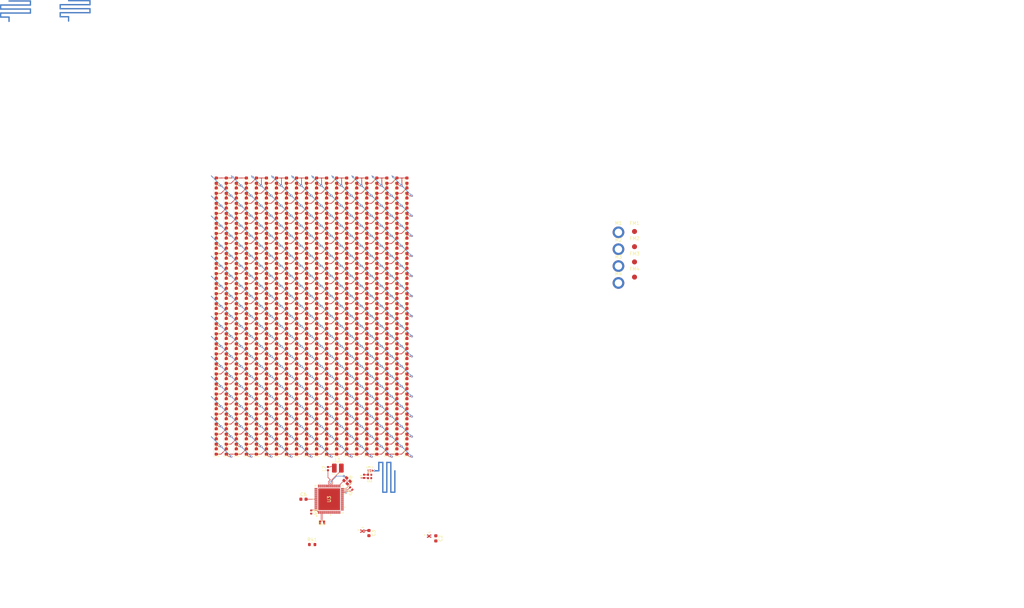
<source format=kicad_pcb>
(kicad_pcb (version 20241229) (generator "pcbnew") (generator_version "9.0")
  (layers (0 "F.Cu" signal) (2 "B.Cu" signal) (13 "F.Paste" user) (15 "B.Paste" user) (5 "F.SilkS" user "F.Silkscreen") (7 "B.SilkS" user "B.Silkscreen") (1 "F.Mask" user) (3 "B.Mask" user) (25 "Edge.Cuts" user))
  (net 0 "")
  (net 2 "LED_14")
  (net 3 "LED_24")
  (net 4 "LED_7")
  (net 6 "LED_12")
  (net 7 "LED_21")
  (net 8 "LED_1")
  (net 10 "/SMPSLX")
  (net 13 "/3.3V_PHONE")
  (net 16 "/3.3V_PC")
  (net 17 "LED_2")
  (net 19 "/RF1")
  (net 21 "LED_18")
  (net 23 "LED_0")
  (net 24 "/SMPSFB")
  (net 25 "LED_22")
  (net 27 "LED_27")
  (net 28 "/HSE_IN")
  (net 29 "LED_5")
  (net 30 "LED_3")
  (net 33 "LED_8")
  (net 34 "LED_4")
  (net 35 "/LSE_OUT")
  (net 36 "LED_10")
  (net 37 "LED_25")
  (net 38 "LED_23")
  (net 39 "LED_20")
  (net 40 "/LSE_IN")
  (net 41 "/HSE_OUT")
  (net 42 "LED_15")
  (net 45 "LED_13")
  (net 46 "LED_11")
  (net 48 "LED_9")
  (net 49 "LED_16")
  (net 50 "GND")
  (net 51 "LED_19")
  (net 52 "Net-(U3-PA12)")
  (net 53 "LED_28")
  (net 54 "Net-(U3-PA11)")
  (net 56 "LED_6")
  (net 57 "LED_26")
  (net 59 "LED_17")
  (net 60 "/Matching_Network")
  (net 61 "/ANTENNA")
  (net 62 "/USB_M_IN_5V")
  (net 63 "/USB_F_IN_5V")
  (net 64 "/SMPSLXL")
  (net 65 "Net-(P1-CC)")
  (footprint "Diode_SMD:D_0603_1608Metric" (layer "F.Cu") (at 82.95 89.6 90)
    (property "Reference" "REF**296" (hide yes))
    (property "Value" "D_0603_1608Metric" (hide yes))
  )
  (footprint "Diode_SMD:D_0603_1608Metric" (layer "F.Cu") (at 61.95 71.6 90)
    (property "Reference" "REF**163" (hide yes))
    (property "Value" "D_0603_1608Metric" (hide yes))
  )
  (footprint "Diode_SMD:D_0603_1608Metric" (layer "F.Cu") (at 103.95 89.6 90)
    (property "Reference" "REF**311" (hide yes))
    (property "Value" "D_0603_1608Metric" (hide yes))
  )
  (footprint "Capacitor_SMD:C_0402_1005Metric" (layer "F.Cu") (at 102.3 139.65 135)
    (property "Reference" "C15")
    (property "Value" "100nF")
  )
  (footprint "Diode_SMD:D_0603_1608Metric" (layer "F.Cu") (at 94.95 83.6 90)
    (property "Reference" "REF**264" (hide yes))
    (property "Value" "D_0603_1608Metric" (hide yes))
  )
  (footprint "Diode_SMD:D_0603_1608Metric" (layer "F.Cu") (at 88.95 80.6 90)
    (property "Reference" "REF**218" (hide yes))
    (property "Value" "D_0603_1608Metric" (hide yes))
  )
  (footprint "Diode_SMD:D_0603_1608Metric" (layer "F.Cu") (at 67.95 50.6 90)
    (property "Reference" "REF**5" (hide yes))
    (property "Value" "D_0603_1608Metric" (hide yes))
  )
  (footprint "Diode_SMD:D_0603_1608Metric" (layer "F.Cu") (at 64.95 68.6 90)
    (property "Reference" "REF**122" (hide yes))
    (property "Value" "D_0603_1608Metric" (hide yes))
  )
  (footprint "Diode_SMD:D_0603_1608Metric" (layer "F.Cu") (at 70.95 110.6 90)
    (property "Reference" "REF**406" (hide yes))
    (property "Value" "D_0603_1608Metric" (hide yes))
  )
  (footprint "MountingHole:MountingHole_2.2mm_M2_ISO7380_Pad_TopBottom" (layer "F.Cu") (at 182.2 78.2)
    (property "Reference" "M4")
    (property "Value" "MountingHole_Pad")
  )
  (footprint "Diode_SMD:D_0603_1608Metric" (layer "F.Cu") (at 118.95 71.6 90)
    (property "Reference" "REF**200" (hide yes))
    (property "Value" "D_0603_1608Metric" (hide yes))
  )
  (footprint "Diode_SMD:D_0603_1608Metric" (layer "F.Cu") (at 61.95 86.6 90)
    (property "Reference" "REF**241" (hide yes))
    (property "Value" "D_0603_1608Metric" (hide yes))
  )
  (footprint "Diode_SMD:D_0603_1608Metric" (layer "F.Cu") (at 100.95 83.6 90)
    (property "Reference" "REF**268" (hide yes))
    (property "Value" "D_0603_1608Metric" (hide yes))
  )
  (footprint "Diode_SMD:D_0603_1608Metric" (layer "F.Cu") (at 67.95 104.6 90)
    (property "Reference" "REF**365" (hide yes))
    (property "Value" "D_0603_1608Metric" (hide yes))
  )
  (footprint "Diode_SMD:D_0603_1608Metric" (layer "F.Cu") (at 103.95 95.6 90)
    (property "Reference" "REF**351" (hide yes))
    (property "Value" "D_0603_1608Metric" (hide yes))
  )
  (footprint "Diode_SMD:D_0603_1608Metric" (layer "F.Cu") (at 64.95 116.6 90)
    (property "Reference" "REF**442" (hide yes))
    (property "Value" "D_0603_1608Metric" (hide yes))
  )
  (footprint "Diode_SMD:D_0603_1608Metric" (layer "F.Cu") (at 106.95 95.6 90)
    (property "Reference" "REF**352" (hide yes))
    (property "Value" "D_0603_1608Metric" (hide yes))
  )
  (footprint "Diode_SMD:D_0603_1608Metric" (layer "F.Cu") (at 118.95 59.6 90)
    (property "Reference" "REF**120" (hide yes))
    (property "Value" "D_0603_1608Metric" (hide yes))
  )
  (footprint "Diode_SMD:D_0603_1608Metric" (layer "F.Cu") (at 97.95 110.6 90)
    (property "Reference" "REF**425" (hide yes))
    (property "Value" "D_0603_1608Metric" (hide yes))
  )
  (footprint "Diode_SMD:D_0603_1608Metric" (layer "F.Cu") (at 82.95 65.6 90)
    (property "Reference" "REF**136" (hide yes))
    (property "Value" "D_0603_1608Metric" (hide yes))
  )
  (footprint "Diode_SMD:D_0603_1608Metric" (layer "F.Cu") (at 103.95 50.6 90)
    (property "Reference" "REF**29" (hide yes))
    (property "Value" "D_0603_1608Metric" (hide yes))
  )
  (footprint "Diode_SMD:D_0603_1608Metric" (layer "F.Cu") (at 67.95 89.6 90)
    (property "Reference" "REF**287" (hide yes))
    (property "Value" "D_0603_1608Metric" (hide yes))
  )
  (footprint "Diode_SMD:D_0603_1608Metric" (layer "F.Cu") (at 115.95 104.6 90)
    (property "Reference" "REF**397" (hide yes))
    (property "Value" "D_0603_1608Metric" (hide yes))
  )
  (footprint "Diode_SMD:D_0603_1608Metric" (layer "F.Cu") (at 67.95 128.6 90)
    (property "Reference" "REF**525" (hide yes))
    (property "Value" "D_0603_1608Metric" (hide yes))
  )
  (footprint "Diode_SMD:D_0603_1608Metric" (layer "F.Cu") (at 112.95 56.6 90)
    (property "Reference" "REF**74" (hide yes))
    (property "Value" "D_0603_1608Metric" (hide yes))
  )
  (footprint "Diode_SMD:D_0603_1608Metric" (layer "F.Cu") (at 76.95 68.6 90)
    (property "Reference" "REF**130" (hide yes))
    (property "Value" "D_0603_1608Metric" (hide yes))
  )
  (footprint "Diode_SMD:D_0603_1608Metric" (layer "F.Cu") (at 112.95 59.6 90)
    (property "Reference" "REF**116" (hide yes))
    (property "Value" "D_0603_1608Metric" (hide yes))
  )
  (footprint "Diode_SMD:D_0603_1608Metric" (layer "F.Cu") (at 61.95 92.6 90)
    (property "Reference" "REF**281" (hide yes))
    (property "Value" "D_0603_1608Metric" (hide yes))
  )
  (footprint "Diode_SMD:D_0603_1608Metric" (layer "F.Cu") (at 97.95 125.6 90)
    (property "Reference" "REF**547" (hide yes))
    (property "Value" "D_0603_1608Metric" (hide yes))
  )
  (footprint "Crystal:Crystal_SMD_2016-4Pin_2.0x1.6mm" (layer "F.Cu") (at 101.043934 137.366117 135)
    (property "Reference" "X2")
    (property "Value" "32MHz")
  )
  (footprint "Diode_SMD:D_0603_1608Metric" (layer "F.Cu") (at 106.95 65.6 90)
    (property "Reference" "REF**152" (hide yes))
    (property "Value" "D_0603_1608Metric" (hide yes))
  )
  (footprint "Diode_SMD:D_0603_1608Metric" (layer "F.Cu") (at 112.95 110.6 90)
    (property "Reference" "REF**434" (hide yes))
    (property "Value" "D_0603_1608Metric" (hide yes))
  )
  (footprint "Diode_SMD:D_0603_1608Metric" (layer "F.Cu") (at 91.95 92.6 90)
    (property "Reference" "REF**301" (hide yes))
    (property "Value" "D_0603_1608Metric" (hide yes))
  )
  (footprint "Diode_SMD:D_0603_1608Metric" (layer "F.Cu") (at 115.95 92.6 90)
    (property "Reference" "REF**317" (hide yes))
    (property "Value" "D_0603_1608Metric" (hide yes))
  )
  (footprint "Diode_SMD:D_0603_1608Metric" (layer "F.Cu") (at 67.95 92.6 90)
    (property "Reference" "REF**285" (hide yes))
    (property "Value" "D_0603_1608Metric" (hide yes))
  )
  (footprint "Diode_SMD:D_0603_1608Metric" (layer "F.Cu") (at 112.95 53.6 90)
    (property "Reference" "REF**76" (hide yes))
    (property "Value" "D_0603_1608Metric" (hide yes))
  )
  (footprint "Diode_SMD:D_0603_1608Metric" (layer "F.Cu") (at 91.95 56.6 90)
    (property "Reference" "REF**61" (hide yes))
    (property "Value" "D_0603_1608Metric" (hide yes))
  )
  (footprint "Diode_SMD:D_0603_1608Metric" (layer "F.Cu") (at 97.95 128.6 90)
    (property "Reference" "REF**545" (hide yes))
    (property "Value" "D_0603_1608Metric" (hide yes))
  )
  (footprint "Diode_SMD:D_0603_1608Metric" (layer "F.Cu") (at 70.95 89.6 90)
    (property "Reference" "REF**288" (hide yes))
    (property "Value" "D_0603_1608Metric" (hide yes))
  )
  (footprint "Diode_SMD:D_0603_1608Metric" (layer "F.Cu") (at 88.95 71.6 90)
    (property "Reference" "REF**180" (hide yes))
    (property "Value" "D_0603_1608Metric" (hide yes))
  )
  (footprint "Diode_SMD:D_0603_1608Metric" (layer "F.Cu") (at 97.95 59.6 90)
    (property "Reference" "REF**107" (hide yes))
    (property "Value" "D_0603_1608Metric" (hide yes))
  )
  (footprint "Diode_SMD:D_0603_1608Metric" (layer "F.Cu") (at 109.95 110.6 90)
    (property "Reference" "REF**433" (hide yes))
    (property "Value" "D_0603_1608Metric" (hide yes))
  )
  (footprint "Diode_SMD:D_0603_1608Metric" (layer "F.Cu") (at 73.95 113.6 90)
    (property "Reference" "REF**451" (hide yes))
    (property "Value" "D_0603_1608Metric" (hide yes))
  )
  (footprint "Diode_SMD:D_0603_1608Metric" (layer "F.Cu") (at 109.95 128.6 90)
    (property "Reference" "REF**553" (hide yes))
    (property "Value" "D_0603_1608Metric" (hide yes))
  )
  (footprint "Diode_SMD:D_0603_1608Metric" (layer "F.Cu") (at 109.95 101.6 90)
    (property "Reference" "REF**395" (hide yes))
    (property "Value" "D_0603_1608Metric" (hide yes))
  )
  (footprint "Diode_SMD:D_0603_1608Metric" (layer "F.Cu") (at 70.95 74.6 90)
    (property "Reference" "REF**166" (hide yes))
    (property "Value" "D_0603_1608Metric" (hide yes))
  )
  (footprint "Diode_SMD:D_0603_1608Metric" (layer "F.Cu") (at 109.95 86.6 90)
    (property "Reference" "REF**273" (hide yes))
    (property "Value" "D_0603_1608Metric" (hide yes))
  )
  (footprint "Diode_SMD:D_0603_1608Metric" (layer "F.Cu") (at 76.95 107.6 90)
    (property "Reference" "REF**412" (hide yes))
    (property "Value" "D_0603_1608Metric" (hide yes))
  )
  (footprint "Diode_SMD:D_0603_1608Metric" (layer "F.Cu") (at 79.95 65.6 90)
    (property "Reference" "REF**135" (hide yes))
    (property "Value" "D_0603_1608Metric" (hide yes))
  )
  (footprint "Diode_SMD:D_0603_1608Metric" (layer "F.Cu") (at 115.95 119.6 90)
    (property "Reference" "REF**519" (hide yes))
    (property "Value" "D_0603_1608Metric" (hide yes))
  )
  (footprint "Diode_SMD:D_0603_1608Metric" (layer "F.Cu") (at 82.95 74.6 90)
    (property "Reference" "REF**174" (hide yes))
    (property "Value" "D_0603_1608Metric" (hide yes))
  )
  (footprint "Diode_SMD:D_0603_1608Metric" (layer "F.Cu") (at 118.95 47.6 90)
    (property "Reference" "REF**40" (hide yes))
    (property "Value" "D_0603_1608Metric" (hide yes))
  )
  (footprint "Diode_SMD:D_0603_1608Metric" (layer "F.Cu") (at 115.95 80.6 90)
    (property "Reference" "REF**237" (hide yes))
    (property "Value" "D_0603_1608Metric" (hide yes))
  )
  (footprint "Diode_SMD:D_0603_1608Metric" (layer "F.Cu") (at 82.95 53.6 90)
    (property "Reference" "REF**56" (hide yes))
    (property "Value" "D_0603_1608Metric" (hide yes))
  )
  (footprint "Diode_SMD:D_0603_1608Metric" (layer "F.Cu") (at 118.95 110.6 90)
    (property "Reference" "REF**438" (hide yes))
    (property "Value" "D_0603_1608Metric" (hide yes))
  )
  (footprint "Diode_SMD:D_0603_1608Metric" (layer "F.Cu") (at 79.95 95.6 90)
    (property "Reference" "REF**335" (hide yes))
    (property "Value" "D_0603_1608Metric" (hide yes))
  )
  (footprint "Diode_SMD:D_0603_1608Metric" (layer "F.Cu") (at 91.95 47.6 90)
    (property "Reference" "REF**23" (hide yes))
    (property "Value" "D_0603_1608Metric" (hide yes))
  )
  (footprint "Diode_SMD:D_0603_1608Metric" (layer "F.Cu") (at 70.95 107.6 90)
    (property "Reference" "REF**408" (hide yes))
    (property "Value" "D_0603_1608Metric" (hide yes))
  )
  (footprint "Diode_SMD:D_0603_1608Metric" (layer "F.Cu") (at 82.95 125.6 90)
    (property "Reference" "REF**536" (hide yes))
    (property "Value" "D_0603_1608Metric" (hide yes))
  )
  (footprint "Diode_SMD:D_0603_1608Metric" (layer "F.Cu") (at 109.95 98.6 90)
    (property "Reference" "REF**353" (hide yes))
    (property "Value" "D_0603_1608Metric" (hide yes))
  )
  (footprint "Diode_SMD:D_0603_1608Metric" (layer "F.Cu") (at 97.95 107.6 90)
    (property "Reference" "REF**427" (hide yes))
    (property "Value" "D_0603_1608Metric" (hide yes))
  )
  (footprint "Diode_SMD:D_0603_1608Metric" (layer "F.Cu") (at 70.95 50.6 90)
    (property "Reference" "REF**6" (hide yes))
    (property "Value" "D_0603_1608Metric" (hide yes))
  )
  (footprint "Diode_SMD:D_0603_1608Metric" (layer "F.Cu") (at 100.95 110.6 90)
    (property "Reference" "REF**426" (hide yes))
    (property "Value" "D_0603_1608Metric" (hide yes))
  )
  (footprint "Diode_SMD:D_0603_1608Metric" (layer "F.Cu") (at 85.95 101.6 90)
    (property "Reference" "REF**379" (hide yes))
    (property "Value" "D_0603_1608Metric" (hide yes))
  )
  (footprint "Diode_SMD:D_0603_1608Metric" (layer "F.Cu") (at 118.95 53.6 90)
    (property "Reference" "REF**80" (hide yes))
    (property "Value" "D_0603_1608Metric" (hide yes))
  )
  (footprint "Diode_SMD:D_0603_1608Metric" (layer "F.Cu") (at 112.95 47.6 90)
    (property "Reference" "REF**36" (hide yes))
    (property "Value" "D_0603_1608Metric" (hide yes))
  )
  (footprint "Diode_SMD:D_0603_1608Metric" (layer "F.Cu") (at 88.95 98.6 90)
    (property "Reference" "REF**338" (hide yes))
    (property "Value" "D_0603_1608Metric" (hide yes))
  )
  (footprint "Diode_SMD:D_0603_1608Metric" (layer "F.Cu") (at 94.95 56.6 90)
    (property "Reference" "REF**62" (hide yes))
    (property "Value" "D_0603_1608Metric" (hide yes))
  )
  (footprint "Diode_SMD:D_0603_1608Metric" (layer "F.Cu") (at 70.95 104.6 90)
    (property "Reference" "REF**366" (hide yes))
    (property "Value" "D_0603_1608Metric" (hide yes))
  )
  (footprint "Diode_SMD:D_0603_1608Metric" (layer "F.Cu") (at 100.95 101.6 90)
    (property "Reference" "REF**388" (hide yes))
    (property "Value" "D_0603_1608Metric" (hide yes))
  )
  (footprint "Diode_SMD:D_0603_1608Metric" (layer "F.Cu") (at 100.95 77.6 90)
    (property "Reference" "REF**228" (hide yes))
    (property "Value" "D_0603_1608Metric" (hide yes))
  )
  (footprint "Diode_SMD:D_0603_1608Metric" (layer "F.Cu") (at 106.95 83.6 90)
    (property "Reference" "REF**272" (hide yes))
    (property "Value" "D_0603_1608Metric" (hide yes))
  )
  (footprint "Diode_SMD:D_0603_1608Metric" (layer "F.Cu") (at 94.95 59.6 90)
    (property "Reference" "REF**104" (hide yes))
    (property "Value" "D_0603_1608Metric" (hide yes))
  )
  (footprint "Diode_SMD:D_0603_1608Metric" (layer "F.Cu") (at 106.95 107.6 90)
    (property "Reference" "REF**432" (hide yes))
    (property "Value" "D_0603_1608Metric" (hide yes))
  )
  (footprint "Diode_SMD:D_0603_1608Metric" (layer "F.Cu") (at 88.95 47.6 90)
    (property "Reference" "REF**20" (hide yes))
    (property "Value" "D_0603_1608Metric" (hide yes))
  )
  (footprint "Diode_SMD:D_0603_1608Metric" (layer "F.Cu") (at 100.95 104.6 90)
    (property "Reference" "REF**386" (hide yes))
    (property "Value" "D_0603_1608Metric" (hide yes))
  )
  (footprint "Diode_SMD:D_0603_1608Metric" (layer "F.Cu") (at 67.95 119.6 90)
    (property "Reference" "REF**487" (hide yes))
    (property "Value" "D_0603_1608Metric" (hide yes))
  )
  (footprint "Diode_SMD:D_0603_1608Metric" (layer "F.Cu") (at 112.95 50.6 90)
    (property "Reference" "REF**34" (hide yes))
    (property "Value" "D_0603_1608Metric" (hide yes))
  )
  (footprint "Diode_SMD:D_0603_1608Metric" (layer "F.Cu") (at 85.95 92.6 90)
    (property "Reference" "REF**297" (hide yes))
    (property "Value" "D_0603_1608Metric" (hide yes))
  )
  (footprint "Diode_SMD:D_0603_1608Metric" (layer "F.Cu") (at 61.95 107.6 90)
    (property "Reference" "REF**403" (hide yes))
    (property "Value" "D_0603_1608Metric" (hide yes))
  )
  (footprint "Diode_SMD:D_0603_1608Metric" (layer "F.Cu") (at 64.95 104.6 90)
    (property "Reference" "REF**362" (hide yes))
    (property "Value" "D_0603_1608Metric" (hide yes))
  )
  (footprint "Diode_SMD:D_0603_1608Metric" (layer "F.Cu") (at 118.95 65.6 90)
    (property "Reference" "REF**160" (hide yes))
    (property "Value" "D_0603_1608Metric" (hide yes))
  )
  (footprint "Diode_SMD:D_0603_1608Metric" (layer "F.Cu") (at 61.95 83.6 90)
    (property "Reference" "REF**243" (hide yes))
    (property "Value" "D_0603_1608Metric" (hide yes))
  )
  (footprint "Diode_SMD:D_0603_1608Metric" (layer "F.Cu") (at 73.95 56.6 90)
    (property "Reference" "REF**49" (hide yes))
    (property "Value" "D_0603_1608Metric" (hide yes))
  )
  (footprint "Diode_SMD:D_0603_1608Metric" (layer "F.Cu") (at 73.95 71.6 90)
    (property "Reference" "REF**171" (hide yes))
    (property "Value" "D_0603_1608Metric" (hide yes))
  )
  (footprint "Fiducial:Fiducial_1.5mm_Mask3mm" (layer "F.Cu") (at 187 62.8)
    (property "Reference" "FM1")
    (property "Value" "Fiducial")
  )
  (footprint "Diode_SMD:D_0603_1608Metric" (layer "F.Cu") (at 94.95 53.6 90)
    (property "Reference" "REF**64" (hide yes))
    (property "Value" "D_0603_1608Metric" (hide yes))
  )
  (footprint "Diode_SMD:D_0603_1608Metric" (layer "F.Cu") (at 85.95 86.6 90)
    (property "Reference" "REF**257" (hide yes))
    (property "Value" "D_0603_1608Metric" (hide yes))
  )
  (footprint "Diode_SMD:D_0603_1608Metric" (layer "F.Cu") (at 76.95 83.6 90)
    (property "Reference" "REF**252" (hide yes))
    (property "Value" "D_0603_1608Metric" (hide yes))
  )
  (footprint "Diode_SMD:D_0603_1608Metric" (layer "F.Cu") (at 70.95 59.6 90)
    (property "Reference" "REF**88" (hide yes))
    (property "Value" "D_0603_1608Metric" (hide yes))
  )
  (footprint "Diode_SMD:D_0603_1608Metric" (layer "F.Cu") (at 97.95 83.6 90)
    (property "Reference" "REF**267" (hide yes))
    (property "Value" "D_0603_1608Metric" (hide yes))
  )
  (footprint "Diode_SMD:D_0603_1608Metric" (layer "F.Cu") (at 103.95 83.6 90)
    (property "Reference" "REF**271" (hide yes))
    (property "Value" "D_0603_1608Metric" (hide yes))
  )
  (footprint "Diode_SMD:D_0603_1608Metric" (layer "F.Cu") (at 118.95 125.6 90)
    (property "Reference" "REF**" (hide yes))
    (property "Value" "D_0603_1608Metric" (hide yes))
  )
  (footprint "Diode_SMD:D_0603_1608Metric" (layer "F.Cu") (at 118.95 119.6 90)
    (property "Reference" "REF**520" (hide yes))
    (property "Value" "D_0603_1608Metric" (hide yes))
  )
  (footprint "Diode_SMD:D_0603_1608Metric" (layer "F.Cu") (at 76.95 59.6 90)
    (property "Reference" "REF**92" (hide yes))
    (property "Value" "D_0603_1608Metric" (hide yes))
  )
  (footprint "Diode_SMD:D_0603_1608Metric" (layer "F.Cu") (at 64.95 80.6 90)
    (property "Reference" "REF**202" (hide yes))
    (property "Value" "D_0603_1608Metric" (hide yes))
  )
  (footprint "Diode_SMD:D_0603_1608Metric" (layer "F.Cu") (at 85.95 53.6 90)
    (property "Reference" "REF**59" (hide yes))
    (property "Value" "D_0603_1608Metric" (hide yes))
  )
  (footprint "Diode_SMD:D_0603_1608Metric" (layer "F.Cu") (at 115.95 77.6 90)
    (property "Reference" "REF**239" (hide yes))
    (property "Value" "D_0603_1608Metric" (hide yes))
  )
  (footprint "Diode_SMD:D_0603_1608Metric" (layer "F.Cu") (at 85.95 128.6 90)
    (property "Reference" "REF**537" (hide yes))
    (property "Value" "D_0603_1608Metric" (hide yes))
  )
  (footprint "Diode_SMD:D_0603_1608Metric" (layer "F.Cu") (at 103.95 104.6 90)
    (property "Reference" "REF**389" (hide yes))
    (property "Value" "D_0603_1608Metric" (hide yes))
  )
  (footprint "Diode_SMD:D_0603_1608Metric" (layer "F.Cu") (at 70.95 119.6 90)
    (property "Reference" "REF**488" (hide yes))
    (property "Value" "D_0603_1608Metric" (hide yes))
  )
  (footprint "Diode_SMD:D_0603_1608Metric" (layer "F.Cu") (at 67.95 65.6 90)
    (property "Reference" "REF**127" (hide yes))
    (property "Value" "D_0603_1608Metric" (hide yes))
  )
  (footprint "Diode_SMD:D_0603_1608Metric" (layer "F.Cu") (at 73.95 59.6 90)
    (property "Reference" "REF**91" (hide yes))
    (property "Value" "D_0603_1608Metric" (hide yes))
  )
  (footprint "Diode_SMD:D_0603_1608Metric" (layer "F.Cu") (at 76.95 92.6 90)
    (property "Reference" "REF**290" (hide yes))
    (property "Value" "D_0603_1608Metric" (hide yes))
  )
  (footprint "Diode_SMD:D_0603_1608Metric" (layer "F.Cu") (at 100.95 80.6 90)
    (property "Reference" "REF**226" (hide yes))
    (property "Value" "D_0603_1608Metric" (hide yes))
  )
  (footprint "Diode_SMD:D_0603_1608Metric" (layer "F.Cu") (at 64.95 47.6 90)
    (property "Reference" "REF**4" (hide yes))
    (property "Value" "D_0603_1608Metric" (hide yes))
  )
  (footprint "Diode_SMD:D_0603_1608Metric" (layer "F.Cu") (at 61.95 113.6 90)
    (property "Reference" "REF**443" (hide yes))
    (property "Value" "D_0603_1608Metric" (hide yes))
  )
  (footprint "Diode_SMD:D_0603_1608Metric" (layer "F.Cu") (at 76.95 74.6 90)
    (property "Reference" "REF**170" (hide yes))
    (property "Value" "D_0603_1608Metric" (hide yes))
  )
  (footprint "Diode_SMD:D_0603_1608Metric" (layer "F.Cu") (at 64.95 86.6 90)
    (property "Reference" "REF**242" (hide yes))
    (property "Value" "D_0603_1608Metric" (hide yes))
  )
  (footprint "Diode_SMD:D_0603_1608Metric" (layer "F.Cu") (at 82.95 110.6 90)
    (property "Reference" "REF**414" (hide yes))
    (property "Value" "D_0603_1608Metric" (hide yes))
  )
  (footprint "Diode_SMD:D_0603_1608Metric" (layer "F.Cu") (at 61.95 59.6 90)
    (property "Reference" "REF**83" (hide yes))
    (property "Value" "D_0603_1608Metric" (hide yes))
  )
  (footprint "Diode_SMD:D_0603_1608Metric" (layer "F.Cu") (at 106.95 53.6 90)
    (property "Reference" "REF**72" (hide yes))
    (property "Value" "D_0603_1608Metric" (hide yes))
  )
  (footprint "Diode_SMD:D_0603_1608Metric" (layer "F.Cu") (at 70.95 68.6 90)
    (property "Reference" "REF**126" (hide yes))
    (property "Value" "D_0603_1608Metric" (hide yes))
  )
  (footprint "Diode_SMD:D_0603_1608Metric" (layer "F.Cu") (at 67.95 68.6 90)
    (property "Reference" "REF**125" (hide yes))
    (property "Value" "D_0603_1608Metric" (hide yes))
  )
  (footprint "Diode_SMD:D_0603_1608Metric" (layer "F.Cu") (at 115.95 68.6 90)
    (property "Reference" "REF**157" (hide yes))
    (property "Value" "D_0603_1608Metric" (hide yes))
  )
  (footprint "Diode_SMD:D_0603_1608Metric" (layer "F.Cu") (at 106.95 101.6 90)
    (property "Reference" "REF**392" (hide yes))
    (property "Value" "D_0603_1608Metric" (hide yes))
  )
  (footprint "Diode_SMD:D_0603_1608Metric" (layer "F.Cu") (at 85.95 119.6 90)
    (property "Reference" "REF**499" (hide yes))
    (property "Value" "D_0603_1608Metric" (hide yes))
  )
  (footprint "Diode_SMD:D_0603_1608Metric" (layer "F.Cu") (at 115.95 89.6 90)
    (property "Reference" "REF**319" (hide yes))
    (property "Value" "D_0603_1608Metric" (hide yes))
  )
  (footprint "Diode_SMD:D_0603_1608Metric" (layer "F.Cu") (at 106.95 92.6 90)
    (property "Reference" "REF**310" (hide yes))
    (property "Value" "D_0603_1608Metric" (hide yes))
  )
  (footprint "Diode_SMD:D_0603_1608Metric" (layer "F.Cu") (at 115.95 59.6 90)
    (property "Reference" "REF**119" (hide yes))
    (property "Value" "D_0603_1608Metric" (hide yes))
  )
  (footprint "Diode_SMD:D_0603_1608Metric" (layer "F.Cu") (at 97.95 65.6 90)
    (property "Reference" "REF**147" (hide yes))
    (property "Value" "D_0603_1608Metric" (hide yes))
  )
  (footprint "Diode_SMD:D_0603_1608Metric" (layer "F.Cu") (at 85.95 113.6 90)
    (property "Reference" "REF**459" (hide yes))
    (property "Value" "D_0603_1608Metric" (hide yes))
  )
  (footprint "Diode_SMD:D_0603_1608Metric" (layer "F.Cu") (at 118.95 77.6 90)
    (property "Reference" "REF**240" (hide yes))
    (property "Value" "D_0603_1608Metric" (hide yes))
  )
  (footprint "Diode_SMD:D_0603_1608Metric" (layer "F.Cu") (at 115.95 74.6 90)
    (property "Reference" "REF**197" (hide yes))
    (property "Value" "D_0603_1608Metric" (hide yes))
  )
  (footprint "Diode_SMD:D_0603_1608Metric" (layer "F.Cu") (at 85.95 95.6 90)
    (property "Reference" "REF**339" (hide yes))
    (property "Value" "D_0603_1608Metric" (hide yes))
  )
  (footprint "Diode_SMD:D_0603_1608Metric" (layer "F.Cu") (at 67.95 47.6 90)
    (property "Reference" "REF**7" (hide yes))
    (property "Value" "D_0603_1608Metric" (hide yes))
  )
  (footprint "Diode_SMD:D_0603_1608Metric" (layer "F.Cu") (at 79.95 107.6 90)
    (property "Reference" "REF**415" (hide yes))
    (property "Value" "D_0603_1608Metric" (hide yes))
  )
  (footprint "Diode_SMD:D_0603_1608Metric" (layer "F.Cu") (at 100.95 116.6 90)
    (property "Reference" "REF**466" (hide yes))
    (property "Value" "D_0603_1608Metric" (hide yes))
  )
  (footprint "Inductor_SMD:L_Cenker_CKCS3015" (layer "F.Cu") (at 98.3 133.55)
    (property "Reference" "L1")
    (property "Value" "10uH")
  )
  (footprint "Diode_SMD:D_0603_1608Metric" (layer "F.Cu") (at 112.95 62.6 90)
    (property "Reference" "REF**114" (hide yes))
    (property "Value" "D_0603_1608Metric" (hide yes))
  )
  (footprint "Diode_SMD:D_0603_1608Metric" (layer "F.Cu") (at 79.95 71.6 90)
    (property "Reference" "REF**175" (hide yes))
    (property "Value" "D_0603_1608Metric" (hide yes))
  )
  (footprint "Diode_SMD:D_0603_1608Metric" (layer "F.Cu") (at 109.95 80.6 90)
    (property "Reference" "REF**233" (hide yes))
    (property "Value" "D_0603_1608Metric" (hide yes))
  )
  (footprint "Diode_SMD:D_0603_1608Metric" (layer "F.Cu") (at 64.95 119.6 90)
    (property "Reference" "REF**484" (hide yes))
    (property "Value" "D_0603_1608Metric" (hide yes))
  )
  (footprint "Diode_SMD:D_0603_1608Metric" (layer "F.Cu") (at 94.95 65.6 90)
    (property "Reference" "REF**144" (hide yes))
    (property "Value" "D_0603_1608Metric" (hide yes))
  )
  (footprint "Diode_SMD:D_0603_1608Metric" (layer "F.Cu") (at 64.95 98.6 90)
    (property "Reference" "REF**322" (hide yes))
    (property "Value" "D_0603_1608Metric" (hide yes))
  )
  (footprint "Diode_SMD:D_0603_1608Metric" (layer "F.Cu") (at 73.95 107.6 90)
    (property "Reference" "REF**411" (hide yes))
    (property "Value" "D_0603_1608Metric" (hide yes))
  )
  (footprint "Diode_SMD:D_0603_1608Metric" (layer "F.Cu") (at 94.95 107.6 90)
    (property "Reference" "REF**424" (hide yes))
    (property "Value" "D_0603_1608Metric" (hide yes))
  )
  (footprint "Diode_SMD:D_0603_1608Metric" (layer "F.Cu") (at 73.95 128.6 90)
    (property "Reference" "REF**529" (hide yes))
    (property "Value" "D_0603_1608Metric" (hide yes))
  )
  (footprint "Diode_SMD:D_0603_1608Metric" (layer "F.Cu") (at 82.95 122.6 90)
    (property "Reference" "REF**494" (hide yes))
    (property "Value" "D_0603_1608Metric" (hide yes))
  )
  (footprint "Diode_SMD:D_0603_1608Metric" (layer "F.Cu") (at 67.95 86.6 90)
    (property "Reference" "REF**245" (hide yes))
    (property "Value" "D_0603_1608Metric" (hide yes))
  )
  (footprint "Diode_SMD:D_0603_1608Metric" (layer "F.Cu") (at 79.95 104.6 90)
    (property "Reference" "REF**373" (hide yes))
    (property "Value" "D_0603_1608Metric" (hide yes))
  )
  (footprint "footprints:DLF-4_1P6X0P8" (layer "F.Cu") (at 107.9596 134.3214)
    (property "Reference" "LPF_1")
    (property "Value" "DLF162500LT-5028A1 - Low Pass Filter" (hide yes))
  )
  (footprint "Diode_SMD:D_0603_1608Metric" (layer "F.Cu") (at 82.95 101.6 90)
    (property "Reference" "REF**376" (hide yes))
    (property "Value" "D_0603_1608Metric" (hide yes))
  )
  (footprint "Diode_SMD:D_0603_1608Metric" (layer "F.Cu") (at 67.95 95.6 90)
    (property "Reference" "REF**327" (hide yes))
    (property "Value" "D_0603_1608Metric" (hide yes))
  )
  (footprint "Diode_SMD:D_0603_1608Metric" (layer "F.Cu") (at 115.95 116.6 90)
    (property "Reference" "REF**477" (hide yes))
    (property "Value" "D_0603_1608Metric" (hide yes))
  )
  (footprint "Diode_SMD:D_0603_1608Metric" (layer "F.Cu") (at 106.95 116.6 90)
    (property "Reference" "REF**470" (hide yes))
    (property "Value" "D_0603_1608Metric" (hide yes))
  )
  (footprint "Diode_SMD:D_0603_1608Metric" (layer "F.Cu") (at 67.95 101.6 90)
    (property "Reference" "REF**367" (hide yes))
    (property "Value" "D_0603_1608Metric" (hide yes))
  )
  (footprint "Diode_SMD:D_0603_1608Metric" (layer "F.Cu") (at 103.95 65.6 90)
    (property "Reference" "REF**151" (hide yes))
    (property "Value" "D_0603_1608Metric" (hide yes))
  )
  (footprint "Diode_SMD:D_0603_1608Metric" (layer "F.Cu") (at 61.95 122.6 90)
    (property "Reference" "REF**481" (hide yes))
    (property "Value" "D_0603_1608Metric" (hide yes))
  )
  (footprint "Diode_SMD:D_0603_1608Metric" (layer "F.Cu") (at 109.95 47.6 90)
    (property "Reference" "REF**35" (hide yes))
    (property "Value" "D_0603_1608Metric" (hide yes))
  )
  (footprint "Diode_SMD:D_0603_1608Metric" (layer "F.Cu") (at 106.95 89.6 90)
    (property "Reference" "REF**312" (hide yes))
    (property "Value" "D_0603_1608Metric" (hide yes))
  )
  (footprint "Diode_SMD:D_0603_1608Metric" (layer "F.Cu") (at 115.95 47.6 90)
    (property "Reference" "REF**39" (hide yes))
    (property "Value" "D_0603_1608Metric" (hide yes))
  )
  (footprint "Diode_SMD:D_0603_1608Metric" (layer "F.Cu") (at 85.95 71.6 90)
    (property "Reference" "REF**179" (hide yes))
    (property "Value" "D_0603_1608Metric" (hide yes))
  )
  (footprint "Diode_SMD:D_0603_1608Metric" (layer "F.Cu") (at 100.95 62.6 90)
    (property "Reference" "REF**106" (hide yes))
    (property "Value" "D_0603_1608Metric" (hide yes))
  )
  (footprint "Diode_SMD:D_0603_1608Metric" (layer "F.Cu") (at 97.95 122.6 90)
    (property "Reference" "REF**505" (hide yes))
    (property "Value" "D_0603_1608Metric" (hide yes))
  )
  (footprint "Diode_SMD:D_0603_1608Metric" (layer "F.Cu") (at 73.95 65.6 90)
    (property "Reference" "REF**131" (hide yes))
    (property "Value" "D_0603_1608Metric" (hide yes))
  )
  (footprint "Diode_SMD:D_0603_1608Metric" (layer "F.Cu") (at 118.95 62.6 90)
    (property "Reference" "REF**118" (hide yes))
    (property "Value" "D_0603_1608Metric" (hide yes))
  )
  (footprint "Diode_SMD:D_0603_1608Metric" (layer "F.Cu") (at 100.95 53.6 90)
    (property "Reference" "REF**68" (hide yes))
    (property "Value" "D_0603_1608Metric" (hide yes))
  )
  (footprint "Diode_SMD:D_0603_1608Metric" (layer "F.Cu") (at 79.95 59.6 90)
    (property "Reference" "REF**95" (hide yes))
    (property "Value" "D_0603_1608Metric" (hide yes))
  )
  (footprint "Diode_SMD:D_0603_1608Metric" (layer "F.Cu") (at 79.95 62.6 90)
    (property "Reference" "REF**93" (hide yes))
    (property "Value" "D_0603_1608Metric" (hide yes))
  )
  (footprint "Diode_SMD:D_0603_1608Metric" (layer "F.Cu") (at 67.95 56.6 90)
    (property "Reference" "REF**45" (hide yes))
    (property "Value" "D_0603_1608Metric" (hide yes))
  )
  (footprint "Diode_SMD:D_0603_1608Metric" (layer "F.Cu") (at 91.95 107.6 90)
    (property "Reference" "REF**423" (hide yes))
    (property "Value" "D_0603_1608Metric" (hide yes))
  )
  (footprint "Diode_SMD:D_0603_1608Metric" (layer "F.Cu") (at 76.95 95.6 90)
    (property "Reference" "REF**332" (hide yes))
    (property "Value" "D_0603_1608Metric" (hide yes))
  )
  (footprint "Diode_SMD:D_0603_1608Metric" (layer "F.Cu") (at 70.95 86.6 90)
    (property "Reference" "REF**246" (hide yes))
    (property "Value" "D_0603_1608Metric" (hide yes))
  )
  (footprint "Diode_SMD:D_0603_1608Metric" (layer "F.Cu") (at 70.95 113.6 90)
    (property "Reference" "REF**448" (hide yes))
    (property "Value" "D_0603_1608Metric" (hide yes))
  )
  (footprint "Diode_SMD:D_0603_1608Metric" (layer "F.Cu") (at 115.95 122.6 90)
    (property "Reference" "REF**517" (hide yes))
    (property "Value" "D_0603_1608Metric" (hide yes))
  )
  (footprint "Diode_SMD:D_0603_1608Metric" (layer "F.Cu") (at 73.95 86.6 90)
    (property "Reference" "REF**249" (hide yes))
    (property "Value" "D_0603_1608Metric" (hide yes))
  )
  (footprint "Diode_SMD:D_0603_1608Metric" (layer "F.Cu") (at 85.95 50.6 90)
    (property "Reference" "REF**17" (hide yes))
    (property "Value" "D_0603_1608Metric" (hide yes))
  )
  (footprint "Diode_SMD:D_0603_1608Metric" (layer "F.Cu") (at 91.95 119.6 90)
    (property "Reference" "REF**503" (hide yes))
    (property "Value" "D_0603_1608Metric" (hide yes))
  )
  (footprint "Diode_SMD:D_0603_1608Metric" (layer "F.Cu") (at 76.95 119.6 90)
    (property "Reference" "REF**492" (hide yes))
    (property "Value" "D_0603_1608Metric" (hide yes))
  )
  (footprint "Diode_SMD:D_0603_1608Metric" (layer "F.Cu") (at 73.95 80.6 90)
    (property "Reference" "REF**209" (hide yes))
    (property "Value" "D_0603_1608Metric" (hide yes))
  )
  (footprint "Diode_SMD:D_0603_1608Metric" (layer "F.Cu") (at 82.95 68.6 90)
    (property "Reference" "REF**134" (hide yes))
    (property "Value" "D_0603_1608Metric" (hide yes))
  )
  (footprint "Diode_SMD:D_0603_1608Metric" (layer "F.Cu") (at 82.95 119.6 90)
    (property "Reference" "REF**496" (hide yes))
    (property "Value" "D_0603_1608Metric" (hide yes))
  )
  (footprint "Diode_SMD:D_0603_1608Metric" (layer "F.Cu") (at 109.95 77.6 90)
    (property "Reference" "REF**235" (hide yes))
    (property "Value" "D_0603_1608Metric" (hide yes))
  )
  (footprint "Diode_SMD:D_0603_1608Metric" (layer "F.Cu") (at 112.95 86.6 90)
    (property "Reference" "REF**274" (hide yes))
    (property "Value" "D_0603_1608Metric" (hide yes))
  )
  (footprint "Diode_SMD:D_0603_1608Metric" (layer "F.Cu") (at 64.95 95.6 90)
    (property "Reference" "REF**324" (hide yes))
    (property "Value" "D_0603_1608Metric" (hide yes))
  )
  (footprint "Diode_SMD:D_0603_1608Metric" (layer "F.Cu") (at 97.95 53.6 90)
    (property "Reference" "REF**67" (hide yes))
    (property "Value" "D_0603_1608Metric" (hide yes))
  )
  (footprint "Diode_SMD:D_0603_1608Metric" (layer "F.Cu") (at 79.95 83.6 90)
    (property "Reference" "REF**255" (hide yes))
    (property "Value" "D_0603_1608Metric" (hide yes))
  )
  (footprint "Diode_SMD:D_0603_1608Metric" (layer "F.Cu") (at 109.95 95.6 90)
    (property "Reference" "REF**355" (hide yes))
    (property "Value" "D_0603_1608Metric" (hide yes))
  )
  (footprint "Diode_SMD:D_0603_1608Metric" (layer "F.Cu") (at 112.95 83.6 90)
    (property "Reference" "REF**276" (hide yes))
    (property "Value" "D_0603_1608Metric" (hide yes))
  )
  (footprint "Diode_SMD:D_0603_1608Metric" (layer "F.Cu") (at 103.95 113.6 90)
    (property "Reference" "REF**471" (hide yes))
    (property "Value" "D_0603_1608Metric" (hide yes))
  )
  (footprint "Diode_SMD:D_0603_1608Metric" (layer "F.Cu") (at 109.95 119.6 90)
    (property "Reference" "REF**515" (hide yes))
    (property "Value" "D_0603_1608Metric" (hide yes))
  )
  (footprint "Inductor_SMD:L_0402_1005Metric" (layer "F.Cu") (at 106.15 136 90)
    (property "Reference" "L3")
    (property "Value" "2.7nH")
  )
  (footprint "Diode_SMD:D_0603_1608Metric" (layer "F.Cu") (at 112.95 116.6 90)
    (property "Reference" "REF**474" (hide yes))
    (property "Value" "D_0603_1608Metric" (hide yes))
  )
  (footprint "Diode_SMD:D_0603_1608Metric" (layer "F.Cu") (at 67.95 83.6 90)
    (property "Reference" "REF**247" (hide yes))
    (property "Value" "D_0603_1608Metric" (hide yes))
  )
  (footprint "Diode_SMD:D_0603_1608Metric" (layer "F.Cu") (at 79.95 110.6 90)
    (property "Reference" "REF**413" (hide yes))
    (property "Value" "D_0603_1608Metric" (hide yes))
  )
  (footprint "Diode_SMD:D_0603_1608Metric" (layer "F.Cu") (at 88.95 59.6 90)
    (property "Reference" "REF**100" (hide yes))
    (property "Value" "D_0603_1608Metric" (hide yes))
  )
  (footprint "Diode_SMD:D_0603_1608Metric" (layer "F.Cu") (at 64.95 113.6 90)
    (property "Reference" "REF**444" (hide yes))
    (property "Value" "D_0603_1608Metric" (hide yes))
  )
  (footprint "Diode_SMD:D_0603_1608Metric" (layer "F.Cu") (at 64.95 122.6 90)
    (property "Reference" "REF**482" (hide yes))
    (property "Value" "D_0603_1608Metric" (hide yes))
  )
  (footprint "Diode_SMD:D_0603_1608Metric" (layer "F.Cu") (at 91.95 122.6 90)
    (property "Reference" "REF**501" (hide yes))
    (property "Value" "D_0603_1608Metric" (hide yes))
  )
  (footprint "Diode_SMD:D_0603_1608Metric" (layer "F.Cu") (at 91.95 50.6 90)
    (property "Reference" "REF**21" (hide yes))
    (property "Value" "D_0603_1608Metric" (hide yes))
  )
  (footprint "Diode_SMD:D_0603_1608Metric" (layer "F.Cu") (at 76.95 65.6 90)
    (property "Reference" "REF**132" (hide yes))
    (property "Value" "D_0603_1608Metric" (hide yes))
  )
  (footprint "Diode_SMD:D_0603_1608Metric" (layer "F.Cu") (at 91.95 77.6 90)
    (property "Reference" "REF**223" (hide yes))
    (property "Value" "D_0603_1608Metric" (hide yes))
  )
  (footprint "Diode_SMD:D_0603_1608Metric" (layer "F.Cu") (at 97.95 116.6 90)
    (property "Reference" "REF**465" (hide yes))
    (property "Value" "D_0603_1608Metric" (hide yes))
  )
  (footprint "Diode_SMD:D_0603_1608Metric" (layer "F.Cu") (at 94.95 92.6 90)
    (property "Reference" "REF**302" (hide yes))
    (property "Value" "D_0603_1608Metric" (hide yes))
  )
  (footprint "Diode_SMD:D_0603_1608Metric" (layer "F.Cu") (at 61.95 104.6 90)
    (property "Reference" "REF**361" (hide yes))
    (property "Value" "D_0603_1608Metric" (hide yes))
  )
  (footprint "Diode_SMD:D_0603_1608Metric" (layer "F.Cu") (at 91.95 62.6 90)
    (property "Reference" "REF**101" (hide yes))
    (property "Value" "D_0603_1608Metric" (hide yes))
  )
  (footprint "Diode_SMD:D_0603_1608Metric" (layer "F.Cu") (at 82.95 116.6 90)
    (property "Reference" "REF**454" (hide yes))
    (property "Value" "D_0603_1608Metric" (hide yes))
  )
  (footprint "Diode_SMD:D_0603_1608Metric" (layer "F.Cu") (at 109.95 68.6 90)
    (property "Reference" "REF**153" (hide yes))
    (property "Value" "D_0603_1608Metric" (hide yes))
  )
  (footprint "Diode_SMD:D_0603_1608Metric" (layer "F.Cu") (at 76.95 80.6 90)
    (property "Reference" "REF**210" (hide yes))
    (property "Value" "D_0603_1608Metric" (hide yes))
  )
  (footprint "Fiducial:Fiducial_1.5mm_Mask3mm" (layer "F.Cu") (at 187 71.9)
    (property "Reference" "FM3")
    (property "Value" "Fiducial")
  )
  (footprint "Diode_SMD:D_0603_1608Metric" (layer "F.Cu") (at 97.95 101.6 90)
    (property "Reference" "REF**387" (hide yes))
    (property "Value" "D_0603_1608Metric" (hide yes))
  )
  (footprint "Diode_SMD:D_0603_1608Metric" (layer "F.Cu") (at 79.95 113.6 90)
    (property "Reference" "REF**455" (hide yes))
    (property "Value" "D_0603_1608Metric" (hide yes))
  )
  (footprint "Diode_SMD:D_0603_1608Metric" (layer "F.Cu") (at 103.95 119.6 90)
    (property "Reference" "REF**511" (hide yes))
    (property "Value" "D_0603_1608Metric" (hide yes))
  )
  (footprint "Capacitor_SMD:C_0402_1005Metric" (layer "F.Cu") (at 90.35 146.68 -90)
    (property "Reference" "C5")
    (property "Value" "100nF")
  )
  (footprint "Diode_SMD:D_0603_1608Metric" (layer "F.Cu") (at 67.95 59.6 90)
    (property "Reference" "REF**87" (hide yes))
    (property "Value" "D_0603_1608Metric" (hide yes))
  )
  (footprint "Diode_SMD:D_0603_1608Metric" (layer "F.Cu") (at 85.95 74.6 90)
    (property "Reference" "REF**177" (hide yes))
    (property "Value" "D_0603_1608Metric" (hide yes))
  )
  (footprint "Diode_SMD:D_0603_1608Metric" (layer "F.Cu") (at 73.95 68.6 90)
    (property "Reference" "REF**129" (hide yes))
    (property "Value" "D_0603_1608Metric" (hide yes))
  )
  (footprint "Fiducial:Fiducial_1.5mm_Mask3mm" (layer "F.Cu") (at 187 76.45)
    (property "Reference" "FM4")
    (property "Value" "Fiducial")
  )
  (footprint "Diode_SMD:D_0603_1608Metric" (layer "F.Cu") (at 109.95 53.6 90)
    (property "Reference" "REF**75" (hide yes))
    (property "Value" "D_0603_1608Metric" (hide yes))
  )
  (footprint "Diode_SMD:D_0603_1608Metric" (layer "F.Cu") (at 79.95 80.6 90)
    (property "Reference" "REF**213" (hide yes))
    (property "Value" "D_0603_1608Metric" (hide yes))
  )
  (footprint "Fiducial:Fiducial_1.5mm_Mask3mm" (layer "F.Cu") (at 187 67.35)
    (property "Reference" "FM2")
    (property "Value" "Fiducial")
  )
  (footprint "Diode_SMD:D_0603_1608Metric" (layer "F.Cu") (at 73.95 104.6 90)
    (property "Reference" "REF**369" (hide yes))
    (property "Value" "D_0603_1608Metric" (hide yes))
  )
  (footprint "Diode_SMD:D_0603_1608Metric" (layer "F.Cu") (at 85.95 47.6 90)
    (property "Reference" "REF**19" (hide yes))
    (property "Value" "D_0603_1608Metric" (hide yes))
  )
  (footprint "Diode_SMD:D_0603_1608Metric" (layer "F.Cu") (at 112.95 74.6 90)
    (property "Reference" "REF**194" (hide yes))
    (property "Value" "D_0603_1608Metric" (hide yes))
  )
  (footprint "Diode_SMD:D_0603_1608Metric" (layer "F.Cu") (at 112.95 65.6 90)
    (property "Reference" "REF**156" (hide yes))
    (property "Value" "D_0603_1608Metric" (hide yes))
  )
  (footprint "Diode_SMD:D_0603_1608Metric" (layer "F.Cu") (at 103.95 101.6 90)
    (property "Reference" "REF**391" (hide yes))
    (property "Value" "D_0603_1608Metric" (hide yes))
  )
  (footprint "Diode_SMD:D_0603_1608Metric" (layer "F.Cu") (at 103.95 62.6 90)
    (property "Reference" "REF**109" (hide yes))
    (property "Value" "D_0603_1608Metric" (hide yes))
  )
  (footprint "Diode_SMD:D_0603_1608Metric" (layer "F.Cu") (at 94.95 125.6 90)
    (property "Reference" "REF**544" (hide yes))
    (property "Value" "D_0603_1608Metric" (hide yes))
  )
  (footprint "Diode_SMD:D_0603_1608Metric" (layer "F.Cu") (at 109.95 125.6 90)
    (property "Reference" "REF**555" (hide yes))
    (property "Value" "D_0603_1608Metric" (hide yes))
  )
  (footprint "Diode_SMD:D_0603_1608Metric" (layer "F.Cu") (at 85.95 77.6 90)
    (property "Reference" "REF**219" (hide yes))
    (property "Value" "D_0603_1608Metric" (hide yes))
  )
  (footprint "TPS7A0233PDQNR:IC_TPS7A0233PDQNR" (layer "F.Cu") (at 125.591663 153.88)
    (property "Reference" "U2")
    (property "Value" "TPS7A0233PDQNR_PHONE")
  )
  (footprint "Diode_SMD:D_0603_1608Metric" (layer "F.Cu") (at 88.95 122.6 90)
    (property "Reference" "REF**498" (hide yes))
    (property "Value" "D_0603_1608Metric" (hide yes))
  )
  (footprint "Diode_SMD:D_0603_1608Metric" (layer "F.Cu") (at 118.95 116.6 90)
    (property "Reference" "REF**478" (hide yes))
    (property "Value" "D_0603_1608Metric" (hide yes))
  )
  (footprint "Diode_SMD:D_0603_1608Metric" (layer "F.Cu") (at 67.95 53.6 90)
    (property "Reference" "REF**47" (hide yes))
    (property "Value" "D_0603_1608Metric" (hide yes))
  )
  (footprint "Diode_SMD:D_0603_1608Metric" (layer "F.Cu") (at 94.95 77.6 90)
    (property "Reference" "REF**224" (hide yes))
    (property "Value" "D_0603_1608Metric" (hide yes))
  )
  (footprint "Diode_SMD:D_0603_1608Metric" (layer "F.Cu") (at 94.95 122.6 90)
    (property "Reference" "REF**502" (hide yes))
    (property "Value" "D_0603_1608Metric" (hide yes))
  )
  (footprint "Diode_SMD:D_0603_1608Metric" (layer "F.Cu") (at 118.95 80.6 90)
    (property "Reference" "REF**238" (hide yes))
    (property "Value" "D_0603_1608Metric" (hide yes))
  )
  (footprint "Diode_SMD:D_0603_1608Metric" (layer "F.Cu") (at 82.95 128.6 90)
    (property "Reference" "REF**534" (hide yes))
    (property "Value" "D_0603_1608Metric" (hide yes))
  )
  (footprint "Diode_SMD:D_0603_1608Metric" (layer "F.Cu") (at 73.95 74.6 90)
    (property "Reference" "REF**169" (hide yes))
    (property "Value" "D_0603_1608Metric" (hide yes))
  )
  (footprint "Diode_SMD:D_0603_1608Metric" (layer "F.Cu") (at 85.95 122.6 90)
    (property "Reference" "REF**497" (hide yes))
    (property "Value" "D_0603_1608Metric" (hide yes))
  )
  (footprint "Diode_SMD:D_0603_1608Metric" (layer "F.Cu") (at 73.95 122.6 90)
    (property "Reference" "REF**489" (hide yes))
    (property "Value" "D_0603_1608Metric" (hide yes))
  )
  (footprint "Diode_SMD:D_0603_1608Metric" (layer "F.Cu") (at 103.95 71.6 90)
    (property "Reference" "REF**191" (hide yes))
    (property "Value" "D_0603_1608Metric" (hide yes))
  )
  (footprint "Diode_SMD:D_0603_1608Metric" (layer "F.Cu") (at 106.95 110.6 90)
    (property "Reference" "REF**430" (hide yes))
    (property "Value" "D_0603_1608Metric" (hide yes))
  )
  (footprint "Diode_SMD:D_0603_1608Metric" (layer "F.Cu") (at 76.95 110.6 90)
    (property "Reference" "REF**410" (hide yes))
    (property "Value" "D_0603_1608Metric" (hide yes))
  )
  (footprint "Diode_SMD:D_0603_1608Metric" (layer "F.Cu") (at 109.95 74.6 90)
    (property "Reference" "REF**193" (hide yes))
    (property "Value" "D_0603_1608Metric" (hide yes))
  )
  (footprint "Diode_SMD:D_0603_1608Metric" (layer "F.Cu") (at 106.95 125.6 90)
    (property "Reference" "REF**552" (hide yes))
    (property "Value" "D_0603_1608Metric" (hide yes))
  )
  (footprint "Diode_SMD:D_0603_1608Metric" (layer "F.Cu") (at 70.95 80.6 90)
    (property "Reference" "REF**206" (hide yes))
    (property "Value" "D_0603_1608Metric" (hide yes))
  )
  (footprint "Diode_SMD:D_0603_1608Metric" (layer "F.Cu") (at 115.95 125.6 90)
    (property "Reference" "REF**" (hide yes))
    (property "Value" "D_0603_1608Metric" (hide yes))
  )
  (footprint "Diode_SMD:D_0603_1608Metric" (layer "F.Cu") (at 91.95 116.6 90)
    (property "Reference" "REF**461" (hide yes))
    (property "Value" "D_0603_1608Metric" (hide yes))
  )
  (footprint "Diode_SMD:D_0603_1608Metric" (layer "F.Cu") (at 61.95 65.6 90)
    (property "Reference" "REF**123" (hide yes))
    (property "Value" "D_0603_1608Metric" (hide yes))
  )
  (footprint "Diode_SMD:D_0603_1608Metric" (layer "F.Cu") (at 100.95 59.6 90)
    (property "Reference" "REF**108" (hide yes))
    (property "Value" "D_0603_1608Metric" (hide yes))
  )
  (footprint "Diode_SMD:D_0603_1608Metric" (layer "F.Cu") (at 88.95 77.6 90)
    (property "Reference" "REF**220" (hide yes))
    (property "Value" "D_0603_1608Metric" (hide yes))
  )
  (footprint "Diode_SMD:D_0603_1608Metric" (layer "F.Cu") (at 64.95 62.6 90)
    (property "Reference" "REF**82" (hide yes))
    (property "Value" "D_0603_1608Metric" (hide yes))
  )
  (footprint "Diode_SMD:D_0603_1608Metric" (layer "F.Cu") (at 76.95 116.6 90)
    (property "Reference" "REF**450" (hide yes))
    (property "Value" "D_0603_1608Metric" (hide yes))
  )
  (footprint "Diode_SMD:D_0603_1608Metric" (layer "F.Cu") (at 82.95 113.6 90)
    (property "Reference" "REF**456" (hide yes))
    (property "Value" "D_0603_1608Metric" (hide yes))
  )
  (footprint "Diode_SMD:D_0603_1608Metric" (layer "F.Cu") (at 67.95 125.6 90)
    (property "Reference" "REF**527" (hide yes))
    (property "Value" "D_0603_1608Metric" (hide yes))
  )
  (footprint "Diode_SMD:D_0603_1608Metric" (layer "F.Cu") (at 118.95 95.6 90)
    (property "Reference" "REF**360" (hide yes))
    (property "Value" "D_0603_1608Metric" (hide yes))
  )
  (footprint "Diode_SMD:D_0603_1608Metric" (layer "F.Cu") (at 100.95 95.6 90)
    (property "Reference" "REF**348" (hide yes))
    (property "Value" "D_0603_1608Metric" (hide yes))
  )
  (footprint "Diode_SMD:D_0603_1608Metric" (layer "F.Cu") (at 67.95 77.6 90)
    (property "Reference" "REF**207" (hide yes))
    (property "Value" "D_0603_1608Metric" (hide yes))
  )
  (footprint "Diode_SMD:D_0603_1608Metric" (layer "F.Cu") (at 82.95 50.6 90)
    (property "Reference" "REF**14" (hide yes))
    (property "Value" "D_0603_1608Metric" (hide yes))
  )
  (footprint "MountingHole:MountingHole_2.2mm_M2_ISO7380_Pad_TopBottom" (layer "F.Cu") (at 182.2 73.15)
    (property "Reference" "M3")
    (property "Value" "MountingHole_Pad")
  )
  (footprint "MountingHole:MountingHole_2.2mm_M2_ISO7380_Pad_TopBottom" (layer "F.Cu") (at 182.2 68.1)
    (property "Reference" "M2")
    (property "Value" "MountingHole_Pad")
  )
  (footprint "Diode_SMD:D_0603_1608Metric" (layer "F.Cu") (at 67.95 98.6 90)
    (property "Reference" "REF**325" (hide yes))
    (property "Value" "D_0603_1608Metric" (hide yes))
  )
  (footprint "Diode_SMD:D_0603_1608Metric" (layer "F.Cu") (at 64.95 77.6 90)
    (property "Reference" "REF**204" (hide yes))
    (property "Value" "D_0603_1608Metric" (hide yes))
  )
  (footprint "Diode_SMD:D_0603_1608Metric" (layer "F.Cu") (at 118.95 68.6 90)
    (property "Reference" "REF**158" (hide yes))
    (property "Value" "D_0603_1608Metric" (hide yes))
  )
  (footprint "Diode_SMD:D_0603_1608Metric" (layer "F.Cu") (at 109.95 89.6 90)
    (property "Reference" "REF**315" (hide yes))
    (property "Value" "D_0603_1608Metric" (hide yes))
  )
  (footprint "Diode_SMD:D_0603_1608Metric" (layer "F.Cu") (at 109.95 113.6 90)
    (property "Reference" "REF**475" (hide yes))
    (property "Value" "D_0603_1608Metric" (hide yes))
  )
  (footprint "Diode_SMD:D_0603_1608Metric" (layer "F.Cu") (at 103.95 92.6 90)
    (property "Reference" "REF**309" (hide yes))
    (property "Value" "D_0603_1608Metric" (hide yes))
  )
  (footprint "Diode_SMD:D_0603_1608Metric" (layer "F.Cu") (at 118.95 113.6 90)
    (property "Reference" "REF**480" (hide yes))
    (property "Value" "D_0603_1608Metric" (hide yes))
  )
  (footprint "Diode_SMD:D_0603_1608Metric" (layer "F.Cu") (at 82.95 95.6 90)
    (property "Reference" "REF**336" (hide yes))
    (property "Value" "D_0603_1608Metric" (hide yes))
  )
  (footprint "Diode_SMD:D_0603_1608Metric" (layer "F.Cu") (at 100.95 92.6 90)
    (property "Reference" "REF**306" (hide yes))
    (property "Value" "D_0603_1608Metric" (hide yes))
  )
  (footprint "Diode_SMD:D_0603_1608Metric" (layer "F.Cu") (at 91.95 89.6 90)
    (property "Reference" "REF**303" (hide yes))
    (property "Value" "D_0603_1608Metric" (hide yes))
  )
  (footprint "Diode_SMD:D_0603_1608Metric" (layer "F.Cu") (at 73.95 98.6 90)
    (property "Reference" "REF**329" (hide yes))
    (property "Value" "D_0603_1608Metric" (hide yes))
  )
  (footprint "Diode_SMD:D_0603_1608Metric" (layer "F.Cu") (at 64.95 74.6 90)
    (property "Reference" "REF**162" (hide yes))
    (property "Value" "D_0603_1608Metric" (hide yes))
  )
  (footprint "Diode_SMD:D_0603_1608Metric" (layer "F.Cu") (at 97.95 56.6 90)
    (property "Reference" "REF**65" (hide yes))
    (property "Value" "D_0603_1608Metric" (hide yes))
  )
  (footprint "Diode_SMD:D_0603_1608Metric" (layer "F.Cu") (at 88.95 107.6 90)
    (property "Reference" "REF**420" (hide yes))
    (property "Value" "D_0603_1608Metric" (hide yes))
  )
  (footprint "Diode_SMD:D_0603_1608Metric" (layer "F.Cu") (at 115.95 65.6 90)
    (property "Reference" "REF**159" (hide yes))
    (property "Value" "D_0603_1608Metric" (hide yes))
  )
  (footprint "Diode_SMD:D_0603_1608Metric" (layer "F.Cu") (at 79.95 92.6 90)
    (property "Reference" "REF**293" (hide yes))
    (property "Value" "D_0603_1608Metric" (hide yes))
  )
  (footprint "Diode_SMD:D_0603_1608Metric" (layer "F.Cu") (at 79.95 53.6 90)
    (property "Reference" "REF**55" (hide yes))
    (property "Value" "D_0603_1608Metric" (hide yes))
  )
  (footprint "Diode_SMD:D_0603_1608Metric" (layer "F.Cu") (at 91.95 125.6 90)
    (property "Reference" "REF**543" (hide yes))
    (property "Value" "D_0603_1608Metric" (hide yes))
  )
  (footprint "Diode_SMD:D_0603_1608Metric" (layer "F.Cu") (at 91.95 53.6 90)
    (property "Reference" "REF**63" (hide yes))
    (property "Value" "D_0603_1608Metric" (hide yes))
  )
  (footprint "Diode_SMD:D_0603_1608Metric" (layer "F.Cu") (at 94.95 128.6 90)
    (property "Reference" "REF**542" (hide yes))
    (property "Value" "D_0603_1608Metric" (hide yes))
  )
  (footprint "Diode_SMD:D_0603_1608Metric" (layer "F.Cu") (at 88.95 95.6 90)
    (property "Reference" "REF**340" (hide yes))
    (property "Value" "D_0603_1608Metric" (hide yes))
  )
  (footprint "Diode_SMD:D_0603_1608Metric" (layer "F.Cu") (at 73.95 125.6 90)
    (property "Reference" "REF**531" (hide yes))
    (property "Value" "D_0603_1608Metric" (hide yes))
  )
  (footprint "footprints:VFQFN68-8x8mm" (layer "F.Cu") (at 95.7 142.85 90)
    (property "Reference" "U3")
    (property "Value" "STM32WB55RGV6" (hide yes))
  )
  (footprint "Diode_SMD:D_0603_1608Metric" (layer "F.Cu") (at 85.95 59.6 90)
    (property "Reference" "REF**99" (hide yes))
    (property "Value" "D_0603_1608Metric" (hide yes))
  )
  (footprint "Diode_SMD:D_0603_1608Metric" (layer "F.Cu") (at 79.95 56.6 90)
    (property "Reference" "REF**53" (hide yes))
    (property "Value" "D_0603_1608Metric" (hide yes))
  )
  (footprint "Diode_SMD:D_0603_1608Metric" (layer "F.Cu") (at 106.95 47.6 90)
    (property "Reference" "REF**32" (hide yes))
    (property "Value" "D_0603_1608Metric" (hide yes))
  )
  (footprint "Diode_SMD:D_0603_1608Metric" (layer "F.Cu") (at 106.95 86.6 90)
    (property "Reference" "REF**270" (hide yes))
    (property "Value" "D_0603_1608Metric" (hide yes))
  )
  (footprint "Diode_SMD:D_0603_1608Metric" (layer "F.Cu") (at 112.95 125.6 90)
    (property "Reference" "REF**556" (hide yes))
    (property "Value" "D_0603_1608Metric" (hide yes))
  )
  (footprint "Diode_SMD:D_0603_1608Metric" (layer "F.Cu") (at 85.95 98.6 90)
    (property "Reference" "REF**337" (hide yes))
    (property "Value" "D_0603_1608Metric" (hide yes))
  )
  (footprint "Diode_SMD:D_0603_1608Metric" (layer "F.Cu") (at 76.95 125.6 90)
    (property "Reference" "REF**532" (hide yes))
    (property "Value" "D_0603_1608Metric" (hide yes))
  )
  (footprint "Diode_SMD:D_0603_1608Metric" (layer "F.Cu") (at 82.95 104.6 90)
    (property "Reference" "REF**374" (hide yes))
    (property "Value" "D_0603_1608Metric" (hide yes))
  )
  (footprint "Diode_SMD:D_0603_1608Metric" (layer "F.Cu") (at 112.95 128.6 90)
    (property "Reference" "REF**554" (hide yes))
    (property "Value" "D_0603_1608Metric" (hide yes))
  )
  (footprint "Diode_SMD:D_0603_1608Metric" (layer "F.Cu") (at 103.95 47.6 90)
    (property "Reference" "REF**31" (hide yes))
    (property "Value" "D_0603_1608Metric" (hide yes))
  )
  (footprint "Diode_SMD:D_0603_1608Metric" (layer "F.Cu") (at 64.95 92.6 90)
    (property "Reference" "REF**282" (hide yes))
    (property "Value" "D_0603_1608Metric" (hide yes))
  )
  (footprint "CUSTOMFOOTPRINTS:SMD1610" (layer "F.Cu") (at 93.6 149.8 180)
    (property "Reference" "X1")
    (property "Value" "32.768KHz")
  )
  (footprint "Diode_SMD:D_0603_1608Metric" (layer "F.Cu") (at 85.95 125.6 90)
    (property "Reference" "REF**539" (hide yes))
    (property "Value" "D_0603_1608Metric" (hide yes))
  )
  (footprint "Diode_SMD:D_0603_1608Metric" (layer "F.Cu") (at 94.95 95.6 90)
    (property "Reference" "REF**344" (hide yes))
    (property "Value" "D_0603_1608Metric" (hide yes))
  )
  (footprint "Diode_SMD:D_0603_1608Metric" (layer "F.Cu") (at 94.95 101.6 90)
    (property "Reference" "REF**384" (hide yes))
    (property "Value" "D_0603_1608Metric" (hide yes))
  )
  (footprint "Diode_SMD:D_0603_1608Metric" (layer "F.Cu") (at 76.95 53.6 90)
    (property "Reference" "REF**52" (hide yes))
    (property "Value" "D_0603_1608Metric" (hide yes))
  )
  (footprint "Diode_SMD:D_0603_1608Metric" (layer "F.Cu") (at 79.95 68.6 90)
    (property "Reference" "REF**133" (hide yes))
    (property "Value" "D_0603_1608Metric" (hide yes))
  )
  (footprint "Diode_SMD:D_0603_1608Metric" (layer "F.Cu") (at 115.95 98.6 90)
    (property "Reference" "REF**357" (hide yes))
    (property "Value" "D_0603_1608Metric" (hide yes))
  )
  (footprint "Diode_SMD:D_0603_1608Metric" (layer "F.Cu") (at 109.95 56.6 90)
    (property "Reference" "REF**73" (hide yes))
    (property "Value" "D_0603_1608Metric" (hide yes))
  )
  (footprint "Diode_SMD:D_0603_1608Metric" (layer "F.Cu") (at 82.95 86.6 90)
    (property "Reference" "REF**254" (hide yes))
    (property "Value" "D_0603_1608Metric" (hide yes))
  )
  (footprint "Diode_SMD:D_0603_1608Metric" (layer "F.Cu") (at 73.95 47.6 90)
    (property "Reference" "REF**11" (hide yes))
    (property "Value" "D_0603_1608Metric" (hide yes))
  )
  (footprint "Diode_SMD:D_0603_1608Metric" (layer "F.Cu") (at 85.95 116.6 90)
    (property "Reference" "REF**457" (hide yes))
    (property "Value" "D_0603_1608Metric" (hide yes))
  )
  (footprint "Diode_SMD:D_0603_1608Metric" (layer "F.Cu") (at 109.95 107.6 90)
    (property "Reference" "REF**435" (hide yes))
    (property "Value" "D_0603_1608Metric" (hide yes))
  )
  (footprint "Diode_SMD:D_0603_1608Metric" (layer "F.Cu") (at 106.95 56.6 90)
    (property "Reference" "REF**70" (hide yes))
    (property "Value" "D_0603_1608Metric" (hide yes))
  )
  (footprint "Diode_SMD:D_0603_1608Metric" (layer "F.Cu") (at 118.95 101.6 90)
    (property "Reference" "REF**400" (hide yes))
    (property "Value" "D_0603_1608Metric" (hide yes))
  )
  (footprint "Diode_SMD:D_0603_1608Metric" (layer "F.Cu") (at 64.95 83.6 90)
    (property "Reference" "REF**244" (hide yes))
    (property "Value" "D_0603_1608Metric" (hide yes))
  )
  (footprint "Diode_SMD:D_0603_1608Metric" (layer "F.Cu") (at 103.95 86.6 90)
    (property "Reference" "REF**269" (hide yes))
    (property "Value" "D_0603_1608Metric" (hide yes))
  )
  (footprint "Diode_SMD:D_0603_1608Metric" (layer "F.Cu") (at 88.95 110.6 90)
    (property "Reference" "REF**418" (hide yes))
    (property "Value" "D_0603_1608Metric" (hide yes))
  )
  (footprint "Diode_SMD:D_0603_1608Metric" (layer "F.Cu") (at 85.95 110.6 90)
    (property "Reference" "REF**417" (hide yes))
    (property "Value" "D_0603_1608Metric" (hide yes))
  )
  (footprint "Diode_SMD:D_0603_1608Metric" (layer "F.Cu") (at 100.95 128.6 90)
    (property "Reference" "REF**546" (hide yes))
    (property "Value" "D_0603_1608Metric" (hide yes))
  )
  (footprint "Diode_SMD:D_0603_1608Metric" (layer "F.Cu") (at 112.95 98.6 90)
    (property "Reference" "REF**354" (hide yes))
    (property "Value" "D_0603_1608Metric" (hide yes))
  )
  (footprint "Diode_SMD:D_0603_1608Metric" (layer "F.Cu") (at 115.95 113.6 90)
    (property "Reference" "REF**479" (hide yes))
    (property "Value" "D_0603_1608Metric" (hide yes))
  )
  (footprint "Diode_SMD:D_0603_1608Metric" (layer "F.Cu") (at 76.95 71.6 90)
    (property "Reference" "REF**172" (hide yes))
    (property "Value" "D_0603_1608Metric" (hide yes))
  )
  (footprint "Diode_SMD:D_0603_1608Metric" (layer "F.Cu") (at 64.95 89.6 90)
    (property "Reference" "REF**284" (hide yes))
    (property "Value" "D_0603_1608Metric" (hide yes))
  )
  (footprint "Diode_SMD:D_0603_1608Metric" (layer "F.Cu") (at 88.95 104.6 90)
    (property "Reference" "REF**378" (hide yes))
    (property "Value" "D_0603_1608Metric" (hide yes))
  )
  (footprint "Diode_SMD:D_0603_1608Metric" (layer "F.Cu") (at 88.95 74.6 90)
    (property "Reference" "REF**178" (hide yes))
    (property "Value" "D_0603_1608Metric" (hide yes))
  )
  (footprint "Diode_SMD:D_0603_1608Metric" (layer "F.Cu") (at 85.95 104.6 90)
    (property "Reference" "REF**377" (hide yes))
    (property "Value" "D_0603_1608Metric" (hide yes))
  )
  (footprint "Diode_SMD:D_0603_1608Metric" (layer "F.Cu") (at 106.95 59.6 90)
    (property "Reference" "REF**112" (hide yes))
    (property "Value" "D_0603_1608Metric" (hide yes))
  )
  (footprint "Diode_SMD:D_0603_1608Metric" (layer "F.Cu") (at 76.95 113.6 90)
    (property "Reference" "REF**452" (hide yes))
    (property "Value" "D_0603_1608Metric" (hide yes))
  )
  (footprint "Diode_SMD:D_0603_1608Metric" (layer "F.Cu") (at 118.95 98.6 90)
    (property "Reference" "REF**358" (hide yes))
    (property "Value" "D_0603_1608Metric" (hide yes))
  )
  (footprint "Diode_SMD:D_0603_1608Metric" (layer "F.Cu") (at 79.95 74.6 90)
    (property "Reference" "REF**173" (hide yes))
    (property "Value" "D_0603_1608Metric" (hide yes))
  )
  (footprint "Diode_SMD:D_0603_1608Metric" (layer "F.Cu") (at 82.95 83.6 90)
    (property "Reference" "REF**256" (hide yes))
    (property "Value" "D_0603_1608Metric" (hide yes))
  )
  (footprint "Diode_SMD:D_0603_1608Metric" (layer "F.Cu") (at 115.95 107.6 90)
    (property "Reference" "REF**439" (hide yes))
    (property "Value" "D_0603_1608Metric" (hide yes))
  )
  (footprint "Diode_SMD:D_0603_1608Metric" (layer "F.Cu") (at 73.95 50.6 90)
    (property "Reference" "REF**9" (hide yes))
    (property "Value" "D_0603_1608Metric" (hide yes))
  )
  (footprint "Diode_SMD:D_0603_1608Metric" (layer "F.Cu") (at 79.95 77.6 90)
    (property "Reference" "REF**215" (hide yes))
    (property "Value" "D_0603_1608Metric" (hide yes))
  )
  (footprint "Diode_SMD:D_0603_1608Metric" (layer "F.Cu") (at 76.95 101.6 90)
    (property "Reference" "REF**372" (hide yes))
    (property "Value" "D_0603_1608Metric" (hide yes))
  )
  (footprint "Diode_SMD:D_0603_1608Metric" (layer "F.Cu") (at 109.95 116.6 90)
    (property "Reference" "REF**473" (hide yes))
    (property "Value" "D_0603_1608Metric" (hide yes))
  )
  (footprint "Diode_SMD:D_0603_1608Metric" (layer "F.Cu") (at 109.95 65.6 90)
    (property "Reference" "REF**155" (hide yes))
    (property "Value" "D_0603_1608Metric" (hide yes))
  )
  (footprint "MountingHole:MountingHole_2.2mm_M2_ISO7380_Pad_TopBottom" (layer "F.Cu") (at 182.2 63.05)
    (property "Reference" "M1")
    (property "Value" "MountingHole_Pad")
  )
  (footprint "Diode_SMD:D_0603_1608Metric" (layer "F.Cu") (at 64.95 128.6 90)
    (property "Reference" "REF**522" (hide yes))
    (property "Value" "D_0603_1608Metric" (hide yes))
  )
  (footprint "Diode_SMD:D_0603_1608Metric" (layer "F.Cu") (at 103.95 107.6 90)
    (property "Reference" "REF**431" (hide yes))
    (property "Value" "D_0603_1608Metric" (hide yes))
  )
  (footprint "Diode_SMD:D_0603_1608Metric" (layer "F.Cu") (at 82.95 98.6 90)
    (property "Reference" "REF**334" (hide yes))
    (property "Value" "D_0603_1608Metric" (hide yes))
  )
  (footprint "Diode_SMD:D_0603_1608Metric" (layer "F.Cu") (at 79.95 128.6 90)
    (property "Reference" "REF**533" (hide yes))
    (property "Value" "D_0603_1608Metric" (hide yes))
  )
  (footprint "Diode_SMD:D_0603_1608Metric" (layer "F.Cu") (at 109.95 50.6 90)
    (property "Reference" "REF**33" (hide yes))
    (property "Value" "D_0603_1608Metric" (hide yes))
  )
  (footprint "Diode_SMD:D_0603_1608Metric" (layer "F.Cu") (at 112.95 122.6 90)
    (property "Reference" "REF**514" (hide yes))
    (property "Value" "D_0603_1608Metric" (hide yes))
  )
  (footprint "Diode_SMD:D_0603_1608Metric" (layer "F.Cu") (at 118.95 56.6 90)
    (property "Reference" "REF**78" (hide yes))
    (property "Value" "D_0603_1608Metric" (hide yes))
  )
  (footprint "Diode_SMD:D_0603_1608Metric" (layer "F.Cu") (at 61.95 74.6 90)
    (property "Reference" "REF**161" (hide yes))
    (property "Value" "D_0603_1608Metric" (hide yes))
  )
  (footprint "Diode_SMD:D_0603_1608Metric" (layer "F.Cu") (at 112.95 119.6 90)
    (property "Reference" "REF**516" (hide yes))
    (property "Value" "D_0603_1608Metric" (hide yes))
  )
  (footprint "Diode_SMD:D_0603_1608Metric" (layer "F.Cu") (at 82.95 77.6 90)
    (property "Reference" "REF**216" (hide yes))
    (property "Value" "D_0603_1608Metric" (hide yes))
  )
  (footprint "Diode_SMD:D_0603_1608Metric" (layer "F.Cu") (at 106.95 122.6 90)
    (property "Reference" "REF**510" (hide yes))
    (property "Value" "D_0603_1608Metric" (hide yes))
  )
  (footprint "Diode_SMD:D_0603_1608Metric" (layer "F.Cu") (at 61.95 62.6 90)
    (property "Reference" "REF**81" (hide yes))
    (property "Value" "D_0603_1608Metric" (hide yes))
  )
  (footprint "Diode_SMD:D_0603_1608Metric" (layer "F.Cu") (at 67.95 80.6 90)
    (property "Reference" "REF**205" (hide yes))
    (property "Value" "D_0603_1608Metric" (hide yes))
  )
  (footprint "Diode_SMD:D_0603_1608Metric" (layer "F.Cu") (at 103.95 68.6 90)
    (property "Reference" "REF**149" (hide yes))
    (property "Value" "D_0603_1608Metric" (hide yes))
  )
  (footprint "Diode_SMD:D_0603_1608Metric" (layer "F.Cu") (at 118.95 128.6 90)
    (property "Reference" "REF**" (hide yes))
    (property "Value" "D_0603_1608Metric" (hide yes))
  )
  (footprint "Diode_SMD:D_0603_1608Metric" (layer "F.Cu") (at 67.95 62.6 90)
    (property "Reference" "REF**85" (hide yes))
    (property "Value" "D_0603_1608Metric" (hide yes))
  )
  (footprint "Diode_SMD:D_0603_1608Metric" (layer "F.Cu") (at 91.95 59.6 90)
    (property "Reference" "REF**103" (hide yes))
    (property "Value" "D_0603_1608Metric" (hide yes))
  )
  (footprint "Diode_SMD:D_0603_1608Metric" (layer "F.Cu") (at 100.95 98.6 90)
    (property "Reference" "REF**346" (hide yes))
    (property "Value" "D_0603_1608Metric" (hide yes))
  )
  (footprint "Diode_SMD:D_0603_1608Metric" (layer "F.Cu") (at 82.95 62.6 90)
    (property "Reference" "REF**94" (hide yes))
    (property "Value" "D_0603_1608Metric" (hide yes))
  )
  (footprint "Capacitor_SMD:C_0402_1005Metric" (layer "F.Cu") (at 107.81 136.55)
    (property "Reference" "C13")
    (property "Value" "0.8pF")
  )
  (footprint "Diode_SMD:D_0603_1608Metric" (layer "F.Cu") (at 94.95 116.6 90)
    (property "Reference" "REF**462" (hide yes))
    (property "Value" "D_0603_1608Metric" (hide yes))
  )
  (footprint "Diode_SMD:D_0603_1608Metric" (layer "F.Cu") (at 61.95 77.6 90)
    (property "Reference" "REF**203" (hide yes))
    (property "Value" "D_0603_1608Metric" (hide yes))
  )
  (footprint "Diode_SMD:D_0603_1608Metric" (layer "F.Cu") (at 64.95 125.6 90)
    (property "Reference" "REF**524" (hide yes))
    (property "Value" "D_0603_1608Metric" (hide yes))
  )
  (footprint "Diode_SMD:D_0603_1608Metric" (layer "F.Cu") (at 67.95 107.6 90)
    (property "Reference" "REF**407" (hide yes))
    (property "Value" "D_0603_1608Metric" (hide yes))
  )
  (footprint "Diode_SMD:D_0603_1608Metric" (layer "F.Cu") (at 61.95 128.6 90)
    (property "Reference" "REF**521" (hide yes))
    (property "Value" "D_0603_1608Metric" (hide yes))
  )
  (footprint "Diode_SMD:D_0603_1608Metric" (layer "F.Cu") (at 61.95 53.6 90)
    (property "Reference" "REF**43" (hide yes))
    (property "Value" "D_0603_1608Metric" (hide yes))
  )
  (footprint "Diode_SMD:D_0603_1608Metric" (layer "F.Cu") (at 82.95 71.6 90)
    (property "Reference" "REF**176" (hide yes))
    (property "Value" "D_0603_1608Metric" (hide yes))
  )
  (footprint "Diode_SMD:D_0603_1608Metric" (layer "F.Cu") (at 112.95 71.6 90)
    (property "Reference" "REF**196" (hide yes))
    (property "Value" "D_0603_1608Metric" (hide yes))
  )
  (footprint "Diode_SMD:D_0603_1608Metric" (layer "F.Cu") (at 118.95 122.6 90)
    (property "Reference" "REF**518" (hide yes))
    (property "Value" "D_0603_1608Metric" (hide yes))
  )
  (footprint "Diode_SMD:D_0603_1608Metric" (layer "F.Cu") (at 106.95 104.6 90)
    (property "Reference" "REF**390" (hide yes))
    (property "Value" "D_0603_1608Metric" (hide yes))
  )
  (footprint "Diode_SMD:D_0603_1608Metric" (layer "F.Cu") (at 109.95 122.6 90)
    (property "Reference" "REF**513" (hide yes))
    (property "Value" "D_0603_1608Metric" (hide yes))
  )
  (footprint "Diode_SMD:D_0603_1608Metric" (layer "F.Cu") (at 88.95 65.6 90)
    (property "Reference" "REF**140" (hide yes))
    (property "Value" "D_0603_1608Metric" (hide yes))
  )
  (footprint "Diode_SMD:D_0603_1608Metric" (layer "F.Cu") (at 94.95 68.6 90)
    (property "Reference" "REF**142" (hide yes))
    (property "Value" "D_0603_1608Metric" (hide yes))
  )
  (footprint "Diode_SMD:D_0603_1608Metric" (layer "F.Cu") (at 70.95 77.6 90)
    (property "Reference" "REF**208" (hide yes))
    (property "Value" "D_0603_1608Metric" (hide yes))
  )
  (footprint "Diode_SMD:D_0603_1608Metric" (layer "F.Cu") (at 70.95 56.6 90)
    (property "Reference" "REF**46" (hide yes))
    (property "Value" "D_0603_1608Metric" (hide yes))
  )
  (footprint "Diode_SMD:D_0603_1608Metric" (layer "F.Cu") (at 76.95 47.6 90)
    (property "Reference" "REF**12" (hide yes))
    (property "Value" "D_0603_1608Metric" (hide yes))
  )
  (footprint "Diode_SMD:D_0603_1608Metric" (layer "F.Cu") (at 82.95 92.6 90)
    (property "Reference" "REF**294" (hide yes))
    (property "Value" "D_0603_1608Metric" (hide yes))
  )
  (footprint "Diode_SMD:D_0603_1608Metric" (layer "F.Cu") (at 88.95 62.6 90)
    (property "Reference" "REF**98" (hide yes))
    (property "Value" "D_0603_1608Metric" (hide yes))
  )
  (footprint "Diode_SMD:D_0603_1608Metric" (layer "F.Cu") (at 70.95 92.6 90)
    (property "Reference" "REF**286" (hide yes))
    (property "Value" "D_0603_1608Metric" (hide yes))
  )
  (footprint "Diode_SMD:D_0603_1608Metric" (layer "F.Cu") (at 115.95 101.6 90)
    (property "Reference" "REF**399" (hide yes))
    (property "Value" "D_0603_1608Metric" (hide yes))
  )
  (footprint "Diode_SMD:D_0603_1608Metric" (layer "F.Cu") (at 70.95 65.6 90)
    (property "Reference" "REF**128" (hide yes))
    (property "Value" "D_0603_1608Metric" (hide yes))
  )
  (footprint "Diode_SMD:D_0603_1608Metric" (layer "F.Cu") (at 88.95 50.6 90)
    (property "Reference" "REF**18" (hide yes))
    (property "Value" "D_0603_1608Metric" (hide yes))
  )
  (footprint "Diode_SMD:D_0603_1608Metric" (layer "F.Cu") (at 103.95 98.6 90)
    (property "Reference" "REF**349" (hide yes))
    (property "Value" "D_0603_1608Metric" (hide yes))
  )
  (footprint "Diode_SMD:D_0603_1608Metric" (layer "F.Cu") (at 91.95 98.6 90)
    (property "Reference" "REF**341" (hide yes))
    (property "Value" "D_0603_1608Metric" (hide yes))
  )
  (footprint "Diode_SMD:D_0603_1608Metric" (layer "F.Cu") (at 76.95 104.6 90)
    (property "Reference" "REF**370" (hide yes))
    (property "Value" "D_0603_1608Metric" (hide yes))
  )
  (footprint "Diode_SMD:D_0603_1608Metric" (layer "F.Cu") (at 70.95 62.6 90)
    (property "Reference" "REF**86" (hide yes))
    (property "Value" "D_0603_1608Metric" (hide yes))
  )
  (footprint "Diode_SMD:D_0603_1608Metric" (layer "F.Cu") (at 61.95 110.6 90)
    (property "Reference" "REF**401" (hide yes))
    (property "Value" "D_0603_1608Metric" (hide yes))
  )
  (footprint "Diode_SMD:D_0603_1608Metric" (layer "F.Cu") (at 109.95 71.6 90)
    (property "Reference" "REF**195" (hide yes))
    (property "Value" "D_0603_1608Metric" (hide yes))
  )
  (footprint "Diode_SMD:D_0603_1608Metric" (layer "F.Cu") (at 70.95 128.6 90)
    (property "Reference" "REF**526" (hide yes))
    (property "Value" "D_0603_1608Metric" (hide yes))
  )
  (footprint "Diode_SMD:D_0603_1608Metric" (layer "F.Cu") (at 118.95 92.6 90)
    (property "Reference" "REF**318" (hide yes))
    (property "Value" "D_0603_1608Metric" (hide yes))
  )
  (footprint "Diode_SMD:D_0603_1608Metric" (layer "F.Cu") (at 85.95 56.6 90)
    (property "Reference" "REF**57" (hide yes))
    (property "Value" "D_0603_1608Metric" (hide yes))
  )
  (footprint "Diode_SMD:D_0603_1608Metric" (layer "F.Cu") (at 91.95 68.6 90)
    (property "Reference" "REF**141" (hide yes))
    (property "Value" "D_0603_1608Metric" (hide yes))
  )
  (footprint "Capacitor_SMD:C_0603_1608Metric" (layer "F.Cu") (at 88.025 142.85)
    (property "Reference" "C6")
    (property "Value" "4.7µF")
  )
  (footprint "Diode_SMD:D_0603_1608Metric" (layer "F.Cu") (at 106.95 62.6 90)
    (property "Reference" "REF**110" (hide yes))
    (property "Value" "D_0603_1608Metric" (hide yes))
  )
  (footprint "Diode_SMD:D_0603_1608Metric" (layer "F.Cu") (at 88.95 101.6 90)
    (property "Reference" "REF**380" (hide yes))
    (property "Value" "D_0603_1608Metric" (hide yes))
  )
  (footprint "Diode_SMD:D_0603_1608Metric" (layer "F.Cu") (at 91.95 110.6 90)
    (property "Reference" "REF**421" (hide yes))
    (property "Value" "D_0603_1608Metric" (hide yes))
  )
  (footprint "Diode_SMD:D_0603_1608Metric" (layer "F.Cu") (at 88.95 68.6 90)
    (property "Reference" "REF**138" (hide yes))
    (property "Value" "D_0603_1608Metric" (hide yes))
  )
  (footprint "Diode_SMD:D_0603_1608Metric" (layer "F.Cu") (at 79.95 101.6 90)
    (property "Reference" "REF**375" (hide yes))
    (property "Value" "D_0603_1608Metric" (hide yes))
  )
  (footprint "Diode_SMD:D_0603_1608Metric" (layer "F.Cu") (at 112.95 107.6 90)
    (property "Reference" "REF**436" (hide yes))
    (property "Value" "D_0603_1608Metric" (hide yes))
  )
  (footprint "Diode_SMD:D_0603_1608Metric" (layer "F.Cu") (at 112.95 68.6 90)
    (property "Reference" "REF**154" (hide yes))
    (property "Value" "D_0603_1608Metric" (hide yes))
  )
  (footprint "Diode_SMD:D_0603_1608Metric" (layer "F.Cu") (at 82.95 59.6 90)
    (property "Reference" "REF**96" (hide yes))
    (property "Value" "D_0603_1608Metric" (hide yes))
  )
  (footprint "Diode_SMD:D_0603_1608Metric" (layer "F.Cu") (at 94.95 71.6 90)
    (property "Reference" "REF**184" (hide yes))
    (property "Value" "D_0603_1608Metric" (hide yes))
  )
  (footprint "Diode_SMD:D_0603_1608Metric" (layer "F.Cu") (at 103.95 80.6 90)
    (property "Reference" "REF**229" (hide yes))
    (property "Value" "D_0603_1608Metric" (hide yes))
  )
  (footprint "Diode_SMD:D_0603_1608Metric" (layer "F.Cu") (at 85.95 62.6 90)
    (property "Reference" "REF**97" (hide yes))
    (property "Value" "D_0603_1608Metric" (hide yes))
  )
  (footprint "Diode_SMD:D_0603_1608Metric" (layer "F.Cu") (at 118.95 104.6 90)
    (property "Reference" "REF**398" (hide yes))
    (property "Value" "D_0603_1608Metric" (hide yes))
  )
  (footprint "Diode_SMD:D_0603_1608Metric" (layer "F.Cu") (at 88.95 116.6 90)
    (property "Reference" "REF**458" (hide yes))
    (property "Value" "D_0603_1608Metric" (hide yes))
  )
  (footprint "Diode_SMD:D_0603_1608Metric" (layer "F.Cu") (at 76.95 62.6 90)
    (property "Reference" "REF**90" (hide yes))
    (property "Value" "D_0603_1608Metric" (hide yes))
  )
  (footprint "Diode_SMD:D_0603_1608Metric" (layer "F.Cu") (at 115.95 71.6 90)
    (property "Reference" "REF**199" (hide yes))
    (property "Value" "D_0603_1608Metric" (hide yes))
  )
  (footprint "Capacitor_SMD:C_0603_1608Metric" (layer "F.Cu") (at 107.6 152.975 -90)
    (property "Reference" "C3")
    (property "Value" "4.7uF")
  )
  (footprint "Diode_SMD:D_0603_1608Metric" (layer "F.Cu") (at 118.95 74.6 90)
    (property "Reference" "REF**198" (hide yes))
    (property "Value" "D_0603_1608Metric" (hide yes))
  )
  (footprint "Diode_SMD:D_0603_1608Metric" (layer "F.Cu") (at 94.95 98.6 90)
    (property "Reference" "REF**342" (hide yes))
    (property "Value" "D_0603_1608Metric" (hide yes))
  )
  (footprint "Diode_SMD:D_0603_1608Metric" (layer "F.Cu") (at 97.95 95.6 90)
    (property "Reference" "REF**347" (hide yes))
    (property "Value" "D_0603_1608Metric" (hide yes))
  )
  (footprint "Diode_SMD:D_0603_1608Metric" (layer "F.Cu") (at 106.95 119.6 90)
    (property "Reference" "REF**512" (hide yes))
    (property "Value" "D_0603_1608Metric" (hide yes))
  )
  (footprint "Diode_SMD:D_0603_1608Metric" (layer "F.Cu") (at 94.95 104.6 90)
    (property "Reference" "REF**382" (hide yes))
    (property "Value" "D_0603_1608Metric" (hide yes))
  )
  (footprint "Diode_SMD:D_0603_1608Metric" (layer "F.Cu") (at 79.95 89.6 90)
    (property "Reference" "REF**295" (hide yes))
    (property "Value" "D_0603_1608Metric" (hide yes))
  )
  (footprint "Diode_SMD:D_0603_1608Metric" (layer "F.Cu") (at 79.95 86.6 90)
    (property "Reference" "REF**253" (hide yes))
    (property "Value" "D_0603_1608Metric" (hide yes))
  )
  (footprint "Diode_SMD:D_0603_1608Metric" (layer "F.Cu") (at 103.95 74.6 90)
    (property "Reference" "REF**189" (hide yes))
    (property "Value" "D_0603_1608Metric" (hide yes))
  )
  (footprint "Diode_SMD:D_0603_1608Metric" (layer "F.Cu") (at 73.95 62.6 90)
    (property "Reference" "REF**89" (hide yes))
    (property "Value" "D_0603_1608Metric" (hide yes))
  )
  (footprint "Diode_SMD:D_0603_1608Metric" (layer "F.Cu") (at 106.95 98.6 90)
    (property "Reference" "REF**350" (hide yes))
    (property "Value" "D_0603_1608Metric" (hide yes))
  )
  (footprint "Diode_SMD:D_0603_1608Metric" (layer "F.Cu") (at 112.95 104.6 90)
    (property "Reference" "REF**394" (hide yes))
    (property "Value" "D_0603_1608Metric" (hide yes))
  )
  (footprint "Diode_SMD:D_0603_1608Metric" (layer "F.Cu") (at 103.95 56.6 90)
    (property "Reference" "REF**69" (hide yes))
    (property "Value" "D_0603_1608Metric" (hide yes))
  )
  (footprint "Diode_SMD:D_0603_1608Metric" (layer "F.Cu") (at 73.95 83.6 90)
    (property "Reference" "REF**251" (hide yes))
    (property "Value" "D_0603_1608Metric" (hide yes))
  )
  (footprint "Diode_SMD:D_0603_1608Metric" (layer "F.Cu") (at 73.95 89.6 90)
    (property "Reference" "REF**291" (hide yes))
    (property "Value" "D_0603_1608Metric" (hide yes))
  )
  (footprint "Diode_SMD:D_0603_1608Metric" (layer "F.Cu") (at 103.95 110.6 90)
    (property "Reference" "REF**429" (hide yes))
    (property "Value" "D_0603_1608Metric" (hide yes))
  )
  (footprint "Diode_SMD:D_0603_1608Metric" (layer "F.Cu") (at 85.95 80.6 90)
    (property "Reference" "REF**217" (hide yes))
    (property "Value" "D_0603_1608Metric" (hide yes))
  )
  (footprint "Diode_SMD:D_0603_1608Metric" (layer "F.Cu") (at 70.95 98.6 90)
    (property "Reference" "REF**326" (hide yes))
    (property "Value" "D_0603_1608Metric" (hide yes))
  )
  (footprint "Diode_SMD:D_0603_1608Metric" (layer "F.Cu") (at 61.95 98.6 90)
    (property "Reference" "REF**321" (hide yes))
    (property "Value" "D_0603_1608Metric" (hide yes))
  )
  (footprint "Diode_SMD:D_0603_1608Metric" (layer "F.Cu") (at 70.95 101.6 90)
    (property "Reference" "REF**368" (hide yes))
    (property "Value" "D_0603_1608Metric" (hide yes))
  )
  (footprint "Diode_SMD:D_0603_1608Metric" (layer "F.Cu") (at 97.95 77.6 90)
    (property "Reference" "REF**227" (hide yes))
    (property "Value" "D_0603_1608Metric" (hide yes))
  )
  (footprint "Capacitor_SMD:C_0402_1005Metric" (layer "F.Cu") (at 107.83 135.55)
    (property "Reference" "C12")
    (property "Value" "0.3pF")
  )
  (footprint "Capacitor_SMD:C_0603_1608Metric" (layer "F.Cu") (at 127.6 154.55 -90)
    (property "Reference" "C2")
    (property "Value" "4.7uF")
  )
  (footprint "Diode_SMD:D_0603_1608Metric" (layer "F.Cu") (at 100.95 65.6 90)
    (property "Reference" "REF**148" (hide yes))
    (property "Value" "D_0603_1608Metric" (hide yes))
  )
  (footprint "Diode_SMD:D_0603_1608Metric" (layer "F.Cu") (at 94.95 74.6 90)
    (property "Reference" "REF**182" (hide yes))
    (property "Value" "D_0603_1608Metric" (hide yes))
  )
  (footprint "Diode_SMD:D_0603_1608Metric" (layer "F.Cu") (at 64.95 50.6 90)
    (property "Reference" "REF**2" (hide yes))
    (property "Value" "D_0603_1608Metric" (hide yes))
  )
  (footprint "Diode_SMD:D_0603_1608Metric" (layer "F.Cu") (at 100.95 74.6 90)
    (property "Reference" "REF**186" (hide yes))
    (property "Value" "D_0603_1608Metric" (hide yes))
  )
  (footprint "Diode_SMD:D_0603_1608Metric" (layer "F.Cu") (at 106.95 50.6 90)
    (property "Reference" "REF**30" (hide yes))
    (property "Value" "D_0603_1608Metric" (hide yes))
  )
  (footprint "Diode_SMD:D_0603_1608Metric" (layer "F.Cu") (at 115.95 86.6 90)
    (property "Reference" "REF**277" (hide yes))
    (property "Value" "D_0603_1608Metric" (hide yes))
  )
  (footprint "Diode_SMD:D_0603_1608Metric" (layer "F.Cu") (at 61.95 56.6 90)
    (property "Reference" "REF**41" (hide yes))
    (property "Value" "D_0603_1608Metric" (hide yes))
  )
  (footprint "Diode_SMD:D_0603_1608Metric" (layer "F.Cu") (at 100.95 107.6 90)
    (property "Reference" "REF**428" (hide yes))
    (property "Value" "D_0603_1608Metric" (hide yes))
  )
  (footprint "Diode_SMD:D_0603_1608Metric" (layer "F.Cu") (at 115.95 56.6 90)
    (property "Reference" "REF**77" (hide yes))
    (property "Value" "D_0603_1608Metric" (hide yes))
  )
  (footprint "Diode_SMD:D_0603_1608Metric" (layer "F.Cu") (at 115.95 128.6 90)
    (property "Reference" "REF**" (hide yes))
    (property "Value" "D_0603_1608Metric" (hide yes))
  )
  (footprint "Diode_SMD:D_0603_1608Metric" (layer "F.Cu") (at 64.95 59.6 90)
    (property "Reference" "REF**84" (hide yes))
    (property "Value" "D_0603_1608Metric" (hide yes))
  )
  (footprint "Diode_SMD:D_0603_1608Metric" (layer "F.Cu") (at 88.95 86.6 90)
    (property "Reference" "REF**258" (hide yes))
    (property "Value" "D_0603_1608Metric" (hide yes))
  )
  (footprint "Diode_SMD:D_0603_1608Metric" (layer "F.Cu") (at 82.95 80.6 90)
    (property "Reference" "REF**214" (hide yes))
    (property "Value" "D_0603_1608Metric" (hide yes))
  )
  (footprint "Diode_SMD:D_0603_1608Metric" (layer "F.Cu") (at 97.95 50.6 90)
    (property "Reference" "REF**25" (hide yes))
    (property "Value" "D_0603_1608Metric" (hide yes))
  )
  (footprint "Diode_SMD:D_0603_1608Metric" (layer "F.Cu") (at 70.95 95.6 90)
    (property "Reference" "REF**328" (hide yes))
    (property "Value" "D_0603_1608Metric" (hide yes))
  )
  (footprint "Diode_SMD:D_0603_1608Metric" (layer "F.Cu") (at 82.95 47.6 90)
    (property "Reference" "REF**16" (hide yes))
    (property "Value" "D_0603_1608Metric" (hide yes))
  )
  (footprint "Diode_SMD:D_0603_1608Metric" (layer "F.Cu") (at 91.95 86.6 90)
    (property "Reference" "REF**261" (hide yes))
    (property "Value" "D_0603_1608Metric" (hide yes))
  )
  (footprint "Diode_SMD:D_0603_1608Metric" (layer "F.Cu") (at 112.95 77.6 90)
    (property "Reference" "REF**236" (hide yes))
    (property "Value" "D_0603_1608Metric" (hide yes))
  )
  (footprint "Diode_SMD:D_0603_1608Metric" (layer "F.Cu") (at 97.95 74.6 90)
    (property "Reference" "REF**185" (hide yes))
    (property "Value" "D_0603_1608Metric" (hide yes))
  )
  (footprint "Diode_SMD:D_0603_1608Metric" (layer "F.Cu") (at 61.95 89.6 90)
    (property "Reference" "REF**283" (hide yes))
    (property "Value" "D_0603_1608Metric" (hide yes))
  )
  (footprint "Diode_SMD:D_0603_1608Metric" (layer "F.Cu") (at 91.95 95.6 90)
    (property "Reference" "REF**343" (hide yes))
    (property "Value" "D_0603_1608Metric" (hide yes))
  )
  (footprint "Diode_SMD:D_0603_1608Metric" (layer "F.Cu") (at 79.95 119.6 90)
    (property "Reference" "REF**495" (hide yes))
    (property "Value" "D_0603_1608Metric" (hide yes))
  )
  (footprint "Diode_SMD:D_0603_1608Metric" (layer "F.Cu") (at 106.95 71.6 90)
    (property "Reference" "REF**192" (hide yes))
    (property "Value" "D_0603_1608Metric" (hide yes))
  )
  (footprint "Diode_SMD:D_0603_1608Metric" (layer "F.Cu") (at 73.95 53.6 90)
    (property "Reference" "REF**51" (hide yes))
    (property "Value" "D_0603_1608Metric" (hide yes))
  )
  (footprint "Diode_SMD:D_0603_1608Metric" (layer "F.Cu") (at 64.95 71.6 90)
    (property "Reference" "REF**164" (hide yes))
    (property "Value" "D_0603_1608Metric" (hide yes))
  )
  (footprint "Diode_SMD:D_0603_1608Metric" (layer "F.Cu") (at 61.95 101.6 90)
    (property "Reference" "REF**363" (hide yes))
    (property "Value" "D_0603_1608Metric" (hide yes))
  )
  (footprint "Diode_SMD:D_0603_1608Metric" (layer "F.Cu") (at 85.95 107.6 90)
    (property "Reference" "REF**419" (hide yes))
    (property "Value" "D_0603_1608Metric" (hide yes))
  )
  (footprint "Diode_SMD:D_0603_1608Metric" (layer "F.Cu") (at 94.95 62.6 90)
    (property "Reference" "REF**102" (hide yes))
    (property "Value" "D_0603_1608Metric" (hide yes))
  )
  (footprint "Diode_SMD:D_0603_1608Metric" (layer "F.Cu") (at 70.95 83.6 90)
    (property "Reference" "REF**248" (hide yes))
    (property "Value" "D_0603_1608Metric" (hide yes))
  )
  (footprint "Diode_SMD:D_0603_1608Metric" (layer "F.Cu") (at 67.95 71.6 90)
    (property "Reference" "REF**167" (hide yes))
    (property "Value" "D_0603_1608Metric" (hide yes))
  )
  (footprint "Diode_SMD:D_0603_1608Metric" (layer "F.Cu") (at 82.95 107.6 90)
    (property "Reference" "REF**416" (hide yes))
    (property "Value" "D_0603_1608Metric" (hide yes))
  )
  (footprint "Diode_SMD:D_0603_1608Metric" (layer "F.Cu") (at 76.95 56.6 90)
    (property "Reference" "REF**50" (hide yes))
    (property "Value" "D_0603_1608Metric" (hide yes))
  )
  (footprint "Diode_SMD:D_0603_1608Metric" (layer "F.Cu") (at 70.95 122.6 90)
    (property "Reference" "REF**486" (hide yes))
    (property "Value" "D_0603_1608Metric" (hide yes))
  )
  (footprint "TPS7A0233PDQNR:IC_TPS7A0233PDQNR" (layer "F.Cu") (at 105.63 152.4)
    (property "Reference" "U4")
    (property "Value" "TPS7A0233PDQNR_PC")
  )
  (footprint "Diode_SMD:D_0603_1608Metric" (layer "F.Cu") (at 85.95 89.6 90)
    (property "Reference" "REF**299" (hide yes))
    (property "Value" "D_0603_1608Metric" (hide yes))
  )
  (footprint "Diode_SMD:D_0603_1608Metric" (layer "F.Cu") (at 64.95 101.6 90)
    (property "Reference" "REF**364" (hide yes))
    (property "Value" "D_0603_1608Metric" (hide yes))
  )
  (footprint "Diode_SMD:D_0603_1608Metric" (layer "F.Cu") (at 91.95 71.6 90)
    (property "Reference" "REF**183" (hide yes))
    (property "Value" "D_0603_1608Metric" (hide yes))
  )
  (footprint "Diode_SMD:D_0603_1608Metric" (layer "F.Cu") (at 91.95 128.6 90)
    (property "Reference" "REF**541" (hide yes))
    (property "Value" "D_0603_1608Metric" (hide yes))
  )
  (footprint "Diode_SMD:D_0603_1608Metric" (layer "F.Cu") (at 79.95 125.6 90)
    (property "Reference" "REF**535" (hide yes))
    (property "Value" "D_0603_1608Metric" (hide yes))
  )
  (footprint "Diode_SMD:D_0603_1608Metric" (layer "F.Cu") (at 82.95 56.6 90)
    (property "Reference" "REF**54" (hide yes))
    (property "Value" "D_0603_1608Metric" (hide yes))
  )
  (footprint "Diode_SMD:D_0603_1608Metric" (layer "F.Cu") (at 118.95 83.6 90)
    (property "Reference" "REF**280" (hide yes))
    (property "Value" "D_0603_1608Metric" (hide yes))
  )
  (footprint "Diode_SMD:D_0603_1608Metric" (layer "F.Cu") (at 106.95 80.6 90)
    (property "Reference" "REF**230" (hide yes))
    (property "Value" "D_0603_1608Metric" (hide yes))
  )
  (footprint "Diode_SMD:D_0603_1608Metric" (layer "F.Cu") (at 97.95 62.6 90)
    (property "Reference" "REF**105" (hide yes))
    (property "Value" "D_0603_1608Metric" (hide yes))
  )
  (footprint "Diode_SMD:D_0603_1608Metric" (layer "F.Cu") (at 67.95 122.6 90)
    (property "Reference" "REF**485" (hide yes))
    (property "Value" "D_0603_1608Metric" (hide yes))
  )
  (footprint "Diode_SMD:D_0603_1608Metric" (layer "F.Cu") (at 61.95 95.6 90)
    (property "Reference" "REF**323" (hide yes))
    (property "Value" "D_0603_1608Metric" (hide yes))
  )
  (footprint "Diode_SMD:D_0603_1608Metric" (layer "F.Cu") (at 64.95 107.6 90)
    (property "Reference" "REF**404" (hide yes))
    (property "Value" "D_0603_1608Metric" (hide yes))
  )
  (footprint "Diode_SMD:D_0603_1608Metric" (layer "F.Cu") (at 61.95 119.6 90)
    (property "Reference" "REF**483" (hide yes))
    (property "Value" "D_0603_1608Metric" (hide yes))
  )
  (footprint "Diode_SMD:D_0603_1608Metric" (layer "F.Cu") (at 64.95 56.6 90)
    (property "Reference" "REF**42" (hide yes))
    (property "Value" "D_0603_1608Metric" (hide yes))
  )
  (footprint "Diode_SMD:D_0603_1608Metric" (layer "F.Cu") (at 70.95 47.6 90)
    (property "Reference" "REF**8" (hide yes))
    (property "Value" "D_0603_1608Metric" (hide yes))
  )
  (footprint "Diode_SMD:D_0603_1608Metric" (layer "F.Cu") (at 76.95 77.6 90)
    (property "Reference" "REF**212" (hide yes))
    (property "Value" "D_0603_1608Metric" (hide yes))
  )
  (footprint "Diode_SMD:D_0603_1608Metric" (layer "F.Cu") (at 100.95 89.6 90)
    (property "Reference" "REF**308" (hide yes))
    (property "Value" "D_0603_1608Metric" (hide yes))
  )
  (footprint "Diode_SMD:D_0603_1608Metric" (layer "F.Cu") (at 79.95 98.6 90)
    (property "Reference" "REF**333" (hide yes))
    (property "Value" "D_0603_1608Metric" (hide yes))
  )
  (footprint "Diode_SMD:D_0603_1608Metric" (layer "F.Cu") (at 103.95 122.6 90)
    (property "Reference" "REF**509" (hide yes))
    (property "Value" "D_0603_1608Metric" (hide yes))
  )
  (footprint "Diode_SMD:D_0603_1608Metric" (layer "F.Cu") (at 94.95 50.6 90)
    (property "Reference" "REF**22" (hide yes))
    (property "Value" "D_0603_1608Metric" (hide yes))
  )
  (footprint "Diode_SMD:D_0603_1608Metric" (layer "F.Cu") (at 97.95 104.6 90)
    (property "Reference" "REF**385" (hide yes))
    (property "Value" "D_0603_1608Metric" (hide yes))
  )
  (footprint "Diode_SMD:D_0603_1608Metric" (layer "F.Cu") (at 118.95 89.6 90)
    (property "Reference" "REF**320" (hide yes))
    (property "Value" "D_0603_1608Metric" (hide yes))
  )
  (footprint "Diode_SMD:D_0603_1608Metric" (layer "F.Cu") (at 73.95 110.6 90)
    (property "Reference" "REF**409" (hide yes))
    (property "Value" "D_0603_1608Metric" (hide yes))
  )
  (footprint "Diode_SMD:D_0603_1608Metric" (layer "F.Cu") (at 118.95 107.6 90)
    (property "Reference" "REF**440" (hide yes))
    (property "Value" "D_0603_1608Metric" (hide yes))
  )
  (footprint "Diode_SMD:D_0603_1608Metric" (layer "F.Cu") (at 109.95 59.6 90)
    (property "Reference" "REF**115" (hide yes))
    (property "Value" "D_0603_1608Metric" (hide yes))
  )
  (footprint "Diode_SMD:D_0603_1608Metric" (layer "F.Cu") (at 91.95 104.6 90)
    (property "Reference" "REF**381" (hide yes))
    (property "Value" "D_0603_1608Metric" (hide yes))
  )
  (footprint "Diode_SMD:D_0603_1608Metric" (layer "F.Cu") (at 94.95 110.6 90)
    (property "Reference" "REF**422" (hide yes))
    (property "Value" "D_0603_1608Metric" (hide yes))
  )
  (footprint "Diode_SMD:D_0603_1608Metric" (layer "F.Cu") (at 70.95 125.6 90)
    (property "Reference" "REF**528" (hide yes))
    (property "Value" "D_0603_1608Metric" (hide yes))
  )
  (footprint "Diode_SMD:D_0603_1608Metric" (layer "F.Cu") (at 118.95 86.6 90)
    (property "Reference" "REF**278" (hide yes))
    (property "Value" "D_0603_1608Metric" (hide yes))
  )
  (footprint "Diode_SMD:D_0603_1608Metric" (layer "F.Cu") (at 97.95 98.6 90)
    (property "Reference" "REF**345" (hide yes))
    (property "Value" "D_0603_1608Metric" (hide yes))
  )
  (footprint "Diode_SMD:D_0603_1608Metric" (layer "F.Cu") (at 70.95 53.6 90)
    (property "Reference" "REF**48" (hide yes))
    (property "Value" "D_0603_1608Metric" (hide yes))
  )
  (footprint "Diode_SMD:D_0603_1608Metric" (layer "F.Cu") (at 97.95 89.6 90)
    (property "Reference" "REF**307" (hide yes))
    (property "Value" "D_0603_1608Metric" (hide yes))
  )
  (footprint "Diode_SMD:D_0603_1608Metric" (layer "F.Cu") (at 115.95 50.6 90)
    (property "Reference" "REF**37" (hide yes))
    (property "Value" "D_0603_1608Metric" (hide yes))
  )
  (footprint "Diode_SMD:D_0603_1608Metric" (layer "F.Cu") (at 88.95 113.6 90)
    (property "Reference" "REF**460" (hide yes))
    (property "Value" "D_0603_1608Metric" (hide yes))
  )
  (footprint "Diode_SMD:D_0603_1608Metric" (layer "F.Cu") (at 79.95 47.6 90)
    (property "Reference" "REF**15" (hide yes))
    (property "Value" "D_0603_1608Metric" (hide yes))
  )
  (footprint "Diode_SMD:D_0603_1608Metric" (layer "F.Cu") (at 67.95 74.6 90)
    (property "Reference" "REF**165" (hide yes))
    (property "Value" "D_0603_1608Metric" (hide yes))
  )
  (footprint "Diode_SMD:D_0603_1608Metric" (layer "F.Cu") (at 109.95 83.6 90)
    (property "Reference" "REF**275" (hide yes))
    (property "Value" "D_0603_1608Metric" (hide yes))
  )
  (footprint "Diode_SMD:D_0603_1608Metric" (layer "F.Cu") (at 67.95 113.6 90)
    (property "Reference" "REF**447" (hide yes))
    (property "Value" "D_0603_1608Metric" (hide yes))
  )
  (footprint "Diode_SMD:D_0603_1608Metric" (layer "F.Cu") (at 88.95 53.6 90)
    (property "Reference" "REF**60" (hide yes))
    (property "Value" "D_0603_1608Metric" (hide yes))
  )
  (footprint "Diode_SMD:D_0603_1608Metric" (layer "F.Cu") (at 91.95 101.6 90)
    (property "Reference" "REF**383" (hide yes))
    (property "Value" "D_0603_1608Metric" (hide yes))
  )
  (footprint "Diode_SMD:D_0603_1608Metric" (layer "F.Cu") (at 106.95 128.6 90)
    (property "Reference" "REF**550" (hide yes))
    (property "Value" "D_0603_1608Metric" (hide yes))
  )
  (footprint "Diode_SMD:D_0603_1608Metric" (layer "F.Cu") (at 103.95 128.6 90)
    (property "Reference" "REF**549" (hide yes))
    (property "Value" "D_0603_1608Metric" (hide yes))
  )
  (footprint "Diode_SMD:D_0603_1608Metric" (layer "F.Cu") (at 115.95 95.6 90)
    (property "Reference" "REF**359" (hide yes))
    (property "Value" "D_0603_1608Metric" (hide yes))
  )
  (footprint "Diode_SMD:D_0603_1608Metric" (layer "F.Cu") (at 79.95 116.6 90)
    (property "Reference" "REF**453" (hide yes))
    (property "Value" "D_0603_1608Metric" (hide yes))
  )
  (footprint "Diode_SMD:D_0603_1608Metric" (layer "F.Cu") (at 88.95 89.6 90)
    (property "Reference" "REF**300" (hide yes))
    (property "Value" "D_0603_1608Metric" (hide yes))
  )
  (footprint "Diode_SMD:D_0603_1608Metric" (layer "F.Cu") (at 106.95 77.6 90)
    (property "Reference" "REF**232" (hide yes))
    (property "Value" "D_0603_1608Metric" (hide yes))
  )
  (footprint "Diode_SMD:D_0603_1608Metric" (layer "F.Cu") (at 97.95 92.6 90)
    (property "Reference" "REF**305" (hide yes))
    (property "Value" "D_0603_1608Metric" (hide yes))
  )
  (footprint "Diode_SMD:D_0603_1608Metric" (layer "F.Cu") (at 70.95 116.6 90)
    (property "Reference" "REF**446" (hide yes))
    (property "Value" "D_0603_1608Metric" (hide yes))
  )
  (footprint "Diode_SMD:D_0603_1608Metric" (layer "F.Cu") (at 100.95 50.6 90)
    (property "Reference" "REF**26" (hide yes))
    (property "Value" "D_0603_1608Metric" (hide yes))
  )
  (footprint "Diode_SMD:D_0603_1608Metric" (layer "F.Cu") (at 109.95 104.6 90)
    (property "Reference" "REF**393" (hide yes))
    (property "Value" "D_0603_1608Metric" (hide yes))
  )
  (footprint "Diode_SMD:D_0603_1608Metric" (layer "F.Cu") (at 76.95 128.6 90)
    (property "Reference" "REF**530" (hide yes))
    (property "Value" "D_0603_1608Metric" (hide yes))
  )
  (footprint "Diode_SMD:D_0603_1608Metric" (layer "F.Cu") (at 61.95 80.6 90)
    (property "Reference" "REF**201" (hide yes))
    (property "Value" "D_0603_1608Metric" (hide yes))
  )
  (footprint "Diode_SMD:D_0603_1608Metric" (layer "F.Cu") (at 118.95 50.6 90)
    (property "Reference" "REF**38" (hide yes))
    (property "Value" "D_0603_1608Metric" (hide yes))
  )
  (footprint "Inductor_SMD:L_0402_1005Metric" (layer "F.Cu") (at 95.35 133.7 90)
    (property "Reference" "L2")
    (property "Value" "10nH")
  )
  (footprint "Diode_SMD:D_0603_1608Metric" (layer "F.Cu") (at 94.95 119.6 90)
    (property "Reference" "REF**504" (hide yes))
    (property "Value" "D_0603_1608Metric" (hide yes))
  )
  (footprint "Diode_SMD:D_0603_1608Metric" (layer "F.Cu") (at 76.95 98.6 90)
    (property "Reference" "REF**330" (hide yes))
    (property "Value" "D_0603_1608Metric" (hide yes))
  )
  (footprint "Diode_SMD:D_0603_1608Metric" (layer "F.Cu") (at 73.95 119.6 90)
    (property "Reference" "REF**491" (hide yes))
    (property "Value" "D_0603_1608Metric" (hide yes))
  )
  (footprint "Diode_SMD:D_0603_1608Metric" (layer "F.Cu") (at 61.95 116.6 90)
    (property "Reference" "REF**441" (hide yes))
    (property "Value" "D_0603_1608Metric" (hide yes))
  )
  (footprint "Diode_SMD:D_0603_1608Metric" (layer "F.Cu") (at 61.95 50.6 90)
    (property "Reference" "REF**1" (hide yes))
    (property "Value" "D_0603_1608Metric" (hide yes))
  )
  (footprint "Diode_SMD:D_0603_1608Metric" (layer "F.Cu") (at 94.95 113.6 90)
    (property "Reference" "REF**464" (hide yes))
    (property "Value" "D_0603_1608Metric" (hide yes))
  )
  (footprint "Diode_SMD:D_0603_1608Metric" (layer "F.Cu") (at 115.95 62.6 90)
    (property "Reference" "REF**117" (hide yes))
    (property "Value" "D_0603_1608Metric" (hide yes))
  )
  (footprint "Diode_SMD:D_0603_1608Metric" (layer "F.Cu") (at 76.95 50.6 90)
    (property "Reference" "REF**10" (hide yes))
    (property "Value" "D_0603_1608Metric" (hide yes))
  )
  (footprint "Diode_SMD:D_0603_1608Metric" (layer "F.Cu") (at 88.95 56.6 90)
    (property "Reference" "REF**58" (hide yes))
    (property "Value" "D_0603_1608Metric" (hide yes))
  )
  (footprint "Diode_SMD:D_0603_1608Metric" (layer "F.Cu") (at 88.95 92.6 90)
    (property "Reference" "REF**298" (hide yes))
    (property "Value" "D_0603_1608Metric" (hide yes))
  )
  (footprint "Diode_SMD:D_0603_1608Metric" (layer "F.Cu") (at 112.95 101.6 90)
    (property "Reference" "REF**396" (hide yes))
    (property "Value" "D_0603_1608Metric" (hide yes))
  )
  (footprint "Diode_SMD:D_0603_1608Metric" (layer "F.Cu") (at 61.95 47.6 90)
    (property "Reference" "REF**3" (hide yes))
    (property "Value" "D_0603_1608Metric" (hide yes))
  )
  (footprint "Diode_SMD:D_0603_1608Metric" (layer "F.Cu") (at 103.95 125.6 90)
    (property "Reference" "REF**551" (hide yes))
    (property "Value" "D_0603_1608Metric" (hide yes))
  )
  (footprint "Diode_SMD:D_0603_1608Metric" (layer "F.Cu") (at 73.95 95.6 90)
    (property "Reference" "REF**331" (hide yes))
    (property "Value" "D_0603_1608Metric" (hide yes))
  )
  (footprint "Diode_SMD:D_0603_1608Metric" (layer "F.Cu") (at 94.95 86.6 90)
    (property "Reference" "REF**262" (hide yes))
    (property "Value" "D_0603_1608Metric" (hide yes))
  )
  (footprint "Diode_SMD:D_0603_1608Metric" (layer "F.Cu") (at 97.95 71.6 90)
    (property "Reference" "REF**187" (hide yes))
    (property "Value" "D_0603_1608Metric" (hide yes))
  )
  (footprint "Diode_SMD:D_0603_1608Metric" (layer "F.Cu") (at 106.95 74.6 90)
    (property "Reference" "REF**190" (hide yes))
    (property "Value" "D_0603_1608Metric" (hide yes))
  )
  (footprint "Diode_SMD:D_0603_1608Metric" (layer "F.Cu") (at 112.95 95.6 90)
    (property "Reference" "REF**356" (hide yes))
    (property "Value" "D_0603_1608Metric" (hide yes))
  )
  (footprint "Diode_SMD:D_0603_1608Metric" (layer "F.Cu") (at 73.95 101.6 90)
    (property "Reference" "REF**371" (hide yes))
    (property "Value" "D_0603_1608Metric" (hide yes))
  )
  (footprint "Diode_SMD:D_0603_1608Metric" (layer "F.Cu") (at 103.95 116.6 90)
    (property "Reference" "REF**469" (hide yes))
    (property "Value" "D_0603_1608Metric" (hide yes))
  )
  (footprint "Diode_SMD:D_0603_1608Metric" (layer "F.Cu") (at 100.95 56.6 90)
    (property "Reference" "REF**66" (hide yes))
    (property "Value" "D_0603_1608Metric" (hide yes))
  )
  (footprint "Diode_SMD:D_0603_1608Metric" (layer "F.Cu") (at 70.95 71.6 90)
    (property "Reference" "REF**168" (hide yes))
    (property "Value" "D_0603_1608Metric" (hide yes))
  )
  (footprint "Diode_SMD:D_0603_1608Metric" (layer "F.Cu") (at 85.95 83.6 90)
    (property "Reference" "REF**259" (hide yes))
    (property "Value" "D_0603_1608Metric" (hide yes))
  )
  (footprint "Diode_SMD:D_0603_1608Metric" (layer "F.Cu") (at 79.95 50.6 90)
    (property "Reference" "REF**13" (hide yes))
    (property "Value" "D_0603_1608Metric" (hide yes))
  )
  (footprint "Diode_SMD:D_0603_1608Metric" (layer "F.Cu") (at 91.95 80.6 90)
    (property "Reference" "REF**221" (hide yes))
    (property "Value" "D_0603_1608Metric" (hide yes))
  )
  (footprint "Diode_SMD:D_0603_1608Metric" (layer "F.Cu") (at 100.95 68.6 90)
    (property "Reference" "REF**146" (hide yes))
    (property "Value" "D_0603_1608Metric" (hide yes))
  )
  (footprint "Diode_SMD:D_0603_1608Metric" (layer "F.Cu") (at 64.95 53.6 90)
    (property "Reference" "REF**44" (hide yes))
    (property "Value" "D_0603_1608Metric" (hide yes))
  )
  (footprint "Diode_SMD:D_0603_1608Metric" (layer "F.Cu") (at 100.95 86.6 90)
    (property "Reference" "REF**266" (hide yes))
    (property "Value" "D_0603_1608Metric" (hide yes))
  )
  (footprint "Diode_SMD:D_0603_1608Metric" (layer "F.Cu") (at 91.95 65.6 90)
    (property "Reference" "REF**143" (hide yes))
    (property "Value" "D_0603_1608Metric" (hide yes))
  )
  (footprint "Diode_SMD:D_0603_1608Metric" (layer "F.Cu") (at 73.95 77.6 90)
    (property "Reference" "REF**211" (hide yes))
    (property "Value" "D_0603_1608Metric" (hide yes))
  )
  (footprint "Diode_SMD:D_0603_1608Metric" (layer "F.Cu") (at 88.95 125.6 90)
    (property "Reference" "REF**540" (hide yes))
    (property "Value" "D_0603_1608Metric" (hide yes))
  )
  (footprint "Diode_SMD:D_0603_1608Metric" (layer "F.Cu") (at 76.95 89.6 90)
    (property "Reference" "REF**292" (hide yes))
    (property "Value" "D_0603_1608Metric" (hide yes))
  )
  (footprint "Diode_SMD:D_0603_1608Metric" (layer "F.Cu") (at 91.95 74.6 90)
    (property "Reference" "REF**181" (hide yes))
    (property "Value" "D_0603_1608Metric" (hide yes))
  )
  (footprint "Diode_SMD:D_0603_1608Metric" (layer "F.Cu") (at 100.95 119.6 90)
    (property "Reference" "REF**508" (hide yes))
    (property "Value" "D_0603_1608Metric" (hide yes))
  )
  (footprint "Diode_SMD:D_0603_1608Metric" (layer "F.Cu") (at 100.95 71.6 90)
    (property "Reference" "REF**188" (hide yes))
    (property "Value" "D_0603_1608Metric" (hide yes))
  )
  (footprint "Diode_SMD:D_0603_1608Metric" (layer "F.Cu") (at 73.95 92.6 90)
    (property "Reference" "REF**289" (hide yes))
    (property "Value" "D_0603_1608Metric" (hide yes))
  )
  (footprint "Diode_SMD:D_0603_1608Metric" (layer "F.Cu") (at 85.95 68.6 90)
    (property "Reference" "REF**137" (hide yes))
    (property "Value" "D_0603_1608Metric" (hide yes))
  )
  (footprint "Diode_SMD:D_0603_1608Metric" (layer "F.Cu") (at 115.95 83.6 90)
    (property "Reference" "REF**279" (hide yes))
    (property "Value" "D_0603_1608Metric" (hide yes))
  )
  (footprint "Diode_SMD:D_0603_1608Metric" (layer "F.Cu") (at 85.95 65.6 90)
    (property "Reference" "REF**139" (hide yes))
    (property "Value" "D_0603_1608Metric" (hide yes))
  )
  (footprint "Diode_SMD:D_0603_1608Metric" (layer "F.Cu") (at 61.95 125.6 90)
    (property "Reference" "REF**523" (hide yes))
    (property "Value" "D_0603_1608Metric" (hide yes))
  )
  (footprint "Diode_SMD:D_0603_1608Metric" (layer "F.Cu") (at 100.95 125.6 90)
    (property "Reference" "REF**548" (hide yes))
    (property "Value" "D_0603_1608Metric" (hide yes))
  )
  (footprint "Diode_SMD:D_0603_1608Metric" (layer "F.Cu") (at 100.95 47.6 90)
    (property "Reference" "REF**28" (hide yes))
    (property "Value" "D_0603_1608Metric" (hide yes))
  )
  (footprint "Diode_SMD:D_0603_1608Metric" (layer "F.Cu") (at 112.95 92.6 90)
    (property "Reference" "REF**314" (hide yes))
    (property "Value" "D_0603_1608Metric" (hide yes))
  )
  (footprint "Diode_SMD:D_0603_1608Metric" (layer "F.Cu") (at 106.95 68.6 90)
    (property "Reference" "REF**150" (hide yes))
    (property "Value" "D_0603_1608Metric" (hide yes))
  )
  (footprint "Diode_SMD:D_0603_1608Metric" (layer "F.Cu") (at 73.95 116.6 90)
    (property "Reference" "REF**449" (hide yes))
    (property "Value" "D_0603_1608Metric" (hide yes))
  )
  (footprint "Diode_SMD:D_0603_1608Metric" (layer "F.Cu") (at 94.95 80.6 90)
    (property "Reference" "REF**222" (hide yes))
    (property "Value" "D_0603_1608Metric" (hide yes))
  )
  (footprint "Diode_SMD:D_0603_1608Metric" (layer "F.Cu") (at 97.95 68.6 90)
    (property "Reference" "REF**145" (hide yes))
    (property "Value" "D_0603_1608Metric" (hide yes))
  )
  (footprint "Diode_SMD:D_0603_1608Metric" (layer "F.Cu") (at 91.95 113.6 90)
    (property "Reference" "REF**463" (hide yes))
    (property "Value" "D_0603_1608Metric" (hide yes))
  )
  (footprint "Diode_SMD:D_0603_1608Metric" (layer "F.Cu") (at 97.95 113.6 90)
    (property "Reference" "REF**467" (hide yes))
    (property "Value" "D_0603_1608Metric" (hide yes))
  )
  (footprint "Diode_SMD:D_0603_1608Metric" (layer "F.Cu") (at 61.95 68.6 90)
    (property "Reference" "REF**121" (hide yes))
    (property "Value" "D_0603_1608Metric" (hide yes))
  )
  (footprint "Resistor_SMD:R_0603_1608Metric" (layer "F.Cu") (at 90.625 156.4)
    (property "Reference" "R41")
    (property "Value" "5.1kΩ")
  )
  (footprint "Diode_SMD:D_0603_1608Metric" (layer "F.Cu") (at 76.95 86.6 90)
    (property "Reference" "REF**250" (hide yes))
    (property "Value" "D_0603_1608Metric" (hide yes))
  )
  (footprint "Diode_SMD:D_0603_1608Metric" (layer "F.Cu") (at 97.95 80.6 90)
    (property "Reference" "REF**225" (hide yes))
    (property "Value" "D_0603_1608Metric" (hide yes))
  )
  (footprint "Diode_SMD:D_0603_1608Metric" (layer "F.Cu") (at 106.95 113.6 90)
    (property "Reference" "REF**472" (hide yes))
    (property "Value" "D_0603_1608Metric" (hide yes))
  )
  (footprint "Diode_SMD:D_0603_1608Metric" (layer "F.Cu") (at 103.95 77.6 90)
    (property "Reference" "REF**231" (hide yes))
    (property "Value" "D_0603_1608Metric" (hide yes))
  )
  (footprint "Diode_SMD:D_0603_1608Metric" (layer "F.Cu") (at 109.95 92.6 90)
    (property "Reference" "REF**313" (hide yes))
    (property "Value" "D_0603_1608Metric" (hide yes))
  )
  (footprint "Diode_SMD:D_0603_1608Metric" (layer "F.Cu") (at 112.95 113.6 90)
    (property "Reference" "REF**476" (hide yes))
    (property "Value" "D_0603_1608Metric" (hide yes))
  )
  (footprint "Diode_SMD:D_0603_1608Metric" (layer "F.Cu") (at 112.95 80.6 90)
    (property "Reference" "REF**234" (hide yes))
    (property "Value" "D_0603_1608Metric" (hide yes))
  )
  (footprint "Diode_SMD:D_0603_1608Metric" (layer "F.Cu") (at 103.95 59.6 90)
    (property "Reference" "REF**111" (hide yes))
    (property "Value" "D_0603_1608Metric" (hide yes))
  )
  (footprint "Diode_SMD:D_0603_1608Metric" (layer "F.Cu") (at 64.95 110.6 90)
    (property "Reference" "REF**402" (hide yes))
    (property "Value" "D_0603_1608Metric" (hide yes))
  )
  (footprint "Diode_SMD:D_0603_1608Metric" (layer "F.Cu") (at 103.95 53.6 90)
    (property "Reference" "REF**71" (hide yes))
    (property "Value" "D_0603_1608Metric" (hide yes))
  )
  (footprint "Diode_SMD:D_0603_1608Metric" (layer "F.Cu") (at 88.95 128.6 90)
    (property "Reference" "REF**538" (hide yes))
    (property "Value" "D_0603_1608Metric" (hide yes))
  )
  (footprint "Diode_SMD:D_0603_1608Metric" (layer "F.Cu") (at 97.95 86.6 90)
    (property "Reference" "REF**265" (hide yes))
    (property "Value" "D_0603_1608Metric" (hide yes))
  )
  (footprint "Diode_SMD:D_0603_1608Metric" (layer "F.Cu") (at 100.95 113.6 90)
    (property "Reference" "REF**468" (hide yes))
    (property "Value" "D_0603_1608Metric" (hide yes))
  )
  (footprint "Diode_SMD:D_0603_1608Metric" (layer "F.Cu") (at 109.95 62.6 90)
    (property "Reference" "REF**113" (hide yes))
    (property "Value" "D_0603_1608Metric" (hide yes))
  )
  (footprint "Diode_SMD:D_0603_1608Metric" (layer "F.Cu") (at 67.95 110.6 90)
    (property "Reference" "REF**405" (hide yes))
    (property "Value" "D_0603_1608Metric" (hide yes))
  )
  (footprint "Diode_SMD:D_0603_1608Metric" (layer "F.Cu") (at 115.95 53.6 90)
    (property "Reference" "REF**79" (hide yes))
    (property "Value" "D_0603_1608Metric" (hide yes))
  )
  (footprint "Diode_SMD:D_0603_1608Metric" (layer "F.Cu") (at 91.95 83.6 90)
    (property "Reference" "REF**263" (hide yes))
    (property "Value" "D_0603_1608Metric" (hide yes))
  )
  (footprint "Diode_SMD:D_0603_1608Metric" (layer "F.Cu") (at 76.95 122.6 90)
    (property "Reference" "REF**490" (hide yes))
    (property "Value" "D_0603_1608Metric" (hide yes))
  )
  (footprint "Diode_SMD:D_0603_1608Metric" (layer "F.Cu") (at 115.95 110.6 90)
    (property "Reference" "REF**437" (hide yes))
    (property "Value" "D_0603_1608Metric" (hide yes))
  )
  (footprint "Diode_SMD:D_0603_1608Metric" (layer "F.Cu") (at 94.95 89.6 90)
    (property "Reference" "REF**304" (hide yes))
    (property "Value" "D_0603_1608Metric" (hide yes))
  )
  (footprint "Diode_SMD:D_0603_1608Metric" (layer "F.Cu") (at 112.95 89.6 90)
    (property "Reference" "REF**316" (hide yes))
    (property "Value" "D_0603_1608Metric" (hide yes))
  )
  (footprint "Diode_SMD:D_0603_1608Metric" (layer "F.Cu") (at 97.95 119.6 90)
    (property "Reference" "REF**507" (hide yes))
    (property "Value" "D_0603_1608Metric" (hide yes))
  )
  (footprint "Diode_SMD:D_0603_1608Metric" (layer "F.Cu") (at 97.95 47.6 90)
    (property "Reference" "REF**27" (hide yes))
    (property "Value" "D_0603_1608Metric" (hide yes))
  )
  (footprint "Diode_SMD:D_0603_1608Metric" (layer "F.Cu") (at 64.95 65.6 90)
    (property "Reference" "REF**124" (hide yes))
    (property "Value" "D_0603_1608Metric" (hide yes))
  )
  (footprint "Diode_SMD:D_0603_1608Metric" (layer "F.Cu") (at 88.95 119.6 90)
    (property "Reference" "REF**500" (hide yes))
    (property "Value" "D_0603_1608Metric" (hide yes))
  )
  (footprint "Diode_SMD:D_0603_1608Metric" (layer "F.Cu") (at 79.95 122.6 90)
    (property "Reference" "REF**493" (hide yes))
    (property "Value" "D_0603_1608Metric" (hide yes))
  )
  (footprint "Diode_SMD:D_0603_1608Metric" (layer "F.Cu") (at 94.95 47.6 90)
    (property "Reference" "REF**24" (hide yes))
    (property "Value" "D_0603_1608Metric" (hide yes))
  )
  (footprint "Diode_SMD:D_0603_1608Metric" (layer "F.Cu") (at 88.95 83.6 90)
    (property "Reference" "REF**260" (hide yes))
    (property "Value" "D_0603_1608Metric" (hide yes))
  )
  (footprint "Diode_SMD:D_0603_1608Metric" (layer "F.Cu") (at 67.95 116.6 90)
    (property "Reference" "REF**445" (hide yes))
    (property "Value" "D_0603_1608Metric" (hide yes))
  )
  (footprint "Diode_SMD:D_0603_1608Metric" (layer "F.Cu") (at 100.95 122.6 90)
    (property "Reference" "REF**506" (hide yes))
    (property "Value" "D_0603_1608Metric" (hide yes))
  )
  (segment (start 79.95 66.3875) (end 79.95 67.8125) (width 0.2) (layer "F.Cu") (net 0))
  (segment (start 65.7 130.1375) (end 64.95 129.3875) (width 0.2) (layer "F.Cu") (net 0))
  (segment (start 118.95 48.3875) (end 118.95 49.8125) (width 0.2) (layer "F.Cu") (net 0))
  (segment (start 70.95 120.3875) (end 70.95 121.8125) (width 0.2) (layer "F.Cu") (net 0))
  (segment (start 106.95 117.3875) (end 106.95 118.8125) (width 0.2) (layer "F.Cu") (net 0))
  (segment (start 114.375 48.3875) (end 115.95 46.8125) (width 0.2) (layer "F.Cu") (net 0))
  (segment (start 70.95 66.3875) (end 72.375 66.3875) (width 0.2) (layer "F.Cu") (net 0))
  (segment (start 70.95 54.3875) (end 72.375 54.3875) (width 0.2) (layer "F.Cu") (net 0))
  (segment (start 119.7 106.1375) (end 118.95 105.3875) (width 0.2) (layer "F.Cu") (net 0))
  (segment (start 99.45 67.1375) (end 98.7 67.1375) (width 0.2) (layer "F.Cu") (net 0))
  (segment (start 74.7 103.1375) (end 73.95 102.3875) (width 0.2) (layer "F.Cu") (net 0))
  (segment (start 115.95 51.3875) (end 115.95 52.8125) (width 0.2) (layer "F.Cu") (net 0))
  (segment (start 112.95 64.8125) (end 112.95 63.35) (width 0.2) (layer "F.Cu") (net 0))
  (segment (start 97.95 75.3875) (end 99.375 75.3875) (width 0.2) (layer "F.Cu") (net 0))
  (segment (start 115.95 75.3875) (end 115.95 76.8125) (width 0.2) (layer "F.Cu") (net 0))
  (segment (start 74.7 55.1375) (end 73.95 54.3875) (width 0.2) (layer "F.Cu") (net 0))
  (segment (start 112.95 108.3875) (end 114.375 108.3875) (width 0.2) (layer "F.Cu") (net 0))
  (segment (start 117.45 49.1375) (end 117.45 46.8125) (width 0.2) (layer "F.Cu") (net 0))
  (segment (start 66.375 108.3875) (end 67.95 106.8125) (width 0.2) (layer "F.Cu") (net 0))
  (segment (start 64.95 58.8125) (end 64.95 57.35) (width 0.2) (layer "F.Cu") (net 0))
  (segment (start 81.45 109.1375) (end 80.7 109.1375) (width 0.2) (layer "F.Cu") (net 0))
  (segment (start 80.7 85.1375) (end 79.95 84.3875) (width 0.2) (layer "F.Cu") (net 0))
  (segment (start 100.95 76.8125) (end 100.95 75.35) (width 0.2) (layer "F.Cu") (net 0))
  (segment (start 103.95 69.3875) (end 105.375 69.3875) (width 0.2) (layer "F.Cu") (net 0))
  (segment (start 86.7 121.1375) (end 85.95 120.3875) (width 0.2) (layer "F.Cu") (net 0))
  (segment (start 88.95 108.3875) (end 88.95 109.8125) (width 0.2) (layer "F.Cu") (net 0))
  (segment (start 86.7 61.1375) (end 85.95 60.3875) (width 0.2) (layer "F.Cu") (net 0))
  (segment (start 66.375 66.3875) (end 67.95 64.8125) (width 0.2) (layer "F.Cu") (net 0))
  (segment (start 74.7 121.1375) (end 73.95 120.3875) (width 0.2) (layer "F.Cu") (net 0))
  (segment (start 106.95 114.3875) (end 106.95 115.8125) (width 0.2) (layer "F.Cu") (net 0))
  (segment (start 85.95 123.3875) (end 85.95 124.8125) (width 0.2) (layer "F.Cu") (net 0))
  (segment (start 98.7 103.1375) (end 97.95 102.3875) (width 0.2) (layer "F.Cu") (net 0))
  (segment (start 63.375 81.3875) (end 64.95 79.8125) (width 0.2) (layer "F.Cu") (net 0))
  (segment (start 95.7 106.1375) (end 94.95 105.3875) (width 0.2) (layer "F.Cu") (net 0))
  (segment (start 104.7 79.1375) (end 103.95 78.3875) (width 0.2) (layer "F.Cu") (net 0))
  (segment (start 82.95 102.3875) (end 84.375 102.3875) (width 0.2) (layer "F.Cu") (net 0))
  (segment (start 76.95 129.3875) (end 79.95 129.3875) (width 0.2) (layer "F.Cu") (net 0))
  (segment (start 94.95 124.8125) (end 94.95 123.35) (width 0.2) (layer "F.Cu") (net 0))
  (segment (start 120.45 70.1375) (end 119.7 70.1375) (width 0.2) (layer "F.Cu") (net 0))
  (segment (start 89.7 130.1375) (end 88.95 129.3875) (width 0.2) (layer "F.Cu") (net 0))
  (segment (start 72.45 58.1375) (end 71.7 58.1375) (width 0.2) (layer "F.Cu") (net 0))
  (segment (start 70.95 118.8125) (end 70.95 117.35) (width 0.2) (layer "F.Cu") (net 0))
  (segment (start 103.95 118.8125) (end 103.95 117.35) (width 0.2) (layer "F.Cu") (net 0))
  (segment (start 77.7 112.1375) (end 76.95 111.3875) (width 0.2) (layer "F.Cu") (net 0))
  (segment (start 91.95 123.3875) (end 93.375 123.3875) (width 0.2) (layer "F.Cu") (net 0))
  (segment (start 71.7 100.1375) (end 70.95 99.3875) (width 0.2) (layer "F.Cu") (net 0))
  (segment (start 118.95 105.3875) (end 118.95 106.8125) (width 0.2) (layer "F.Cu") (net 0))
  (segment (start 77.7 94.1375) (end 76.95 93.3875) (width 0.2) (layer "F.Cu") (net 0))
  (segment (start 96.45 52.1375) (end 95.7 52.1375) (width 0.2) (layer "F.Cu") (net 0))
  (segment (start 67.95 57.3875) (end 69.375 57.3875) (width 0.2) (layer "F.Cu") (net 0))
  (segment (start 91.95 112.8125) (end 91.95 111.35) (width 0.2) (layer "F.Cu") (net 0))
  (segment (start 79.95 118.8125) (end 79.95 117.35) (width 0.2) (layer "F.Cu") (net 0))
  (segment (start 103.95 87.3875) (end 103.95 88.8125) (width 0.2) (layer "F.Cu") (net 0))
  (segment (start 114.375 108.3875) (end 115.95 106.8125) (width 0.2) (layer "F.Cu") (net 0))
  (segment (start 108.375 102.3875) (end 109.95 100.8125) (width 0.2) (layer "F.Cu") (net 0))
  (segment (start 114.375 114.3875) (end 115.95 112.8125) (width 0.2) (layer "F.Cu") (net 0))
  (segment (start 106.95 120.3875) (end 108.375 120.3875) (width 0.2) (layer "F.Cu") (net 0))
  (segment (start 76.95 60.3875) (end 76.95 61.8125) (width 0.2) (layer "F.Cu") (net 0))
  (segment (start 78.45 52.1375) (end 77.7 52.1375) (width 0.2) (layer "F.Cu") (net 0))
  (segment (start 103.95 51.3875) (end 103.95 52.8125) (width 0.2) (layer "F.Cu") (net 0))
  (segment (start 111.45 97.1375) (end 110.7 97.1375) (width 0.2) (layer "F.Cu") (net 0))
  (segment (start 99.45 91.1375) (end 98.7 91.1375) (width 0.2) (layer "F.Cu") (net 0))
  (segment (start 108.375 48.3875) (end 109.95 46.8125) (width 0.2) (layer "F.Cu") (net 0))
  (segment (start 94.95 48.3875) (end 94.95 49.8125) (width 0.2) (layer "F.Cu") (net 0))
  (segment (start 66.375 96.3875) (end 67.95 94.8125) (width 0.2) (layer "F.Cu") (net 0))
  (segment (start 73.95 58.8125) (end 73.95 57.35) (width 0.2) (layer "F.Cu") (net 0))
  (segment (start 111.45 121.1375) (end 110.7 121.1375) (width 0.2) (layer "F.Cu") (net 0))
  (segment (start 112.95 57.3875) (end 112.95 58.8125) (width 0.2) (layer "F.Cu") (net 0))
  (segment (start 76.95 94.8125) (end 76.95 93.35) (width 0.2) (layer "F.Cu") (net 0))
  (segment (start 61.95 87.3875) (end 63.375 87.3875) (width 0.2) (layer "F.Cu") (net 0))
  (segment (start 61.95 81.3875) (end 63.375 81.3875) (width 0.2) (layer "F.Cu") (net 0))
  (segment (start 88.95 52.8125) (end 88.95 51.35) (width 0.2) (layer "F.Cu") (net 0))
  (segment (start 65.7 70.1375) (end 64.95 69.3875) (width 0.2) (layer "F.Cu") (net 0))
  (segment (start 91.95 75.3875) (end 93.375 75.3875) (width 0.2) (layer "F.Cu") (net 0))
  (segment (start 73.95 129.3875) (end 75.375 129.3875) (width 0.2) (layer "F.Cu") (net 0))
  (segment (start 112.95 126.3875) (end 114.375 126.3875) (width 0.2) (layer "F.Cu") (net 0))
  (segment (start 78.45 118.1375) (end 77.7 118.1375) (width 0.2) (layer "F.Cu") (net 0))
  (segment (start 77.7 82.1375) (end 76.95 81.3875) (width 0.2) (layer "F.Cu") (net 0))
  (segment (start 111.45 61.1375) (end 110.7 61.1375) (width 0.2) (layer "F.Cu") (net 0))
  (segment (start 100.95 120.3875) (end 102.375 120.3875) (width 0.2) (layer "F.Cu") (net 0))
  (segment (start 85.95 81.3875) (end 87.375 81.3875) (width 0.2) (layer "F.Cu") (net 0))
  (segment (start 108.45 88.1375) (end 107.7 88.1375) (width 0.2) (layer "F.Cu") (net 0))
  (segment (start 88.95 96.3875) (end 90.375 96.3875) (width 0.2) (layer "F.Cu") (net 0))
  (segment (start 103.95 60.3875) (end 103.95 61.8125) (width 0.2) (layer "F.Cu") (net 0))
  (segment (start 112.95 114.3875) (end 112.95 115.8125) (width 0.2) (layer "F.Cu") (net 0))
  (segment (start 105.375 69.3875) (end 106.95 67.8125) (width 0.2) (layer "F.Cu") (net 0))
  (segment (start 85.95 124.8125) (end 85.95 123.35) (width 0.2) (layer "F.Cu") (net 0))
  (segment (start 88.95 88.8125) (end 88.95 87.35) (width 0.2) (layer "F.Cu") (net 0))
  (segment (start 115.95 100.8125) (end 115.95 99.35) (width 0.2) (layer "F.Cu") (net 0))
  (segment (start 70.95 76.8125) (end 70.95 75.35) (width 0.2) (layer "F.Cu") (net 0))
  (segment (start 82.95 120.3875) (end 82.95 121.8125) (width 0.2) (layer "F.Cu") (net 0))
  (segment (start 75.45 73.1375) (end 74.7 73.1375) (width 0.2) (layer "F.Cu") (net 0))
  (segment (start 106.95 106.8125) (end 106.95 105.35) (width 0.2) (layer "F.Cu") (net 0))
  (segment (start 115.95 66.3875) (end 115.95 67.8125) (width 0.2) (layer "F.Cu") (net 0))
  (segment (start 81.375 69.3875) (end 82.95 67.8125) (width 0.2) (layer "F.Cu") (net 0))
  (segment (start 66.375 102.3875) (end 67.95 100.8125) (width 0.2) (layer "F.Cu") (net 0))
  (segment (start 85.95 106.8125) (end 85.95 105.35) (width 0.2) (layer "F.Cu") (net 0))
  (segment (start 100.95 66.3875) (end 102.375 66.3875) (width 0.2) (layer "F.Cu") (net 0))
  (segment (start 78.375 90.3875) (end 79.95 88.8125) (width 0.2) (layer "F.Cu") (net 0))
  (segment (start 70.95 66.3875) (end 70.95 67.8125) (width 0.2) (layer "F.Cu") (net 0))
  (segment (start 101.7 94.1375) (end 100.95 93.3875) (width 0.2) (layer "F.Cu") (net 0))
  (segment (start 106.95 114.3875) (end 108.375 114.3875) (width 0.2) (layer "F.Cu") (net 0))
  (segment (start 101.7 58.1375) (end 100.95 57.3875) (width 0.2) (layer "F.Cu") (net 0))
  (segment (start 101.7 112.1375) (end 100.95 111.3875) (width 0.2) (layer "F.Cu") (net 0))
  (segment (start 103.95 51.3875) (end 105.375 51.3875) (width 0.2) (layer "F.Cu") (net 0))
  (segment (start 93.45 127.1375) (end 92.7 127.1375) (width 0.2) (layer "F.Cu") (net 0))
  (segment (start 73.95 51.3875) (end 73.95 52.8125) (width 0.2) (layer "F.Cu") (net 0))
  (segment (start 102.375 84.3875) (end 103.95 82.8125) (width 0.2) (layer "F.Cu") (net 0))
  (segment (start 106.95 78.3875) (end 108.375 78.3875) (width 0.2) (layer "F.Cu") (net 0))
  (segment (start 97.95 51.3875) (end 99.375 51.3875) (width 0.2) (layer "F.Cu") (net 0))
  (segment (start 70.95 75.3875) (end 70.95 76.8125) (width 0.2) (layer "F.Cu") (net 0))
  (segment (start 109.95 120.3875) (end 109.95 121.8125) (width 0.2) (layer "F.Cu") (net 0))
  (segment (start 104.7 121.1375) (end 103.95 120.3875) (width 0.2) (layer "F.Cu") (net 0))
  (segment (start 79.95 64.8125) (end 79.95 63.35) (width 0.2) (layer "F.Cu") (net 0))
  (segment (start 97.95 111.3875) (end 99.375 111.3875) (width 0.2) (layer "F.Cu") (net 0))
  (segment (start 117.45 103.1375) (end 116.7 103.1375) (width 0.2) (layer "F.Cu") (net 0))
  (segment (start 93.45 103.1375) (end 92.7 103.1375) (width 0.2) (layer "F.Cu") (net 0))
  (segment (start 117.375 93.3875) (end 118.95 91.8125) (width 0.2) (layer "F.Cu") (net 0))
  (segment (start 100.95 48.3875) (end 102.375 48.3875) (width 0.2) (layer "F.Cu") (net 0))
  (segment (start 117.375 69.3875) (end 118.95 67.8125) (width 0.2) (layer "F.Cu") (net 0))
  (segment (start 120.45 106.1375) (end 119.7 106.1375) (width 0.2) (layer "F.Cu") (net 0))
  (segment (start 81.375 123.3875) (end 82.95 121.8125) (width 0.2) (layer "F.Cu") (net 0))
  (segment (start 75.375 111.3875) (end 76.95 109.8125) (width 0.2) (layer "F.Cu") (net 0))
  (segment (start 103.95 84.3875) (end 103.95 85.8125) (width 0.2) (layer "F.Cu") (net 0))
  (segment (start 92.7 79.1375) (end 91.95 78.3875) (width 0.2) (layer "F.Cu") (net 0))
  (segment (start 113.7 88.1375) (end 112.95 87.3875) (width 0.2) (layer "F.Cu") (net 0))
  (segment (start 91.95 118.8125) (end 91.95 117.35) (width 0.2) (layer "F.Cu") (net 0))
  (segment (start 75.375 129.3875) (end 76.95 127.8125) (width 0.2) (layer "F.Cu") (net 0))
  (segment (start 96.45 70.1375) (end 95.7 70.1375) (width 0.2) (layer "F.Cu") (net 0))
  (segment (start 91.95 105.3875) (end 93.375 105.3875) (width 0.2) (layer "F.Cu") (net 0))
  (segment (start 61.95 60.3875) (end 61.95 61.8125) (width 0.2) (layer "F.Cu") (net 0))
  (segment (start 108.45 70.1375) (end 107.7 70.1375) (width 0.2) (layer "F.Cu") (net 0))
  (segment (start 91.95 117.3875) (end 93.375 117.3875) (width 0.2) (layer "F.Cu") (net 0))
  (segment (start 79.95 58.8125) (end 79.95 57.35) (width 0.2) (layer "F.Cu") (net 0))
  (segment (start 112.95 64.8125) (end 112.95 63.35) (width 0.2) (layer "F.Cu") (net 0))
  (segment (start 109.95 66.3875) (end 109.95 67.8125) (width 0.2) (layer "F.Cu") (net 0))
  (segment (start 82.95 108.3875) (end 82.95 109.8125) (width 0.2) (layer "F.Cu") (net 0))
  (segment (start 87.375 99.3875) (end 88.95 97.8125) (width 0.2) (layer "F.Cu") (net 0))
  (segment (start 103.95 46.8125) (end 105.45 46.8125) (width 0.2) (layer "F.Cu") (net 0))
  (segment (start 100.95 108.3875) (end 100.95 109.8125) (width 0.2) (layer "F.Cu") (net 0))
  (segment (start 88.95 58.8125) (end 88.95 57.35) (width 0.2) (layer "F.Cu") (net 0))
  (segment (start 85.95 58.8125) (end 85.95 57.35) (width 0.2) (layer "F.Cu") (net 0))
  (segment (start 75.45 49.1375) (end 75.45 46.8125) (width 0.2) (layer "F.Cu") (net 0))
  (segment (start 76.95 126.3875) (end 78.375 126.3875) (width 0.2) (layer "F.Cu") (net 0))
  (segment (start 112.95 63.3875) (end 112.95 64.8125) (width 0.2) (layer "F.Cu") (net 0))
  (segment (start 63.45 67.1375) (end 62.7 67.1375) (width 0.2) (layer "F.Cu") (net 0))
  (segment (start 68.7 85.1375) (end 67.95 84.3875) (width 0.2) (layer "F.Cu") (net 0))
  (segment (start 97.95 99.3875) (end 97.95 100.8125) (width 0.2) (layer "F.Cu") (net 0))
  (segment (start 106.95 70.8125) (end 106.95 69.35) (width 0.2) (layer "F.Cu") (net 0))
  (segment (start 76.95 96.3875) (end 76.95 97.8125) (width 0.2) (layer "F.Cu") (net 0))
  (segment (start 85.95 111.3875) (end 85.95 112.8125) (width 0.2) (layer "F.Cu") (net 0))
  (segment (start 61.95 54.3875) (end 61.95 55.8125) (width 0.2) (layer "F.Cu") (net 0))
  (segment (start 76.95 96.3875) (end 78.375 96.3875) (width 0.2) (layer "F.Cu") (net 0))
  (segment (start 117.45 115.1375) (end 116.7 115.1375) (width 0.2) (layer "F.Cu") (net 0))
  (segment (start 117.375 99.3875) (end 118.95 97.8125) (width 0.2) (layer "F.Cu") (net 0))
  (segment (start 85.95 54.3875) (end 85.95 55.8125) (width 0.2) (layer "F.Cu") (net 0))
  (segment (start 96.375 54.3875) (end 97.95 52.8125) (width 0.2) (layer "F.Cu") (net 0))
  (segment (start 103.95 105.3875) (end 105.375 105.3875) (width 0.2) (layer "F.Cu") (net 0))
  (segment (start 94.95 114.3875) (end 96.375 114.3875) (width 0.2) (layer "F.Cu") (net 0))
  (segment (start 85.95 82.8125) (end 85.95 81.35) (width 0.2) (layer "F.Cu") (net 0))
  (segment (start 109.95 48.3875) (end 109.95 49.8125) (width 0.2) (layer "F.Cu") (net 0))
  (segment (start 64.95 123.3875) (end 64.95 124.8125) (width 0.2) (layer "F.Cu") (net 0))
  (segment (start 96.375 114.3875) (end 97.95 112.8125) (width 0.2) (layer "F.Cu") (net 0))
  (segment (start 115.95 123.3875) (end 115.95 124.8125) (width 0.2) (layer "F.Cu") (net 0))
  (segment (start 74.7 49.1375) (end 73.95 48.3875) (width 0.2) (layer "F.Cu") (net 0))
  (segment (start 73.95 94.8125) (end 73.95 93.35) (width 0.2) (layer "F.Cu") (net 0))
  (segment (start 90.375 66.3875) (end 91.95 64.8125) (width 0.2) (layer "F.Cu") (net 0))
  (segment (start 109.95 76.8125) (end 109.95 75.35) (width 0.2) (layer "F.Cu") (net 0))
  (segment (start 102.375 120.3875) (end 103.95 118.8125) (width 0.2) (layer "F.Cu") (net 0))
  (segment (start 110.7 103.1375) (end 109.95 102.3875) (width 0.2) (layer "F.Cu") (net 0))
  (segment (start 79.95 63.3875) (end 79.95 64.8125) (width 0.2) (layer "F.Cu") (net 0))
  (segment (start 103.95 63.3875) (end 103.95 64.8125) (width 0.2) (layer "F.Cu") (net 0))
  (segment (start 118.95 51.3875) (end 118.95 52.8125) (width 0.2) (layer "F.Cu") (net 0))
  (segment (start 87.45 49.1375) (end 86.7 49.1375) (width 0.2) (layer "F.Cu") (net 0))
  (segment (start 119.7 70.1375) (end 118.95 69.3875) (width 0.2) (layer "F.Cu") (net 0))
  (segment (start 106.95 108.3875) (end 106.95 109.8125) (width 0.2) (layer "F.Cu") (net 0))
  (segment (start 97.95 69.3875) (end 99.375 69.3875) (width 0.2) (layer "F.Cu") (net 0))
  (segment (start 61.95 102.3875) (end 61.95 103.8125) (width 0.2) (layer "F.Cu") (net 0))
  (segment (start 105.45 55.1375) (end 104.7 55.1375) (width 0.2) (layer "F.Cu") (net 0))
  (segment (start 85.95 99.3875) (end 85.95 100.8125) (width 0.2) (layer "F.Cu") (net 0))
  (segment (start 65.7 52.1375) (end 64.95 51.3875) (width 0.2) (layer "F.Cu") (net 0))
  (segment (start 70.95 108.3875) (end 70.95 109.8125) (width 0.2) (layer "F.Cu") (net 0))
  (segment (start 70.95 87.3875) (end 70.95 88.8125) (width 0.2) (layer "F.Cu") (net 0))
  (segment (start 88.95 70.8125) (end 88.95 69.35) (width 0.2) (layer "F.Cu") (net 0))
  (segment (start 90.375 96.3875) (end 91.95 94.8125) (width 0.2) (layer "F.Cu") (net 0))
  (segment (start 109.95 57.3875) (end 111.375 57.3875) (width 0.2) (layer "F.Cu") (net 0))
  (segment (start 94.95 106.8125) (end 94.95 105.35) (width 0.2) (layer "F.Cu") (net 0))
  (segment (start 63.375 87.3875) (end 64.95 85.8125) (width 0.2) (layer "F.Cu") (net 0))
  (segment (start 115.95 118.8125) (end 115.95 117.35) (width 0.2) (layer "F.Cu") (net 0))
  (segment (start 76.95 87.3875) (end 76.95 88.8125) (width 0.2) (layer "F.Cu") (net 0))
  (segment (start 103.95 129.3875) (end 105.375 129.3875) (width 0.2) (layer "F.Cu") (net 0))
  (segment (start 105.375 57.3875) (end 106.95 55.8125) (width 0.2) (layer "F.Cu") (net 0))
  (segment (start 89.7 58.1375) (end 88.95 57.3875) (width 0.2) (layer "F.Cu") (net 0))
  (segment (start 90.45 100.1375) (end 89.7 100.1375) (width 0.2) (layer "F.Cu") (net 0))
  (segment (start 104.7 61.1375) (end 103.95 60.3875) (width 0.2) (layer "F.Cu") (net 0))
  (segment (start 118.95 99.3875) (end 118.95 100.8125) (width 0.2) (layer "F.Cu") (net 0))
  (segment (start 63.375 129.3875) (end 64.95 127.8125) (width 0.2) (layer "F.Cu") (net 0))
  (segment (start 71.7 124.1375) (end 70.95 123.3875) (width 0.2) (layer "F.Cu") (net 0))
  (segment (start 99.45 121.1375) (end 98.7 121.1375) (width 0.2) (layer "F.Cu") (net 0))
  (segment (start 85.95 105.3875) (end 85.95 106.8125) (width 0.2) (layer "F.Cu") (net 0))
  (segment (start 94.95 48.3875) (end 96.375 48.3875) (width 0.2) (layer "F.Cu") (net 0))
  (segment (start 100.95 58.8125) (end 100.95 57.35) (width 0.2) (layer "F.Cu") (net 0))
  (segment (start 117.45 49.1375) (end 116.7 49.1375) (width 0.2) (layer "F.Cu") (net 0))
  (segment (start 64.95 102.3875) (end 64.95 103.8125) (width 0.2) (layer "F.Cu") (net 0))
  (segment (start 82.95 90.3875) (end 82.95 91.8125) (width 0.2) (layer "F.Cu") (net 0))
  (segment (start 96.45 94.1375) (end 95.7 94.1375) (width 0.2) (layer "F.Cu") (net 0))
  (segment (start 64.95 48.3875) (end 64.95 49.8125) (width 0.2) (layer "F.Cu") (net 0))
  (segment (start 112.95 100.8125) (end 112.95 99.35) (width 0.2) (layer "F.Cu") (net 0))
  (segment (start 62.7 115.1375) (end 61.95 114.3875) (width 0.2) (layer "F.Cu") (net 0))
  (segment (start 88.95 78.3875) (end 90.375 78.3875) (width 0.2) (layer "F.Cu") (net 0))
  (segment (start 88.95 90.3875) (end 88.95 91.8125) (width 0.2) (layer "F.Cu") (net 0))
  (segment (start 64.95 82.8125) (end 64.95 81.35) (width 0.2) (layer "F.Cu") (net 0))
  (segment (start 83.7 64.1375) (end 82.95 63.3875) (width 0.2) (layer "F.Cu") (net 0))
  (segment (start 81.375 99.3875) (end 82.95 97.8125) (width 0.2) (layer "F.Cu") (net 0))
  (segment (start 106.95 58.8125) (end 106.95 57.35) (width 0.2) (layer "F.Cu") (net 0))
  (segment (start 67.95 82.8125) (end 67.95 81.35) (width 0.2) (layer "F.Cu") (net 0))
  (segment (start 94.95 106.8125) (end 94.95 105.35) (width 0.2) (layer "F.Cu") (net 0))
  (segment (start 115.95 72.3875) (end 115.95 73.8125) (width 0.2) (layer "F.Cu") (net 0))
  (segment (start 61.95 69.3875) (end 61.95 70.8125) (width 0.2) (layer "F.Cu") (net 0))
  (segment (start 86.7 55.1375) (end 85.95 54.3875) (width 0.2) (layer "F.Cu") (net 0))
  (segment (start 94.95 99.3875) (end 94.95 100.8125) (width 0.2) (layer "F.Cu") (net 0))
  (segment (start 115.95 106.8125) (end 115.95 105.35) (width 0.2) (layer "F.Cu") (net 0))
  (segment (start 115.95 51.3875) (end 117.375 51.3875) (width 0.2) (layer "F.Cu") (net 0))
  (segment (start 64.95 52.8125) (end 64.95 51.35) (width 0.2) (layer "F.Cu") (net 0))
  (segment (start 68.7 103.1375) (end 67.95 102.3875) (width 0.2) (layer "F.Cu") (net 0))
  (segment (start 72.45 70.1375) (end 71.7 70.1375) (width 0.2) (layer "F.Cu") (net 0))
  (segment (start 82.95 64.8125) (end 82.95 63.35) (width 0.2) (layer "F.Cu") (net 0))
  (segment (start 77.7 100.1375) (end 76.95 99.3875) (width 0.2) (layer "F.Cu") (net 0))
  (segment (start 99.375 87.3875) (end 100.95 85.8125) (width 0.2) (layer "F.Cu") (net 0))
  (segment (start 103.95 93.3875) (end 105.375 93.3875) (width 0.2) (layer "F.Cu") (net 0))
  (segment (start 95.7 118.1375) (end 94.95 117.3875) (width 0.2) (layer "F.Cu") (net 0))
  (segment (start 76.95 102.3875) (end 78.375 102.3875) (width 0.2) (layer "F.Cu") (net 0))
  (segment (start 109.95 57.3875) (end 109.95 58.8125) (width 0.2) (layer "F.Cu") (net 0))
  (segment (start 64.95 81.3875) (end 64.95 82.8125) (width 0.2) (layer "F.Cu") (net 0))
  (segment (start 76.95 51.3875) (end 76.95 52.8125) (width 0.2) (layer "F.Cu") (net 0))
  (segment (start 61.95 118.8125) (end 61.95 117.35) (width 0.2) (layer "F.Cu") (net 0))
  (segment (start 64.95 94.8125) (end 64.95 93.35) (width 0.2) (layer "F.Cu") (net 0))
  (segment (start 117.375 63.3875) (end 118.95 61.8125) (width 0.2) (layer "F.Cu") (net 0))
  (segment (start 70.95 52.8125) (end 70.95 51.35) (width 0.2) (layer "F.Cu") (net 0))
  (segment (start 64.95 76.8125) (end 64.95 75.35) (width 0.2) (layer "F.Cu") (net 0))
  (segment (start 118.95 70.8125) (end 118.95 69.35) (width 0.2) (layer "F.Cu") (net 0))
  (segment (start 112.95 105.3875) (end 112.95 106.8125) (width 0.2) (layer "F.Cu") (net 0))
  (segment (start 84.375 126.3875) (end 85.95 124.8125) (width 0.2) (layer "F.Cu") (net 0))
  (segment (start 68.7 115.1375) (end 67.95 114.3875) (width 0.2) (layer "F.Cu") (net 0))
  (segment (start 116.7 61.1375) (end 115.95 60.3875) (width 0.2) (layer "F.Cu") (net 0))
  (segment (start 71.7 52.1375) (end 70.95 51.3875) (width 0.2) (layer "F.Cu") (net 0))
  (segment (start 76.95 112.8125) (end 76.95 111.35) (width 0.2) (layer "F.Cu") (net 0))
  (segment (start 103.95 126.3875) (end 103.95 127.8125) (width 0.2) (layer "F.Cu") (net 0))
  (segment (start 83.7 76.1375) (end 82.95 75.3875) (width 0.2) (layer "F.Cu") (net 0))
  (segment (start 70.95 102.3875) (end 72.375 102.3875) (width 0.2) (layer "F.Cu") (net 0))
  (segment (start 110.7 49.1375) (end 109.95 48.3875) (width 0.2) (layer "F.Cu") (net 0))
  (segment (start 79.95 60.3875) (end 79.95 61.8125) (width 0.2) (layer "F.Cu") (net 0))
  (segment (start 98.7 61.1375) (end 97.95 60.3875) (width 0.2) (layer "F.Cu") (net 0))
  (segment (start 94.95 69.3875) (end 94.95 70.8125) (width 0.2) (layer "F.Cu") (net 0))
  (segment (start 100.95 88.8125) (end 100.95 87.35) (width 0.2) (layer "F.Cu") (net 0))
  (segment (start 118.95 106.8125) (end 118.95 105.35) (width 0.2) (layer "F.Cu") (net 0))
  (segment (start 88.95 108.3875) (end 90.375 108.3875) (width 0.2) (layer "F.Cu") (net 0))
  (segment (start 94.95 54.3875) (end 96.375 54.3875) (width 0.2) (layer "F.Cu") (net 0))
  (segment (start 65.7 88.1375) (end 64.95 87.3875) (width 0.2) (layer "F.Cu") (net 0))
  (segment (start 79.95 102.3875) (end 79.95 103.8125) (width 0.2) (layer "F.Cu") (net 0))
  (segment (start 79.95 69.3875) (end 79.95 70.8125) (width 0.2) (layer "F.Cu") (net 0))
  (segment (start 64.95 96.3875) (end 66.375 96.3875) (width 0.2) (layer "F.Cu") (net 0))
  (segment (start 104.7 55.1375) (end 103.95 54.3875) (width 0.2) (layer "F.Cu") (net 0))
  (segment (start 112.95 118.8125) (end 112.95 117.35) (width 0.2) (layer "F.Cu") (net 0))
  (segment (start 67.95 81.3875) (end 67.95 82.8125) (width 0.2) (layer "F.Cu") (net 0))
  (segment (start 94.95 76.8125) (end 94.95 75.35) (width 0.2) (layer "F.Cu") (net 0))
  (segment (start 105.45 49.1375) (end 105.45 46.8125) (width 0.2) (layer "F.Cu") (net 0))
  (segment (start 91.95 126.3875) (end 91.95 127.8125) (width 0.2) (layer "F.Cu") (net 0))
  (segment (start 95.7 124.1375) (end 94.95 123.3875) (width 0.2) (layer "F.Cu") (net 0))
  (segment (start 102.375 66.3875) (end 103.95 64.8125) (width 0.2) (layer "F.Cu") (net 0))
  (segment (start 91.95 46.8125) (end 93.45 46.8125) (width 0.2) (layer "F.Cu") (net 0))
  (segment (start 104.7 97.1375) (end 103.95 96.3875) (width 0.2) (layer "F.Cu") (net 0))
  (segment (start 106.95 102.3875) (end 108.375 102.3875) (width 0.2) (layer "F.Cu") (net 0))
  (segment (start 100.95 90.3875) (end 100.95 91.8125) (width 0.2) (layer "F.Cu") (net 0))
  (segment (start 73.95 123.3875) (end 73.95 124.8125) (width 0.2) (layer "F.Cu") (net 0))
  (segment (start 61.95 66.3875) (end 61.95 67.8125) (width 0.2) (layer "F.Cu") (net 0))
  (segment (start 106.95 112.8125) (end 106.95 111.35) (width 0.2) (layer "F.Cu") (net 0))
  (segment (start 64.95 108.3875) (end 64.95 109.8125) (width 0.2) (layer "F.Cu") (net 0))
  (segment (start 88.95 78.3875) (end 88.95 79.8125) (width 0.2) (layer "F.Cu") (net 0))
  (segment (start 115.95 105.3875) (end 115.95 106.8125) (width 0.2) (layer "F.Cu") (net 0))
  (segment (start 80.7 121.1375) (end 79.95 120.3875) (width 0.2) (layer "F.Cu") (net 0))
  (segment (start 73.95 111.3875) (end 75.375 111.3875) (width 0.2) (layer "F.Cu") (net 0))
  (segment (start 76.95 106.8125) (end 76.95 105.35) (width 0.2) (layer "F.Cu") (net 0))
  (segment (start 114.375 84.3875) (end 115.95 82.8125) (width 0.2) (layer "F.Cu") (net 0))
  (segment (start 64.95 118.8125) (end 64.95 117.35) (width 0.2) (layer "F.Cu") (net 0))
  (segment (start 93.375 57.3875) (end 94.95 55.8125) (width 0.2) (layer "F.Cu") (net 0))
  (segment (start 61.95 96.3875) (end 61.95 97.8125) (width 0.2) (layer "F.Cu") (net 0))
  (segment (start 97.95 48.3875) (end 97.95 49.8125) (width 0.2) (layer "F.Cu") (net 0))
  (segment (start 89.7 64.1375) (end 88.95 63.3875) (width 0.2) (layer "F.Cu") (net 0))
  (segment (start 94.95 124.8125) (end 94.95 123.35) (width 0.2) (layer "F.Cu") (net 0))
  (segment (start 91.95 124.8125) (end 91.95 123.35) (width 0.2) (layer "F.Cu") (net 0))
  (segment (start 79.95 117.3875) (end 81.375 117.3875) (width 0.2) (layer "F.Cu") (net 0))
  (segment (start 63.45 73.1375) (end 62.7 73.1375) (width 0.2) (layer "F.Cu") (net 0))
  (segment (start 72.375 108.3875) (end 73.95 106.8125) (width 0.2) (layer "F.Cu") (net 0))
  (segment (start 95.7 82.1375) (end 94.95 81.3875) (width 0.2) (layer "F.Cu") (net 0))
  (segment (start 73.95 60.3875) (end 73.95 61.8125) (width 0.2) (layer "F.Cu") (net 0))
  (segment (start 63.375 111.3875) (end 64.95 109.8125) (width 0.2) (layer "F.Cu") (net 0))
  (segment (start 106.95 82.8125) (end 106.95 81.35) (width 0.2) (layer "F.Cu") (net 0))
  (segment (start 106.95 54.3875) (end 108.375 54.3875) (width 0.2) (layer "F.Cu") (net 0))
  (segment (start 79.95 57.3875) (end 81.375 57.3875) (width 0.2) (layer "F.Cu") (net 0))
  (segment (start 82.95 58.8125) (end 82.95 57.35) (width 0.2) (layer "F.Cu") (net 0))
  (segment (start 91.95 60.3875) (end 91.95 61.8125) (width 0.2) (layer "F.Cu") (net 0))
  (segment (start 66.375 114.3875) (end 67.95 112.8125) (width 0.2) (layer "F.Cu") (net 0))
  (segment (start 69.45 67.1375) (end 68.7 67.1375) (width 0.2) (layer "F.Cu") (net 0))
  (segment (start 61.95 99.3875) (end 61.95 100.8125) (width 0.2) (layer "F.Cu") (net 0))
  (segment (start 74.7 97.1375) (end 73.95 96.3875) (width 0.2) (layer "F.Cu") (net 0))
  (segment (start 112.95 96.3875) (end 112.95 97.8125) (width 0.2) (layer "F.Cu") (net 0))
  (segment (start 76.95 118.8125) (end 76.95 117.35) (width 0.2) (layer "F.Cu") (net 0))
  (segment (start 61.95 75.3875) (end 63.375 75.3875) (width 0.2) (layer "F.Cu") (net 0))
  (segment (start 67.95 99.3875) (end 69.375 99.3875) (width 0.2) (layer "F.Cu") (net 0))
  (segment (start 103.95 111.3875) (end 103.95 112.8125) (width 0.2) (layer "F.Cu") (net 0))
  (segment (start 106.95 94.8125) (end 106.95 93.35) (width 0.2) (layer "F.Cu") (net 0))
  (segment (start 88.95 51.3875) (end 88.95 52.8125) (width 0.2) (layer "F.Cu") (net 0))
  (segment (start 97.95 70.8125) (end 97.95 69.35) (width 0.2) (layer "F.Cu") (net 0))
  (segment (start 100.95 48.3875) (end 100.95 49.8125) (width 0.2) (layer "F.Cu") (net 0))
  (segment (start 109.95 64.8125) (end 109.95 63.35) (width 0.2) (layer "F.Cu") (net 0))
  (segment (start 96.375 78.3875) (end 97.95 76.8125) (width 0.2) (layer "F.Cu") (net 0))
  (segment (start 102.45 82.1375) (end 101.7 82.1375) (width 0.2) (layer "F.Cu") (net 0))
  (segment (start 66.375 120.3875) (end 67.95 118.8125) (width 0.2) (layer "F.Cu") (net 0))
  (segment (start 72.45 112.1375) (end 71.7 112.1375) (width 0.2) (layer "F.Cu") (net 0))
  (segment (start 118.95 100.8125) (end 118.95 99.35) (width 0.2) (layer "F.Cu") (net 0))
  (segment (start 67.95 63.3875) (end 69.375 63.3875) (width 0.2) (layer "F.Cu") (net 0))
  (segment (start 106.95 57.3875) (end 106.95 58.8125) (width 0.2) (layer "F.Cu") (net 0))
  (segment (start 94.95 76.8125) (end 94.95 75.35) (width 0.2) (layer "F.Cu") (net 0))
  (segment (start 106.95 84.3875) (end 108.375 84.3875) (width 0.2) (layer "F.Cu") (net 0))
  (segment (start 120.45 130.1375) (end 119.7 130.1375) (width 0.2) (layer "F.Cu") (net 0))
  (segment (start 87.45 67.1375) (end 86.7 67.1375) (width 0.2) (layer "F.Cu") (net 0))
  (segment (start 72.375 72.3875) (end 73.95 70.8125) (width 0.2) (layer "F.Cu") (net 0))
  (segment (start 93.45 67.1375) (end 92.7 67.1375) (width 0.2) (layer "F.Cu") (net 0))
  (segment (start 90.45 118.1375) (end 89.7 118.1375) (width 0.2) (layer "F.Cu") (net 0))
  (segment (start 102.375 48.3875) (end 103.95 46.8125) (width 0.2) (layer "F.Cu") (net 0))
  (segment (start 72.375 54.3875) (end 73.95 52.8125) (width 0.2) (layer "F.Cu") (net 0))
  (segment (start 100.95 76.8125) (end 100.95 75.35) (width 0.2) (layer "F.Cu") (net 0))
  (segment (start 115.95 93.3875) (end 115.95 94.8125) (width 0.2) (layer "F.Cu") (net 0))
  (segment (start 70.95 84.3875) (end 70.95 85.8125) (width 0.2) (layer "F.Cu") (net 0))
  (segment (start 103.95 63.3875) (end 105.375 63.3875) (width 0.2) (layer "F.Cu") (net 0))
  (segment (start 74.7 91.1375) (end 73.95 90.3875) (width 0.2) (layer "F.Cu") (net 0))
  (segment (start 93.375 105.3875) (end 94.95 103.8125) (width 0.2) (layer "F.Cu") (net 0))
  (segment (start 116.7 121.1375) (end 115.95 120.3875) (width 0.2) (layer "F.Cu") (net 0))
  (segment (start 72.375 78.3875) (end 73.95 76.8125) (width 0.2) (layer "F.Cu") (net 0))
  (segment (start 64.95 126.3875) (end 64.95 127.8125) (width 0.2) (layer "F.Cu") (net 0))
  (segment (start 91.95 78.3875) (end 91.95 79.8125) (width 0.2) (layer "F.Cu") (net 0))
  (segment (start 118.95 58.8125) (end 118.95 57.35) (width 0.2) (layer "F.Cu") (net 0))
  (segment (start 112.95 120.3875) (end 112.95 121.8125) (width 0.2) (layer "F.Cu") (net 0))
  (segment (start 82.95 60.3875) (end 84.375 60.3875) (width 0.2) (layer "F.Cu") (net 0))
  (segment (start 85.95 94.8125) (end 85.95 93.35) (width 0.2) (layer "F.Cu") (net 0))
  (segment (start 115.95 124.8125) (end 115.95 123.35) (width 0.2) (layer "F.Cu") (net 0))
  (segment (start 73.95 105.3875) (end 73.95 106.8125) (width 0.2) (layer "F.Cu") (net 0))
  (segment (start 111.45 49.1375) (end 111.45 46.8125) (width 0.2) (layer "F.Cu") (net 0))
  (segment (start 76.95 52.8125) (end 76.95 51.35) (width 0.2) (layer "F.Cu") (net 0))
  (segment (start 76.95 99.3875) (end 76.95 100.8125) (width 0.2) (layer "F.Cu") (net 0))
  (segment (start 103.95 93.3875) (end 103.95 94.8125) (width 0.2) (layer "F.Cu") (net 0))
  (segment (start 109.95 124.8125) (end 109.95 123.35) (width 0.2) (layer "F.Cu") (net 0))
  (segment (start 103.95 90.3875) (end 103.95 91.8125) (width 0.2) (layer "F.Cu") (net 0))
  (segment (start 85.95 108.3875) (end 85.95 109.8125) (width 0.2) (layer "F.Cu") (net 0))
  (segment (start 62.7 79.1375) (end 61.95 78.3875) (width 0.2) (layer "F.Cu") (net 0))
  (segment (start 97.95 96.3875) (end 97.95 97.8125) (width 0.2) (layer "F.Cu") (net 0))
  (segment (start 68.7 97.1375) (end 67.95 96.3875) (width 0.2) (layer "F.Cu") (net 0))
  (segment (start 118.95 106.8125) (end 118.95 105.35) (width 0.2) (layer "F.Cu") (net 0))
  (segment (start 61.95 93.3875) (end 61.95 94.8125) (width 0.2) (layer "F.Cu") (net 0))
  (segment (start 86.7 109.1375) (end 85.95 108.3875) (width 0.2) (layer "F.Cu") (net 0))
  (segment (start 100.95 64.8125) (end 100.95 63.35) (width 0.2) (layer "F.Cu") (net 0))
  (segment (start 68.7 91.1375) (end 67.95 90.3875) (width 0.2) (layer "F.Cu") (net 0))
  (segment (start 102.375 72.3875) (end 103.95 70.8125) (width 0.2) (layer "F.Cu") (net 0))
  (segment (start 67.95 96.3875) (end 67.95 97.8125) (width 0.2) (layer "F.Cu") (net 0))
  (segment (start 87.375 105.3875) (end 88.95 103.8125) (width 0.2) (layer "F.Cu") (net 0))
  (segment (start 112.95 129.3875) (end 115.95 129.3875) (width 0.2) (layer "F.Cu") (net 0))
  (segment (start 64.95 70.8125) (end 64.95 69.35) (width 0.2) (layer "F.Cu") (net 0))
  (segment (start 97.95 63.3875) (end 99.375 63.3875) (width 0.2) (layer "F.Cu") (net 0))
  (segment (start 72.375 120.3875) (end 73.95 118.8125) (width 0.2) (layer "F.Cu") (net 0))
  (segment (start 88.95 60.3875) (end 88.95 61.8125) (width 0.2) (layer "F.Cu") (net 0))
  (segment (start 70.95 114.3875) (end 72.375 114.3875) (width 0.2) (layer "F.Cu") (net 0))
  (segment (start 101.7 52.1375) (end 100.95 51.3875) (width 0.2) (layer "F.Cu") (net 0))
  (segment (start 73.95 106.8125) (end 73.95 105.35) (width 0.2) (layer "F.Cu") (net 0))
  (segment (start 100.95 72.3875) (end 102.375 72.3875) (width 0.2) (layer "F.Cu") (net 0))
  (segment (start 72.375 114.3875) (end 73.95 112.8125) (width 0.2) (layer "F.Cu") (net 0))
  (segment (start 91.95 93.3875) (end 93.375 93.3875) (width 0.2) (layer "F.Cu") (net 0))
  (segment (start 96.375 84.3875) (end 97.95 82.8125) (width 0.2) (layer "F.Cu") (net 0))
  (segment (start 96.375 126.3875) (end 97.95 124.8125) (width 0.2) (layer "F.Cu") (net 0))
  (segment (start 76.95 124.8125) (end 76.95 123.35) (width 0.2) (layer "F.Cu") (net 0))
  (segment (start 76.95 48.3875) (end 78.375 48.3875) (width 0.2) (layer "F.Cu") (net 0))
  (segment (start 94.95 87.3875) (end 94.95 88.8125) (width 0.2) (layer "F.Cu") (net 0))
  (segment (start 118.95 58.8125) (end 118.95 57.35) (width 0.2) (layer "F.Cu") (net 0))
  (segment (start 111.375 87.3875) (end 112.95 85.8125) (width 0.2) (layer "F.Cu") (net 0))
  (segment (start 100.95 108.3875) (end 102.375 108.3875) (width 0.2) (layer "F.Cu") (net 0))
  (segment (start 82.95 94.8125) (end 82.95 93.35) (width 0.2) (layer "F.Cu") (net 0))
  (segment (start 82.95 117.3875) (end 82.95 118.8125) (width 0.2) (layer "F.Cu") (net 0))
  (segment (start 64.95 114.3875) (end 64.95 115.8125) (width 0.2) (layer "F.Cu") (net 0))
  (segment (start 118.95 118.8125) (end 118.95 117.35) (width 0.2) (layer "F.Cu") (net 0))
  (segment (start 85.95 93.3875) (end 85.95 94.8125) (width 0.2) (layer "F.Cu") (net 0))
  (segment (start 78.45 94.1375) (end 77.7 94.1375) (width 0.2) (layer "F.Cu") (net 0))
  (segment (start 73.95 87.3875) (end 75.375 87.3875) (width 0.2) (layer "F.Cu") (net 0))
  (segment (start 84.375 96.3875) (end 85.95 94.8125) (width 0.2) (layer "F.Cu") (net 0))
  (segment (start 81.45 61.1375) (end 80.7 61.1375) (width 0.2) (layer "F.Cu") (net 0))
  (segment (start 100.95 117.3875) (end 100.95 118.8125) (width 0.2) (layer "F.Cu") (net 0))
  (segment (start 70.95 64.8125) (end 70.95 63.35) (width 0.2) (layer "F.Cu") (net 0))
  (segment (start 97.95 118.8125) (end 97.95 117.35) (width 0.2) (layer "F.Cu") (net 0))
  (segment (start 70.95 70.8125) (end 70.95 69.35) (width 0.2) (layer "F.Cu") (net 0))
  (segment (start 70.95 100.8125) (end 70.95 99.35) (width 0.2) (layer "F.Cu") (net 0))
  (segment (start 84.45 58.1375) (end 83.7 58.1375) (width 0.2) (layer "F.Cu") (net 0))
  (segment (start 67.95 114.3875) (end 67.95 115.8125) (width 0.2) (layer "F.Cu") (net 0))
  (segment (start 69.375 75.3875) (end 70.95 73.8125) (width 0.2) (layer "F.Cu") (net 0))
  (segment (start 87.375 93.3875) (end 88.95 91.8125) (width 0.2) (layer "F.Cu") (net 0))
  (segment (start 82.95 124.8125) (end 82.95 123.35) (width 0.2) (layer "F.Cu") (net 0))
  (segment (start 97.95 117.3875) (end 99.375 117.3875) (width 0.2) (layer "F.Cu") (net 0))
  (segment (start 116.7 49.1375) (end 115.95 48.3875) (width 0.2) (layer "F.Cu") (net 0))
  (segment (start 109.95 70.8125) (end 109.95 69.35) (width 0.2) (layer "F.Cu") (net 0))
  (segment (start 81.375 105.3875) (end 82.95 103.8125) (width 0.2) (layer "F.Cu") (net 0))
  (segment (start 101.7 130.1375) (end 100.95 129.3875) (width 0.2) (layer "F.Cu") (net 0))
  (segment (start 107.7 52.1375) (end 106.95 51.3875) (width 0.2) (layer "F.Cu") (net 0))
  (segment (start 115.95 108.3875) (end 115.95 109.8125) (width 0.2) (layer "F.Cu") (net 0))
  (segment (start 79.95 93.3875) (end 81.375 93.3875) (width 0.2) (layer "F.Cu") (net 0))
  (segment (start 112.95 124.8125) (end 112.95 123.35) (width 0.2) (layer "F.Cu") (net 0))
  (segment (start 91.95 51.3875) (end 93.375 51.3875) (width 0.2) (layer "F.Cu") (net 0))
  (segment (start 104.7 127.1375) (end 103.95 126.3875) (width 0.2) (layer "F.Cu") (net 0))
  (segment (start 97.95 112.8125) (end 97.95 111.35) (width 0.2) (layer "F.Cu") (net 0))
  (segment (start 99.375 69.3875) (end 100.95 67.8125) (width 0.2) (layer "F.Cu") (net 0))
  (segment (start 102.45 106.1375) (end 101.7 106.1375) (width 0.2) (layer "F.Cu") (net 0))
  (segment (start 115.95 57.3875) (end 115.95 58.8125) (width 0.2) (layer "F.Cu") (net 0))
  (segment (start 92.7 127.1375) (end 91.95 126.3875) (width 0.2) (layer "F.Cu") (net 0))
  (segment (start 111.45 127.1375) (end 110.7 127.1375) (width 0.2) (layer "F.Cu") (net 0))
  (segment (start 89.7 76.1375) (end 88.95 75.3875) (width 0.2) (layer "F.Cu") (net 0))
  (segment (start 79.95 100.8125) (end 79.95 99.35) (width 0.2) (layer "F.Cu") (net 0))
  (segment (start 108.45 64.1375) (end 107.7 64.1375) (width 0.2) (layer "F.Cu") (net 0))
  (segment (start 88.95 93.3875) (end 88.95 94.8125) (width 0.2) (layer "F.Cu") (net 0))
  (segment (start 105.45 103.1375) (end 104.7 103.1375) (width 0.2) (layer "F.Cu") (net 0))
  (segment (start 119.7 94.1375) (end 118.95 93.3875) (width 0.2) (layer "F.Cu") (net 0))
  (segment (start 64.95 112.8125) (end 64.95 111.35) (width 0.2) (layer "F.Cu") (net 0))
  (segment (start 85.95 64.8125) (end 85.95 63.35) (width 0.2) (layer "F.Cu") (net 0))
  (segment (start 91.95 52.8125) (end 91.95 51.35) (width 0.2) (layer "F.Cu") (net 0))
  (segment (start 81.45 121.1375) (end 80.7 121.1375) (width 0.2) (layer "F.Cu") (net 0))
  (segment (start 100.95 69.3875) (end 100.95 70.8125) (width 0.2) (layer "F.Cu") (net 0))
  (segment (start 100.95 96.3875) (end 102.375 96.3875) (width 0.2) (layer "F.Cu") (net 0))
  (segment (start 65.7 118.1375) (end 64.95 117.3875) (width 0.2) (layer "F.Cu") (net 0))
  (segment (start 68.7 49.1375) (end 67.95 48.3875) (width 0.2) (layer "F.Cu") (net 0))
  (segment (start 115.95 117.3875) (end 117.375 117.3875) (width 0.2) (layer "F.Cu") (net 0))
  (segment (start 108.45 106.1375) (end 107.7 106.1375) (width 0.2) (layer "F.Cu") (net 0))
  (segment (start 92.7 61.1375) (end 91.95 60.3875) (width 0.2) (layer "F.Cu") (net 0))
  (segment (start 81.375 81.3875) (end 82.95 79.8125) (width 0.2) (layer "F.Cu") (net 0))
  (segment (start 94.95 60.3875) (end 96.375 60.3875) (width 0.2) (layer "F.Cu") (net 0))
  (segment (start 75.45 97.1375) (end 74.7 97.1375) (width 0.2) (layer "F.Cu") (net 0))
  (segment (start 88.95 126.3875) (end 88.95 127.8125) (width 0.2) (layer "F.Cu") (net 0))
  (segment (start 117.45 109.1375) (end 116.7 109.1375) (width 0.2) (layer "F.Cu") (net 0))
  (segment (start 76.95 57.3875) (end 76.95 58.8125) (width 0.2) (layer "F.Cu") (net 0))
  (segment (start 72.375 126.3875) (end 73.95 124.8125) (width 0.2) (layer "F.Cu") (net 0))
  (segment (start 83.7 124.1375) (end 82.95 123.3875) (width 0.2) (layer "F.Cu") (net 0))
  (segment (start 72.45 106.1375) (end 71.7 106.1375) (width 0.2) (layer "F.Cu") (net 0))
  (segment (start 85.95 51.3875) (end 85.95 52.8125) (width 0.2) (layer "F.Cu") (net 0))
  (segment (start 87.375 123.3875) (end 88.95 121.8125) (width 0.2) (layer "F.Cu") (net 0))
  (segment (start 83.7 82.1375) (end 82.95 81.3875) (width 0.2) (layer "F.Cu") (net 0))
  (segment (start 64.95 66.3875) (end 64.95 67.8125) (width 0.2) (layer "F.Cu") (net 0))
  (segment (start 103.95 64.8125) (end 103.95 63.35) (width 0.2) (layer "F.Cu") (net 0))
  (segment (start 78.45 82.1375) (end 77.7 82.1375) (width 0.2) (layer "F.Cu") (net 0))
  (segment (start 83.7 52.1375) (end 82.95 51.3875) (width 0.2) (layer "F.Cu") (net 0))
  (segment (start 112.95 82.8125) (end 112.95 81.35) (width 0.2) (layer "F.Cu") (net 0))
  (segment (start 113.7 118.1375) (end 112.95 117.3875) (width 0.2) (layer "F.Cu") (net 0))
  (segment (start 63.45 85.1375) (end 62.7 85.1375) (width 0.2) (layer "F.Cu") (net 0))
  (segment (start 112.95 54.3875) (end 114.375 54.3875) (width 0.2) (layer "F.Cu") (net 0))
  (segment (start 105.375 87.3875) (end 106.95 85.8125) (width 0.2) (layer "F.Cu") (net 0))
  (segment (start 111.45 79.1375) (end 110.7 79.1375) (width 0.2) (layer "F.Cu") (net 0))
  (segment (start 79.95 112.8125) (end 79.95 111.35) (width 0.2) (layer "F.Cu") (net 0))
  (segment (start 79.95 94.8125) (end 79.95 93.35) (width 0.2) (layer "F.Cu") (net 0))
  (segment (start 112.95 84.3875) (end 112.95 85.8125) (width 0.2) (layer "F.Cu") (net 0))
  (segment (start 111.375 75.3875) (end 112.95 73.8125) (width 0.2) (layer "F.Cu") (net 0))
  (segment (start 103.95 58.8125) (end 103.95 57.35) (width 0.2) (layer "F.Cu") (net 0))
  (segment (start 69.45 79.1375) (end 68.7 79.1375) (width 0.2) (layer "F.Cu") (net 0))
  (segment (start 112.95 76.8125) (end 112.95 75.35) (width 0.2) (layer "F.Cu") (net 0))
  (segment (start 109.95 94.8125) (end 109.95 93.35) (width 0.2) (layer "F.Cu") (net 0))
  (segment (start 112.95 108.3875) (end 112.95 109.8125) (width 0.2) (layer "F.Cu") (net 0))
  (segment (start 109.95 60.3875) (end 109.95 61.8125) (width 0.2) (layer "F.Cu") (net 0))
  (segment (start 91.95 66.3875) (end 91.95 67.8125) (width 0.2) (layer "F.Cu") (net 0))
  (segment (start 72.45 52.1375) (end 71.7 52.1375) (width 0.2) (layer "F.Cu") (net 0))
  (segment (start 61.95 76.8125) (end 61.95 75.35) (width 0.2) (layer "F.Cu") (net 0))
  (segment (start 119.7 88.1375) (end 118.95 87.3875) (width 0.2) (layer "F.Cu") (net 0))
  (segment (start 73.95 88.8125) (end 73.95 87.35) (width 0.2) (layer "F.Cu") (net 0))
  (segment (start 112.95 75.3875) (end 112.95 76.8125) (width 0.2) (layer "F.Cu") (net 0))
  (segment (start 84.375 90.3875) (end 85.95 88.8125) (width 0.2) (layer "F.Cu") (net 0))
  (segment (start 106.95 64.8125) (end 106.95 63.35) (width 0.2) (layer "F.Cu") (net 0))
  (segment (start 82.95 120.3875) (end 84.375 120.3875) (width 0.2) (layer "F.Cu") (net 0))
  (segment (start 81.45 85.1375) (end 80.7 85.1375) (width 0.2) (layer "F.Cu") (net 0))
  (segment (start 75.45 109.1375) (end 74.7 109.1375) (width 0.2) (layer "F.Cu") (net 0))
  (segment (start 79.95 105.3875) (end 81.375 105.3875) (width 0.2) (layer "F.Cu") (net 0))
  (segment (start 88.95 69.3875) (end 88.95 70.8125) (width 0.2) (layer "F.Cu") (net 0))
  (segment (start 65.7 64.1375) (end 64.95 63.3875) (width 0.2) (layer "F.Cu") (net 0))
  (segment (start 94.95 108.3875) (end 94.95 109.8125) (width 0.2) (layer "F.Cu") (net 0))
  (segment (start 64.95 48.3875) (end 66.375 48.3875) (width 0.2) (layer "F.Cu") (net 0))
  (segment (start 70.95 84.3875) (end 72.375 84.3875) (width 0.2) (layer "F.Cu") (net 0))
  (segment (start 111.375 51.3875) (end 112.95 49.8125) (width 0.2) (layer "F.Cu") (net 0))
  (segment (start 64.95 88.8125) (end 64.95 87.35) (width 0.2) (layer "F.Cu") (net 0))
  (segment (start 91.95 48.3875) (end 91.95 49.8125) (width 0.2) (layer "F.Cu") (net 0))
  (segment (start 115.95 58.8125) (end 115.95 57.35) (width 0.2) (layer "F.Cu") (net 0))
  (segment (start 118.95 124.8125) (end 118.95 123.35) (width 0.2) (layer "F.Cu") (net 0))
  (segment (start 111.45 67.1375) (end 110.7 67.1375) (width 0.2) (layer "F.Cu") (net 0))
  (segment (start 109.95 106.8125) (end 109.95 105.35) (width 0.2) (layer "F.Cu") (net 0))
  (segment (start 90.375 54.3875) (end 91.95 52.8125) (width 0.2) (layer "F.Cu") (net 0))
  (segment (start 117.45 91.1375) (end 116.7 91.1375) (width 0.2) (layer "F.Cu") (net 0))
  (segment (start 75.45 49.1375) (end 74.7 49.1375) (width 0.2) (layer "F.Cu") (net 0))
  (segment (start 103.95 106.8125) (end 103.95 105.35) (width 0.2) (layer "F.Cu") (net 0))
  (segment (start 115.95 70.8125) (end 115.95 69.35) (width 0.2) (layer "F.Cu") (net 0))
  (segment (start 115.95 102.3875) (end 115.95 103.8125) (width 0.2) (layer "F.Cu") (net 0))
  (segment (start 86.7 115.1375) (end 85.95 114.3875) (width 0.2) (layer "F.Cu") (net 0))
  (segment (start 63.375 75.3875) (end 64.95 73.8125) (width 0.2) (layer "F.Cu") (net 0))
  (segment (start 98.7 115.1375) (end 97.95 114.3875) (width 0.2) (layer "F.Cu") (net 0))
  (segment (start 100.95 52.8125) (end 100.95 51.35) (width 0.2) (layer "F.Cu") (net 0))
  (segment (start 98.7 121.1375) (end 97.95 120.3875) (width 0.2) (layer "F.Cu") (net 0))
  (segment (start 105.45 46.8125) (end 106.95 46.8125) (width 0.2) (layer "F.Cu") (net 0))
  (segment (start 73.95 57.3875) (end 73.95 58.8125) (width 0.2) (layer "F.Cu") (net 0))
  (segment (start 114.45 124.1375) (end 113.7 124.1375) (width 0.2) (layer "F.Cu") (net 0))
  (segment (start 80.7 67.1375) (end 79.95 66.3875) (width 0.2) (layer "F.Cu") (net 0))
  (segment (start 103.95 99.3875) (end 103.95 100.8125) (width 0.2) (layer "F.Cu") (net 0))
  (segment (start 106.95 102.3875) (end 106.95 103.8125) (width 0.2) (layer "F.Cu") (net 0))
  (segment (start 94.95 102.3875) (end 94.95 103.8125) (width 0.2) (layer "F.Cu") (net 0))
  (segment (start 116.7 115.1375) (end 115.95 114.3875) (width 0.2) (layer "F.Cu") (net 0))
  (segment (start 96.45 64.1375) (end 95.7 64.1375) (width 0.2) (layer "F.Cu") (net 0))
  (segment (start 114.375 96.3875) (end 115.95 94.8125) (width 0.2) (layer "F.Cu") (net 0))
  (segment (start 103.95 96.3875) (end 103.95 97.8125) (width 0.2) (layer "F.Cu") (net 0))
  (segment (start 92.7 91.1375) (end 91.95 90.3875) (width 0.2) (layer "F.Cu") (net 0))
  (segment (start 88.95 57.3875) (end 88.95 58.8125) (width 0.2) (layer "F.Cu") (net 0))
  (segment (start 106.95 78.3875) (end 106.95 79.8125) (width 0.2) (layer "F.Cu") (net 0))
  (segment (start 73.95 81.3875) (end 75.375 81.3875) (width 0.2) (layer "F.Cu") (net 0))
  (segment (start 67.95 126.3875) (end 67.95 127.8125) (width 0.2) (layer "F.Cu") (net 0))
  (segment (start 73.95 93.3875) (end 75.375 93.3875) (width 0.2) (layer "F.Cu") (net 0))
  (segment (start 67.95 84.3875) (end 67.95 85.8125) (width 0.2) (layer "F.Cu") (net 0))
  (segment (start 93.45 91.1375) (end 92.7 91.1375) (width 0.2) (layer "F.Cu") (net 0))
  (segment (start 67.95 51.3875) (end 67.95 52.8125) (width 0.2) (layer "F.Cu") (net 0))
  (segment (start 118.95 58.8125) (end 118.962298 58.800202) (width 0.2) (layer "F.Cu") (net 0))
  (segment (start 102.375 96.3875) (end 103.95 94.8125) (width 0.2) (layer "F.Cu") (net 0))
  (segment (start 98.7 85.1375) (end 97.95 84.3875) (width 0.2) (layer "F.Cu") (net 0))
  (segment (start 82.95 76.8125) (end 82.95 75.35) (width 0.2) (layer "F.Cu") (net 0))
  (segment (start 82.95 82.8125) (end 82.95 81.35) (width 0.2) (layer "F.Cu") (net 0))
  (segment (start 112.95 124.8125) (end 112.95 123.35) (width 0.2) (layer "F.Cu") (net 0))
  (segment (start 95.7 76.1375) (end 94.95 75.3875) (width 0.2) (layer "F.Cu") (net 0))
  (segment (start 95.7 52.1375) (end 94.95 51.3875) (width 0.2) (layer "F.Cu") (net 0))
  (segment (start 79.95 81.3875) (end 81.375 81.3875) (width 0.2) (layer "F.Cu") (net 0))
  (segment (start 91.95 51.3875) (end 91.95 52.8125) (width 0.2) (layer "F.Cu") (net 0))
  (segment (start 103.95 123.3875) (end 103.95 124.8125) (width 0.2) (layer "F.Cu") (net 0))
  (segment (start 94.95 88.8125) (end 94.95 87.35) (width 0.2) (layer "F.Cu") (net 0))
  (segment (start 111.375 93.3875) (end 112.95 91.8125) (width 0.2) (layer "F.Cu") (net 0))
  (segment (start 85.95 96.3875) (end 85.95 97.8125) (width 0.2) (layer "F.Cu") (net 0))
  (segment (start 83.7 70.1375) (end 82.95 69.3875) (width 0.2) (layer "F.Cu") (net 0))
  (segment (start 100.95 72.3875) (end 100.95 73.8125) (width 0.2) (layer "F.Cu") (net 0))
  (segment (start 64.95 96.3875) (end 64.95 97.8125) (width 0.2) (layer "F.Cu") (net 0))
  (segment (start 94.95 94.8125) (end 94.95 93.35) (width 0.2) (layer "F.Cu") (net 0))
  (segment (start 61.95 106.8125) (end 61.95 105.35) (width 0.2) (layer "F.Cu") (net 0))
  (segment (start 73.95 96.3875) (end 73.95 97.8125) (width 0.2) (layer "F.Cu") (net 0))
  (segment (start 83.7 58.1375) (end 82.95 57.3875) (width 0.2) (layer "F.Cu") (net 0))
  (segment (start 93.45 73.1375) (end 92.7 73.1375) (width 0.2) (layer "F.Cu") (net 0))
  (segment (start 82.95 84.3875) (end 84.375 84.3875) (width 0.2) (layer "F.Cu") (net 0))
  (segment (start 100.95 60.3875) (end 100.95 61.8125) (width 0.2) (layer "F.Cu") (net 0))
  (segment (start 70.95 100.8125) (end 70.95 99.35) (width 0.2) (layer "F.Cu") (net 0))
  (segment (start 73.95 99.3875) (end 75.375 99.3875) (width 0.2) (layer "F.Cu") (net 0))
  (segment (start 99.375 57.3875) (end 100.95 55.8125) (width 0.2) (layer "F.Cu") (net 0))
  (segment (start 88.95 124.8125) (end 88.95 123.35) (width 0.2) (layer "F.Cu") (net 0))
  (segment (start 97.95 63.3875) (end 97.95 64.8125) (width 0.2) (layer "F.Cu") (net 0))
  (segment (start 76.95 52.8125) (end 76.95 51.35) (width 0.2) (layer "F.Cu") (net 0))
  (segment (start 93.45 121.1375) (end 92.7 121.1375) (width 0.2) (layer "F.Cu") (net 0))
  (segment (start 115.95 117.3875) (end 115.95 118.8125) (width 0.2) (layer "F.Cu") (net 0))
  (segment (start 99.375 75.3875) (end 100.95 73.8125) (width 0.2) (layer "F.Cu") (net 0))
  (segment (start 75.45 67.1375) (end 74.7 67.1375) (width 0.2) (layer "F.Cu") (net 0))
  (segment (start 70.95 82.8125) (end 70.95 81.35) (width 0.2) (layer "F.Cu") (net 0))
  (segment (start 63.45 79.1375) (end 62.7 79.1375) (width 0.2) (layer "F.Cu") (net 0))
  (segment (start 102.45 52.1375) (end 101.7 52.1375) (width 0.2) (layer "F.Cu") (net 0))
  (segment (start 82.95 87.3875) (end 82.95 88.8125) (width 0.2) (layer "F.Cu") (net 0))
  (segment (start 103.95 102.3875) (end 103.95 103.8125) (width 0.2) (layer "F.Cu") (net 0))
  (segment (start 94.95 52.8125) (end 94.95 51.35) (width 0.2) (layer "F.Cu") (net 0))
  (segment (start 99.45 97.1375) (end 98.7 97.1375) (width 0.2) (layer "F.Cu") (net 0))
  (segment (start 97.95 75.3875) (end 97.95 76.8125) (width 0.2) (layer "F.Cu") (net 0))
  (segment (start 90.375 114.3875) (end 91.95 112.8125) (width 0.2) (layer "F.Cu") (net 0))
  (segment (start 64.95 87.3875) (end 64.95 88.8125) (width 0.2) (layer "F.Cu") (net 0))
  (segment (start 94.95 118.8125) (end 94.95 117.35) (width 0.2) (layer "F.Cu") (net 0))
  (segment (start 108.375 108.3875) (end 109.95 106.8125) (width 0.2) (layer "F.Cu") (net 0))
  (segment (start 100.95 93.3875) (end 100.95 94.8125) (width 0.2) (layer "F.Cu") (net 0))
  (segment (start 64.95 100.8125) (end 64.95 99.35) (width 0.2) (layer "F.Cu") (net 0))
  (segment (start 105.375 117.3875) (end 106.95 115.8125) (width 0.2) (layer "F.Cu") (net 0))
  (segment (start 100.95 102.3875) (end 100.95 103.8125) (width 0.2) (layer "F.Cu") (net 0))
  (segment (start 67.95 75.3875) (end 67.95 76.8125) (width 0.2) (layer "F.Cu") (net 0))
  (segment (start 106.95 82.8125) (end 106.95 81.35) (width 0.2) (layer "F.Cu") (net 0))
  (segment (start 75.45 91.1375) (end 74.7 91.1375) (width 0.2) (layer "F.Cu") (net 0))
  (segment (start 94.95 82.8125) (end 94.95 81.35) (width 0.2) (layer "F.Cu") (net 0))
  (segment (start 99.45 79.1375) (end 98.7 79.1375) (width 0.2) (layer "F.Cu") (net 0))
  (segment (start 80.7 55.1375) (end 79.95 54.3875) (width 0.2) (layer "F.Cu") (net 0))
  (segment (start 75.45 115.1375) (end 74.7 115.1375) (width 0.2) (layer "F.Cu") (net 0))
  (segment (start 94.95 94.8125) (end 94.95 93.35) (width 0.2) (layer "F.Cu") (net 0))
  (segment (start 106.95 70.8125) (end 106.95 69.35) (width 0.2) (layer "F.Cu") (net 0))
  (segment (start 93.375 129.3875) (end 94.95 127.8125) (width 0.2) (layer "F.Cu") (net 0))
  (segment (start 110.7 121.1375) (end 109.95 120.3875) (width 0.2) (layer "F.Cu") (net 0))
  (segment (start 71.7 58.1375) (end 70.95 57.3875) (width 0.2) (layer "F.Cu") (net 0))
  (segment (start 88.95 112.8125) (end 88.95 111.35) (width 0.2) (layer "F.Cu") (net 0))
  (segment (start 112.95 90.3875) (end 112.95 91.8125) (width 0.2) (layer "F.Cu") (net 0))
  (segment (start 93.45 79.1375) (end 92.7 79.1375) (width 0.2) (layer "F.Cu") (net 0))
  (segment (start 104.7 67.1375) (end 103.95 66.3875) (width 0.2) (layer "F.Cu") (net 0))
  (segment (start 106.95 126.3875) (end 108.375 126.3875) (width 0.2) (layer "F.Cu") (net 0))
  (segment (start 96.45 82.1375) (end 95.7 82.1375) (width 0.2) (layer "F.Cu") (net 0))
  (segment (start 84.375 78.3875) (end 85.95 76.8125) (width 0.2) (layer "F.Cu") (net 0))
  (segment (start 79.95 114.3875) (end 79.95 115.8125) (width 0.2) (layer "F.Cu") (net 0))
  (segment (start 82.95 108.3875) (end 84.375 108.3875) (width 0.2) (layer "F.Cu") (net 0))
  (segment (start 79.95 99.3875) (end 81.375 99.3875) (width 0.2) (layer "F.Cu") (net 0))
  (segment (start 87.375 129.3875) (end 88.95 127.8125) (width 0.2) (layer "F.Cu") (net 0))
  (segment (start 64.95 72.3875) (end 66.375 72.3875) (width 0.2) (layer "F.Cu") (net 0))
  (segment (start 91.95 100.8125) (end 91.95 99.35) (width 0.2) (layer "F.Cu") (net 0))
  (segment (start 94.95 96.3875) (end 94.95 97.8125) (width 0.2) (layer "F.Cu") (net 0))
  (segment (start 62.7 91.1375) (end 61.95 90.3875) (width 0.2) (layer "F.Cu") (net 0))
  (segment (start 70.95 124.8125) (end 70.95 123.35) (width 0.2) (layer "F.Cu") (net 0))
  (segment (start 82.95 54.3875) (end 82.95 55.8125) (width 0.2) (layer "F.Cu") (net 0))
  (segment (start 77.7 52.1375) (end 76.95 51.3875) (width 0.2) (layer "F.Cu") (net 0))
  (segment (start 91.95 96.3875) (end 91.95 97.8125) (width 0.2) (layer "F.Cu") (net 0))
  (segment (start 88.95 99.3875) (end 88.95 100.8125) (width 0.2) (layer "F.Cu") (net 0))
  (segment (start 88.95 118.8125) (end 88.95 117.35) (width 0.2) (layer "F.Cu") (net 0))
  (segment (start 89.7 112.1375) (end 88.95 111.3875) (width 0.2) (layer "F.Cu") (net 0))
  (segment (start 113.7 130.1375) (end 112.95 129.3875) (width 0.2) (layer "F.Cu") (net 0))
  (segment (start 80.7 127.1375) (end 79.95 126.3875) (width 0.2) (layer "F.Cu") (net 0))
  (segment (start 66.45 58.1375) (end 65.7 58.1375) (width 0.2) (layer "F.Cu") (net 0))
  (segment (start 118.95 60.3875) (end 118.95 61.8125) (width 0.2) (layer "F.Cu") (net 0))
  (segment (start 94.95 120.3875) (end 96.375 120.3875) (width 0.2) (layer "F.Cu") (net 0))
  (segment (start 79.95 105.3875) (end 79.95 106.8125) (width 0.2) (layer "F.Cu") (net 0))
  (segment (start 79.95 99.3875) (end 79.95 100.8125) (width 0.2) (layer "F.Cu") (net 0))
  (segment (start 79.95 76.8125) (end 79.95 75.35) (width 0.2) (layer "F.Cu") (net 0))
  (segment (start 112.95 126.3875) (end 112.95 127.8125) (width 0.2) (layer "F.Cu") (net 0))
  (segment (start 67.95 111.3875) (end 67.95 112.8125) (width 0.2) (layer "F.Cu") (net 0))
  (segment (start 64.95 69.3875) (end 64.95 70.8125) (width 0.2) (layer "F.Cu") (net 0))
  (segment (start 108.375 84.3875) (end 109.95 82.8125) (width 0.2) (layer "F.Cu") (net 0))
  (segment (start 112.95 58.8125) (end 112.95 57.35) (width 0.2) (layer "F.Cu") (net 0))
  (segment (start 82.95 111.3875) (end 82.95 112.8125) (width 0.2) (layer "F.Cu") (net 0))
  (segment (start 77.7 118.1375) (end 76.95 117.3875) (width 0.2) (layer "F.Cu") (net 0))
  (segment (start 99.45 127.1375) (end 98.7 127.1375) (width 0.2) (layer "F.Cu") (net 0))
  (segment (start 67.95 51.3875) (end 69.375 51.3875) (width 0.2) (layer "F.Cu") (net 0))
  (segment (start 70.95 58.8125) (end 70.95 57.35) (width 0.2) (layer "F.Cu") (net 0))
  (segment (start 84.375 72.3875) (end 85.95 70.8125) (width 0.2) (layer "F.Cu") (net 0))
  (segment (start 102.45 76.1375) (end 101.7 76.1375) (width 0.2) (layer "F.Cu") (net 0))
  (segment (start 120.45 82.1375) (end 119.7 82.1375) (width 0.2) (layer "F.Cu") (net 0))
  (segment (start 112.95 123.3875) (end 112.95 124.8125) (width 0.2) (layer "F.Cu") (net 0))
  (segment (start 67.95 94.8125) (end 67.95 93.35) (width 0.2) (layer "F.Cu") (net 0))
  (segment (start 82.95 54.3875) (end 84.375 54.3875) (width 0.2) (layer "F.Cu") (net 0))
  (segment (start 91.95 94.8125) (end 91.95 93.35) (width 0.2) (layer "F.Cu") (net 0))
  (segment (start 73.95 69.3875) (end 73.95 70.8125) (width 0.2) (layer "F.Cu") (net 0))
  (segment (start 84.45 64.1375) (end 83.7 64.1375) (width 0.2) (layer "F.Cu") (net 0))
  (segment (start 77.7 70.1375) (end 76.95 69.3875) (width 0.2) (layer "F.Cu") (net 0))
  (segment (start 97.95 100.8125) (end 97.95 99.35) (width 0.2) (layer "F.Cu") (net 0))
  (segment (start 67.95 88.8125) (end 67.95 87.35) (width 0.2) (layer "F.Cu") (net 0))
  (segment (start 91.95 111.3875) (end 91.95 112.8125) (width 0.2) (layer "F.Cu") (net 0))
  (segment (start 64.95 118.8125) (end 64.95 117.35) (width 0.2) (layer "F.Cu") (net 0))
  (segment (start 115.95 57.3875) (end 117.375 57.3875) (width 0.2) (layer "F.Cu") (net 0))
  (segment (start 70.95 118.8125) (end 70.95 117.35) (width 0.2) (layer "F.Cu") (net 0))
  (segment (start 93.375 63.3875) (end 94.95 61.8125) (width 0.2) (layer "F.Cu") (net 0))
  (segment (start 88.95 60.3875) (end 90.375 60.3875) (width 0.2) (layer "F.Cu") (net 0))
  (segment (start 102.45 112.1375) (end 101.7 112.1375) (width 0.2) (layer "F.Cu") (net 0))
  (segment (start 64.95 102.3875) (end 66.375 102.3875) (width 0.2) (layer "F.Cu") (net 0))
  (segment (start 116.7 97.1375) (end 115.95 96.3875) (width 0.2) (layer "F.Cu") (net 0))
  (segment (start 106.95 93.3875) (end 106.95 94.8125) (width 0.2) (layer "F.Cu") (net 0))
  (segment (start 94.95 63.3875) (end 94.95 64.8125) (width 0.2) (layer "F.Cu") (net 0))
  (segment (start 115.95 105.3875) (end 117.375 105.3875) (width 0.2) (layer "F.Cu") (net 0))
  (segment (start 108.375 120.3875) (end 109.95 118.8125) (width 0.2) (layer "F.Cu") (net 0))
  (segment (start 82.95 93.3875) (end 82.95 94.8125) (width 0.2) (layer "F.Cu") (net 0))
  (segment (start 109.95 82.8125) (end 109.95 81.35) (width 0.2) (layer "F.Cu") (net 0))
  (segment (start 101.7 76.1375) (end 100.95 75.3875) (width 0.2) (layer "F.Cu") (net 0))
  (segment (start 85.95 46.8125) (end 87.45 46.8125) (width 0.2) (layer "F.Cu") (net 0))
  (segment (start 74.7 67.1375) (end 73.95 66.3875) (width 0.2) (layer "F.Cu") (net 0))
  (segment (start 76.95 54.3875) (end 78.375 54.3875) (width 0.2) (layer "F.Cu") (net 0))
  (segment (start 103.95 81.3875) (end 103.95 82.8125) (width 0.2) (layer "F.Cu") (net 0))
  (segment (start 99.375 51.3875) (end 100.95 49.8125) (width 0.2) (layer "F.Cu") (net 0))
  (segment (start 84.45 82.1375) (end 83.7 82.1375) (width 0.2) (layer "F.Cu") (net 0))
  (segment (start 70.95 63.3875) (end 70.95 64.8125) (width 0.2) (layer "F.Cu") (net 0))
  (segment (start 82.95 82.8125) (end 82.95 81.35) (width 0.2) (layer "F.Cu") (net 0))
  (segment (start 106.95 118.8125) (end 106.95 117.35) (width 0.2) (layer "F.Cu") (net 0))
  (segment (start 77.7 64.1375) (end 76.95 63.3875) (width 0.2) (layer "F.Cu") (net 0))
  (segment (start 100.95 100.8125) (end 100.95 99.35) (width 0.2) (layer "F.Cu") (net 0))
  (segment (start 103.95 124.8125) (end 103.95 123.35) (width 0.2) (layer "F.Cu") (net 0))
  (segment (start 82.95 78.3875) (end 84.375 78.3875) (width 0.2) (layer "F.Cu") (net 0))
  (segment (start 67.95 105.3875) (end 67.95 106.8125) (width 0.2) (layer "F.Cu") (net 0))
  (segment (start 103.95 70.8125) (end 103.95 69.35) (width 0.2) (layer "F.Cu") (net 0))
  (segment (start 108.375 114.3875) (end 109.95 112.8125) (width 0.2) (layer "F.Cu") (net 0))
  (segment (start 100.95 126.3875) (end 102.375 126.3875) (width 0.2) (layer "F.Cu") (net 0))
  (segment (start 115.95 78.3875) (end 115.95 79.8125) (width 0.2) (layer "F.Cu") (net 0))
  (segment (start 73.95 87.3875) (end 73.95 88.8125) (width 0.2) (layer "F.Cu") (net 0))
  (segment (start 72.45 76.1375) (end 71.7 76.1375) (width 0.2) (layer "F.Cu") (net 0))
  (segment (start 90.375 48.3875) (end 91.95 46.8125) (width 0.2) (layer "F.Cu") (net 0))
  (segment (start 85.95 93.3875) (end 87.375 93.3875) (width 0.2) (layer "F.Cu") (net 0))
  (segment (start 66.45 100.1375) (end 65.7 100.1375) (width 0.2) (layer "F.Cu") (net 0))
  (segment (start 74.7 61.1375) (end 73.95 60.3875) (width 0.2) (layer "F.Cu") (net 0))
  (segment (start 79.95 93.3875) (end 79.95 94.8125) (width 0.2) (layer "F.Cu") (net 0))
  (segment (start 100.95 105.3875) (end 100.95 106.8125) (width 0.2) (layer "F.Cu") (net 0))
  (segment (start 97.95 99.3875) (end 99.375 99.3875) (width 0.2) (layer "F.Cu") (net 0))
  (segment (start 64.95 75.3875) (end 64.95 76.8125) (width 0.2) (layer "F.Cu") (net 0))
  (segment (start 107.7 124.1375) (end 106.95 123.3875) (width 0.2) (layer "F.Cu") (net 0))
  (segment (start 115.95 126.3875) (end 115.95 127.8125) (width 0.2) (layer "F.Cu") (net 0))
  (segment (start 109.95 123.3875) (end 109.95 124.8125) (width 0.2) (layer "F.Cu") (net 0))
  (segment (start 106.95 84.3875) (end 106.95 85.8125) (width 0.2) (layer "F.Cu") (net 0))
  (segment (start 99.375 93.3875) (end 100.95 91.8125) (width 0.2) (layer "F.Cu") (net 0))
  (segment (start 88.95 88.8125) (end 88.95 87.35) (width 0.2) (layer "F.Cu") (net 0))
  (segment (start 109.95 99.3875) (end 111.375 99.3875) (width 0.2) (layer "F.Cu") (net 0))
  (segment (start 109.95 75.3875) (end 109.95 76.8125) (width 0.2) (layer "F.Cu") (net 0))
  (segment (start 72.375 90.3875) (end 73.95 88.8125) (width 0.2) (layer "F.Cu") (net 0))
  (segment (start 61.95 82.8125) (end 61.95 81.35) (width 0.2) (layer "F.Cu") (net 0))
  (segment (start 90.375 72.3875) (end 91.95 70.8125) (width 0.2) (layer "F.Cu") (net 0))
  (segment (start 100.95 63.3875) (end 100.95 64.8125) (width 0.2) (layer "F.Cu") (net 0))
  (segment (start 62.7 109.1375) (end 61.95 108.3875) (width 0.2) (layer "F.Cu") (net 0))
  (segment (start 112.95 87.3875) (end 112.95 88.8125) (width 0.2) (layer "F.Cu") (net 0))
  (segment (start 96.45 118.1375) (end 95.7 118.1375) (width 0.2) (layer "F.Cu") (net 0))
  (segment (start 87.45 103.1375) (end 86.7 103.1375) (width 0.2) (layer "F.Cu") (net 0))
  (segment (start 71.7 70.1375) (end 70.95 69.3875) (width 0.2) (layer "F.Cu") (net 0))
  (segment (start 88.95 75.3875) (end 88.95 76.8125) (width 0.2) (layer "F.Cu") (net 0))
  (segment (start 64.95 76.8125) (end 64.95 75.35) (width 0.2) (layer "F.Cu") (net 0))
  (segment (start 88.95 66.3875) (end 90.375 66.3875) (width 0.2) (layer "F.Cu") (net 0))
  (segment (start 85.95 126.3875) (end 85.95 127.8125) (width 0.2) (layer "F.Cu") (net 0))
  (segment (start 67.95 106.8125) (end 67.95 105.35) (width 0.2) (layer "F.Cu") (net 0))
  (segment (start 85.95 114.3875) (end 85.95 115.8125) (width 0.2) (layer "F.Cu") (net 0))
  (segment (start 87.45 79.1375) (end 86.7 79.1375) (width 0.2) (layer "F.Cu") (net 0))
  (segment (start 64.95 63.3875) (end 64.95 64.8125) (width 0.2) (layer "F.Cu") (net 0))
  (segment (start 97.95 82.8125) (end 97.95 81.35) (width 0.2) (layer "F.Cu") (net 0))
  (segment (start 99.375 105.3875) (end 100.95 103.8125) (width 0.2) (layer "F.Cu") (net 0))
  (segment (start 94.95 60.3875) (end 94.95 61.8125) (width 0.2) (layer "F.Cu") (net 0))
  (segment (start 120.45 112.1375) (end 119.7 112.1375) (width 0.2) (layer "F.Cu") (net 0))
  (segment (start 110.7 115.1375) (end 109.95 114.3875) (width 0.2) (layer "F.Cu") (net 0))
  (segment (start 112.95 69.3875) (end 112.95 70.8125) (width 0.2) (layer "F.Cu") (net 0))
  (segment (start 68.7 127.1375) (end 67.95 126.3875) (width 0.2) (layer "F.Cu") (net 0))
  (segment (start 79.95 69.3875) (end 81.375 69.3875) (width 0.2) (layer "F.Cu") (net 0))
  (segment (start 97.95 105.3875) (end 97.95 106.8125) (width 0.2) (layer "F.Cu") (net 0))
  (segment (start 112.95 78.3875) (end 112.95 79.8125) (width 0.2) (layer "F.Cu") (net 0))
  (segment (start 114.45 76.1375) (end 113.7 76.1375) (width 0.2) (layer "F.Cu") (net 0))
  (segment (start 100.95 88.8125) (end 100.95 87.35) (width 0.2) (layer "F.Cu") (net 0))
  (segment (start 97.95 84.3875) (end 97.95 85.8125) (width 0.2) (layer "F.Cu") (net 0))
  (segment (start 87.375 81.3875) (end 88.95 79.8125) (width 0.2) (layer "F.Cu") (net 0))
  (segment (start 118.95 118.8125) (end 118.95 117.35) (width 0.2) (layer "F.Cu") (net 0))
  (segment (start 85.95 63.3875) (end 85.95 64.8125) (width 0.2) (layer "F.Cu") (net 0))
  (segment (start 94.95 78.3875) (end 94.95 79.8125) (width 0.2) (layer "F.Cu") (net 0))
  (segment (start 115.95 112.8125) (end 115.95 111.35) (width 0.2) (layer "F.Cu") (net 0))
  (segment (start 61.95 129.3875) (end 63.375 129.3875) (width 0.2) (layer "F.Cu") (net 0))
  (segment (start 95.7 112.1375) (end 94.95 111.3875) (width 0.2) (layer "F.Cu") (net 0))
  (segment (start 107.7 64.1375) (end 106.95 63.3875) (width 0.2) (layer "F.Cu") (net 0))
  (segment (start 90.375 90.3875) (end 91.95 88.8125) (width 0.2) (layer "F.Cu") (net 0))
  (segment (start 104.7 49.1375) (end 103.95 48.3875) (width 0.2) (layer "F.Cu") (net 0))
  (segment (start 83.7 88.1375) (end 82.95 87.3875) (width 0.2) (layer "F.Cu") (net 0))
  (segment (start 87.375 117.3875) (end 88.95 115.8125) (width 0.2) (layer "F.Cu") (net 0))
  (segment (start 70.95 114.3875) (end 70.95 115.8125) (width 0.2) (layer "F.Cu") (net 0))
  (segment (start 73.95 54.3875) (end 73.95 55.8125) (width 0.2) (layer "F.Cu") (net 0))
  (segment (start 106.95 75.3875) (end 106.95 76.8125) (width 0.2) (layer "F.Cu") (net 0))
  (segment (start 91.95 54.3875) (end 91.95 55.8125) (width 0.2) (layer "F.Cu") (net 0))
  (segment (start 61.95 117.3875) (end 61.95 118.8125) (width 0.2) (layer "F.Cu") (net 0))
  (segment (start 66.45 124.1375) (end 65.7 124.1375) (width 0.2) (layer "F.Cu") (net 0))
  (segment (start 93.45 115.1375) (end 92.7 115.1375) (width 0.2) (layer "F.Cu") (net 0))
  (segment (start 70.95 78.3875) (end 70.95 79.8125) (width 0.2) (layer "F.Cu") (net 0))
  (segment (start 75.375 123.3875) (end 76.95 121.8125) (width 0.2) (layer "F.Cu") (net 0))
  (segment (start 95.7 58.1375) (end 94.95 57.3875) (width 0.2) (layer "F.Cu") (net 0))
  (segment (start 90.45 58.1375) (end 89.7 58.1375) (width 0.2) (layer "F.Cu") (net 0))
  (segment (start 120.45 76.1375) (end 119.7 76.1375) (width 0.2) (layer "F.Cu") (net 0))
  (segment (start 108.375 60.3875) (end 109.95 58.8125) (width 0.2) (layer "F.Cu") (net 0))
  (segment (start 98.7 109.1375) (end 97.95 108.3875) (width 0.2) (layer "F.Cu") (net 0))
  (segment (start 85.95 117.3875) (end 85.95 118.8125) (width 0.2) (layer "F.Cu") (net 0))
  (segment (start 75.375 51.3875) (end 76.95 49.8125) (width 0.2) (layer "F.Cu") (net 0))
  (segment (start 117.45 85.1375) (end 116.7 85.1375) (width 0.2) (layer "F.Cu") (net 0))
  (segment (start 61.95 78.3875) (end 61.95 79.8125) (width 0.2) (layer "F.Cu") (net 0))
  (segment (start 100.95 78.3875) (end 102.375 78.3875) (width 0.2) (layer "F.Cu") (net 0))
  (segment (start 94.95 114.3875) (end 94.95 115.8125) (width 0.2) (layer "F.Cu") (net 0))
  (segment (start 86.7 127.1375) (end 85.95 126.3875) (width 0.2) (layer "F.Cu") (net 0))
  (segment (start 118.95 111.3875) (end 118.95 112.8125) (width 0.2) (layer "F.Cu") (net 0))
  (segment (start 76.95 66.3875) (end 76.95 67.8125) (width 0.2) (layer "F.Cu") (net 0))
  (segment (start 112.95 70.8125) (end 112.95 69.35) (width 0.2) (layer "F.Cu") (net 0))
  (segment (start 118.95 64.8125) (end 118.95 63.35) (width 0.2) (layer "F.Cu") (net 0))
  (segment (start 116.7 91.1375) (end 115.95 90.3875) (width 0.2) (layer "F.Cu") (net 0))
  (segment (start 100.95 70.8125) (end 100.95 69.35) (width 0.2) (layer "F.Cu") (net 0))
  (segment (start 118.95 81.3875) (end 118.95 82.8125) (width 0.2) (layer "F.Cu") (net 0))
  (segment (start 76.95 112.8125) (end 76.95 111.35) (width 0.2) (layer "F.Cu") (net 0))
  (segment (start 100.95 112.8125) (end 100.95 111.35) (width 0.2) (layer "F.Cu") (net 0))
  (segment (start 70.95 82.8125) (end 70.95 81.35) (width 0.2) (layer "F.Cu") (net 0))
  (segment (start 105.45 49.1375) (end 104.7 49.1375) (width 0.2) (layer "F.Cu") (net 0))
  (segment (start 107.7 76.1375) (end 106.95 75.3875) (width 0.2) (layer "F.Cu") (net 0))
  (segment (start 78.45 88.1375) (end 77.7 88.1375) (width 0.2) (layer "F.Cu") (net 0))
  (segment (start 99.45 73.1375) (end 98.7 73.1375) (width 0.2) (layer "F.Cu") (net 0))
  (segment (start 80.7 97.1375) (end 79.95 96.3875) (width 0.2) (layer "F.Cu") (net 0))
  (segment (start 116.7 79.1375) (end 115.95 78.3875) (width 0.2) (layer "F.Cu") (net 0))
  (segment (start 70.95 72.3875) (end 72.375 72.3875) (width 0.2) (layer "F.Cu") (net 0))
  (segment (start 120.45 52.1375) (end 119.7 52.1375) (width 0.2) (layer "F.Cu") (net 0))
  (segment (start 114.45 58.1375) (end 113.7 58.1375) (width 0.2) (layer "F.Cu") (net 0))
  (segment (start 105.375 75.3875) (end 106.95 73.8125) (width 0.2) (layer "F.Cu") (net 0))
  (segment (start 111.45 109.1375) (end 110.7 109.1375) (width 0.2) (layer "F.Cu") (net 0))
  (segment (start 85.95 81.3875) (end 85.95 82.8125) (width 0.2) (layer "F.Cu") (net 0))
  (segment (start 70.95 51.3875) (end 70.95 52.8125) (width 0.2) (layer "F.Cu") (net 0))
  (segment (start 82.95 118.8125) (end 82.95 117.35) (width 0.2) (layer "F.Cu") (net 0))
  (segment (start 99.45 49.1375) (end 98.7 49.1375) (width 0.2) (layer "F.Cu") (net 0))
  (segment (start 88.95 54.3875) (end 90.375 54.3875) (width 0.2) (layer "F.Cu") (net 0))
  (segment (start 94.95 54.3875) (end 94.95 55.8125) (width 0.2) (layer "F.Cu") (net 0))
  (segment (start 112.95 58.8125) (end 112.95 57.35) (width 0.2) (layer "F.Cu") (net 0))
  (segment (start 73.95 66.3875) (end 73.95 67.8125) (width 0.2) (layer "F.Cu") (net 0))
  (segment (start 91.95 99.3875) (end 93.375 99.3875) (width 0.2) (layer "F.Cu") (net 0))
  (segment (start 91.95 70.8125) (end 91.95 69.35) (width 0.2) (layer "F.Cu") (net 0))
  (segment (start 93.45 97.1375) (end 92.7 97.1375) (width 0.2) (layer "F.Cu") (net 0))
  (segment (start 88.95 102.3875) (end 90.375 102.3875) (width 0.2) (layer "F.Cu") (net 0))
  (segment (start 112.95 117.3875) (end 112.95 118.8125) (width 0.2) (layer "F.Cu") (net 0))
  (segment (start 108.375 78.3875) (end 109.95 76.8125) (width 0.2) (layer "F.Cu") (net 0))
  (segment (start 69.375 129.3875) (end 70.95 127.8125) (width 0.2) (layer "F.Cu") (net 0))
  (segment (start 64.95 78.3875) (end 64.95 79.8125) (width 0.2) (layer "F.Cu") (net 0))
  (segment (start 76.95 102.3875) (end 76.95 103.8125) (width 0.2) (layer "F.Cu") (net 0))
  (segment (start 64.95 64.8125) (end 64.95 63.35) (width 0.2) (layer "F.Cu") (net 0))
  (segment (start 107.7 130.1375) (end 106.95 129.3875) (width 0.2) (layer "F.Cu") (net 0))
  (segment (start 80.7 91.1375) (end 79.95 90.3875) (width 0.2) (layer "F.Cu") (net 0))
  (segment (start 91.95 123.3875) (end 91.95 124.8125) (width 0.2) (layer "F.Cu") (net 0))
  (segment (start 106.95 88.8125) (end 106.95 87.35) (width 0.2) (layer "F.Cu") (net 0))
  (segment (start 108.45 76.1375) (end 107.7 76.1375) (width 0.2) (layer "F.Cu") (net 0))
  (segment (start 64.95 126.3875) (end 66.375 126.3875) (width 0.2) (layer "F.Cu") (net 0))
  (segment (start 70.95 112.8125) (end 70.95 111.35) (width 0.2) (layer "F.Cu") (net 0))
  (segment (start 103.95 94.8125) (end 103.95 93.35) (width 0.2) (layer "F.Cu") (net 0))
  (segment (start 70.95 60.3875) (end 70.95 61.8125) (width 0.2) (layer "F.Cu") (net 0))
  (segment (start 82.95 112.8125) (end 82.95 111.35) (width 0.2) (layer "F.Cu") (net 0))
  (segment (start 76.95 111.3875) (end 76.95 112.8125) (width 0.2) (layer "F.Cu") (net 0))
  (segment (start 105.45 127.1375) (end 104.7 127.1375) (width 0.2) (layer "F.Cu") (net 0))
  (segment (start 67.95 108.3875) (end 67.95 109.8125) (width 0.2) (layer "F.Cu") (net 0))
  (segment (start 112.95 54.3875) (end 112.95 55.8125) (width 0.2) (layer "F.Cu") (net 0))
  (segment (start 97.95 126.3875) (end 97.95 127.8125) (width 0.2) (layer "F.Cu") (net 0))
  (segment (start 87.375 51.3875) (end 88.95 49.8125) (width 0.2) (layer "F.Cu") (net 0))
  (segment (start 87.45 121.1375) (end 86.7 121.1375) (width 0.2) (layer "F.Cu") (net 0))
  (segment (start 88.95 87.3875) (end 88.95 88.8125) (width 0.2) (layer "F.Cu") (net 0))
  (segment (start 91.95 63.3875) (end 93.375 63.3875) (width 0.2) (layer "F.Cu") (net 0))
  (segment (start 101.7 64.1375) (end 100.95 63.3875) (width 0.2) (layer "F.Cu") (net 0))
  (segment (start 109.95 72.3875) (end 109.95 73.8125) (width 0.2) (layer "F.Cu") (net 0))
  (segment (start 96.375 120.3875) (end 97.95 118.8125) (width 0.2) (layer "F.Cu") (net 0))
  (segment (start 100.95 114.3875) (end 100.95 115.8125) (width 0.2) (layer "F.Cu") (net 0))
  (segment (start 94.95 108.3875) (end 96.375 108.3875) (width 0.2) (layer "F.Cu") (net 0))
  (segment (start 117.45 127.1375) (end 116.7 127.1375) (width 0.2) (layer "F.Cu") (net 0))
  (segment (start 90.375 126.3875) (end 91.95 124.8125) (width 0.2) (layer "F.Cu") (net 0))
  (segment (start 95.7 94.1375) (end 94.95 93.3875) (width 0.2) (layer "F.Cu") (net 0))
  (segment (start 111.375 123.3875) (end 112.95 121.8125) (width 0.2) (layer "F.Cu") (net 0))
  (segment (start 80.7 61.1375) (end 79.95 60.3875) (width 0.2) (layer "F.Cu") (net 0))
  (segment (start 76.95 60.3875) (end 78.375 60.3875) (width 0.2) (layer "F.Cu") (net 0))
  (segment (start 64.95 90.3875) (end 64.95 91.8125) (width 0.2) (layer "F.Cu") (net 0))
  (segment (start 79.95 124.8125) (end 79.95 123.35) (width 0.2) (layer "F.Cu") (net 0))
  (segment (start 64.95 120.3875) (end 64.95 121.8125) (width 0.2) (layer "F.Cu") (net 0))
  (segment (start 103.95 52.8125) (end 103.95 51.35) (width 0.2) (layer "F.Cu") (net 0))
  (segment (start 99.375 99.3875) (end 100.95 97.8125) (width 0.2) (layer "F.Cu") (net 0))
  (segment (start 79.95 46.8125) (end 81.45 46.8125) (width 0.2) (layer "F.Cu") (net 0))
  (segment (start 64.95 94.8125) (end 64.95 93.35) (width 0.2) (layer "F.Cu") (net 0))
  (segment (start 106.95 108.3875) (end 108.375 108.3875) (width 0.2) (layer "F.Cu") (net 0))
  (segment (start 85.95 88.8125) (end 85.95 87.35) (width 0.2) (layer "F.Cu") (net 0))
  (segment (start 79.95 78.3875) (end 79.95 79.8125) (width 0.2) (layer "F.Cu") (net 0))
  (segment (start 109.95 102.3875) (end 109.95 103.8125) (width 0.2) (layer "F.Cu") (net 0))
  (segment (start 102.375 60.3875) (end 103.95 58.8125) (width 0.2) (layer "F.Cu") (net 0))
  (segment (start 76.95 108.3875) (end 78.375 108.3875) (width 0.2) (layer "F.Cu") (net 0))
  (segment (start 72.45 64.1375) (end 71.7 64.1375) (width 0.2) (layer "F.Cu") (net 0))
  (segment (start 99.45 85.1375) (end 98.7 85.1375) (width 0.2) (layer "F.Cu") (net 0))
  (segment (start 85.95 69.3875) (end 87.375 69.3875) (width 0.2) (layer "F.Cu") (net 0))
  (segment (start 99.45 49.1375) (end 99.45 46.8125) (width 0.2) (layer "F.Cu") (net 0))
  (segment (start 66.587702 46.8125) (end 64.95 46.8125) (width 0.2) (layer "F.Cu") (net 0))
  (segment (start 112.95 88.8125) (end 112.95 87.35) (width 0.2) (layer "F.Cu") (net 0))
  (segment (start 62.7 97.1375) (end 61.95 96.3875) (width 0.2) (layer "F.Cu") (net 0))
  (segment (start 82.95 70.8125) (end 82.95 69.35) (width 0.2) (layer "F.Cu") (net 0))
  (segment (start 95.7 100.1375) (end 94.95 99.3875) (width 0.2) (layer "F.Cu") (net 0))
  (segment (start 106.95 66.3875) (end 106.95 67.8125) (width 0.2) (layer "F.Cu") (net 0))
  (segment (start 109.95 105.3875) (end 109.95 106.8125) (width 0.2) (layer "F.Cu") (net 0))
  (segment (start 64.95 72.3875) (end 64.95 73.8125) (width 0.2) (layer "F.Cu") (net 0))
  (segment (start 66.45 70.1375) (end 65.7 70.1375) (width 0.2) (layer "F.Cu") (net 0))
  (segment (start 81.45 115.1375) (end 80.7 115.1375) (width 0.2) (layer "F.Cu") (net 0))
  (segment (start 63.45 61.1375) (end 62.7 61.1375) (width 0.2) (layer "F.Cu") (net 0))
  (segment (start 118.95 114.3875) (end 118.95 115.8125) (width 0.2) (layer "F.Cu") (net 0))
  (segment (start 106.95 64.8125) (end 106.95 63.35) (width 0.2) (layer "F.Cu") (net 0))
  (segment (start 100.95 60.3875) (end 102.375 60.3875) (width 0.2) (layer "F.Cu") (net 0))
  (segment (start 64.95 78.3875) (end 66.375 78.3875) (width 0.2) (layer "F.Cu") (net 0))
  (segment (start 63.45 103.1375) (end 62.7 103.1375) (width 0.2) (layer "F.Cu") (net 0))
  (segment (start 66.856351 46.543851) (end 66.587702 46.8125) (width 0.2) (layer "F.Cu") (net 0))
  (segment (start 116.7 67.1375) (end 115.95 66.3875) (width 0.2) (layer "F.Cu") (net 0))
  (segment (start 103.95 108.3875) (end 103.95 109.8125) (width 0.2) (layer "F.Cu") (net 0))
  (segment (start 64.95 82.8125) (end 64.95 81.35) (width 0.2) (layer "F.Cu") (net 0))
  (segment (start 97.95 123.3875) (end 97.95 124.8125) (width 0.2) (layer "F.Cu") (net 0))
  (segment (start 63.375 117.3875) (end 64.95 115.8125) (width 0.2) (layer "F.Cu") (net 0))
  (segment (start 78.375 102.3875) (end 79.95 100.8125) (width 0.2) (layer "F.Cu") (net 0))
  (segment (start 69.45 46.8125) (end 70.95 46.8125) (width 0.2) (layer "F.Cu") (net 0))
  (segment (start 113.7 70.1375) (end 112.95 69.3875) (width 0.2) (layer "F.Cu") (net 0))
  (segment (start 109.95 63.3875) (end 111.375 63.3875) (width 0.2) (layer "F.Cu") (net 0))
  (segment (start 82.95 63.3875) (end 82.95 64.8125) (width 0.2) (layer "F.Cu") (net 0))
  (segment (start 61.95 70.8125) (end 61.95 69.35) (width 0.2) (layer "F.Cu") (net 0))
  (segment (start 100.95 94.8125) (end 100.95 93.35) (width 0.2) (layer "F.Cu") (net 0))
  (segment (start 94.95 81.3875) (end 94.95 82.8125) (width 0.2) (layer "F.Cu") (net 0))
  (segment (start 80.7 73.1375) (end 79.95 72.3875) (width 0.2) (layer "F.Cu") (net 0))
  (segment (start 82.95 72.3875) (end 82.95 73.8125) (width 0.2) (layer "F.Cu") (net 0))
  (segment (start 109.95 52.8125) (end 109.95 51.35) (width 0.2) (layer "F.Cu") (net 0))
  (segment (start 77.7 88.1375) (end 76.95 87.3875) (width 0.2) (layer "F.Cu") (net 0))
  (segment (start 113.7 64.1375) (end 112.95 63.3875) (width 0.2) (layer "F.Cu") (net 0))
  (segment (start 81.375 63.3875) (end 82.95 61.8125) (width 0.2) (layer "F.Cu") (net 0))
  (segment (start 118.95 102.3875) (end 118.95 103.8125) (width 0.2) (layer "F.Cu") (net 0))
  (segment (start 73.95 75.3875) (end 73.95 76.8125) (width 0.2) (layer "F.Cu") (net 0))
  (segment (start 78.45 124.1375) (end 77.7 124.1375) (width 0.2) (layer "F.Cu") (net 0))
  (segment (start 104.7 109.1375) (end 103.95 108.3875) (width 0.2) (layer "F.Cu") (net 0))
  (segment (start 103.95 72.3875) (end 103.95 73.8125) (width 0.2) (layer "F.Cu") (net 0))
  (segment (start 109.95 54.3875) (end 109.95 55.8125) (width 0.2) (layer "F.Cu") (net 0))
  (segment (start 61.95 88.8125) (end 61.95 87.35) (width 0.2) (layer "F.Cu") (net 0))
  (segment (start 100.95 58.8125) (end 100.95 57.35) (width 0.2) (layer "F.Cu") (net 0))
  (segment (start 81.45 55.1375) (end 80.7 55.1375) (width 0.2) (layer "F.Cu") (net 0))
  (segment (start 79.95 82.8125) (end 79.95 81.35) (width 0.2) (layer "F.Cu") (net 0))
  (segment (start 86.7 79.1375) (end 85.95 78.3875) (width 0.2) (layer "F.Cu") (net 0))
  (segment (start 81.375 75.3875) (end 82.95 73.8125) (width 0.2) (layer "F.Cu") (net 0))
  (segment (start 73.95 51.3875) (end 75.375 51.3875) (width 0.2) (layer "F.Cu") (net 0))
  (segment (start 103.95 57.3875) (end 103.95 58.8125) (width 0.2) (layer "F.Cu") (net 0))
  (segment (start 88.95 64.8125) (end 88.95 63.35) (width 0.2) (layer "F.Cu") (net 0))
  (segment (start 94.95 64.8125) (end 94.95 63.35) (width 0.2) (layer "F.Cu") (net 0))
  (segment (start 98.7 79.1375) (end 97.95 78.3875) (width 0.2) (layer "F.Cu") (net 0))
  (segment (start 91.95 99.3875) (end 91.95 100.8125) (width 0.2) (layer "F.Cu") (net 0))
  (segment (start 97.95 114.3875) (end 97.95 115.8125) (width 0.2) (layer "F.Cu") (net 0))
  (segment (start 105.375 111.3875) (end 106.95 109.8125) (width 0.2) (layer "F.Cu") (net 0))
  (segment (start 114.45 100.1375) (end 113.7 100.1375) (width 0.2) (layer "F.Cu") (net 0))
  (segment (start 95.7 88.1375) (end 94.95 87.3875) (width 0.2) (layer "F.Cu") (net 0))
  (segment (start 78.45 130.1375) (end 77.7 130.1375) (width 0.2) (layer "F.Cu") (net 0))
  (segment (start 71.7 130.1375) (end 70.95 129.3875) (width 0.2) (layer "F.Cu") (net 0))
  (segment (start 76.95 100.8125) (end 76.95 99.35) (width 0.2) (layer "F.Cu") (net 0))
  (segment (start 109.95 51.3875) (end 109.95 52.8125) (width 0.2) (layer "F.Cu") (net 0))
  (segment (start 91.95 111.3875) (end 93.375 111.3875) (width 0.2) (layer "F.Cu") (net 0))
  (segment (start 82.95 70.8125) (end 82.95 69.35) (width 0.2) (layer "F.Cu") (net 0))
  (segment (start 94.95 75.3875) (end 94.95 76.8125) (width 0.2) (layer "F.Cu") (net 0))
  (segment (start 88.95 82.8125) (end 88.95 81.35) (width 0.2) (layer "F.Cu") (net 0))
  (segment (start 112.95 70.8125) (end 112.95 69.35) (width 0.2) (layer "F.Cu") (net 0))
  (segment (start 94.900342 129.337842) (end 94.95 129.3875) (width 0.15) (layer "F.Cu") (net 0))
  (segment (start 114.45 94.1375) (end 113.7 94.1375) (width 0.2) (layer "F.Cu") (net 0))
  (segment (start 71.7 112.1375) (end 70.95 111.3875) (width 0.2) (layer "F.Cu") (net 0))
  (segment (start 112.95 66.3875) (end 112.95 67.8125) (width 0.2) (layer "F.Cu") (net 0))
  (segment (start 72.45 130.1375) (end 71.7 130.1375) (width 0.2) (layer "F.Cu") (net 0))
  (segment (start 78.375 126.3875) (end 79.95 124.8125) (width 0.2) (layer "F.Cu") (net 0))
  (segment (start 74.7 79.1375) (end 73.95 78.3875) (width 0.2) (layer "F.Cu") (net 0))
  (segment (start 112.95 66.3875) (end 114.375 66.3875) (width 0.2) (layer "F.Cu") (net 0))
  (segment (start 117.45 61.1375) (end 116.7 61.1375) (width 0.2) (layer "F.Cu") (net 0))
  (segment (start 88.95 114.3875) (end 88.95 115.8125) (width 0.2) (layer "F.Cu") (net 0))
  (segment (start 70.95 48.3875) (end 72.375 48.3875) (width 0.2) (layer "F.Cu") (net 0))
  (segment (start 88.95 72.3875) (end 90.375 72.3875) (width 0.2) (layer "F.Cu") (net 0))
  (segment (start 115.95 54.3875) (end 115.95 55.8125) (width 0.2) (layer "F.Cu") (net 0))
  (segment (start 68.7 79.1375) (end 67.95 78.3875) (width 0.2) (layer "F.Cu") (net 0))
  (segment (start 70.95 64.8125) (end 70.95 63.35) (width 0.2) (layer "F.Cu") (net 0))
  (segment (start 79.95 63.3875) (end 81.375 63.3875) (width 0.2) (layer "F.Cu") (net 0))
  (segment (start 115.95 111.3875) (end 117.375 111.3875) (width 0.2) (layer "F.Cu") (net 0))
  (segment (start 85.95 112.8125) (end 85.95 111.35) (width 0.2) (layer "F.Cu") (net 0))
  (segment (start 94.95 129.3875) (end 97.95 129.3875) (width 0.2) (layer "F.Cu") (net 0))
  (segment (start 82.95 96.3875) (end 84.375 96.3875) (width 0.2) (layer "F.Cu") (net 0))
  (segment (start 95.7 64.1375) (end 94.95 63.3875) (width 0.2) (layer "F.Cu") (net 0))
  (segment (start 106.95 60.3875) (end 108.375 60.3875) (width 0.2) (layer "F.Cu") (net 0))
  (segment (start 115.95 81.3875) (end 115.95 82.8125) (width 0.2) (layer "F.Cu") (net 0))
  (segment (start 113.7 106.1375) (end 112.95 105.3875) (width 0.2) (layer "F.Cu") (net 0))
  (segment (start 109.95 111.3875) (end 111.375 111.3875) (width 0.2) (layer "F.Cu") (net 0))
  (segment (start 112.95 51.3875) (end 112.95 52.8125) (width 0.2) (layer "F.Cu") (net 0))
  (segment (start 87.45 109.1375) (end 86.7 109.1375) (width 0.2) (layer "F.Cu") (net 0))
  (segment (start 106.95 96.3875) (end 108.375 96.3875) (width 0.2) (layer "F.Cu") (net 0))
  (segment (start 78.45 70.1375) (end 77.7 70.1375) (width 0.2) (layer "F.Cu") (net 0))
  (segment (start 94.95 72.3875) (end 94.95 73.8125) (width 0.2) (layer "F.Cu") (net 0))
  (segment (start 78.45 100.1375) (end 77.7 100.1375) (width 0.2) (layer "F.Cu") (net 0))
  (segment (start 112.95 48.3875) (end 112.95 49.8125) (width 0.2) (layer "F.Cu") (net 0))
  (segment (start 75.375 99.3875) (end 76.95 97.8125) (width 0.2) (layer "F.Cu") (net 0))
  (segment (start 76.95 58.8125) (end 76.95 57.35) (width 0.2) (layer "F.Cu") (net 0))
  (segment (start 67.95 66.3875) (end 67.95 67.8125) (width 0.2) (layer "F.Cu") (net 0))
  (segment (start 61.95 114.3875) (end 61.95 115.8125) (width 0.2) (layer "F.Cu") (net 0))
  (segment (start 109.95 87.3875) (end 109.95 88.8125) (width 0.2) (layer "F.Cu") (net 0))
  (segment (start 109.95 114.3875) (end 109.95 115.8125) (width 0.2) (layer "F.Cu") (net 0))
  (segment (start 115.95 99.3875) (end 115.95 100.8125) (width 0.2) (layer "F.Cu") (net 0))
  (segment (start 63.375 69.3875) (end 64.95 67.8125) (width 0.2) (layer "F.Cu") (net 0))
  (segment (start 77.7 58.1375) (end 76.95 57.3875) (width 0.2) (layer "F.Cu") (net 0))
  (segment (start 118.95 120.3875) (end 118.95 121.8125) (width 0.2) (layer "F.Cu") (net 0))
  (segment (start 86.7 49.1375) (end 85.95 48.3875) (width 0.2) (layer "F.Cu") (net 0))
  (segment (start 64.95 112.8125) (end 64.95 111.35) (width 0.2) (layer "F.Cu") (net 0))
  (segment (start 67.95 117.3875) (end 67.95 118.8125) (width 0.2) (layer "F.Cu") (net 0))
  (segment (start 61.95 108.3875) (end 61.95 109.8125) (width 0.2) (layer "F.Cu") (net 0))
  (segment (start 117.45 79.1375) (end 116.7 79.1375) (width 0.2) (layer "F.Cu") (net 0))
  (segment (start 88.95 70.8125) (end 88.95 69.35) (width 0.2) (layer "F.Cu") (net 0))
  (segment (start 66.375 84.3875) (end 67.95 82.8125) (width 0.2) (layer "F.Cu") (net 0))
  (segment (start 114.375 120.3875) (end 115.95 118.8125) (width 0.2) (layer "F.Cu") (net 0))
  (segment (start 96.45 112.1375) (end 95.7 112.1375) (width 0.2) (layer "F.Cu") (net 0))
  (segment (start 109.95 75.3875) (end 111.375 75.3875) (width 0.2) (layer "F.Cu") (net 0))
  (segment (start 113.7 82.1375) (end 112.95 81.3875) (width 0.2) (layer "F.Cu") (net 0))
  (segment (start 82.95 106.8125) (end 82.95 105.35) (width 0.2) (layer "F.Cu") (net 0))
  (segment (start 76.95 114.3875) (end 78.375 114.3875) (width 0.2) (layer "F.Cu") (net 0))
  (segment (start 76.95 108.3875) (end 76.95 109.8125) (width 0.2) (layer "F.Cu") (net 0))
  (segment (start 88.95 64.8125) (end 88.95 63.35) (width 0.2) (layer "F.Cu") (net 0))
  (segment (start 85.95 75.3875) (end 87.375 75.3875) (width 0.2) (layer "F.Cu") (net 0))
  (segment (start 118.95 54.3875) (end 118.95 55.8125) (width 0.2) (layer "F.Cu") (net 0))
  (segment (start 61.95 57.3875) (end 63.375 57.3875) (width 0.2) (layer "F.Cu") (net 0))
  (segment (start 108.375 72.3875) (end 109.95 70.8125) (width 0.2) (layer "F.Cu") (net 0))
  (segment (start 118.95 76.8125) (end 118.95 75.35) (width 0.2) (layer "F.Cu") (net 0))
  (segment (start 85.95 60.3875) (end 85.95 61.8125) (width 0.2) (layer "F.Cu") (net 0))
  (segment (start 82.95 52.8125) (end 82.95 51.35) (width 0.2) (layer "F.Cu") (net 0))
  (segment (start 67.95 64.8125) (end 67.95 63.35) (width 0.2) (layer "F.Cu") (net 0))
  (segment (start 91.95 90.3875) (end 91.95 91.8125) (width 0.2) (layer "F.Cu") (net 0))
  (segment (start 105.45 109.1375) (end 104.7 109.1375) (width 0.2) (layer "F.Cu") (net 0))
  (segment (start 99.45 103.1375) (end 98.7 103.1375) (width 0.2) (layer "F.Cu") (net 0))
  (segment (start 97.95 111.3875) (end 97.95 112.8125) (width 0.2) (layer "F.Cu") (net 0))
  (segment (start 106.95 52.8125) (end 106.95 51.35) (width 0.2) (layer "F.Cu") (net 0))
  (segment (start 96.45 124.1375) (end 95.7 124.1375) (width 0.2) (layer "F.Cu") (net 0))
  (segment (start 67.95 46.8125) (end 69.45 46.8125) (width 0.2) (layer "F.Cu") (net 0))
  (segment (start 64.95 51.3875) (end 64.95 52.8125) (width 0.2) (layer "F.Cu") (net 0))
  (segment (start 88.95 114.3875) (end 90.375 114.3875) (width 0.2) (layer "F.Cu") (net 0))
  (segment (start 88.95 100.8125) (end 88.95 99.35) (width 0.2) (layer "F.Cu") (net 0))
  (segment (start 94.95 90.3875) (end 96.375 90.3875) (width 0.2) (layer "F.Cu") (net 0))
  (segment (start 100.95 78.3875) (end 100.95 79.8125) (width 0.2) (layer "F.Cu") (net 0))
  (segment (start 97.95 57.3875) (end 97.95 58.8125) (width 0.2) (layer "F.Cu") (net 0))
  (segment (start 67.95 117.3875) (end 69.375 117.3875) (width 0.2) (layer "F.Cu") (net 0))
  (segment (start 67.95 111.3875) (end 69.375 111.3875) (width 0.2) (layer "F.Cu") (net 0))
  (segment (start 117.375 51.3875) (end 118.95 49.8125) (width 0.2) (layer "F.Cu") (net 0))
  (segment (start 93.45 109.1375) (end 92.7 109.1375) (width 0.2) (layer "F.Cu") (net 0))
  (segment (start 65.7 58.1375) (end 64.95 57.3875) (width 0.2) (layer "F.Cu") (net 0))
  (segment (start 103.95 82.8125) (end 103.95 81.35) (width 0.2) (layer "F.Cu") (net 0))
  (segment (start 69.45 61.1375) (end 68.7 61.1375) (width 0.2) (layer "F.Cu") (net 0))
  (segment (start 76.95 82.8125) (end 76.95 81.35) (width 0.2) (layer "F.Cu") (net 0))
  (segment (start 118.95 100.8125) (end 118.95 99.35) (width 0.2) (layer "F.Cu") (net 0))
  (segment (start 103.95 120.3875) (end 103.95 121.8125) (width 0.2) (layer "F.Cu") (net 0))
  (segment (start 109.95 118.8125) (end 109.95 117.35) (width 0.2) (layer "F.Cu") (net 0))
  (segment (start 109.95 51.3875) (end 111.375 51.3875) (width 0.2) (layer "F.Cu") (net 0))
  (segment (start 63.375 105.3875) (end 64.95 103.8125) (width 0.2) (layer "F.Cu") (net 0))
  (segment (start 68.7 61.1375) (end 67.95 60.3875) (width 0.2) (layer "F.Cu") (net 0))
  (segment (start 87.45 61.1375) (end 86.7 61.1375) (width 0.2) (layer "F.Cu") (net 0))
  (segment (start 90.45 52.1375) (end 89.7 52.1375) (width 0.2) (layer "F.Cu") (net 0))
  (segment (start 76.95 63.3875) (end 76.95 64.8125) (width 0.2) (layer "F.Cu") (net 0))
  (segment (start 83.7 106.1375) (end 82.95 105.3875) (width 0.2) (layer "F.Cu") (net 0))
  (segment (start 69.375 87.3875) (end 70.95 85.8125) (width 0.2) (layer "F.Cu") (net 0))
  (segment (start 107.7 100.1375) (end 106.95 99.3875) (width 0.2) (layer "F.Cu") (net 0))
  (segment (start 78.375 66.3875) (end 79.95 64.8125) (width 0.2) (layer "F.Cu") (net 0))
  (segment (start 88.95 102.3875) (end 88.95 103.8125) (width 0.2) (layer "F.Cu") (net 0))
  (segment (start 70.95 54.3875) (end 70.95 55.8125) (width 0.2) (layer "F.Cu") (net 0))
  (segment (start 105.375 99.3875) (end 106.95 97.8125) (width 0.2) (layer "F.Cu") (net 0))
  (segment (start 67.95 69.3875) (end 69.375 69.3875) (width 0.2) (layer "F.Cu") (net 0))
  (segment (start 93.375 111.3875) (end 94.95 109.8125) (width 0.2) (layer "F.Cu") (net 0))
  (segment (start 80.7 109.1375) (end 79.95 108.3875) (width 0.2) (layer "F.Cu") (net 0))
  (segment (start 94.95 58.8125) (end 94.95 57.35) (width 0.2) (layer "F.Cu") (net 0))
  (segment (start 75.375 93.3875) (end 76.95 91.8125) (width 0.2) (layer "F.Cu") (net 0))
  (segment (start 67.95 123.3875) (end 67.95 124.8125) (width 0.2) (layer "F.Cu") (net 0))
  (segment (start 102.45 58.1375) (end 101.7 58.1375) (width 0.2) (layer "F.Cu") (net 0))
  (segment (start 72.45 82.1375) (end 71.7 82.1375) (width 0.2) (layer "F.Cu") (net 0))
  (segment (start 106.95 51.3875) (end 106.95 52.8125) (width 0.2) (layer "F.Cu") (net 0))
  (segment (start 90.45 76.1375) (end 89.7 76.1375) (width 0.2) (layer "F.Cu") (net 0))
  (segment (start 117.375 105.3875) (end 118.95 103.8125) (width 0.2) (layer "F.Cu") (net 0))
  (segment (start 88.95 81.3875) (end 88.95 82.8125) (width 0.2) (layer "F.Cu") (net 0))
  (segment (start 91.95 72.3875) (end 91.95 73.8125) (width 0.2) (layer "F.Cu") (net 0))
  (segment (start 115.95 96.3875) (end 115.95 97.8125) (width 0.2) (layer "F.Cu") (net 0))
  (segment (start 85.95 72.3875) (end 85.95 73.8125) (width 0.2) (layer "F.Cu") (net 0))
  (segment (start 90.45 70.1375) (end 89.7 70.1375) (width 0.2) (layer "F.Cu") (net 0))
  (segment (start 100.95 123.3875) (end 100.95 124.8125) (width 0.2) (layer "F.Cu") (net 0))
  (segment (start 73.95 78.3875) (end 73.95 79.8125) (width 0.2) (layer "F.Cu") (net 0))
  (segment (start 116.7 103.1375) (end 115.95 102.3875) (width 0.2) (layer "F.Cu") (net 0))
  (segment (start 63.375 99.3875) (end 64.95 97.8125) (width 0.2) (layer "F.Cu") (net 0))
  (segment (start 92.7 67.1375) (end 91.95 66.3875) (width 0.2) (layer "F.Cu") (net 0))
  (segment (start 115.95 69.3875) (end 117.375 69.3875) (width 0.2) (layer "F.Cu") (net 0))
  (segment (start 113.7 94.1375) (end 112.95 93.3875) (width 0.2) (layer "F.Cu") (net 0))
  (segment (start 103.95 99.3875) (end 105.375 99.3875) (width 0.2) (layer "F.Cu") (net 0))
  (segment (start 75.45 46.8125) (end 76.95 46.8125) (width 0.2) (layer "F.Cu") (net 0))
  (segment (start 81.45 97.1375) (end 80.7 97.1375) (width 0.2) (layer "F.Cu") (net 0))
  (segment (start 85.95 117.3875) (end 87.375 117.3875) (width 0.2) (layer "F.Cu") (net 0))
  (segment (start 63.375 93.3875) (end 64.95 91.8125) (width 0.2) (layer "F.Cu") (net 0))
  (segment (start 103.95 75.3875) (end 103.95 76.8125) (width 0.2) (layer "F.Cu") (net 0))
  (segment (start 97.95 58.8125) (end 97.95 57.35) (width 0.2) (layer "F.Cu") (net 0))
  (segment (start 108.45 118.1375) (end 107.7 118.1375) (width 0.2) (layer "F.Cu") (net 0))
  (segment (start 94.95 111.3875) (end 94.95 112.8125) (width 0.2) (layer "F.Cu") (net 0))
  (segment (start 64.95 117.3875) (end 64.95 118.8125) (width 0.2) (layer "F.Cu") (net 0))
  (segment (start 93.45 61.1375) (end 92.7 61.1375) (width 0.2) (layer "F.Cu") (net 0))
  (segment (start 105.45 91.1375) (end 104.7 91.1375) (width 0.2) (layer "F.Cu") (net 0))
  (segment (start 82.95 112.8125) (end 82.95 111.35) (width 0.2) (layer "F.Cu") (net 0))
  (segment (start 111.45 55.1375) (end 110.7 55.1375) (width 0.2) (layer "F.Cu") (net 0))
  (segment (start 77.7 106.1375) (end 76.95 105.3875) (width 0.2) (layer "F.Cu") (net 0))
  (segment (start 75.45 121.1375) (end 74.7 121.1375) (width 0.2) (layer "F.Cu") (net 0))
  (segment (start 97.95 93.3875) (end 97.95 94.8125) (width 0.2) (layer "F.Cu") (net 0))
  (segment (start 92.7 109.1375) (end 91.95 108.3875) (width 0.2) (layer "F.Cu") (net 0))
  (segment (start 105.375 51.3875) (end 106.95 49.8125) (width 0.2) (layer "F.Cu") (net 0))
  (segment (start 118.95 69.3875) (end 118.95 70.8125) (width 0.2) (layer "F.Cu") (net 0))
  (segment (start 92.7 73.1375) (end 91.95 72.3875) (width 0.2) (layer "F.Cu") (net 0))
  (segment (start 106.95 58.8125) (end 106.95 57.35) (width 0.2) (layer "F.Cu") (net 0))
  (segment (start 100.95 52.8125) (end 100.95 51.35) (width 0.2) (layer "F.Cu") (net 0))
  (segment (start 109.95 112.8125) (end 109.95 111.35) (width 0.2) (layer "F.Cu") (net 0))
  (segment (start 61.95 46.8125) (end 63.45 46.8125) (width 0.2) (layer "F.Cu") (net 0))
  (segment (start 100.95 84.3875) (end 102.375 84.3875) (width 0.2) (layer "F.Cu") (net 0))
  (segment (start 98.7 97.1375) (end 97.95 96.3875) (width 0.2) (layer "F.Cu") (net 0))
  (segment (start 112.95 102.3875) (end 112.95 103.8125) (width 0.2) (layer "F.Cu") (net 0))
  (segment (start 101.7 70.1375) (end 100.95 69.3875) (width 0.2) (layer "F.Cu") (net 0))
  (segment (start 84.45 76.1375) (end 83.7 76.1375) (width 0.2) (layer "F.Cu") (net 0))
  (segment (start 91.95 87.3875) (end 91.95 88.8125) (width 0.2) (layer "F.Cu") (net 0))
  (segment (start 118.95 93.3875) (end 118.95 94.8125) (width 0.2) (layer "F.Cu") (net 0))
  (segment (start 118.95 52.8125) (end 118.95 51.35) (width 0.2) (layer "F.Cu") (net 0))
  (segment (start 76.95 114.3875) (end 76.95 115.8125) (width 0.2) (layer "F.Cu") (net 0))
  (segment (start 73.95 76.8125) (end 73.95 75.35) (width 0.2) (layer "F.Cu") (net 0))
  (segment (start 76.95 93.3875) (end 76.95 94.8125) (width 0.2) (layer "F.Cu") (net 0))
  (segment (start 91.95 63.3875) (end 91.95 64.8125) (width 0.2) (layer "F.Cu") (net 0))
  (segment (start 92.7 115.1375) (end 91.95 114.3875) (width 0.2) (layer "F.Cu") (net 0))
  (segment (start 64.95 58.8125) (end 64.95 57.35) (width 0.2) (layer "F.Cu") (net 0))
  (segment (start 112.95 76.8125) (end 112.95 75.35) (width 0.2) (layer "F.Cu") (net 0))
  (segment (start 78.375 114.3875) (end 79.95 112.8125) (width 0.2) (layer "F.Cu") (net 0))
  (segment (start 103.95 57.3875) (end 105.375 57.3875) (width 0.2) (layer "F.Cu") (net 0))
  (segment (start 65.7 100.1375) (end 64.95 99.3875) (width 0.2) (layer "F.Cu") (net 0))
  (segment (start 67.95 63.3875) (end 67.95 64.8125) (width 0.2) (layer "F.Cu") (net 0))
  (segment (start 70.95 94.8125) (end 70.95 93.35) (width 0.2) (layer "F.Cu") (net 0))
  (segment (start 87.375 75.3875) (end 88.95 73.8125) (width 0.2) (layer "F.Cu") (net 0))
  (segment (start 90.45 106.1375) (end 89.7 106.1375) (width 0.2) (layer "F.Cu") (net 0))
  (segment (start 87.375 111.3875) (end 88.95 109.8125) (width 0.2) (layer "F.Cu") (net 0))
  (segment (start 106.95 54.3875) (end 106.95 55.8125) (width 0.2) (layer "F.Cu") (net 0))
  (segment (start 112.95 100.8125) (end 112.95 99.35) (width 0.2) (layer "F.Cu") (net 0))
  (segment (start 75.375 63.3875) (end 76.95 61.8125) (width 0.2) (layer "F.Cu") (net 0))
  (segment (start 76.95 64.8125) (end 76.95 63.35) (width 0.2) (layer "F.Cu") (net 0))
  (segment (start 90.375 84.3875) (end 91.95 82.8125) (width 0.2) (layer "F.Cu") (net 0))
  (segment (start 118.95 78.3875) (end 118.95 79.8125) (width 0.2) (layer "F.Cu") (net 0))
  (segment (start 94.95 51.3875) (end 94.95 52.8125) (width 0.2) (layer "F.Cu") (net 0))
  (segment (start 105.45 85.1375) (end 104.7 85.1375) (width 0.2) (layer "F.Cu") (net 0))
  (segment (start 112.95 72.3875) (end 112.95 73.8125) (width 0.2) (layer "F.Cu") (net 0))
  (segment (start 64.95 106.8125) (end 64.95 105.35) (width 0.2) (layer "F.Cu") (net 0))
  (segment (start 91.95 81.3875) (end 93.375 81.3875) (width 0.2) (layer "F.Cu") (net 0))
  (segment (start 92.7 49.1375) (end 91.95 48.3875) (width 0.2) (layer "F.Cu") (net 0))
  (segment (start 76.95 123.3875) (end 76.95 124.8125) (width 0.2) (layer "F.Cu") (net 0))
  (segment (start 108.375 96.3875) (end 109.95 94.8125) (width 0.2) (layer "F.Cu") (net 0))
  (segment (start 90.375 108.3875) (end 91.95 106.8125) (width 0.2) (layer "F.Cu") (net 0))
  (segment (start 70.95 124.8125) (end 70.95 123.35) (width 0.2) (layer "F.Cu") (net 0))
  (segment (start 61.95 90.3875) (end 61.95 91.8125) (width 0.2) (layer "F.Cu") (net 0))
  (segment (start 100.95 82.8125) (end 100.95 81.35) (width 0.2) (layer "F.Cu") (net 0))
  (segment (start 115.95 99.3875) (end 117.375 99.3875) (width 0.2) (layer "F.Cu") (net 0))
  (segment (start 61.95 123.3875) (end 63.375 123.3875) (width 0.2) (layer "F.Cu") (net 0))
  (segment (start 102.45 94.1375) (end 101.7 94.1375) (width 0.2) (layer "F.Cu") (net 0))
  (segment (start 103.95 105.3875) (end 103.95 106.8125) (width 0.2) (layer "F.Cu") (net 0))
  (segment (start 93.375 123.3875) (end 94.95 121.8125) (width 0.2) (layer "F.Cu") (net 0))
  (segment (start 82.95 114.3875) (end 82.95 115.8125) (width 0.2) (layer "F.Cu") (net 0))
  (segment (start 76.95 54.3875) (end 76.95 55.8125) (width 0.2) (layer "F.Cu") (net 0))
  (segment (start 118.95 90.3875) (end 118.95 91.8125) (width 0.2) (layer "F.Cu") (net 0))
  (segment (start 117.375 117.3875) (end 118.95 115.8125) (width 0.2) (layer "F.Cu") (net 0))
  (segment (start 104.7 85.1375) (end 103.95 84.3875) (width 0.2) (layer "F.Cu") (net 0))
  (segment (start 84.45 112.1375) (end 83.7 112.1375) (width 0.2) (layer "F.Cu") (net 0))
  (segment (start 99.375 123.3875) (end 100.95 121.8125) (width 0.2) (layer "F.Cu") (net 0))
  (segment (start 96.375 90.3875) (end 97.95 88.8125) (width 0.2) (layer "F.Cu") (net 0))
  (segment (start 117.375 111.3875) (end 118.95 109.8125) (width 0.2) (layer "F.Cu") (net 0))
  (segment (start 101.7 82.1375) (end 100.95 81.3875) (width 0.2) (layer "F.Cu") (net 0))
  (segment (start 94.95 52.8125) (end 94.95 51.35) (width 0.2) (layer "F.Cu") (net 0))
  (segment (start 88.95 94.8125) (end 88.95 93.35) (width 0.2) (layer "F.Cu") (net 0))
  (segment (start 73.95 69.3875) (end 75.375 69.3875) (width 0.2) (layer "F.Cu") (net 0))
  (segment (start 64.95 88.8125) (end 64.95 87.35) (width 0.2) (layer "F.Cu") (net 0))
  (segment (start 109.95 126.3875) (end 109.95 127.8125) (width 0.2) (layer "F.Cu") (net 0))
  (segment (start 109.95 93.3875) (end 111.375 93.3875) (width 0.2) (layer "F.Cu") (net 0))
  (segment (start 97.95 60.3875) (end 97.95 61.8125) (width 0.2) (layer "F.Cu") (net 0))
  (segment (start 115.95 64.8125) (end 115.95 63.35) (width 0.2) (layer "F.Cu") (net 0))
  (segment (start 71.7 88.1375) (end 70.95 87.3875) (width 0.2) (layer "F.Cu") (net 0))
  (segment (start 75.45 103.1375) (end 74.7 103.1375) (width 0.2) (layer "F.Cu") (net 0))
  (segment (start 67.95 102.3875) (end 67.95 103.8125) (width 0.2) (layer "F.Cu") (net 0))
  (segment (start 97.95 124.8125) (end 97.95 123.35) (width 0.2) (layer "F.Cu") (net 0))
  (segment (start 102.45 88.1375) (end 101.7 88.1375) (width 0.2) (layer "F.Cu") (net 0))
  (segment (start 112.95 88.8125) (end 112.95 87.35) (width 0.2) (layer "F.Cu") (net 0))
  (segment (start 109.95 58.8125) (end 109.95 57.35) (width 0.2) (layer "F.Cu") (net 0))
  (segment (start 120.45 124.1375) (end 119.7 124.1375) (width 0.2) (layer "F.Cu") (net 0))
  (segment (start 105.45 97.1375) (end 104.7 97.1375) (width 0.2) (layer "F.Cu") (net 0))
  (segment (start 96.375 48.3875) (end 97.95 46.8125) (width 0.2) (layer "F.Cu") (net 0))
  (segment (start 106.95 90.3875) (end 108.375 90.3875) (width 0.2) (layer "F.Cu") (net 0))
  (segment (start 61.95 57.3875) (end 61.95 58.8125) (width 0.2) (layer "F.Cu") (net 0))
  (segment (start 63.375 63.3875) (end 64.95 61.8125) (width 0.2) (layer "F.Cu") (net 0))
  (segment (start 119.7 82.1375) (end 118.95 81.3875) (width 0.2) (layer "F.Cu") (net 0))
  (segment (start 64.95 70.8125) (end 64.95 69.35) (width 0.2) (layer "F.Cu") (net 0))
  (segment (start 94.95 96.3875) (end 96.375 96.3875) (width 0.2) (layer "F.Cu") (net 0))
  (segment (start 72.375 66.3875) (end 73.95 64.8125) (width 0.2) (layer "F.Cu") (net 0))
  (segment (start 66.375 54.3875) (end 67.95 52.8125) (width 0.2) (layer "F.Cu") (net 0))
  (segment (start 73.95 57.3875) (end 75.375 57.3875) (width 0.2) (layer "F.Cu") (net 0))
  (segment (start 82.95 102.3875) (end 82.95 103.8125) (width 0.2) (layer "F.Cu") (net 0))
  (segment (start 61.95 69.3875) (end 63.375 69.3875) (width 0.2) (layer "F.Cu") (net 0))
  (segment (start 89.7 82.1375) (end 88.95 81.3875) (width 0.2) (layer "F.Cu") (net 0))
  (segment (start 109.95 93.3875) (end 109.95 94.8125) (width 0.2) (layer "F.Cu") (net 0))
  (segment (start 87.45 127.1375) (end 86.7 127.1375) (width 0.2) (layer "F.Cu") (net 0))
  (segment (start 81.375 129.3875) (end 82.95 127.8125) (width 0.2) (layer "F.Cu") (net 0))
  (segment (start 112.95 52.8125) (end 112.95 51.35) (width 0.2) (layer "F.Cu") (net 0))
  (segment (start 103.95 117.3875) (end 105.375 117.3875) (width 0.2) (layer "F.Cu") (net 0))
  (segment (start 92.7 103.1375) (end 91.95 102.3875) (width 0.2) (layer "F.Cu") (net 0))
  (segment (start 102.375 126.3875) (end 103.95 124.8125) (width 0.2) (layer "F.Cu") (net 0))
  (segment (start 69.375 51.3875) (end 70.95 49.8125) (width 0.2) (layer "F.Cu") (net 0))
  (segment (start 64.95 124.8125) (end 64.95 123.35) (width 0.2) (layer "F.Cu") (net 0))
  (segment (start 70.95 106.8125) (end 70.95 105.35) (width 0.2) (layer "F.Cu") (net 0))
  (segment (start 115.95 120.3875) (end 115.95 121.8125) (width 0.2) (layer "F.Cu") (net 0))
  (segment (start 94.95 64.8125) (end 94.95 63.35) (width 0.2) (layer "F.Cu") (net 0))
  (segment (start 93.375 81.3875) (end 94.95 79.8125) (width 0.2) (layer "F.Cu") (net 0))
  (segment (start 97.95 52.8125) (end 97.95 51.35) (width 0.2) (layer "F.Cu") (net 0))
  (segment (start 119.437018 58.8125) (end 118.95 58.8125) (width 0.15) (layer "F.Cu") (net 0))
  (segment (start 70.95 123.3875) (end 70.95 124.8125) (width 0.2) (layer "F.Cu") (net 0))
  (segment (start 73.95 99.3875) (end 73.95 100.8125) (width 0.2) (layer "F.Cu") (net 0))
  (segment (start 79.95 117.3875) (end 79.95 118.8125) (width 0.2) (layer "F.Cu") (net 0))
  (segment (start 94.95 102.3875) (end 96.375 102.3875) (width 0.2) (layer "F.Cu") (net 0))
  (segment (start 85.95 111.3875) (end 87.375 111.3875) (width 0.2) (layer "F.Cu") (net 0))
  (segment (start 73.95 70.8125) (end 73.95 69.35) (width 0.2) (layer "F.Cu") (net 0))
  (segment (start 109.95 100.8125) (end 109.95 99.35) (width 0.2) (layer "F.Cu") (net 0))
  (segment (start 96.375 66.3875) (end 97.95 64.8125) (width 0.2) (layer "F.Cu") (net 0))
  (segment (start 109.95 84.3875) (end 109.95 85.8125) (width 0.2) (layer "F.Cu") (net 0))
  (segment (start 81.45 127.1375) (end 80.7 127.1375) (width 0.2) (layer "F.Cu") (net 0))
  (segment (start 112.95 78.3875) (end 114.375 78.3875) (width 0.2) (layer "F.Cu") (net 0))
  (segment (start 100.95 126.3875) (end 100.95 127.8125) (width 0.2) (layer "F.Cu") (net 0))
  (segment (start 62.7 85.1375) (end 61.95 84.3875) (width 0.2) (layer "F.Cu") (net 0))
  (segment (start 103.95 75.3875) (end 105.375 75.3875) (width 0.2) (layer "F.Cu") (net 0))
  (segment (start 117.375 123.3875) (end 118.95 121.8125) (width 0.2) (layer "F.Cu") (net 0))
  (segment (start 103.95 112.8125) (end 103.95 111.35) (width 0.2) (layer "F.Cu") (net 0))
  (segment (start 67.95 93.3875) (end 67.95 94.8125) (width 0.2) (layer "F.Cu") (net 0))
  (segment (start 70.95 108.3875) (end 72.375 108.3875) (width 0.2) (layer "F.Cu") (net 0))
  (segment (start 90.45 94.1375) (end 89.7 94.1375) (width 0.2) (layer "F.Cu") (net 0))
  (segment (start 70.95 126.3875) (end 70.95 127.8125) (width 0.2) (layer "F.Cu") (net 0))
  (segment (start 114.375 78.3875) (end 115.95 76.8125) (width 0.2) (layer "F.Cu") (net 0))
  (segment (start 99.45 109.1375) (end 98.7 109.1375) (width 0.2) (layer "F.Cu") (net 0))
  (segment (start 102.375 54.3875) (end 103.95 52.8125) (width 0.2) (layer "F.Cu") (net 0))
  (segment (start 85.95 57.3875) (end 87.375 57.3875) (width 0.2) (layer "F.Cu") (net 0))
  (segment (start 76.95 78.3875) (end 78.375 78.3875) (width 0.2) (layer "F.Cu") (net 0))
  (segment (start 112.95 84.3875) (end 114.375 84.3875) (width 0.2) (layer "F.Cu") (net 0))
  (segment (start 107.7 94.1375) (end 106.95 93.3875) (width 0.2) (layer "F.Cu") (net 0))
  (segment (start 102.375 102.3875) (end 103.95 100.8125) (width 0.2) (layer "F.Cu") (net 0))
  (segment (start 78.45 112.1375) (end 77.7 112.1375) (width 0.2) (layer "F.Cu") (net 0))
  (segment (start 109.95 87.3875) (end 111.375 87.3875) (width 0.2) (layer "F.Cu") (net 0))
  (segment (start 108.375 90.3875) (end 109.95 88.8125) (width 0.2) (layer "F.Cu") (net 0))
  (segment (start 101.7 124.1375) (end 100.95 123.3875) (width 0.2) (layer "F.Cu") (net 0))
  (segment (start 88.95 72.3875) (end 88.95 73.8125) (width 0.2) (layer "F.Cu") (net 0))
  (segment (start 109.95 117.3875) (end 109.95 118.8125) (width 0.2) (layer "F.Cu") (net 0))
  (segment (start 87.375 69.3875) (end 88.95 67.8125) (width 0.2) (layer "F.Cu") (net 0))
  (segment (start 70.95 90.3875) (end 72.375 90.3875) (width 0.2) (layer "F.Cu") (net 0))
  (segment (start 69.45 73.1375) (end 68.7 73.1375) (width 0.2) (layer "F.Cu") (net 0))
  (segment (start 61.95 75.3875) (end 61.95 76.8125) (width 0.2) (layer "F.Cu") (net 0))
  (segment (start 120.45 118.1375) (end 119.7 118.1375) (width 0.2) (layer "F.Cu") (net 0))
  (segment (start 113.7 76.1375) (end 112.95 75.3875) (width 0.2) (layer "F.Cu") (net 0))
  (segment (start 105.45 67.1375) (end 104.7 67.1375) (width 0.2) (layer "F.Cu") (net 0))
  (segment (start 113.7 124.1375) (end 112.95 123.3875) (width 0.2) (layer "F.Cu") (net 0))
  (segment (start 90.375 78.3875) (end 91.95 76.8125) (width 0.2) (layer "F.Cu") (net 0))
  (segment (start 112.95 99.3875) (end 112.95 100.8125) (width 0.2) (layer "F.Cu") (net 0))
  (segment (start 106.95 76.8125) (end 106.95 75.35) (width 0.2) (layer "F.Cu") (net 0))
  (segment (start 114.375 66.3875) (end 115.95 64.8125) (width 0.2) (layer "F.Cu") (net 0))
  (segment (start 79.95 54.3875) (end 79.95 55.8125) (width 0.2) (layer "F.Cu") (net 0))
  (segment (start 102.45 64.1375) (end 101.7 64.1375) (width 0.2) (layer "F.Cu") (net 0))
  (segment (start 100.95 90.3875) (end 102.375 90.3875) (width 0.2) (layer "F.Cu") (net 0))
  (segment (start 106.95 69.3875) (end 106.95 70.8125) (width 0.2) (layer "F.Cu") (net 0))
  (segment (start 79.95 111.3875) (end 79.95 112.8125) (width 0.2) (layer "F.Cu") (net 0))
  (segment (start 108.45 130.1375) (end 107.7 130.1375) (width 0.2) (layer "F.Cu") (net 0))
  (segment (start 70.95 70.8125) (end 70.95 69.35) (width 0.2) (layer "F.Cu") (net 0))
  (segment (start 115.95 88.8125) (end 115.95 87.35) (width 0.2) (layer "F.Cu") (net 0))
  (segment (start 104.7 103.1375) (end 103.95 102.3875) (width 0.2) (layer "F.Cu") (net 0))
  (segment (start 98.7 67.1375) (end 97.95 66.3875) (width 0.2) (layer "F.Cu") (net 0))
  (segment (start 70.95 78.3875) (end 72.375 78.3875) (width 0.2) (layer "F.Cu") (net 0))
  (segment (start 112.95 82.8125) (end 112.95 81.35) (width 0.2) (layer "F.Cu") (net 0))
  (segment (start 73.95 90.3875) (end 73.95 91.8125) (width 0.2) (layer "F.Cu") (net 0))
  (segment (start 79.95 123.3875) (end 81.375 123.3875) (width 0.2) (layer "F.Cu") (net 0))
  (segment (start 64.95 106.8125) (end 64.95 105.35) (width 0.2) (layer "F.Cu") (net 0))
  (segment (start 114.45 70.1375) (end 113.7 70.1375) (width 0.2) (layer "F.Cu") (net 0))
  (segment (start 109.95 105.3875) (end 111.375 105.3875) (width 0.2) (layer "F.Cu") (net 0))
  (segment (start 61.95 111.3875) (end 63.375 111.3875) (width 0.2) (layer "F.Cu") (net 0))
  (segment (start 113.7 52.1375) (end 112.95 51.3875) (width 0.2) (layer "F.Cu") (net 0))
  (segment (start 90.45 64.1375) (end 89.7 64.1375) (width 0.2) (layer "F.Cu") (net 0))
  (segment (start 74.7 85.1375) (end 73.95 84.3875) (width 0.2) (layer "F.Cu") (net 0))
  (segment (start 100.95 51.3875) (end 100.95 52.8125) (width 0.2) (layer "F.Cu") (net 0))
  (segment (start 109.95 99.3875) (end 109.95 100.8125) (width 0.2) (layer "F.Cu") (net 0))
  (segment (start 81.375 51.3875) (end 82.95 49.8125) (width 0.2) (layer "F.Cu") (net 0))
  (segment (start 63.45 91.1375) (end 62.7 91.1375) (width 0.2) (layer "F.Cu") (net 0))
  (segment (start 64.95 54.3875) (end 64.95 55.8125) (width 0.2) (layer "F.Cu") (net 0))
  (segment (start 115.95 63.3875) (end 115.95 64.8125) (width 0.2) (layer "F.Cu") (net 0))
  (segment (start 85.95 87.3875) (end 85.95 88.8125) (width 0.2) (layer "F.Cu") (net 0))
  (segment (start 76.95 120.3875) (end 76.95 121.8125) (width 0.2) (layer "F.Cu") (net 0))
  (segment (start 88.95 120.3875) (end 88.95 121.8125) (width 0.2) (layer "F.Cu") (net 0))
  (segment (start 76.95 118.8125) (end 76.95 117.35) (width 0.2) (layer "F.Cu") (net 0))
  (segment (start 93.375 69.3875) (end 94.95 67.8125) (width 0.2) (layer "F.Cu") (net 0))
  (segment (start 115.95 87.3875) (end 117.375 87.3875) (width 0.2) (layer "F.Cu") (net 0))
  (segment (start 116.7 127.1375) (end 115.95 126.3875) (width 0.2) (layer "F.Cu") (net 0))
  (segment (start 64.95 66.3875) (end 66.375 66.3875) (width 0.2) (layer "F.Cu") (net 0))
  (segment (start 88.95 106.8125) (end 88.95 105.35) (width 0.2) (layer "F.Cu") (net 0))
  (segment (start 117.45 121.1375) (end 116.7 121.1375) (width 0.2) (layer "F.Cu") (net 0))
  (segment (start 80.7 103.1375) (end 79.95 102.3875) (width 0.2) (layer "F.Cu") (net 0))
  (segment (start 106.95 126.3875) (end 106.95 127.8125) (width 0.2) (layer "F.Cu") (net 0))
  (segment (start 103.95 100.8125) (end 103.95 99.35) (width 0.2) (layer "F.Cu") (net 0))
  (segment (start 107.7 70.1375) (end 106.95 69.3875) (width 0.2) (layer "F.Cu") (net 0))
  (segment (start 96.45 76.1375) (end 95.7 76.1375) (width 0.2) (layer "F.Cu") (net 0))
  (segment (start 94.95 84.3875) (end 96.375 84.3875) (width 0.2) (layer "F.Cu") (net 0))
  (segment (start 61.95 64.8125) (end 61.95 63.35) (width 0.2) (layer "F.Cu") (net 0))
  (segment (start 79.95 96.3875) (end 79.95 97.8125) (width 0.2) (layer "F.Cu") (net 0))
  (segment (start 116.7 85.1375) (end 115.95 84.3875) (width 0.2) (layer "F.Cu") (net 0))
  (segment (start 65.7 112.1375) (end 64.95 111.3875) (width 0.2) (layer "F.Cu") (net 0))
  (segment (start 67.95 87.3875) (end 67.95 88.8125) (width 0.2) (layer "F.Cu") (net 0))
  (segment (start 83.7 130.1375) (end 82.95 129.3875) (width 0.2) (layer "F.Cu") (net 0))
  (segment (start 100.95 111.3875) (end 100.95 112.8125) (width 0.2) (layer "F.Cu") (net 0))
  (segment (start 82.95 60.3875) (end 82.95 61.8125) (width 0.2) (layer "F.Cu") (net 0))
  (segment (start 120.45 64.1375) (end 119.7 64.1375) (width 0.2) (layer "F.Cu") (net 0))
  (segment (start 61.95 63.3875) (end 63.375 63.3875) (width 0.2) (layer "F.Cu") (net 0))
  (segment (start 85.95 123.3875) (end 87.375 123.3875) (width 0.2) (layer "F.Cu") (net 0))
  (segment (start 81.45 67.1375) (end 80.7 67.1375) (width 0.2) (layer "F.Cu") (net 0))
  (segment (start 112.95 114.3875) (end 114.375 114.3875) (width 0.2) (layer "F.Cu") (net 0))
  (segment (start 102.375 78.3875) (end 103.95 76.8125) (width 0.2) (layer "F.Cu") (net 0))
  (segment (start 100.95 57.3875) (end 100.95 58.8125) (width 0.2) (layer "F.Cu") (net 0))
  (segment (start 75.375 117.3875) (end 76.95 115.8125) (width 0.2) (layer "F.Cu") (net 0))
  (segment (start 106.95 60.3875) (end 106.95 61.8125) (width 0.2) (layer "F.Cu") (net 0))
  (segment (start 106.95 88.8125) (end 106.95 87.35) (width 0.2) (layer "F.Cu") (net 0))
  (segment (start 62.7 67.1375) (end 61.95 66.3875) (width 0.2) (layer "F.Cu") (net 0))
  (segment (start 70.95 117.3875) (end 70.95 118.8125) (width 0.2) (layer "F.Cu") (net 0))
  (segment (start 115.95 129.3875) (end 117.375 129.3875) (width 0.2) (layer "F.Cu") (net 0))
  (segment (start 114.45 82.1375) (end 113.7 82.1375) (width 0.2) (layer "F.Cu") (net 0))
  (segment (start 64.95 129.3875) (end 67.95 129.3875) (width 0.2) (layer "F.Cu") (net 0))
  (segment (start 105.375 81.3875) (end 106.95 79.8125) (width 0.2) (layer "F.Cu") (net 0))
  (segment (start 79.95 108.3875) (end 79.95 109.8125) (width 0.2) (layer "F.Cu") (net 0))
  (segment (start 68.7 109.1375) (end 67.95 108.3875) (width 0.2) (layer "F.Cu") (net 0))
  (segment (start 82.95 76.8125) (end 82.95 75.35) (width 0.2) (layer "F.Cu") (net 0))
  (segment (start 112.95 94.8125) (end 112.95 93.35) (width 0.2) (layer "F.Cu") (net 0))
  (segment (start 81.45 73.1375) (end 80.7 73.1375) (width 0.2) (layer "F.Cu") (net 0))
  (segment (start 64.95 60.3875) (end 66.375 60.3875) (width 0.2) (layer "F.Cu") (net 0))
  (segment (start 87.45 46.8125) (end 87.45 49.1375) (width 0.2) (layer "F.Cu") (net 0))
  (segment (start 117.375 129.3875) (end 118.95 127.8125) (width 0.2) (layer "F.Cu") (net 0))
  (segment (start 84.375 120.3875) (end 85.95 118.8125) (width 0.2) (layer "F.Cu") (net 0))
  (segment (start 88.95 76.8125) (end 88.95 75.35) (width 0.2) (layer "F.Cu") (net 0))
  (segment (start 78.45 76.1375) (end 77.7 76.1375) (width 0.2) (layer "F.Cu") (net 0))
  (segment (start 101.7 118.1375) (end 100.95 117.3875) (width 0.2) (layer "F.Cu") (net 0))
  (segment (start 117.45 46.8125) (end 118.95 46.8125) (width 0.2) (layer "F.Cu") (net 0))
  (segment (start 94.95 70.8125) (end 94.95 69.35) (width 0.2) (layer "F.Cu") (net 0))
  (segment (start 96.45 130.1375) (end 95.7 130.1375) (width 0.2) (layer "F.Cu") (net 0))
  (segment (start 72.375 48.3875) (end 73.95 46.8125) (width 0.2) (layer "F.Cu") (net 0))
  (segment (start 85.95 48.3875) (end 85.95 49.8125) (width 0.2) (layer "F.Cu") (net 0))
  (segment (start 96.45 106.1375) (end 95.7 106.1375) (width 0.2) (layer "F.Cu") (net 0))
  (segment (start 100.95 75.3875) (end 100.95 76.8125) (width 0.2) (layer "F.Cu") (net 0))
  (segment (start 111.375 81.3875) (end 112.95 79.8125) (width 0.2) (layer "F.Cu") (net 0))
  (segment (start 112.95 60.3875) (end 114.375 60.3875) (width 0.2) (layer "F.Cu") (net 0))
  (segment (start 64.95 99.3875) (end 64.95 100.8125) (width 0.2) (layer "F.Cu") (net 0))
  (segment (start 93.375 99.3875) (end 94.95 97.8125) (width 0.2) (layer "F.Cu") (net 0))
  (segment (start 78.375 108.3875) (end 79.95 106.8125) (width 0.2) (layer "F.Cu") (net 0))
  (segment (start 106.95 123.3875) (end 106.95 124.8125) (width 0.2) (layer "F.Cu") (net 0))
  (segment (start 73.95 112.8125) (end 73.95 111.35) (width 0.2) (layer "F.Cu") (net 0))
  (segment (start 112.95 48.3875) (end 114.375 48.3875) (width 0.2) (layer "F.Cu") (net 0))
  (segment (start 85.95 76.8125) (end 85.95 75.35) (width 0.2) (layer "F.Cu") (net 0))
  (segment (start 81.45 79.1375) (end 80.7 79.1375) (width 0.2) (layer "F.Cu") (net 0))
  (segment (start 119.7 130.1375) (end 118.95 129.3875) (width 0.2) (layer "F.Cu") (net 0))
  (segment (start 79.95 87.3875) (end 79.95 88.8125) (width 0.2) (layer "F.Cu") (net 0))
  (segment (start 73.95 118.8125) (end 73.95 117.35) (width 0.2) (layer "F.Cu") (net 0))
  (segment (start 106.95 48.3875) (end 106.95 49.8125) (width 0.2) (layer "F.Cu") (net 0))
  (segment (start 106.95 76.8125) (end 106.95 75.35) (width 0.2) (layer "F.Cu") (net 0))
  (segment (start 67.95 123.3875) (end 69.375 123.3875) (width 0.2) (layer "F.Cu") (net 0))
  (segment (start 81.375 111.3875) (end 82.95 109.8125) (width 0.2) (layer "F.Cu") (net 0))
  (segment (start 98.7 91.1375) (end 97.95 90.3875) (width 0.2) (layer "F.Cu") (net 0))
  (segment (start 67.95 93.3875) (end 69.375 93.3875) (width 0.2) (layer "F.Cu") (net 0))
  (segment (start 88.95 66.3875) (end 88.95 67.8125) (width 0.2) (layer "F.Cu") (net 0))
  (segment (start 82.95 81.3875) (end 82.95 82.8125) (width 0.2) (layer "F.Cu") (net 0))
  (segment (start 102.45 118.1375) (end 101.7 118.1375) (width 0.2) (layer "F.Cu") (net 0))
  (segment (start 64.95 111.3875) (end 64.95 112.8125) (width 0.2) (layer "F.Cu") (net 0))
  (segment (start 82.95 94.8125) (end 82.95 93.35) (width 0.2) (layer "F.Cu") (net 0))
  (segment (start 63.45 127.1375) (end 62.7 127.1375) (width 0.2) (layer "F.Cu") (net 0))
  (segment (start 105.375 105.3875) (end 106.95 103.8125) (width 0.2) (layer "F.Cu") (net 0))
  (segment (start 84.45 106.1375) (end 83.7 106.1375) (width 0.2) (layer "F.Cu") (net 0))
  (segment (start 111.45 91.1375) (end 110.7 91.1375) (width 0.2) (layer "F.Cu") (net 0))
  (segment (start 90.45 124.1375) (end 89.7 124.1375) (width 0.2) (layer "F.Cu") (net 0))
  (segment (start 96.45 100.1375) (end 95.7 100.1375) (width 0.2) (layer "F.Cu") (net 0))
  (segment (start 86.7 73.1375) (end 85.95 72.3875) (width 0.2) (layer "F.Cu") (net 0))
  (segment (start 100.95 70.8125) (end 100.95 69.35) (width 0.2) (layer "F.Cu") (net 0))
  (segment (start 115.95 75.3875) (end 117.375 75.3875) (width 0.2) (layer "F.Cu") (net 0))
  (segment (start 85.95 120.3875) (end 85.95 121.8125) (width 0.2) (layer "F.Cu") (net 0))
  (segment (start 67.95 124.8125) (end 67.95 123.35) (width 0.2) (layer "F.Cu") (net 0))
  (segment (start 62.7 121.1375) (end 61.95 120.3875) (width 0.2) (layer "F.Cu") (net 0))
  (segment (start 84.45 130.1375) (end 83.7 130.1375) (width 0.2) (layer "F.Cu") (net 0))
  (segment (start 84.45 118.1375) (end 83.7 118.1375) (width 0.2) (layer "F.Cu") (net 0))
  (segment (start 67.95 120.3875) (end 67.95 121.8125) (width 0.2) (layer "F.Cu") (net 0))
  (segment (start 82.95 58.8125) (end 82.95 57.35) (width 0.2) (layer "F.Cu") (net 0))
  (segment (start 111.45 85.1375) (end 110.7 85.1375) (width 0.2) (layer "F.Cu") (net 0))
  (segment (start 99.375 81.3875) (end 100.95 79.8125) (width 0.2) (layer "F.Cu") (net 0))
  (segment (start 103.95 66.3875) (end 103.95 67.8125) (width 0.2) (layer "F.Cu") (net 0))
  (segment (start 67.95 57.3875) (end 67.95 58.8125) (width 0.2) (layer "F.Cu") (net 0))
  (segment (start 88.95 63.3875) (end 88.95 64.8125) (width 0.2) (layer "F.Cu") (net 0))
  (segment (start 69.45 127.1375) (end 68.7 127.1375) (width 0.2) (layer "F.Cu") (net 0))
  (segment (start 106.95 100.8125) (end 106.95 99.35) (width 0.2) (layer "F.Cu") (net 0))
  (segment (start 114.45 106.1375) (end 113.7 106.1375) (width 0.2) (layer "F.Cu") (net 0))
  (segment (start 91.95 69.3875) (end 91.95 70.8125) (width 0.2) (layer "F.Cu") (net 0))
  (segment (start 96.375 108.3875) (end 97.95 106.8125) (width 0.2) (layer "F.Cu") (net 0))
  (segment (start 72.45 124.1375) (end 71.7 124.1375) (width 0.2) (layer "F.Cu") (net 0))
  (segment (start 89.7 100.1375) (end 88.95 99.3875) (width 0.2) (layer "F.Cu") (net 0))
  (segment (start 76.95 81.3875) (end 76.95 82.8125) (width 0.2) (layer "F.Cu") (net 0))
  (segment (start 76.95 82.8125) (end 76.95 81.35) (width 0.2) (layer "F.Cu") (net 0))
  (segment (start 97.95 76.8125) (end 97.95 75.35) (width 0.2) (layer "F.Cu") (net 0))
  (segment (start 77.7 76.1375) (end 76.95 75.3875) (width 0.2) (layer "F.Cu") (net 0))
  (segment (start 86.7 67.1375) (end 85.95 66.3875) (width 0.2) (layer "F.Cu") (net 0))
  (segment (start 73.95 126.3875) (end 73.95 127.8125) (width 0.2) (layer "F.Cu") (net 0))
  (segment (start 61.95 126.3875) (end 61.95 127.8125) (width 0.2) (layer "F.Cu") (net 0))
  (segment (start 100.95 81.3875) (end 100.95 82.8125) (width 0.2) (layer "F.Cu") (net 0))
  (segment (start 73.95 108.3875) (end 73.95 109.8125) (width 0.2) (layer "F.Cu") (net 0))
  (segment (start 103.95 81.3875) (end 105.375 81.3875) (width 0.2) (layer "F.Cu") (net 0))
  (segment (start 113.7 58.1375) (end 112.95 57.3875) (width 0.2) (layer "F.Cu") (net 0))
  (segment (start 82.95 126.3875) (end 84.375 126.3875) (width 0.2) (layer "F.Cu") (net 0))
  (segment (start 72.45 100.1375) (end 71.7 100.1375) (width 0.2) (layer "F.Cu") (net 0))
  (segment (start 96.375 96.3875) (end 97.95 94.8125) (width 0.2) (layer "F.Cu") (net 0))
  (segment (start 103.95 76.8125) (end 103.95 75.35) (width 0.2) (layer "F.Cu") (net 0))
  (segment (start 100.95 66.3875) (end 100.95 67.8125) (width 0.2) (layer "F.Cu") (net 0))
  (segment (start 89.7 94.1375) (end 88.95 93.3875) (width 0.2) (layer "F.Cu") (net 0))
  (segment (start 93.375 75.3875) (end 94.95 73.8125) (width 0.2) (layer "F.Cu") (net 0))
  (segment (start 64.95 105.3875) (end 64.95 106.8125) (width 0.2) (layer "F.Cu") (net 0))
  (segment (start 85.95 70.8125) (end 85.95 69.35) (width 0.2) (layer "F.Cu") (net 0))
  (segment (start 84.45 70.1375) (end 83.7 70.1375) (width 0.2) (layer "F.Cu") (net 0))
  (segment (start 70.95 69.3875) (end 70.95 70.8125) (width 0.2) (layer "F.Cu") (net 0))
  (segment (start 79.95 51.3875) (end 79.95 52.8125) (width 0.2) (layer "F.Cu") (net 0))
  (segment (start 113.7 100.1375) (end 112.95 99.3875) (width 0.2) (layer "F.Cu") (net 0))
  (segment (start 75.45 127.1375) (end 74.7 127.1375) (width 0.2) (layer "F.Cu") (net 0))
  (segment (start 72.45 94.1375) (end 71.7 94.1375) (width 0.2) (layer "F.Cu") (net 0))
  (segment (start 68.7 55.1375) (end 67.95 54.3875) (width 0.2) (layer "F.Cu") (net 0))
  (segment (start 67.95 129.3875) (end 69.375 129.3875) (width 0.2) (layer "F.Cu") (net 0))
  (segment (start 73.95 102.3875) (end 73.95 103.8125) (width 0.2) (layer "F.Cu") (net 0))
  (segment (start 88.95 96.3875) (end 88.95 97.8125) (width 0.2) (layer "F.Cu") (net 0))
  (segment (start 106.95 96.3875) (end 106.95 97.8125) (width 0.2) (layer "F.Cu") (net 0))
  (segment (start 95.7 130.1375) (end 94.95 129.3875) (width 0.2) (layer "F.Cu") (net 0))
  (segment (start 106.95 124.8125) (end 106.95 123.35) (width 0.2) (layer "F.Cu") (net 0))
  (segment (start 64.95 57.3875) (end 64.95 58.8125) (width 0.2) (layer "F.Cu") (net 0))
  (segment (start 106.95 105.3875) (end 106.95 106.8125) (width 0.2) (layer "F.Cu") (net 0))
  (segment (start 87.45 97.1375) (end 86.7 97.1375) (width 0.2) (layer "F.Cu") (net 0))
  (segment (start 96.45 88.1375) (end 95.7 88.1375) (width 0.2) (layer "F.Cu") (net 0))
  (segment (start 91.95 57.3875) (end 93.375 57.3875) (width 0.2) (layer "F.Cu") (net 0))
  (segment (start 64.95 108.3875) (end 66.375 108.3875) (width 0.2) (layer "F.Cu") (net 0))
  (segment (start 70.95 81.3875) (end 70.95 82.8125) (width 0.2) (layer "F.Cu") (net 0))
  (segment (start 94.95 72.3875) (end 96.375 72.3875) (width 0.2) (layer "F.Cu") (net 0))
  (segment (start 118.95 123.3875) (end 118.95 124.8125) (width 0.2) (layer "F.Cu") (net 0))
  (segment (start 106.95 87.3875) (end 106.95 88.8125) (width 0.2) (layer "F.Cu") (net 0))
  (segment (start 86.7 97.1375) (end 85.95 96.3875) (width 0.2) (layer "F.Cu") (net 0))
  (segment (start 78.375 48.3875) (end 79.95 46.8125) (width 0.2) (layer "F.Cu") (net 0))
  (segment (start 64.95 54.3875) (end 66.375 54.3875) (width 0.2) (layer "F.Cu") (net 0))
  (segment (start 118.95 82.8125) (end 118.95 81.35) (width 0.2) (layer "F.Cu") (net 0))
  (segment (start 85.95 90.3875) (end 85.95 91.8125) (width 0.2) (layer "F.Cu") (net 0))
  (segment (start 103.95 54.3875) (end 103.95 55.8125) (width 0.2) (layer "F.Cu") (net 0))
  (segment (start 73.95 75.3875) (end 75.375 75.3875) (width 0.2) (layer "F.Cu") (net 0))
  (segment (start 103.95 111.3875) (end 105.375 111.3875) (width 0.2) (layer "F.Cu") (net 0))
  (segment (start 112.95 106.8125) (end 112.95 105.35) (width 0.2) (layer "F.Cu") (net 0))
  (segment (start 111.375 63.3875) (end 112.95 61.8125) (width 0.2) (layer "F.Cu") (net 0))
  (segment (start 117.45 55.1375) (end 116.7 55.1375) (width 0.2) (layer "F.Cu") (net 0))
  (segment (start 110.7 55.1375) (end 109.95 54.3875) (width 0.2) (layer "F.Cu") (net 0))
  (segment (start 71.7 118.1375) (end 70.95 117.3875) (width 0.2) (layer "F.Cu") (net 0))
  (segment (start 106.95 94.8125) (end 106.95 93.35) (width 0.2) (layer "F.Cu") (net 0))
  (segment (start 63.45 49.1375) (end 62.7 49.1375) (width 0.2) (layer "F.Cu") (net 0))
  (segment (start 81.45 49.1375) (end 80.7 49.1375) (width 0.2) (layer "F.Cu") (net 0))
  (segment (start 78.45 106.1375) (end 77.7 106.1375) (width 0.2) (layer "F.Cu") (net 0))
  (segment (start 70.95 57.3875) (end 70.95 58.8125) (width 0.2) (layer "F.Cu") (net 0))
  (segment (start 70.95 60.3875) (end 72.375 60.3875) (width 0.2) (layer "F.Cu") (net 0))
  (segment (start 109.95 96.3875) (end 109.95 97.8125) (width 0.2) (layer "F.Cu") (net 0))
  (segment (start 82.95 90.3875) (end 84.375 90.3875) (width 0.2) (layer "F.Cu") (net 0))
  (segment (start 76.95 88.8125) (end 76.95 87.35) (width 0.2) (layer "F.Cu") (net 0))
  (segment (start 111.375 117.3875) (end 112.95 115.8125) (width 0.2) (layer "F.Cu") (net 0))
  (segment (start 66.45 64.1375) (end 65.7 64.1375) (width 0.2) (layer "F.Cu") (net 0))
  (segment (start 94.95 66.3875) (end 94.95 67.8125) (width 0.2) (layer "F.Cu") (net 0))
  (segment (start 72.375 102.3875) (end 73.95 100.8125) (width 0.2) (layer "F.Cu") (net 0))
  (segment (start 86.7 103.1375) (end 85.95 102.3875) (width 0.2) (layer "F.Cu") (net 0))
  (segment (start 69.45 91.1375) (end 68.7 91.1375) (width 0.2) (layer "F.Cu") (net 0))
  (segment (start 67.95 75.3875) (end 69.375 75.3875) (width 0.2) (layer "F.Cu") (net 0))
  (segment (start 94.95 120.3875) (end 94.95 121.8125) (width 0.2) (layer "F.Cu") (net 0))
  (segment (start 63.375 51.3875) (end 64.95 49.8125) (width 0.2) (layer "F.Cu") (net 0))
  (segment (start 73.95 72.3875) (end 73.95 73.8125) (width 0.2) (layer "F.Cu") (net 0))
  (segment (start 118.95 57.3875) (end 118.95 58.8125) (width 0.2) (layer "F.Cu") (net 0))
  (segment (start 69.375 123.3875) (end 70.95 121.8125) (width 0.2) (layer "F.Cu") (net 0))
  (segment (start 105.375 63.3875) (end 106.95 61.8125) (width 0.2) (layer "F.Cu") (net 0))
  (segment (start 73.95 82.8125) (end 73.95 81.35) (width 0.2) (layer "F.Cu") (net 0))
  (segment (start 61.95 105.3875) (end 63.375 105.3875) (width 0.2) (layer "F.Cu") (net 0))
  (segment (start 88.95 48.3875) (end 88.95 49.8125) (width 0.2) (layer "F.Cu") (net 0))
  (segment (start 79.95 52.8125) (end 79.95 51.35) (width 0.2) (layer "F.Cu") (net 0))
  (segment (start 84.45 52.1375) (end 83.7 52.1375) (width 0.2) (layer "F.Cu") (net 0))
  (segment (start 87.45 73.1375) (end 86.7 73.1375) (width 0.2) (layer "F.Cu") (net 0))
  (segment (start 100.95 102.3875) (end 102.375 102.3875) (width 0.2) (layer "F.Cu") (net 0))
  (segment (start 82.95 99.3875) (end 82.95 100.8125) (width 0.2) (layer "F.Cu") (net 0))
  (segment (start 106.95 72.3875) (end 106.95 73.8125) (width 0.2) (layer "F.Cu") (net 0))
  (segment (start 118.95 88.8125) (end 118.95 87.35) (width 0.2) (layer "F.Cu") (net 0))
  (segment (start 90.45 82.1375) (end 89.7 82.1375) (width 0.2) (layer "F.Cu") (net 0))
  (segment (start 84.375 114.3875) (end 85.95 112.8125) (width 0.2) (layer "F.Cu") (net 0))
  (segment (start 85.95 87.3875) (end 87.375 87.3875) (width 0.2) (layer "F.Cu") (net 0))
  (segment (start 94.95 88.8125) (end 94.95 87.35) (width 0.2) (layer "F.Cu") (net 0))
  (segment (start 90.375 120.3875) (end 91.95 118.8125) (width 0.2) (layer "F.Cu") (net 0))
  (segment (start 81.45 91.1375) (end 80.7 91.1375) (width 0.2) (layer "F.Cu") (net 0))
  (segment (start 87.45 115.1375) (end 86.7 115.1375) (width 0.2) (layer "F.Cu") (net 0))
  (segment (start 76.95 70.8125) (end 76.95 69.35) (width 0.2) (layer "F.Cu") (net 0))
  (segment (start 64.95 64.8125) (end 64.95 63.35) (width 0.2) (layer "F.Cu") (net 0))
  (segment (start 91.95 87.3875) (end 93.375 87.3875) (width 0.2) (layer "F.Cu") (net 0))
  (segment (start 111.375 69.3875) (end 112.95 67.8125) (width 0.2) (layer "F.Cu") (net 0))
  (segment (start 108.375 54.3875) (end 109.95 52.8125) (width 0.2) (layer "F.Cu") (net 0))
  (segment (start 69.375 57.3875) (end 70.95 55.8125) (width 0.2) (layer "F.Cu") (net 0))
  (segment (start 79.95 87.3875) (end 81.375 87.3875) (width 0.2) (layer "F.Cu") (net 0))
  (segment (start 91.95 64.8125) (end 91.95 63.35) (width 0.2) (layer "F.Cu") (net 0))
  (segment (start 91.95 105.3875) (end 91.95 106.8125) (width 0.2) (layer "F.Cu") (net 0))
  (segment (start 94.95 100.8125) (end 94.95 99.35) (width 0.2) (layer "F.Cu") (net 0))
  (segment (start 79.95 106.8125) (end 79.95 105.35) (width 0.2) (layer "F.Cu") (net 0))
  (segment (start 79.95 72.3875) (end 79.95 73.8125) (width 0.2) (layer "F.Cu") (net 0))
  (segment (start 71.7 64.1375) (end 70.95 63.3875) (width 0.2) (layer "F.Cu") (net 0))
  (segment (start 119.7 100.1375) (end 118.95 99.3875) (width 0.2) (layer "F.Cu") (net 0))
  (segment (start 61.95 112.8125) (end 61.95 111.35) (width 0.2) (layer "F.Cu") (net 0))
  (segment (start 84.45 124.1375) (end 83.7 124.1375) (width 0.2) (layer "F.Cu") (net 0))
  (segment (start 76.95 94.8125) (end 76.95 93.35) (width 0.2) (layer "F.Cu") (net 0))
  (segment (start 85.95 63.3875) (end 87.375 63.3875) (width 0.2) (layer "F.Cu") (net 0))
  (segment (start 114.375 90.3875) (end 115.95 88.8125) (width 0.2) (layer "F.Cu") (net 0))
  (segment (start 70.95 106.8125) (end 70.95 105.35) (width 0.2) (layer "F.Cu") (net 0))
  (segment (start 69.375 81.3875) (end 70.95 79.8125) (width 0.2) (layer "F.Cu") (net 0))
  (segment (start 120.45 88.1375) (end 119.7 88.1375) (width 0.2) (layer "F.Cu") (net 0))
  (segment (start 107.7 58.1375) (end 106.95 57.3875) (width 0.2) (layer "F.Cu") (net 0))
  (segment (start 75.375 105.3875) (end 76.95 103.8125) (width 0.2) (layer "F.Cu") (net 0))
  (segment (start 71.7 82.1375) (end 70.95 81.3875) (width 0.2) (layer "F.Cu") (net 0))
  (segment (start 81.375 117.3875) (end 82.95 115.8125) (width 0.2) (layer "F.Cu") (net 0))
  (segment (start 89.7 118.1375) (end 88.95 117.3875) (width 0.2) (layer "F.Cu") (net 0))
  (segment (start 67.95 72.3875) (end 67.95 73.8125) (width 0.2) (layer "F.Cu") (net 0))
  (segment (start 97.95 57.3875) (end 99.375 57.3875) (width 0.2) (layer "F.Cu") (net 0))
  (segment (start 61.95 124.8125) (end 61.95 123.35) (width 0.2) (layer "F.Cu") (net 0))
  (segment (start 62.7 127.1375) (end 61.95 126.3875) (width 0.2) (layer "F.Cu") (net 0))
  (segment (start 61.95 123.3875) (end 61.95 124.8125) (width 0.2) (layer "F.Cu") (net 0))
  (segment (start 85.95 105.3875) (end 87.375 105.3875) (width 0.2) (layer "F.Cu") (net 0))
  (segment (start 87.45 85.1375) (end 86.7 85.1375) (width 0.2) (layer "F.Cu") (net 0))
  (segment (start 99.375 63.3875) (end 100.95 61.8125) (width 0.2) (layer "F.Cu") (net 0))
  (segment (start 112.95 118.8125) (end 112.95 117.35) (width 0.2) (layer "F.Cu") (net 0))
  (segment (start 82.95 69.3875) (end 82.95 70.8125) (width 0.2) (layer "F.Cu") (net 0))
  (segment (start 69.45 85.1375) (end 68.7 85.1375) (width 0.2) (layer "F.Cu") (net 0))
  (segment (start 119.7 76.1375) (end 118.95 75.3875) (width 0.2) (layer "F.Cu") (net 0))
  (segment (start 61.95 111.3875) (end 61.95 112.8125) (width 0.2) (layer "F.Cu") (net 0))
  (segment (start 112.95 90.3875) (end 114.375 90.3875) (width 0.2) (layer "F.Cu") (net 0))
  (segment (start 107.7 82.1375) (end 106.95 81.3875) (width 0.2) (layer "F.Cu") (net 0))
  (segment (start 79.95 111.3875) (end 81.375 111.3875) (width 0.2) (layer "F.Cu") (net 0))
  (segment (start 70.95 93.3875) (end 70.95 94.8125) (width 0.2) (layer "F.Cu") (net 0))
  (segment (start 82.95 66.3875) (end 82.95 67.8125) (width 0.2) (layer "F.Cu") (net 0))
  (segment (start 76.95 70.8125) (end 76.95 69.35) (width 0.2) (layer "F.Cu") (net 0))
  (segment (start 85.95 84.3875) (end 85.95 85.8125) (width 0.2) (layer "F.Cu") (net 0))
  (segment (start 84.375 48.3875) (end 85.95 46.8125) (width 0.2) (layer "F.Cu") (net 0))
  (segment (start 94.95 123.3875) (end 94.95 124.8125) (width 0.2) (layer "F.Cu") (net 0))
  (segment (start 106.95 106.8125) (end 106.95 105.35) (width 0.2) (layer "F.Cu") (net 0))
  (segment (start 85.95 51.3875) (end 87.375 51.3875) (width 0.2) (layer "F.Cu") (net 0))
  (segment (start 110.7 85.1375) (end 109.95 84.3875) (width 0.2) (layer "F.Cu") (net 0))
  (segment (start 119.7 58.1375) (end 118.95 57.3875) (width 0.2) (layer "F.Cu") (net 0))
  (segment (start 69.375 63.3875) (end 70.95 61.8125) (width 0.2) (layer "F.Cu") (net 0))
  (segment (start 115.95 90.3875) (end 115.95 91.8125) (width 0.2) (layer "F.Cu") (net 0))
  (segment (start 118.95 94.8125) (end 118.95 93.35) (width 0.2) (layer "F.Cu") (net 0))
  (segment (start 70.95 94.8125) (end 70.95 93.35) (width 0.2) (layer "F.Cu") (net 0))
  (segment (start 77.7 130.1375) (end 76.95 129.3875) (width 0.2) (layer "F.Cu") (net 0))
  (segment (start 79.95 123.3875) (end 79.95 124.8125) (width 0.2) (layer "F.Cu") (net 0))
  (segment (start 84.45 100.1375) (end 83.7 100.1375) (width 0.2) (layer "F.Cu") (net 0))
  (segment (start 106.95 100.8125) (end 106.95 99.35) (width 0.2) (layer "F.Cu") (net 0))
  (segment (start 63.45 121.1375) (end 62.7 121.1375) (width 0.2) (layer "F.Cu") (net 0))
  (segment (start 114.375 72.3875) (end 115.95 70.8125) (width 0.2) (layer "F.Cu") (net 0))
  (segment (start 62.7 61.1375) (end 61.95 60.3875) (width 0.2) (layer "F.Cu") (net 0))
  (segment (start 88.95 124.8125) (end 88.95 123.35) (width 0.2) (layer "F.Cu") (net 0))
  (segment (start 100.95 64.8125) (end 100.95 63.35) (width 0.2) (layer "F.Cu") (net 0))
  (segment (start 112.95 112.8125) (end 112.95 111.35) (width 0.2) (layer "F.Cu") (net 0))
  (segment (start 89.7 88.1375) (end 88.95 87.3875) (width 0.2) (layer "F.Cu") (net 0))
  (segment (start 78.375 84.3875) (end 79.95 82.8125) (width 0.2) (layer "F.Cu") (net 0))
  (segment (start 92.7 85.1375) (end 91.95 84.3875) (width 0.2) (layer "F.Cu") (net 0))
  (segment (start 63.375 123.3875) (end 64.95 121.8125) (width 0.2) (layer "F.Cu") (net 0))
  (segment (start 115.95 46.8125) (end 117.45 46.8125) (width 0.2) (layer "F.Cu") (net 0))
  (segment (start 94.95 58.8125) (end 94.95 57.35) (width 0.2) (layer "F.Cu") (net 0))
  (segment (start 88.95 76.8125) (end 88.95 75.35) (width 0.2) (layer "F.Cu") (net 0))
  (segment (start 61.95 94.8125) (end 61.95 93.35) (width 0.2) (layer "F.Cu") (net 0))
  (segment (start 115.95 81.3875) (end 117.375 81.3875) (width 0.2) (layer "F.Cu") (net 0))
  (segment (start 72.375 96.3875) (end 73.95 94.8125) (width 0.2) (layer "F.Cu") (net 0))
  (segment (start 63.45 55.1375) (end 62.7 55.1375) (width 0.2) (layer "F.Cu") (net 0))
  (segment (start 87.375 63.3875) (end 88.95 61.8125) (width 0.2) (layer "F.Cu") (net 0))
  (segment (start 106.95 72.3875) (end 108.375 72.3875) (width 0.2) (layer "F.Cu") (net 0))
  (segment (start 61.95 84.3875) (end 61.95 85.8125) (width 0.2) (layer "F.Cu") (net 0))
  (segment (start 78.375 60.3875) (end 79.95 58.8125) (width 0.2) (layer "F.Cu") (net 0))
  (segment (start 70.95 48.3875) (end 70.95 49.8125) (width 0.2) (layer "F.Cu") (net 0))
  (segment (start 69.375 117.3875) (end 70.95 115.8125) (width 0.2) (layer "F.Cu") (net 0))
  (segment (start 107.7 112.1375) (end 106.95 111.3875) (width 0.2) (layer "F.Cu") (net 0))
  (segment (start 109.95 111.3875) (end 109.95 112.8125) (width 0.2) (layer "F.Cu") (net 0))
  (segment (start 82.95 124.8125) (end 82.95 123.35) (width 0.2) (layer "F.Cu") (net 0))
  (segment (start 102.45 100.1375) (end 101.7 100.1375) (width 0.2) (layer "F.Cu") (net 0))
  (segment (start 101.7 106.1375) (end 100.95 105.3875) (width 0.2) (layer "F.Cu") (net 0))
  (segment (start 85.95 118.8125) (end 85.95 117.35) (width 0.2) (layer "F.Cu") (net 0))
  (segment (start 120.45 94.1375) (end 119.7 94.1375) (width 0.2) (layer "F.Cu") (net 0))
  (segment (start 106.95 124.8125) (end 106.95 123.35) (width 0.2) (layer "F.Cu") (net 0))
  (segment (start 66.375 48.3875) (end 67.95 46.8125) (width 0.2) (layer "F.Cu") (net 0))
  (segment (start 88.95 54.3875) (end 88.95 55.8125) (width 0.2) (layer "F.Cu") (net 0))
  (segment (start 97.95 94.8125) (end 97.95 93.35) (width 0.2) (layer "F.Cu") (net 0))
  (segment (start 100.95 106.8125) (end 100.95 105.35) (width 0.2) (layer "F.Cu") (net 0))
  (segment (start 97.95 54.3875) (end 97.95 55.8125) (width 0.2) (layer "F.Cu") (net 0))
  (segment (start 88.95 58.8125) (end 88.95 57.35) (width 0.2) (layer "F.Cu") (net 0))
  (segment (start 98.7 127.1375) (end 97.95 126.3875) (width 0.2) (layer "F.Cu") (net 0))
  (segment (start 115.95 84.3875) (end 115.95 85.8125) (width 0.2) (layer "F.Cu") (net 0))
  (segment (start 70.95 129.3875) (end 73.95 129.3875) (width 0.2) (layer "F.Cu") (net 0))
  (segment (start 118.95 84.3875) (end 118.95 85.8125) (width 0.2) (layer "F.Cu") (net 0))
  (segment (start 97.95 105.3875) (end 99.375 105.3875) (width 0.2) (layer "F.Cu") (net 0))
  (segment (start 88.95 120.3875) (end 90.375 120.3875) (width 0.2) (layer "F.Cu") (net 0))
  (segment (start 67.95 54.3875) (end 67.95 55.8125) (width 0.2) (layer "F.Cu") (net 0))
  (segment (start 111.375 57.3875) (end 112.95 55.8125) (width 0.2) (layer "F.Cu") (net 0))
  (segment (start 69.45 115.1375) (end 68.7 115.1375) (width 0.2) (layer "F.Cu") (net 0))
  (segment (start 70.95 111.3875) (end 70.95 112.8125) (width 0.2) (layer "F.Cu") (net 0))
  (segment (start 115.95 48.3875) (end 115.95 49.8125) (width 0.2) (layer "F.Cu") (net 0))
  (segment (start 91.95 117.3875) (end 91.95 118.8125) (width 0.2) (layer "F.Cu") (net 0))
  (segment (start 90.375 60.3875) (end 91.95 58.8125) (width 0.2) (layer "F.Cu") (net 0))
  (segment (start 87.375 87.3875) (end 88.95 85.8125) (width 0.2) (layer "F.Cu") (net 0))
  (segment (start 67.95 52.8125) (end 67.95 51.35) (width 0.2) (layer "F.Cu") (net 0))
  (segment (start 94.95 105.3875) (end 94.95 106.8125) (width 0.2) (layer "F.Cu") (net 0))
  (segment (start 79.95 57.3875) (end 79.95 58.8125) (width 0.2) (layer "F.Cu") (net 0))
  (segment (start 97.95 72.3875) (end 97.95 73.8125) (width 0.2) (layer "F.Cu") (net 0))
  (segment (start 93.45 49.1375) (end 92.7 49.1375) (width 0.2) (layer "F.Cu") (net 0))
  (segment (start 73.95 93.3875) (end 73.95 94.8125) (width 0.2) (layer "F.Cu") (net 0))
  (segment (start 80.7 79.1375) (end 79.95 78.3875) (width 0.2) (layer "F.Cu") (net 0))
  (segment (start 115.95 52.8125) (end 115.95 51.35) (width 0.2) (layer "F.Cu") (net 0))
  (segment (start 107.7 88.1375) (end 106.95 87.3875) (width 0.2) (layer "F.Cu") (net 0))
  (segment (start 79.95 90.3875) (end 79.95 91.8125) (width 0.2) (layer "F.Cu") (net 0))
  (segment (start 64.95 84.3875) (end 64.95 85.8125) (width 0.2) (layer "F.Cu") (net 0))
  (segment (start 83.7 118.1375) (end 82.95 117.3875) (width 0.2) (layer "F.Cu") (net 0))
  (segment (start 106.95 63.3875) (end 106.95 64.8125) (width 0.2) (layer "F.Cu") (net 0))
  (segment (start 109.95 69.3875) (end 111.375 69.3875) (width 0.2) (layer "F.Cu") (net 0))
  (segment (start 85.95 57.3875) (end 85.95 58.8125) (width 0.2) (layer "F.Cu") (net 0))
  (segment (start 103.95 48.3875) (end 103.95 49.8125) (width 0.2) (layer "F.Cu") (net 0))
  (segment (start 110.7 91.1375) (end 109.95 90.3875) (width 0.2) (layer "F.Cu") (net 0))
  (segment (start 99.375 111.3875) (end 100.95 109.8125) (width 0.2) (layer "F.Cu") (net 0))
  (segment (start 65.7 106.1375) (end 64.95 105.3875) (width 0.2) (layer "F.Cu") (net 0))
  (segment (start 67.95 69.3875) (end 67.95 70.8125) (width 0.2) (layer "F.Cu") (net 0))
  (segment (start 70.95 96.3875) (end 72.375 96.3875) (width 0.2) (layer "F.Cu") (net 0))
  (segment (start 112.95 111.3875) (end 112.95 112.8125) (width 0.2) (layer "F.Cu") (net 0))
  (segment (start 100.95 106.8125) (end 100.95 105.35) (width 0.2) (layer "F.Cu") (net 0))
  (segment (start 115.95 82.8125) (end 115.95 81.35) (width 0.2) (layer "F.Cu") (net 0))
  (segment (start 76.95 72.3875) (end 78.375 72.3875) (width 0.2) (layer "F.Cu") (net 0))
  (segment (start 70.95 120.3875) (end 72.375 120.3875) (width 0.2) (layer "F.Cu") (net 0))
  (segment (start 64.95 114.3875) (end 66.375 114.3875) (width 0.2) (layer "F.Cu") (net 0))
  (segment (start 74.7 127.1375) (end 73.95 126.3875) (width 0.2) (layer "F.Cu") (net 0))
  (segment (start 85.95 129.3875) (end 87.375 129.3875) (width 0.2) (layer "F.Cu") (net 0))
  (segment (start 91.95 82.8125) (end 91.95 81.35) (width 0.2) (layer "F.Cu") (net 0))
  (segment (start 100.95 129.3875) (end 103.95 129.3875) (width 0.2) (layer "F.Cu") (net 0))
  (segment (start 76.95 100.8125) (end 76.95 99.35) (width 0.2) (layer "F.Cu") (net 0))
  (segment (start 109.95 78.3875) (end 109.95 79.8125) (width 0.2) (layer "F.Cu") (net 0))
  (segment (start 88.95 117.3875) (end 88.95 118.8125) (width 0.2) (layer "F.Cu") (net 0))
  (segment (start 114.45 52.1375) (end 113.7 52.1375) (width 0.2) (layer "F.Cu") (net 0))
  (segment (start 93.375 87.3875) (end 94.95 85.8125) (width 0.2) (layer "F.Cu") (net 0))
  (segment (start 73.95 123.3875) (end 75.375 123.3875) (width 0.2) (layer "F.Cu") (net 0))
  (segment (start 82.95 129.3875) (end 85.95 129.3875) (width 0.2) (layer "F.Cu") (net 0))
  (segment (start 63.45 109.1375) (end 62.7 109.1375) (width 0.2) (layer "F.Cu") (net 0))
  (segment (start 73.95 63.3875) (end 75.375 63.3875) (width 0.2) (layer "F.Cu") (net 0))
  (segment (start 118.95 88.8125) (end 118.95 87.35) (width 0.2) (layer "F.Cu") (net 0))
  (segment (start 93.375 51.3875) (end 94.95 49.8125) (width 0.2) (layer "F.Cu") (net 0))
  (segment (start 69.45 121.1375) (end 68.7 121.1375) (width 0.2) (layer "F.Cu") (net 0))
  (segment (start 82.95 100.8125) (end 82.95 99.35) (width 0.2) (layer "F.Cu") (net 0))
  (segment (start 102.375 90.3875) (end 103.95 88.8125) (width 0.2) (layer "F.Cu") (net 0))
  (segment (start 85.95 100.8125) (end 85.95 99.35) (width 0.2) (layer "F.Cu") (net 0))
  (segment (start 71.7 76.1375) (end 70.95 75.3875) (width 0.2) (layer "F.Cu") (net 0))
  (segment (start 82.95 51.3875) (end 82.95 52.8125) (width 0.2) (layer "F.Cu") (net 0))
  (segment (start 89.7 52.1375) (end 88.95 51.3875) (width 0.2) (layer "F.Cu") (net 0))
  (segment (start 117.375 75.3875) (end 118.95 73.8125) (width 0.2) (layer "F.Cu") (net 0))
  (segment (start 84.375 102.3875) (end 85.95 100.8125) (width 0.2) (layer "F.Cu") (net 0))
  (segment (start 104.7 91.1375) (end 103.95 90.3875) (width 0.2) (layer "F.Cu") (net 0))
  (segment (start 112.95 60.3875) (end 112.95 61.8125) (width 0.2) (layer "F.Cu") (net 0))
  (segment (start 66.375 90.3875) (end 67.95 88.8125) (width 0.2) (layer "F.Cu") (net 0))
  (segment (start 90.45 130.1375) (end 89.7 130.1375) (width 0.2) (layer "F.Cu") (net 0))
  (segment (start 77.7 124.1375) (end 76.95 123.3875) (width 0.2) (layer "F.Cu") (net 0))
  (segment (start 66.45 106.1375) (end 65.7 106.1375) (width 0.2) (layer "F.Cu") (net 0))
  (segment (start 93.375 117.3875) (end 94.95 115.8125) (width 0.2) (layer "F.Cu") (net 0))
  (segment (start 68.7 67.1375) (end 67.95 66.3875) (width 0.2) (layer "F.Cu") (net 0))
  (segment (start 72.45 88.1375) (end 71.7 88.1375) (width 0.2) (layer "F.Cu") (net 0))
  (segment (start 85.95 66.3875) (end 85.95 67.8125) (width 0.2) (layer "F.Cu") (net 0))
  (segment (start 91.95 106.8125) (end 91.95 105.35) (width 0.2) (layer "F.Cu") (net 0))
  (segment (start 99.45 46.8125) (end 100.95 46.8125) (width 0.2) (layer "F.Cu") (net 0))
  (segment (start 82.95 126.3875) (end 82.95 127.8125) (width 0.2) (layer "F.Cu") (net 0))
  (segment (start 93.45 46.8125) (end 94.95 46.8125) (width 0.2) (layer "F.Cu") (net 0))
  (segment (start 67.95 112.8125) (end 67.95 111.35) (width 0.2) (layer "F.Cu") (net 0))
  (segment (start 103.95 87.3875) (end 105.375 87.3875) (width 0.2) (layer "F.Cu") (net 0))
  (segment (start 93.45 49.1375) (end 93.45 46.8125) (width 0.2) (layer "F.Cu") (net 0))
  (segment (start 68.7 73.1375) (end 67.95 72.3875) (width 0.2) (layer "F.Cu") (net 0))
  (segment (start 100.95 120.3875) (end 100.95 121.8125) (width 0.2) (layer "F.Cu") (net 0))
  (segment (start 115.95 111.3875) (end 115.95 112.8125) (width 0.2) (layer "F.Cu") (net 0))
  (segment (start 61.95 117.3875) (end 63.375 117.3875) (width 0.2) (layer "F.Cu") (net 0))
  (segment (start 67.95 58.8125) (end 67.95 57.35) (width 0.2) (layer "F.Cu") (net 0))
  (segment (start 66.45 52.1375) (end 65.7 52.1375) (width 0.2) (layer "F.Cu") (net 0))
  (segment (start 67.95 76.8125) (end 67.95 75.35) (width 0.2) (layer "F.Cu") (net 0))
  (segment (start 91.95 58.8125) (end 91.95 57.35) (width 0.2) (layer "F.Cu") (net 0))
  (segment (start 118.95 70.8125) (end 118.95 69.35) (width 0.2) (layer "F.Cu") (net 0))
  (segment (start 94.95 82.8125) (end 94.95 81.35) (width 0.2) (layer "F.Cu") (net 0))
  (segment (start 88.95 118.8125) (end 88.95 117.35) (width 0.2) (layer "F.Cu") (net 0))
  (segment (start 62.7 55.1375) (end 61.95 54.3875) (width 0.2) (layer "F.Cu") (net 0))
  (segment (start 96.45 58.1375) (end 95.7 58.1375) (width 0.2) (layer "F.Cu") (net 0))
  (segment (start 117.375 57.3875) (end 118.95 55.8125) (width 0.2) (layer "F.Cu") (net 0))
  (segment (start 82.95 78.3875) (end 82.95 79.8125) (width 0.2) (layer "F.Cu") (net 0))
  (segment (start 88.95 94.8125) (end 88.95 93.35) (width 0.2) (layer "F.Cu") (net 0))
  (segment (start 93.45 85.1375) (end 92.7 85.1375) (width 0.2) (layer "F.Cu") (net 0))
  (segment (start 97.95 106.8125) (end 97.95 105.35) (width 0.2) (layer "F.Cu") (net 0))
  (segment (start 106.95 66.3875) (end 108.375 66.3875) (width 0.2) (layer "F.Cu") (net 0))
  (segment (start 76.95 124.8125) (end 76.95 123.35) (width 0.2) (layer "F.Cu") (net 0))
  (segment (start 85.95 102.3875) (end 85.95 103.8125) (width 0.2) (layer "F.Cu") (net 0))
  (segment (start 98.7 55.1375) (end 97.95 54.3875) (width 0.2) (layer "F.Cu") (net 0))
  (segment (start 106.95 120.3875) (end 106.95 121.8125) (width 0.2) (layer "F.Cu") (net 0))
  (segment (start 88.95 112.8125) (end 88.95 111.35) (width 0.2) (layer "F.Cu") (net 0))
  (segment (start 114.45 112.1375) (end 113.7 112.1375) (width 0.2) (layer "F.Cu") (net 0))
  (segment (start 114.45 118.1375) (end 113.7 118.1375) (width 0.2) (layer "F.Cu") (net 0))
  (segment (start 104.7 73.1375) (end 103.95 72.3875) (width 0.2) (layer "F.Cu") (net 0))
  (segment (start 75.375 87.3875) (end 76.95 85.8125) (width 0.2) (layer "F.Cu") (net 0))
  (segment (start 82.95 72.3875) (end 84.375 72.3875) (width 0.2) (layer "F.Cu") (net 0))
  (segment (start 114.375 102.3875) (end 115.95 100.8125) (width 0.2) (layer "F.Cu") (net 0))
  (segment (start 108.375 126.3875) (end 109.95 124.8125) (width 0.2) (layer "F.Cu") (net 0))
  (segment (start 97.95 117.3875) (end 97.95 118.8125) (width 0.2) (layer "F.Cu") (net 0))
  (segment (start 118.95 87.3875) (end 118.95 88.8125) (width 0.2) (layer "F.Cu") (net 0))
  (segment (start 79.95 75.3875) (end 81.375 75.3875) (width 0.2) (layer "F.Cu") (net 0))
  (segment (start 97.95 81.3875) (end 97.95 82.8125) (width 0.2) (layer "F.Cu") (net 0))
  (segment (start 76.95 106.8125) (end 76.95 105.35) (width 0.2) (layer "F.Cu") (net 0))
  (segment (start 97.95 123.3875) (end 99.375 123.3875) (width 0.2) (layer "F.Cu") (net 0))
  (segment (start 108.45 58.1375) (end 107.7 58.1375) (width 0.2) (layer "F.Cu") (net 0))
  (segment (start 108.45 82.1375) (end 107.7 82.1375) (width 0.2) (layer "F.Cu") (net 0))
  (segment (start 118.95 112.8125) (end 118.95 111.35) (width 0.2) (layer "F.Cu") (net 0))
  (segment (start 118.95 124.8125) (end 118.95 123.35) (width 0.2) (layer "F.Cu") (net 0))
  (segment (start 64.95 124.8125) (end 64.95 123.35) (width 0.2) (layer "F.Cu") (net 0))
  (segment (start 70.95 99.3875) (end 70.95 100.8125) (width 0.2) (layer "F.Cu") (net 0))
  (segment (start 75.45 61.1375) (end 74.7 61.1375) (width 0.2) (layer "F.Cu") (net 0))
  (segment (start 75.375 75.3875) (end 76.95 73.8125) (width 0.2) (layer "F.Cu") (net 0))
  (segment (start 78.375 120.3875) (end 79.95 118.8125) (width 0.2) (layer "F.Cu") (net 0))
  (segment (start 94.95 66.3875) (end 96.375 66.3875) (width 0.2) (layer "F.Cu") (net 0))
  (segment (start 62.7 103.1375) (end 61.95 102.3875) (width 0.2) (layer "F.Cu") (net 0))
  (segment (start 120.45 58.1375) (end 119.7 58.1375) (width 0.2) (layer "F.Cu") (net 0))
  (segment (start 69.375 105.3875) (end 70.95 103.8125) (width 0.2) (layer "F.Cu") (net 0))
  (segment (start 111.375 111.3875) (end 112.95 109.8125) (width 0.2) (layer "F.Cu") (net 0))
  (segment (start 92.7 55.1375) (end 91.95 54.3875) (width 0.2) (layer "F.Cu") (net 0))
  (segment (start 97.95 78.3875) (end 97.95 79.8125) (width 0.2) (layer "F.Cu") (net 0))
  (segment (start 96.375 72.3875) (end 97.95 70.8125) (width 0.2) (layer "F.Cu") (net 0))
  (segment (start 64.95 52.8125) (end 64.95 51.35) (width 0.2) (layer "F.Cu") (net 0))
  (segment (start 106.95 129.3875) (end 109.95 129.3875) (width 0.2) (layer "F.Cu") (net 0))
  (segment (start 61.95 87.3875) (end 61.95 88.8125) (width 0.2) (layer "F.Cu") (net 0))
  (segment (start 67.95 87.3875) (end 69.375 87.3875) (width 0.2) (layer "F.Cu") (net 0))
  (segment (start 94.95 117.3875) (end 94.95 118.8125) (width 0.2) (layer "F.Cu") (net 0))
  (segment (start 73.95 120.3875) (end 73.95 121.8125) (width 0.2) (layer "F.Cu") (net 0))
  (segment (start 115.95 123.3875) (end 117.375 123.3875) (width 0.2) (layer "F.Cu") (net 0))
  (segment (start 100.95 54.3875) (end 100.95 55.8125) (width 0.2) (layer "F.Cu") (net 0))
  (segment (start 61.95 81.3875) (end 61.95 82.8125) (width 0.2) (layer "F.Cu") (net 0))
  (segment (start 105.375 129.3875) (end 106.95 127.8125) (width 0.2) (layer "F.Cu") (net 0))
  (segment (start 111.45 49.1375) (end 110.7 49.1375) (width 0.2) (layer "F.Cu") (net 0))
  (segment (start 109.95 123.3875) (end 111.375 123.3875) (width 0.2) (layer "F.Cu") (net 0))
  (segment (start 69.375 93.3875) (end 70.95 91.8125) (width 0.2) (layer "F.Cu") (net 0))
  (segment (start 97.95 69.3875) (end 97.95 70.8125) (width 0.2) (layer "F.Cu") (net 0))
  (segment (start 76.95 84.3875) (end 76.95 85.8125) (width 0.2) (layer "F.Cu") (net 0))
  (segment (start 80.7 49.1375) (end 79.95 48.3875) (width 0.2) (layer "F.Cu") (net 0))
  (segment (start 111.375 129.3875) (end 112.95 127.8125) (width 0.2) (layer "F.Cu") (net 0))
  (segment (start 61.95 99.3875) (end 63.375 99.3875) (width 0.2) (layer "F.Cu") (net 0))
  (segment (start 76.95 117.3875) (end 76.95 118.8125) (width 0.2) (layer "F.Cu") (net 0))
  (segment (start 101.7 88.1375) (end 100.95 87.3875) (width 0.2) (layer "F.Cu") (net 0))
  (segment (start 88.95 48.3875) (end 90.375 48.3875) (width 0.2) (layer "F.Cu") (net 0))
  (segment (start 97.95 108.3875) (end 97.95 109.8125) (width 0.2) (layer "F.Cu") (net 0))
  (segment (start 87.45 55.1375) (end 86.7 55.1375) (width 0.2) (layer "F.Cu") (net 0))
  (segment (start 75.45 55.1375) (end 74.7 55.1375) (width 0.2) (layer "F.Cu") (net 0))
  (segment (start 90.45 112.1375) (end 89.7 112.1375) (width 0.2) (layer "F.Cu") (net 0))
  (segment (start 73.95 63.3875) (end 73.95 64.8125) (width 0.2) (layer "F.Cu") (net 0))
  (segment (start 76.95 76.8125) (end 76.95 75.35) (width 0.2) (layer "F.Cu") (net 0))
  (segment (start 73.95 100.8125) (end 73.95 99.35) (width 0.2) (layer "F.Cu") (net 0))
  (segment (start 119.7 112.1375) (end 118.95 111.3875) (width 0.2) (layer "F.Cu") (net 0))
  (segment (start 103.95 88.8125) (end 103.95 87.35) (width 0.2) (layer "F.Cu") (net 0))
  (segment (start 66.45 82.1375) (end 65.7 82.1375) (width 0.2) (layer "F.Cu") (net 0))
  (segment (start 69.45 103.1375) (end 68.7 103.1375) (width 0.2) (layer "F.Cu") (net 0))
  (segment (start 84.45 94.1375) (end 83.7 94.1375) (width 0.2) (layer "F.Cu") (net 0))
  (segment (start 64.95 84.3875) (end 66.375 84.3875) (width 0.2) (layer "F.Cu") (net 0))
  (segment (start 111.45 46.8125) (end 112.95 46.8125) (width 0.2) (layer "F.Cu") (net 0))
  (segment (start 76.95 105.3875) (end 76.95 106.8125) (width 0.2) (layer "F.Cu") (net 0))
  (segment (start 93.375 93.3875) (end 94.95 91.8125) (width 0.2) (layer "F.Cu") (net 0))
  (segment (start 76.95 76.8125) (end 76.95 75.35) (width 0.2) (layer "F.Cu") (net 0))
  (segment (start 111.45 103.1375) (end 110.7 103.1375) (width 0.2) (layer "F.Cu") (net 0))
  (segment (start 97.95 87.3875) (end 97.95 88.8125) (width 0.2) (layer "F.Cu") (net 0))
  (segment (start 63.45 46.8125) (end 64.95 46.8125) (width 0.2) (layer "F.Cu") (net 0))
  (segment (start 112.95 94.8125) (end 112.95 93.35) (width 0.2) (layer "F.Cu") (net 0))
  (segment (start 106.95 48.3875) (end 108.375 48.3875) (width 0.2) (layer "F.Cu") (net 0))
  (segment (start 76.95 69.3875) (end 76.95 70.8125) (width 0.2) (layer "F.Cu") (net 0))
  (segment (start 65.7 94.1375) (end 64.95 93.3875) (width 0.2) (layer "F.Cu") (net 0))
  (segment (start 88.95 100.8125) (end 88.95 99.35) (width 0.2) (layer "F.Cu") (net 0))
  (segment (start 115.95 63.3875) (end 117.375 63.3875) (width 0.2) (layer "F.Cu") (net 0))
  (segment (start 105.45 79.1375) (end 104.7 79.1375) (width 0.2) (layer "F.Cu") (net 0))
  (segment (start 118.95 117.3875) (end 118.95 118.8125) (width 0.2) (layer "F.Cu") (net 0))
  (segment (start 100.95 100.8125) (end 100.95 99.35) (width 0.2) (layer "F.Cu") (net 0))
  (segment (start 100.95 87.3875) (end 100.95 88.8125) (width 0.2) (layer "F.Cu") (net 0))
  (segment (start 110.7 127.1375) (end 109.95 126.3875) (width 0.2) (layer "F.Cu") (net 0))
  (segment (start 94.95 100.8125) (end 94.95 99.35) (width 0.2) (layer "F.Cu") (net 0))
  (segment (start 73.95 114.3875) (end 73.95 115.8125) (width 0.2) (layer "F.Cu") (net 0))
  (segment (start 94.95 126.3875) (end 96.375 126.3875) (width 0.2) (layer "F.Cu") (net 0))
  (segment (start 82.95 84.3875) (end 82.95 85.8125) (width 0.2) (layer "F.Cu") (net 0))
  (segment (start 81.45 46.8125) (end 82.95 46.8125) (width 0.2) (layer "F.Cu") (net 0))
  (segment (start 82.95 75.3875) (end 82.95 76.8125) (width 0.2) (layer "F.Cu") (net 0))
  (segment (start 82.95 88.8125) (end 82.95 87.35) (width 0.2) (layer "F.Cu") (net 0))
  (segment (start 100.95 96.3875) (end 100.95 97.8125) (width 0.2) (layer "F.Cu") (net 0))
  (segment (start 112.95 52.8125) (end 112.95 51.35) (width 0.2) (layer "F.Cu") (net 0))
  (segment (start 110.7 109.1375) (end 109.95 108.3875) (width 0.2) (layer "F.Cu") (net 0))
  (segment (start 116.7 55.1375) (end 115.95 54.3875) (width 0.2) (layer "F.Cu") (net 0))
  (segment (start 79.95 120.3875) (end 79.95 121.8125) (width 0.2) (layer "F.Cu") (net 0))
  (segment (start 85.95 78.3875) (end 85.95 79.8125) (width 0.2) (layer "F.Cu") (net 0))
  (segment (start 82.95 57.3875) (end 82.95 58.8125) (width 0.2) (layer "F.Cu") (net 0))
  (segment (start 95.7 70.1375) (end 94.95 69.3875) (width 0.2) (layer "F.Cu") (net 0))
  (segment (start 66.45 130.1375) (end 65.7 130.1375) (width 0.2) (layer "F.Cu") (net 0))
  (segment (start 105.45 115.1375) (end 104.7 115.1375) (width 0.2) (layer "F.Cu") (net 0))
  (segment (start 74.7 73.1375) (end 73.95 72.3875) (width 0.2) (layer "F.Cu") (net 0))
  (segment (start 69.45 49.1375) (end 68.7 49.1375) (width 0.2) (layer "F.Cu") (net 0))
  (segment (start 76.95 75.3875) (end 76.95 76.8125) (width 0.2) (layer "F.Cu") (net 0))
  (segment (start 97.95 87.3875) (end 99.375 87.3875) (width 0.2) (layer "F.Cu") (net 0))
  (segment (start 84.375 66.3875) (end 85.95 64.8125) (width 0.2) (layer "F.Cu") (net 0))
  (segment (start 73.95 81.3875) (end 73.95 82.8125) (width 0.2) (layer "F.Cu") (net 0))
  (segment (start 73.95 117.3875) (end 73.95 118.8125) (width 0.2) (layer "F.Cu") (net 0))
  (segment (start 82.95 96.3875) (end 82.95 97.8125) (width 0.2) (layer "F.Cu") (net 0))
  (segment (start 106.95 81.3875) (end 106.95 82.8125) (width 0.2) (layer "F.Cu") (net 0))
  (segment (start 84.375 108.3875) (end 85.95 106.8125) (width 0.2) (layer "F.Cu") (net 0))
  (segment (start 117.45 97.1375) (end 116.7 97.1375) (width 0.2) (layer "F.Cu") (net 0))
  (segment (start 66.375 72.3875) (end 67.95 70.8125) (width 0.2) (layer "F.Cu") (net 0))
  (segment (start 118.95 94.8125) (end 118.95 93.35) (width 0.2) (layer "F.Cu") (net 0))
  (segment (start 94.95 78.3875) (end 96.375 78.3875) (width 0.2) (layer "F.Cu") (net 0))
  (segment (start 91.95 81.3875) (end 91.95 82.8125) (width 0.2) (layer "F.Cu") (net 0))
  (segment (start 61.95 48.3875) (end 61.95 49.8125) (width 0.2) (layer "F.Cu") (net 0))
  (segment (start 109.95 117.3875) (end 111.375 117.3875) (width 0.2) (layer "F.Cu") (net 0))
  (segment (start 67.95 60.3875) (end 67.95 61.8125) (width 0.2) (layer "F.Cu") (net 0))
  (segment (start 118.95 82.8125) (end 118.962298 82.800202) (width 0.2) (layer "F.Cu") (net 0))
  (segment (start 69.45 109.1375) (end 68.7 109.1375) (width 0.2) (layer "F.Cu") (net 0))
  (segment (start 79.95 88.8125) (end 79.95 87.35) (width 0.2) (layer "F.Cu") (net 0))
  (segment (start 109.95 108.3875) (end 109.95 109.8125) (width 0.2) (layer "F.Cu") (net 0))
  (segment (start 76.95 64.8125) (end 76.95 63.35) (width 0.2) (layer "F.Cu") (net 0))
  (segment (start 108.45 52.1375) (end 107.7 52.1375) (width 0.2) (layer "F.Cu") (net 0))
  (segment (start 63.375 57.3875) (end 64.95 55.8125) (width 0.2) (layer "F.Cu") (net 0))
  (segment (start 73.95 64.8125) (end 73.95 63.35) (width 0.2) (layer "F.Cu") (net 0))
  (segment (start 115.95 94.8125) (end 115.95 93.35) (width 0.2) (layer "F.Cu") (net 0))
  (segment (start 91.95 108.3875) (end 91.95 109.8125) (width 0.2) (layer "F.Cu") (net 0))
  (segment (start 107.7 106.1375) (end 106.95 105.3875) (width 0.2) (layer "F.Cu") (net 0))
  (segment (start 72.375 84.3875) (end 73.95 82.8125) (width 0.2) (layer "F.Cu") (net 0))
  (segment (start 76.95 88.8125) (end 76.95 87.35) (width 0.2) (layer "F.Cu") (net 0))
  (segment (start 84.375 84.3875) (end 85.95 82.8125) (width 0.2) (layer "F.Cu") (net 0))
  (segment (start 64.95 93.3875) (end 64.95 94.8125) (width 0.2) (layer "F.Cu") (net 0))
  (segment (start 105.45 73.1375) (end 104.7 73.1375) (width 0.2) (layer "F.Cu") (net 0))
  (segment (start 114.375 126.3875) (end 115.95 124.8125) (width 0.2) (layer "F.Cu") (net 0))
  (segment (start 118.95 112.8125) (end 118.95 111.35) (width 0.2) (layer "F.Cu") (net 0))
  (segment (start 99.45 61.1375) (end 98.7 61.1375) (width 0.2) (layer "F.Cu") (net 0))
  (segment (start 110.7 79.1375) (end 109.95 78.3875) (width 0.2) (layer "F.Cu") (net 0))
  (segment (start 118.95 66.3875) (end 118.95 67.8125) (width 0.2) (layer "F.Cu") (net 0))
  (segment (start 88.95 111.3875) (end 88.95 112.8125) (width 0.2) (layer "F.Cu") (net 0))
  (segment (start 112.95 120.3875) (end 114.375 120.3875) (width 0.2) (layer "F.Cu") (net 0))
  (segment (start 103.95 123.3875) (end 105.375 123.3875) (width 0.2) (layer "F.Cu") (net 0))
  (segment (start 100.95 124.8125) (end 100.95 123.35) (width 0.2) (layer "F.Cu") (net 0))
  (segment (start 120.45 100.1375) (end 119.7 100.1375) (width 0.2) (layer "F.Cu") (net 0))
  (segment (start 109.95 88.8125) (end 109.95 87.35) (width 0.2) (layer "F.Cu") (net 0))
  (segment (start 70.95 76.8125) (end 70.95 75.35) (width 0.2) (layer "F.Cu") (net 0))
  (segment (start 73.95 46.8125) (end 75.45 46.8125) (width 0.2) (layer "F.Cu") (net 0))
  (segment (start 69.45 97.1375) (end 68.7 97.1375) (width 0.2) (layer "F.Cu") (net 0))
  (segment (start 100.95 99.3875) (end 100.95 100.8125) (width 0.2) (layer "F.Cu") (net 0))
  (segment (start 119.7 52.1375) (end 118.95 51.3875) (width 0.2) (layer "F.Cu") (net 0))
  (segment (start 105.45 61.1375) (end 104.7 61.1375) (width 0.2) (layer "F.Cu") (net 0))
  (segment (start 79.95 48.3875) (end 79.95 49.8125) (width 0.2) (layer "F.Cu") (net 0))
  (segment (start 118.95 108.3875) (end 118.95 109.8125) (width 0.2) (layer "F.Cu") (net 0))
  (segment (start 76.95 48.3875) (end 76.95 49.8125) (width 0.2) (layer "F.Cu") (net 0))
  (segment (start 109.95 90.3875) (end 109.95 91.8125) (width 0.2) (layer "F.Cu") (net 0))
  (segment (start 86.7 85.1375) (end 85.95 84.3875) (width 0.2) (layer "F.Cu") (net 0))
  (segment (start 66.45 118.1375) (end 65.7 118.1375) (width 0.2) (layer "F.Cu") (net 0))
  (segment (start 115.95 93.3875) (end 117.375 93.3875) (width 0.2) (layer "F.Cu") (net 0))
  (segment (start 100.95 118.8125) (end 100.95 117.35) (width 0.2) (layer "F.Cu") (net 0))
  (segment (start 81.45 49.1375) (end 81.45 46.8125) (width 0.2) (layer "F.Cu") (net 0))
  (segment (start 82.95 64.8125) (end 82.95 63.35) (width 0.2) (layer "F.Cu") (net 0))
  (segment (start 116.7 73.1375) (end 115.95 72.3875) (width 0.2) (layer "F.Cu") (net 0))
  (segment (start 88.95 84.3875) (end 90.375 84.3875) (width 0.2) (layer "F.Cu") (net 0))
  (segment (start 91.95 84.3875) (end 91.95 85.8125) (width 0.2) (layer "F.Cu") (net 0))
  (segment (start 118.95 82.8125) (end 118.95 81.35) (width 0.2) (layer "F.Cu") (net 0))
  (segment (start 70.95 52.8125) (end 70.95 51.35) (width 0.2) (layer "F.Cu") (net 0))
  (segment (start 83.7 100.1375) (end 82.95 99.3875) (width 0.2) (layer "F.Cu") (net 0))
  (segment (start 98.7 49.1375) (end 97.95 48.3875) (width 0.2) (layer "F.Cu") (net 0))
  (segment (start 73.95 48.3875) (end 73.95 49.8125) (width 0.2) (layer "F.Cu") (net 0))
  (segment (start 108.45 124.1375) (end 107.7 124.1375) (width 0.2) (layer "F.Cu") (net 0))
  (segment (start 81.375 87.3875) (end 82.95 85.8125) (width 0.2) (layer "F.Cu") (net 0))
  (segment (start 97.95 120.3875) (end 97.95 121.8125) (width 0.2) (layer "F.Cu") (net 0))
  (segment (start 114.375 60.3875) (end 115.95 58.8125) (width 0.2) (layer "F.Cu") (net 0))
  (segment (start 62.7 49.1375) (end 61.95 48.3875) (width 0.2) (layer "F.Cu") (net 0))
  (segment (start 79.95 126.3875) (end 79.95 127.8125) (width 0.2) (layer "F.Cu") (net 0))
  (segment (start 71.7 94.1375) (end 70.95 93.3875) (width 0.2) (layer "F.Cu") (net 0))
  (segment (start 61.95 120.3875) (end 61.95 121.8125) (width 0.2) (layer "F.Cu") (net 0))
  (segment (start 88.95 129.3875) (end 91.95 129.3875) (width 0.2) (layer "F.Cu") (net 0))
  (segment (start 94.95 57.3875) (end 94.95 58.8125) (width 0.2) (layer "F.Cu") (net 0))
  (segment (start 91.95 114.3875) (end 91.95 115.8125) (width 0.2) (layer "F.Cu") (net 0))
  (segment (start 61.95 51.3875) (end 63.375 51.3875) (width 0.2) (layer "F.Cu") (net 0))
  (segment (start 75.45 79.1375) (end 74.7 79.1375) (width 0.2) (layer "F.Cu") (net 0))
  (segment (start 70.95 88.8125) (end 70.95 87.35) (width 0.2) (layer "F.Cu") (net 0))
  (segment (start 103.95 69.3875) (end 103.95 70.8125) (width 0.2) (layer "F.Cu") (net 0))
  (segment (start 85.95 69.3875) (end 85.95 70.8125) (width 0.2) (layer "F.Cu") (net 0))
  (segment (start 78.375 78.3875) (end 79.95 76.8125) (width 0.2) (layer "F.Cu") (net 0))
  (segment (start 97.95 46.8125) (end 99.45 46.8125) (width 0.2) (layer "F.Cu") (net 0))
  (segment (start 70.95 72.3875) (end 70.95 73.8125) (width 0.2) (layer "F.Cu") (net 0))
  (segment (start 88.95 126.3875) (end 90.375 126.3875) (width 0.2) (layer "F.Cu") (net 0))
  (segment (start 75.375 81.3875) (end 76.95 79.8125) (width 0.2) (layer "F.Cu") (net 0))
  (segment (start 112.95 102.3875) (end 114.375 102.3875) (width 0.2) (layer "F.Cu") (net 0))
  (segment (start 117.45 73.1375) (end 116.7 73.1375) (width 0.2) (layer "F.Cu") (net 0))
  (segment (start 109.95 81.3875) (end 109.95 82.8125) (width 0.2) (layer "F.Cu") (net 0))
  (segment (start 64.95 90.3875) (end 66.375 90.3875) (width 0.2) (layer "F.Cu") (net 0))
  (segment (start 103.95 117.3875) (end 103.95 118.8125) (width 0.2) (layer "F.Cu") (net 0))
  (segment (start 82.95 48.3875) (end 84.375 48.3875) (width 0.2) (layer "F.Cu") (net 0))
  (segment (start 94.95 84.3875) (end 94.95 85.8125) (width 0.2) (layer "F.Cu") (net 0))
  (segment (start 82.95 66.3875) (end 84.375 66.3875) (width 0.2) (layer "F.Cu") (net 0))
  (segment (start 63.45 97.1375) (end 62.7 97.1375) (width 0.2) (layer "F.Cu") (net 0))
  (segment (start 106.95 90.3875) (end 106.95 91.8125) (width 0.2) (layer "F.Cu") (net 0))
  (segment (start 106.95 118.8125) (end 106.95 117.35) (width 0.2) (layer "F.Cu") (net 0))
  (segment (start 94.95 112.8125) (end 94.95 111.35) (width 0.2) (layer "F.Cu") (net 0))
  (segment (start 118.95 72.3875) (end 118.95 73.8125) (width 0.2) (layer "F.Cu") (net 0))
  (segment (start 69.375 99.3875) (end 70.95 97.8125) (width 0.2) (layer "F.Cu") (net 0))
  (segment (start 94.95 70.8125) (end 94.95 69.35) (width 0.2) (layer "F.Cu") (net 0))
  (segment (start 84.375 54.3875) (end 85.95 52.8125) (width 0.2) (layer "F.Cu") (net 0))
  (segment (start 88.95 82.8125) (end 88.95 81.35) (width 0.2) (layer "F.Cu") (net 0))
  (segment (start 118.95 63.3875) (end 118.95 64.8125) (width 0.2) (layer "F.Cu") (net 0))
  (segment (start 99.45 115.1375) (end 98.7 115.1375) (width 0.2) (layer "F.Cu") (net 0))
  (segment (start 94.95 93.3875) (end 94.95 94.8125) (width 0.2) (layer "F.Cu") (net 0))
  (segment (start 115.95 60.3875) (end 115.95 61.8125) (width 0.2) (layer "F.Cu") (net 0))
  (segment (start 81.375 93.3875) (end 82.95 91.8125) (width 0.2) (layer "F.Cu") (net 0))
  (segment (start 86.7 91.1375) (end 85.95 90.3875) (width 0.2) (layer "F.Cu") (net 0))
  (segment (start 73.95 105.3875) (end 75.375 105.3875) (width 0.2) (layer "F.Cu") (net 0))
  (segment (start 119.7 64.1375) (end 118.95 63.3875) (width 0.2) (layer "F.Cu") (net 0))
  (segment (start 98.7 73.1375) (end 97.95 72.3875) (width 0.2) (layer "F.Cu") (net 0))
  (segment (start 97.95 51.3875) (end 97.95 52.8125) (width 0.2) (layer "F.Cu") (net 0))
  (segment (start 90.375 102.3875) (end 91.95 100.8125) (width 0.2) (layer "F.Cu") (net 0))
  (segment (start 97.95 81.3875) (end 99.375 81.3875) (width 0.2) (layer "F.Cu") (net 0))
  (segment (start 119.7 124.1375) (end 118.95 123.3875) (width 0.2) (layer "F.Cu") (net 0))
  (segment (start 63.45 115.1375) (end 62.7 115.1375) (width 0.2) (layer "F.Cu") (net 0))
  (segment (start 74.7 115.1375) (end 73.95 114.3875) (width 0.2) (layer "F.Cu") (net 0))
  (segment (start 118.95 52.8125) (end 118.95 51.35) (width 0.2) (layer "F.Cu") (net 0))
  (segment (start 109.95 69.3875) (end 109.95 70.8125) (width 0.2) (layer "F.Cu") (net 0))
  (segment (start 109.95 46.8125) (end 111.45 46.8125) (width 0.2) (layer "F.Cu") (net 0))
  (segment (start 76.95 66.3875) (end 78.375 66.3875) (width 0.2) (layer "F.Cu") (net 0))
  (segment (start 105.375 93.3875) (end 106.95 91.8125) (width 0.2) (layer "F.Cu") (net 0))
  (segment (start 112.95 96.3875) (end 114.375 96.3875) (width 0.2) (layer "F.Cu") (net 0))
  (segment (start 91.95 102.3875) (end 91.95 103.8125) (width 0.2) (layer "F.Cu") (net 0))
  (segment (start 108.375 66.3875) (end 109.95 64.8125) (width 0.2) (layer "F.Cu") (net 0))
  (segment (start 93.45 55.1375) (end 92.7 55.1375) (width 0.2) (layer "F.Cu") (net 0))
  (segment (start 100.95 114.3875) (end 102.375 114.3875) (width 0.2) (layer "F.Cu") (net 0))
  (segment (start 87.45 91.1375) (end 86.7 91.1375) (width 0.2) (layer "F.Cu") (net 0))
  (segment (start 75.375 69.3875) (end 76.95 67.8125) (width 0.2) (layer "F.Cu") (net 0))
  (segment (start 89.7 70.1375) (end 88.95 69.3875) (width 0.2) (layer "F.Cu") (net 0))
  (segment (start 84.375 60.3875) (end 85.95 58.8125) (width 0.2) (layer "F.Cu") (net 0))
  (segment (start 92.7 97.1375) (end 91.95 96.3875) (width 0.2) (layer "F.Cu") (net 0))
  (segment (start 110.7 73.1375) (end 109.95 72.3875) (width 0.2) (layer "F.Cu") (net 0))
  (segment (start 102.45 130.1375) (end 101.7 130.1375) (width 0.2) (layer "F.Cu") (net 0))
  (segment (start 70.95 96.3875) (end 70.95 97.8125) (width 0.2) (layer "F.Cu") (net 0))
  (segment (start 61.95 58.8125) (end 61.95 57.35) (width 0.2) (layer "F.Cu") (net 0))
  (segment (start 70.95 126.3875) (end 72.375 126.3875) (width 0.2) (layer "F.Cu") (net 0))
  (segment (start 118.95 64.8125) (end 118.95 63.35) (width 0.2) (layer "F.Cu") (net 0))
  (segment (start 106.95 112.8125) (end 106.95 111.35) (width 0.2) (layer "F.Cu") (net 0))
  (segment (start 82.95 100.8125) (end 82.95 99.35) (width 0.2) (layer "F.Cu") (net 0))
  (segment (start 105.45 121.1375) (end 104.7 121.1375) (width 0.2) (layer "F.Cu") (net 0))
  (segment (start 87.45 46.8125) (end 88.95 46.8125) (width 0.2) (layer "F.Cu") (net 0))
  (segment (start 91.95 75.3875) (end 91.95 76.8125) (width 0.2) (layer "F.Cu") (net 0))
  (segment (start 73.95 84.3875) (end 73.95 85.8125) (width 0.2) (layer "F.Cu") (net 0))
  (segment (start 61.95 51.3875) (end 61.95 52.8125) (width 0.2) (layer "F.Cu") (net 0))
  (segment (start 112.95 112.8125) (end 112.95 111.35) (width 0.2) (layer "F.Cu") (net 0))
  (segment (start 100.95 112.8125) (end 100.95 111.35) (width 0.2) (layer "F.Cu") (net 0))
  (segment (start 111.45 115.1375) (end 110.7 115.1375) (width 0.2) (layer "F.Cu") (net 0))
  (segment (start 82.95 106.8125) (end 82.95 105.35) (width 0.2) (layer "F.Cu") (net 0))
  (segment (start 100.95 84.3875) (end 100.95 85.8125) (width 0.2) (layer "F.Cu") (net 0))
  (segment (start 65.7 82.1375) (end 64.95 81.3875) (width 0.2) (layer "F.Cu") (net 0))
  (segment (start 76.95 84.3875) (end 78.375 84.3875) (width 0.2) (layer "F.Cu") (net 0))
  (segment (start 70.95 58.8125) (end 70.95 57.35) (width 0.2) (layer "F.Cu") (net 0))
  (segment (start 108.45 100.1375) (end 107.7 100.1375) (width 0.2) (layer "F.Cu") (net 0))
  (segment (start 109.95 129.3875) (end 111.375 129.3875) (width 0.2) (layer "F.Cu") (net 0))
  (segment (start 76.95 72.3875) (end 76.95 73.8125) (width 0.2) (layer "F.Cu") (net 0))
  (segment (start 61.95 93.3875) (end 63.375 93.3875) (width 0.2) (layer "F.Cu") (net 0))
  (segment (start 97.95 129.3875) (end 99.375 129.3875) (width 0.2) (layer "F.Cu") (net 0))
  (segment (start 88.95 105.3875) (end 88.95 106.8125) (width 0.2) (layer "F.Cu") (net 0))
  (segment (start 85.95 52.8125) (end 85.95 51.35) (width 0.2) (layer "F.Cu") (net 0))
  (segment (start 70.95 112.8125) (end 70.95 111.35) (width 0.2) (layer "F.Cu") (net 0))
  (segment (start 64.95 100.8125) (end 64.95 99.35) (width 0.2) (layer "F.Cu") (net 0))
  (segment (start 72.45 118.1375) (end 71.7 118.1375) (width 0.2) (layer "F.Cu") (net 0))
  (segment (start 82.95 48.3875) (end 82.95 49.8125) (width 0.2) (layer "F.Cu") (net 0))
  (segment (start 112.95 106.8125) (end 112.95 105.35) (width 0.2) (layer "F.Cu") (net 0))
  (segment (start 117.375 87.3875) (end 118.95 85.8125) (width 0.2) (layer "F.Cu") (net 0))
  (segment (start 97.95 93.3875) (end 99.375 93.3875) (width 0.2) (layer "F.Cu") (net 0))
  (segment (start 114.45 130.1375) (end 113.7 130.1375) (width 0.2) (layer "F.Cu") (net 0))
  (segment (start 92.7 121.1375) (end 91.95 120.3875) (width 0.2) (layer "F.Cu") (net 0))
  (segment (start 82.95 123.3875) (end 82.95 124.8125) (width 0.2) (layer "F.Cu") (net 0))
  (segment (start 112.95 72.3875) (end 114.375 72.3875) (width 0.2) (layer "F.Cu") (net 0))
  (segment (start 82.95 118.8125) (end 82.95 117.35) (width 0.2) (layer "F.Cu") (net 0))
  (segment (start 84.45 88.1375) (end 83.7 88.1375) (width 0.2) (layer "F.Cu") (net 0))
  (segment (start 64.95 60.3875) (end 64.95 61.8125) (width 0.2) (layer "F.Cu") (net 0))
  (segment (start 115.95 114.3875) (end 115.95 115.8125) (width 0.2) (layer "F.Cu") (net 0))
  (segment (start 102.375 108.3875) (end 103.95 106.8125) (width 0.2) (layer "F.Cu") (net 0))
  (segment (start 102.45 70.1375) (end 101.7 70.1375) (width 0.2) (layer "F.Cu") (net 0))
  (segment (start 97.95 102.3875) (end 97.95 103.8125) (width 0.2) (layer "F.Cu") (net 0))
  (segment (start 110.7 61.1375) (end 109.95 60.3875) (width 0.2) (layer "F.Cu") (net 0))
  (segment (start 99.375 117.3875) (end 100.95 115.8125) (width 0.2) (layer "F.Cu") (net 0))
  (segment (start 111.375 105.3875) (end 112.95 103.8125) (width 0.2) (layer "F.Cu") (net 0))
  (segment (start 88.95 106.8125) (end 88.95 105.35) (width 0.2) (layer "F.Cu") (net 0))
  (segment (start 115.95 76.8125) (end 115.95 75.35) (width 0.2) (layer "F.Cu") (net 0))
  (segment (start 117.45 67.1375) (end 116.7 67.1375) (width 0.2) (layer "F.Cu") (net 0))
  (segment (start 91.95 129.3875) (end 93.375 129.3875) (width 0.2) (layer "F.Cu") (net 0))
  (segment (start 97.95 66.3875) (end 97.95 67.8125) (width 0.2) (layer "F.Cu") (net 0))
  (segment (start 100.95 54.3875) (end 102.375 54.3875) (width 0.2) (layer "F.Cu") (net 0))
  (segment (start 111.375 99.3875) (end 112.95 97.8125) (width 0.2) (layer "F.Cu") (net 0))
  (segment (start 82.95 52.8125) (end 82.95 51.35) (width 0.2) (layer "F.Cu") (net 0))
  (segment (start 66.375 60.3875) (end 67.95 58.8125) (width 0.2) (layer "F.Cu") (net 0))
  (segment (start 118.95 76.8125) (end 118.95 75.35) (width 0.2) (layer "F.Cu") (net 0))
  (segment (start 70.95 105.3875) (end 70.95 106.8125) (width 0.2) (layer "F.Cu") (net 0))
  (segment (start 118.95 96.3875) (end 118.95 97.8125) (width 0.2) (layer "F.Cu") (net 0))
  (segment (start 106.95 111.3875) (end 106.95 112.8125) (width 0.2) (layer "F.Cu") (net 0))
  (segment (start 112.95 81.3875) (end 112.95 82.8125) (width 0.2) (layer "F.Cu") (net 0))
  (segment (start 114.45 64.1375) (end 113.7 64.1375) (width 0.2) (layer "F.Cu") (net 0))
  (segment (start 68.7 121.1375) (end 67.95 120.3875) (width 0.2) (layer "F.Cu") (net 0))
  (segment (start 114.375 54.3875) (end 115.95 52.8125) (width 0.2) (layer "F.Cu") (net 0))
  (segment (start 85.95 75.3875) (end 85.95 76.8125) (width 0.2) (layer "F.Cu") (net 0))
  (segment (start 97.95 90.3875) (end 97.95 91.8125) (width 0.2) (layer "F.Cu") (net 0))
  (segment (start 73.95 117.3875) (end 75.375 117.3875) (width 0.2) (layer "F.Cu") (net 0))
  (segment (start 91.95 57.3875) (end 91.95 58.8125) (width 0.2) (layer "F.Cu") (net 0))
  (segment (start 74.7 109.1375) (end 73.95 108.3875) (width 0.2) (layer "F.Cu") (net 0))
  (segment (start 116.7 109.1375) (end 115.95 108.3875) (width 0.2) (layer "F.Cu") (net 0))
  (segment (start 88.95 123.3875) (end 88.95 124.8125) (width 0.2) (layer "F.Cu") (net 0))
  (segment (start 109.95 81.3875) (end 111.375 81.3875) (width 0.2) (layer "F.Cu") (net 0))
  (segment (start 83.7 94.1375) (end 82.95 93.3875) (width 0.2) (layer "F.Cu") (net 0))
  (segment (start 118.95 126.3875) (end 118.95 127.8125) (width 0.2) (layer "F.Cu") (net 0))
  (segment (start 94.95 118.8125) (end 94.95 117.35) (width 0.2) (layer "F.Cu") (net 0))
  (segment (start 113.7 112.1375) (end 112.95 111.3875) (width 0.2) (layer "F.Cu") (net 0))
  (segment (start 97.95 64.8125) (end 97.95 63.35) (width 0.2) (layer "F.Cu") (net 0))
  (segment (start 66.45 88.1375) (end 65.7 88.1375) (width 0.2) (layer "F.Cu") (net 0))
  (segment (start 61.95 63.3875) (end 61.95 64.8125) (width 0.2) (layer "F.Cu") (net 0))
  (segment (start 100.95 118.8125) (end 100.95 117.35) (width 0.2) (layer "F.Cu") (net 0))
  (segment (start 108.45 94.1375) (end 107.7 94.1375) (width 0.2) (layer "F.Cu") (net 0))
  (segment (start 87.375 57.3875) (end 88.95 55.8125) (width 0.2) (layer "F.Cu") (net 0))
  (segment (start 102.375 114.3875) (end 103.95 112.8125) (width 0.2) (layer "F.Cu") (net 0))
  (segment (start 61.95 72.3875) (end 61.95 73.8125) (width 0.2) (layer "F.Cu") (net 0))
  (segment (start 91.95 93.3875) (end 91.95 94.8125) (width 0.2) (layer "F.Cu") (net 0))
  (segment (start 102.45 124.1375) (end 101.7 124.1375) (width 0.2) (layer "F.Cu") (net 0))
  (segment (start 76.95 78.3875) (end 76.95 79.8125) (width 0.2) (layer "F.Cu") (net 0))
  (segment (start 99.45 55.1375) (end 98.7 55.1375) (width 0.2) (layer "F.Cu") (net 0))
  (segment (start 69.375 111.3875) (end 70.95 109.8125) (width 0.2) (layer "F.Cu") (net 0))
  (segment (start 79.95 75.3875) (end 79.95 76.8125) (width 0.2) (layer "F.Cu") (net 0))
  (segment (start 69.375 69.3875) (end 70.95 67.8125) (width 0.2) (layer "F.Cu") (net 0))
  (segment (start 91.95 69.3875) (end 93.375 69.3875) (width 0.2) (layer "F.Cu") (net 0))
  (segment (start 67.95 90.3875) (end 67.95 91.8125) (width 0.2) (layer "F.Cu") (net 0))
  (segment (start 78.45 64.1375) (end 77.7 64.1375) (width 0.2) (layer "F.Cu") (net 0))
  (segment (start 118.95 75.3875) (end 118.95 76.8125) (width 0.2) (layer "F.Cu") (net 0))
  (segment (start 103.95 114.3875) (end 103.95 115.8125) (width 0.2) (layer "F.Cu") (net 0))
  (segment (start 70.95 90.3875) (end 70.95 91.8125) (width 0.2) (layer "F.Cu") (net 0))
  (segment (start 82.95 88.8125) (end 82.95 87.35) (width 0.2) (layer "F.Cu") (net 0))
  (segment (start 109.95 63.3875) (end 109.95 64.8125) (width 0.2) (layer "F.Cu") (net 0))
  (segment (start 104.7 115.1375) (end 103.95 114.3875) (width 0.2) (layer "F.Cu") (net 0))
  (segment (start 81.375 57.3875) (end 82.95 55.8125) (width 0.2) (layer "F.Cu") (net 0))
  (segment (start 73.95 52.8125) (end 73.95 51.35) (width 0.2) (layer "F.Cu") (net 0))
  (segment (start 76.95 90.3875) (end 78.375 90.3875) (width 0.2) (layer "F.Cu") (net 0))
  (segment (start 76.95 90.3875) (end 76.95 91.8125) (width 0.2) (layer "F.Cu") (net 0))
  (segment (start 94.95 126.3875) (end 94.95 127.8125) (width 0.2) (layer "F.Cu") (net 0))
  (segment (start 75.375 57.3875) (end 76.95 55.8125) (width 0.2) (layer "F.Cu") (net 0))
  (segment (start 67.95 99.3875) (end 67.95 100.8125) (width 0.2) (layer "F.Cu") (net 0))
  (segment (start 101.7 100.1375) (end 100.95 99.3875) (width 0.2) (layer "F.Cu") (net 0))
  (segment (start 119.7 118.1375) (end 118.95 117.3875) (width 0.2) (layer "F.Cu") (net 0))
  (segment (start 79.95 70.8125) (end 79.95 69.35) (width 0.2) (layer "F.Cu") (net 0))
  (segment (start 67.95 81.3875) (end 69.375 81.3875) (width 0.2) (layer "F.Cu") (net 0))
  (segment (start 88.95 90.3875) (end 90.375 90.3875) (width 0.2) (layer "F.Cu") (net 0))
  (segment (start 83.7 112.1375) (end 82.95 111.3875) (width 0.2) (layer "F.Cu") (net 0))
  (segment (start 91.95 120.3875) (end 91.95 121.8125) (width 0.2) (layer "F.Cu") (net 0))
  (segment (start 79.95 81.3875) (end 79.95 82.8125) (width 0.2) (layer "F.Cu") (net 0))
  (segment (start 89.7 106.1375) (end 88.95 105.3875) (width 0.2) (layer "F.Cu") (net 0))
  (segment (start 70.95 102.3875) (end 70.95 103.8125) (width 0.2) (layer "F.Cu") (net 0))
  (segment (start 69.45 55.1375) (end 68.7 55.1375) (width 0.2) (layer "F.Cu") (net 0))
  (segment (start 115.95 87.3875) (end 115.95 88.8125) (width 0.2) (layer "F.Cu") (net 0))
  (segment (start 96.375 60.3875) (end 97.95 58.8125) (width 0.2) (layer "F.Cu") (net 0))
  (segment (start 106.95 52.8125) (end 106.95 51.35) (width 0.2) (layer "F.Cu") (net 0))
  (segment (start 97.95 88.8125) (end 97.95 87.35) (width 0.2) (layer "F.Cu") (net 0))
  (segment (start 82.95 114.3875) (end 84.375 114.3875) (width 0.2) (layer "F.Cu") (net 0))
  (segment (start 78.45 58.1375) (end 77.7 58.1375) (width 0.2) (layer "F.Cu") (net 0))
  (segment (start 70.95 88.8125) (end 70.95 87.35) (width 0.2) (layer "F.Cu") (net 0))
  (segment (start 80.7 115.1375) (end 79.95 114.3875) (width 0.2) (layer "F.Cu") (net 0))
  (segment (start 76.95 58.8125) (end 76.95 57.35) (width 0.2) (layer "F.Cu") (net 0))
  (segment (start 66.45 94.1375) (end 65.7 94.1375) (width 0.2) (layer "F.Cu") (net 0))
  (segment (start 65.7 76.1375) (end 64.95 75.3875) (width 0.2) (layer "F.Cu") (net 0))
  (segment (start 117.375 81.3875) (end 118.95 79.8125) (width 0.2) (layer "F.Cu") (net 0))
  (segment (start 81.45 103.1375) (end 80.7 103.1375) (width 0.2) (layer "F.Cu") (net 0))
  (segment (start 61.95 52.8125) (end 61.95 51.35) (width 0.2) (layer "F.Cu") (net 0))
  (segment (start 85.95 99.3875) (end 87.375 99.3875) (width 0.2) (layer "F.Cu") (net 0))
  (segment (start 72.375 60.3875) (end 73.95 58.8125) (width 0.2) (layer "F.Cu") (net 0))
  (segment (start 73.95 111.3875) (end 73.95 112.8125) (width 0.2) (layer "F.Cu") (net 0))
  (segment (start 100.95 82.8125) (end 100.95 81.35) (width 0.2) (layer "F.Cu") (net 0))
  (segment (start 67.95 48.3875) (end 67.95 49.8125) (width 0.2) (layer "F.Cu") (net 0))
  (segment (start 110.7 67.1375) (end 109.95 66.3875) (width 0.2) (layer "F.Cu") (net 0))
  (segment (start 90.45 88.1375) (end 89.7 88.1375) (width 0.2) (layer "F.Cu") (net 0))
  (segment (start 62.7 73.1375) (end 61.95 72.3875) (width 0.2) (layer "F.Cu") (net 0))
  (segment (start 67.95 118.8125) (end 67.95 117.35) (width 0.2) (layer "F.Cu") (net 0))
  (segment (start 82.95 105.3875) (end 82.95 106.8125) (width 0.2) (layer "F.Cu") (net 0))
  (segment (start 115.95 69.3875) (end 115.95 70.8125) (width 0.2) (layer "F.Cu") (net 0))
  (segment (start 96.375 102.3875) (end 97.95 100.8125) (width 0.2) (layer "F.Cu") (net 0))
  (segment (start 89.7 124.1375) (end 88.95 123.3875) (width 0.2) (layer "F.Cu") (net 0))
  (segment (start 100.95 124.8125) (end 100.95 123.35) (width 0.2) (layer "F.Cu") (net 0))
  (segment (start 91.95 76.8125) (end 91.95 75.35) (width 0.2) (layer "F.Cu") (net 0))
  (segment (start 76.95 120.3875) (end 78.375 120.3875) (width 0.2) (layer "F.Cu") (net 0))
  (segment (start 94.95 112.8125) (end 94.95 111.35) (width 0.2) (layer "F.Cu") (net 0))
  (segment (start 66.375 78.3875) (end 67.95 76.8125) (width 0.2) (layer "F.Cu") (net 0))
  (segment (start 65.7 124.1375) (end 64.95 123.3875) (width 0.2) (layer "F.Cu") (net 0))
  (segment (start 79.95 51.3875) (end 81.375 51.3875) (width 0.2) (layer "F.Cu") (net 0))
  (segment (start 105.375 123.3875) (end 106.95 121.8125) (width 0.2) (layer "F.Cu") (net 0))
  (segment (start 100.95 94.8125) (end 100.95 93.35) (width 0.2) (layer "F.Cu") (net 0))
  (segment (start 103.95 78.3875) (end 103.95 79.8125) (width 0.2) (layer "F.Cu") (net 0))
  (segment (start 94.95 90.3875) (end 94.95 91.8125) (width 0.2) (layer "F.Cu") (net 0))
  (segment (start 78.375 96.3875) (end 79.95 94.8125) (width 0.2) (layer "F.Cu") (net 0))
  (segment (start 91.95 88.8125) (end 91.95 87.35) (width 0.2) (layer "F.Cu") (net 0))
  (segment (start 76.95 126.3875) (end 76.95 127.8125) (width 0.2) (layer "F.Cu") (net 0))
  (segment (start 66.45 76.1375) (end 65.7 76.1375) (width 0.2) (layer "F.Cu") (net 0))
  (segment (start 67.95 105.3875) (end 69.375 105.3875) (width 0.2) (layer "F.Cu") (net 0))
  (segment (start 112.95 93.3875) (end 112.95 94.8125) (width 0.2) (layer "F.Cu") (net 0))
  (segment (start 78.375 72.3875) (end 79.95 70.8125) (width 0.2) (layer "F.Cu") (net 0))
  (segment (start 79.95 129.3875) (end 81.375 129.3875) (width 0.2) (layer "F.Cu") (net 0))
  (segment (start 88.95 84.3875) (end 88.95 85.8125) (width 0.2) (layer "F.Cu") (net 0))
  (segment (start 99.375 129.3875) (end 100.95 127.8125) (width 0.2) (layer "F.Cu") (net 0))
  (segment (start 64.95 120.3875) (end 66.375 120.3875) (width 0.2) (layer "F.Cu") (net 0))
  (segment (start 66.45 112.1375) (end 65.7 112.1375) (width 0.2) (layer "F.Cu") (net 0))
  (segment (start 67.95 70.8125) (end 67.95 69.35) (width 0.2) (layer "F.Cu") (net 0))
  (segment (start 106.95 99.3875) (end 106.95 100.8125) (width 0.2) (layer "F.Cu") (net 0))
  (segment (start 78.375 54.3875) (end 79.95 52.8125) (width 0.2) (layer "F.Cu") (net 0))
  (segment (start 79.95 84.3875) (end 79.95 85.8125) (width 0.2) (layer "F.Cu") (net 0))
  (segment (start 67.95 78.3875) (end 67.95 79.8125) (width 0.2) (layer "F.Cu") (net 0))
  (segment (start 107.7 118.1375) (end 106.95 117.3875) (width 0.2) (layer "F.Cu") (net 0))
  (segment (start 114.45 88.1375) (end 113.7 88.1375) (width 0.2) (layer "F.Cu") (net 0))
  (segment (start 61.95 100.8125) (end 61.95 99.35) (width 0.2) (layer "F.Cu") (net 0))
  (segment (start 67.95 100.8125) (end 67.95 99.35) (width 0.2) (layer "F.Cu") (net 0))
  (segment (start 71.7 106.1375) (end 70.95 105.3875) (width 0.2) (layer "F.Cu") (net 0))
  (segment (start 88.95 52.8125) (end 88.95 51.35) (width 0.2) (layer "F.Cu") (net 0))
  (segment (start 110.7 97.1375) (end 109.95 96.3875) (width 0.2) (layer "F.Cu") (net 0))
  (segment (start 73.95 124.8125) (end 73.95 123.35) (width 0.2) (layer "F.Cu") (net 0))
  (segment (start 75.45 85.1375) (end 74.7 85.1375) (width 0.2) (layer "F.Cu") (net 0))
  (segment (start 61.95 105.3875) (end 61.95 106.8125) (width 0.2) (layer "F.Cu") (net 0))
  (segment (start 108.45 112.1375) (end 107.7 112.1375) (width 0.2) (layer "F.Cu") (net 0))
  (segment (start 66.375 126.3875) (end 67.95 124.8125) (width 0.2) (layer "F.Cu") (net 0))
  (segment (start 111.45 73.1375) (end 110.7 73.1375) (width 0.2) (layer "F.Cu") (net 0))
  (via (at 93.45 73.1375) (size 0.6) (drill 0.3) (layers "F.Cu" "B.Cu") (net 0))
  (via (at 102.45 64.1375) (size 0.6) (drill 0.3) (layers "F.Cu" "B.Cu") (net 0))
  (via (at 72.45 70.1375) (size 0.6) (drill 0.3) (layers "F.Cu" "B.Cu") (net 0))
  (via (at 66.45 130.1375) (size 0.6) (drill 0.3) (layers "F.Cu" "B.Cu") (net 0))
  (via (at 66.45 70.1375) (size 0.6) (drill 0.3) (layers "F.Cu" "B.Cu") (net 0))
  (via (at 87.45 73.1375) (size 0.6) (drill 0.3) (layers "F.Cu" "B.Cu") (net 0))
  (via (at 102.45 118.1375) (size 0.6) (drill 0.3) (layers "F.Cu" "B.Cu") (net 0))
  (via (at 81.45 73.1375) (size 0.6) (drill 0.3) (layers "F.Cu" "B.Cu") (net 0))
  (via (at 72.45 88.1375) (size 0.6) (drill 0.3) (layers "F.Cu" "B.Cu") (net 0))
  (via (at 120.45 82.1375) (size 0.6) (drill 0.3) (layers "F.Cu" "B.Cu") (net 0))
  (via (at 75.45 91.1375) (size 0.6) (drill 0.3) (layers "F.Cu" "B.Cu") (net 0))
  (via (at 81.45 61.1375) (size 0.6) (drill 0.3) (layers "F.Cu" "B.Cu") (net 0))
  (via (at 108.45 82.1375) (size 0.6) (drill 0.3) (layers "F.Cu" "B.Cu") (net 0))
  (via (at 63.45 79.1375) (size 0.6) (drill 0.3) (layers "F.Cu" "B.Cu") (net 0))
  (via (at 63.45 91.1375) (size 0.6) (drill 0.3) (layers "F.Cu" "B.Cu") (net 0))
  (via (at 120.45 106.1375) (size 0.6) (drill 0.3) (layers "F.Cu" "B.Cu") (net 0))
  (via (at 93.45 61.1375) (size 0.6) (drill 0.3) (layers "F.Cu" "B.Cu") (net 0))
  (via (at 78.45 100.1375) (size 0.6) (drill 0.3) (layers "F.Cu" "B.Cu") (net 0))
  (via (at 105.45 115.1375) (size 0.6) (drill 0.3) (layers "F.Cu" "B.Cu") (net 0))
  (via (at 81.45 109.1375) (size 0.6) (drill 0.3) (layers "F.Cu" "B.Cu") (net 0))
  (via (at 96.45 124.1375) (size 0.6) (drill 0.3) (layers "F.Cu" "B.Cu") (net 0))
  (via (at 105.45 73.1375) (size 0.6) (drill 0.3) (layers "F.Cu" "B.Cu") (net 0))
  (via (at 120.45 76.1375) (size 0.6) (drill 0.3) (layers "F.Cu" "B.Cu") (net 0))
  (via (at 78.45 88.1375) (size 0.6) (drill 0.3) (layers "F.Cu" "B.Cu") (net 0))
  (via (at 102.45 82.1375) (size 0.6) (drill 0.3) (layers "F.Cu" "B.Cu") (net 0))
  (via (at 87.45 55.1375) (size 0.6) (drill 0.3) (layers "F.Cu" "B.Cu") (net 0))
  (via (at 120.45 64.1375) (size 0.6) (drill 0.3) (layers "F.Cu" "B.Cu") (net 0))
  (via (at 75.45 97.1375) (size 0.6) (drill 0.3) (layers "F.Cu" "B.Cu") (net 0))
  (via (at 120.45 118.1375) (size 0.6) (drill 0.3) (layers "F.Cu" "B.Cu") (net 0))
  (via (at 84.45 76.1375) (size 0.6) (drill 0.3) (layers "F.Cu" "B.Cu") (net 0))
  (via (at 78.45 124.1375) (size 0.6) (drill 0.3) (layers "F.Cu" "B.Cu") (net 0))
  (via (at 75.45 55.1375) (size 0.6) (drill 0.3) (layers "F.Cu" "B.Cu") (net 0))
  (via (at 66.45 58.1375) (size 0.6) (drill 0.3) (layers "F.Cu" "B.Cu") (net 0))
  (via (at 84.45 52.1375) (size 0.6) (drill 0.3) (layers "F.Cu" "B.Cu") (net 0))
  (via (at 111.45 73.1375) (size 0.6) (drill 0.3) (layers "F.Cu" "B.Cu") (net 0))
  (via (at 93.45 109.1375) (size 0.6) (drill 0.3) (layers "F.Cu" "B.Cu") (net 0))
  (via (at 81.45 121.1375) (size 0.6) (drill 0.3) (layers "F.Cu" "B.Cu") (net 0))
  (via (at 84.45 112.1375) (size 0.6) (drill 0.3) (layers "F.Cu" "B.Cu") (net 0))
  (via (at 99.45 55.1375) (size 0.6) (drill 0.3) (layers "F.Cu" "B.Cu") (net 0))
  (via (at 78.45 52.1375) (size 0.6) (drill 0.3) (layers "F.Cu" "B.Cu") (net 0))
  (via (at 69.45 91.1375) (size 0.6) (drill 0.3) (layers "F.Cu" "B.Cu") (net 0))
  (via (at 66.45 112.1375) (size 0.6) (drill 0.3) (layers "F.Cu" "B.Cu") (net 0))
  (via (at 69.45 67.1375) (size 0.6) (drill 0.3) (layers "F.Cu" "B.Cu") (net 0))
  (via (at 96.45 70.1375) (size 0.6) (drill 0.3) (layers "F.Cu" "B.Cu") (net 0))
  (via (at 69.45 55.1375) (size 0.6) (drill 0.3) (layers "F.Cu" "B.Cu") (net 0))
  (via (at 81.45 91.1375) (size 0.6) (drill 0.3) (layers "F.Cu" "B.Cu") (net 0))
  (via (at 63.45 55.1375) (size 0.6) (drill 0.3) (layers "F.Cu" "B.Cu") (net 0))
  (via (at 96.45 106.1375) (size 0.6) (drill 0.3) (layers "F.Cu" "B.Cu") (net 0))
  (via (at 114.45 112.1375) (size 0.6) (drill 0.3) (layers "F.Cu" "B.Cu") (net 0))
  (via (at 117.45 97.1375) (size 0.6) (drill 0.3) (layers "F.Cu" "B.Cu") (net 0))
  (via (at 93.45 79.1375) (size 0.6) (drill 0.3) (layers "F.Cu" "B.Cu") (net 0))
  (via (at 90.45 124.1375) (size 0.6) (drill 0.3) (layers "F.Cu" "B.Cu") (net 0))
  (via (at 114.45 64.1375) (size 0.6) (drill 0.3) (layers "F.Cu" "B.Cu") (net 0))
  (via (at 108.45 76.1375) (size 0.6) (drill 0.3) (layers "F.Cu" "B.Cu") (net 0))
  (via (at 120.45 70.1375) (size 0.6) (drill 0.3) (layers "F.Cu" "B.Cu") (net 0))
  (via (at 78.45 118.1375) (size 0.6) (drill 0.3) (layers "F.Cu" "B.Cu") (net 0))
  (via (at 69.45 61.1375) (size 0.6) (drill 0.3) (layers "F.Cu" "B.Cu") (net 0))
  (via (at 105.45 97.1375) (size 0.6) (drill 0.3) (layers "F.Cu" "B.Cu") (net 0))
  (via (at 120.45 112.1375) (size 0.6) (drill 0.3) (layers "F.Cu" "B.Cu") (net 0))
  (via (at 105.45 79.1375) (size 0.6) (drill 0.3) (layers "F.Cu" "B.Cu") (net 0))
  (via (at 102.45 100.1375) (size 0.6) (drill 0.3) (layers "F.Cu" "B.Cu") (net 0))
  (via (at 87.45 109.1375) (size 0.6) (drill 0.3) (layers "F.Cu" "B.Cu") (net 0))
  (via (at 105.45 67.1375) (size 0.6) (drill 0.3) (layers "F.Cu" "B.Cu") (net 0))
  (via (at 102.45 76.1375) (size 0.6) (drill 0.3) (layers "F.Cu" "B.Cu") (net 0))
  (via (at 90.45 76.1375) (size 0.6) (drill 0.3) (layers "F.Cu" "B.Cu") (net 0))
  (via (at 102.45 106.1375) (size 0.6) (drill 0.3) (layers "F.Cu" "B.Cu") (net 0))
  (via (at 69.45 97.1375) (size 0.6) (drill 0.3) (layers "F.Cu" "B.Cu") (net 0))
  (via (at 93.45 97.1375) (size 0.6) (drill 0.3) (layers "F.Cu" "B.Cu") (net 0))
  (via (at 96.45 100.1375) (size 0.6) (drill 0.3) (layers "F.Cu" "B.Cu") (net 0))
  (via (at 96.45 52.1375) (size 0.6) (drill 0.3) (layers "F.Cu" "B.Cu") (net 0))
  (via (at 108.45 124.1375) (size 0.6) (drill 0.3) (layers "F.Cu" "B.Cu") (net 0))
  (via (at 105.45 109.1375) (size 0.6) (drill 0.3) (layers "F.Cu" "B.Cu") (net 0))
  (via (at 81.45 49.1375) (size 0.6) (drill 0.3) (layers "F.Cu" "B.Cu") (net 0))
  (via (at 105.45 61.1375) (size 0.6) (drill 0.3) (layers "F.Cu" "B.Cu") (net 0))
  (via (at 108.45 70.1375) (size 0.6) (drill 0.3) (layers "F.Cu" "B.Cu") (net 0))
  (via (at 102.45 88.1375) (size 0.6) (drill 0.3) (layers "F.Cu" "B.Cu") (net 0))
  (via (at 87.45 115.1375) (size 0.6) (drill 0.3) (layers "F.Cu" "B.Cu") (net 0))
  (via (at 93.45 115.1375) (size 0.6) (drill 0.3) (layers "F.Cu" "B.Cu") (net 0))
  (via (at 69.45 115.1375) (size 0.6) (drill 0.3) (layers "F.Cu" "B.Cu") (net 0))
  (via (at 111.45 115.1375) (size 0.6) (drill 0.3) (layers "F.Cu" "B.Cu") (net 0))
  (via (at 111.45 97.1375) (size 0.6) (drill 0.3) (layers "F.Cu" "B.Cu") (net 0))
  (via (at 75.45 49.1375) (size 0.6) (drill 0.3) (layers "F.Cu" "B.Cu") (net 0))
  (via (at 72.45 124.1375) (size 0.6) (drill 0.3) (layers "F.Cu" "B.Cu") (net 0))
  (via (at 84.45 118.1375) (size 0.6) (drill 0.3) (layers "F.Cu" "B.Cu") (net 0))
  (via (at 72.856351 46.543851) (size 0.6) (drill 0.3) (layers "F.Cu" "B.Cu") (net 0))
  (via (at 120.45 88.1375) (size 0.6) (drill 0.3) (layers "F.Cu" "B.Cu") (net 0))
  (via (at 84.856351 46.543851) (size 0.6) (drill 0.3) (layers "F.Cu" "B.Cu") (net 0))
  (via (at 93.45 91.1375) (size 0.6) (drill 0.3) (layers "F.Cu" "B.Cu") (net 0))
  (via (at 90.45 82.1375) (size 0.6) (drill 0.3) (layers "F.Cu" "B.Cu") (net 0))
  (via (at 93.45 49.1375) (size 0.6) (drill 0.3) (layers "F.Cu" "B.Cu") (net 0))
  (via (at 108.45 130.1375) (size 0.6) (drill 0.3) (layers "F.Cu" "B.Cu") (net 0))
  (via (at 114.45 100.1375) (size 0.6) (drill 0.3) (layers "F.Cu" "B.Cu") (net 0))
  (via (at 117.45 55.1375) (size 0.6) (drill 0.3) (layers "F.Cu" "B.Cu") (net 0))
  (via (at 102.45 70.1375) (size 0.6) (drill 0.3) (layers "F.Cu" "B.Cu") (net 0))
  (via (at 90.45 70.1375) (size 0.6) (drill 0.3) (layers "F.Cu" "B.Cu") (net 0))
  (via (at 63.45 103.1375) (size 0.6) (drill 0.3) (layers "F.Cu" "B.Cu") (net 0))
  (via (at 93.45 67.1375) (size 0.6) (drill 0.3) (layers "F.Cu" "B.Cu") (net 0))
  (via (at 108.45 58.1375) (size 0.6) (drill 0.3) (layers "F.Cu" "B.Cu") (net 0))
  (via (at 87.45 121.1375) (size 0.6) (drill 0.3) (layers "F.Cu" "B.Cu") (net 0))
  (via (at 117.45 121.1375) (size 0.6) (drill 0.3) (layers "F.Cu" "B.Cu") (net 0))
  (via (at 114.45 52.1375) (size 0.6) (drill 0.3) (layers "F.Cu" "B.Cu") (net 0))
  (via (at 102.45 124.1375) (size 0.6) (drill 0.3) (layers "F.Cu" "B.Cu") (net 0))
  (via (at 114.45 82.1375) (size 0.6) (drill 0.3) (layers "F.Cu" "B.Cu") (net 0))
  (via (at 90.45 88.1375) (size 0.6) (drill 0.3) (layers "F.Cu" "B.Cu") (net 0))
  (via (at 63.45 115.1375) (size 0.6) (drill 0.3) (layers "F.Cu" "B.Cu") (net 0))
  (via (at 108.45 88.1375) (size 0.6) (drill 0.3) (layers "F.Cu" "B.Cu") (net 0))
  (via (at 66.45 76.1375) (size 0.6) (drill 0.3) (layers "F.Cu" "B.Cu") (net 0))
  (via (at 69.45 73.1375) (size 0.6) (drill 0.3) (layers "F.Cu" "B.Cu") (net 0))
  (via (at 66.856351 46.543851) (size 0.6) (drill 0.3) (layers "F.Cu" "B.Cu") (net 0))
  (via (at 102.856351 46.543851) (size 0.6) (drill 0.3) (layers "F.Cu" "B.Cu") (net 0))
  (via (at 96.45 130.1375) (size 0.6) (drill 0.3) (layers "F.Cu" "B.Cu") (net 0))
  (via (at 105.45 103.1375) (size 0.6) (drill 0.3) (layers "F.Cu" "B.Cu") (net 0))
  (via (at 105.45 49.1375) (size 0.6) (drill 0.3) (layers "F.Cu" "B.Cu") (net 0))
  (via (at 108.45 112.1375) (size 0.6) (drill 0.3) (layers "F.Cu" "B.Cu") (net 0))
  (via (at 99.45 67.1375) (size 0.6) (drill 0.3) (layers "F.Cu" "B.Cu") (net 0))
  (via (at 90.856351 46.543851) (size 0.6) (drill 0.3) (layers "F.Cu" "B.Cu") (net 0))
  (via (at 111.45 67.1375) (size 0.6) (drill 0.3) (layers "F.Cu" "B.Cu") (net 0))
  (via (at 105.45 121.1375) (size 0.6) (drill 0.3) (layers "F.Cu" "B.Cu") (net 0))
  (via (at 84.45 88.1375) (size 0.6) (drill 0.3) (layers "F.Cu" "B.Cu") (net 0))
  (via (at 90.45 52.1375) (size 0.6) (drill 0.3) (layers "F.Cu" "B.Cu") (net 0))
  (via (at 66.45 64.1375) (size 0.6) (drill 0.3) (layers "F.Cu" "B.Cu") (net 0))
  (via (at 75.45 67.1375) (size 0.6) (drill 0.3) (layers "F.Cu" "B.Cu") (net 0))
  (via (at 75.45 109.1375) (size 0.6) (drill 0.3) (layers "F.Cu" "B.Cu") (net 0))
  (via (at 111.45 79.1375) (size 0.6) (drill 0.3) (layers "F.Cu" "B.Cu") (net 0))
  (via (at 102.45 52.1375) (size 0.6) (drill 0.3) (layers "F.Cu" "B.Cu") (net 0))
  (via (at 87.45 127.1375) (size 0.6) (drill 0.3) (layers "F.Cu" "B.Cu") (net 0))
  (via (at 72.45 130.1375) (size 0.6) (drill 0.3) (layers "F.Cu" "B.Cu") (net 0))
  (via (at 120.45 100.1375) (size 0.6) (drill 0.3) (layers "F.Cu" "B.Cu") (net 0))
  (via (at 75.45 73.1375) (size 0.6) (drill 0.3) (layers "F.Cu" "B.Cu") (net 0))
  (via (at 63.45 73.1375) (size 0.6) (drill 0.3) (layers "F.Cu" "B.Cu") (net 0))
  (via (at 63.45 109.1375) (size 0.6) (drill 0.3) (layers "F.Cu" "B.Cu") (net 0))
  (via (at 84.45 100.1375) (size 0.6) (drill 0.3) (layers "F.Cu" "B.Cu") (net 0))
  (via (at 114.45 118.1375) (size 0.6) (drill 0.3) (layers "F.Cu" "B.Cu") (net 0))
  (via (at 66.45 88.1375) (size 0.6) (drill 0.3) (layers "F.Cu" "B.Cu") (net 0))
  (via (at 99.45 109.1375) (size 0.6) (drill 0.3) (layers "F.Cu" "B.Cu") (net 0))
  (via (at 69.45 127.1375) (size 0.6) (drill 0.3) (layers "F.Cu" "B.Cu") (net 0))
  (via (at 117.45 49.1375) (size 0.6) (drill 0.3) (layers "F.Cu" "B.Cu") (net 0))
  (via (at 114.856351 46.543851) (size 0.6) (drill 0.3) (layers "F.Cu" "B.Cu") (net 0))
  (via (at 87.45 49.1375) (size 0.6) (drill 0.3) (layers "F.Cu" "B.Cu") (net 0))
  (via (at 84.45 130.1375) (size 0.6) (drill 0.3) (layers "F.Cu" "B.Cu") (net 0))
  (via (at 69.45 85.1375) (size 0.6) (drill 0.3) (layers "F.Cu" "B.Cu") (net 0))
  (via (at 102.45 130.1375) (size 0.6) (drill 0.3) (layers "F.Cu" "B.Cu") (net 0))
  (via (at 117.45 115.1375) (size 0.6) (drill 0.3) (layers "F.Cu" "B.Cu") (net 0))
  (via (at 120.45 130.1375) (size 0.6) (drill 0.3) (layers "F.Cu" "B.Cu") (net 0))
  (via (at 75.45 61.1375) (size 0.6) (drill 0.3) (layers "F.Cu" "B.Cu") (net 0))
  (via (at 117.45 103.1375) (size 0.6) (drill 0.3) (layers "F.Cu" "B.Cu") (net 0))
  (via (at 96.45 64.1375) (size 0.6) (drill 0.3) (layers "F.Cu" "B.Cu") (net 0))
  (via (at 96.45 88.1375) (size 0.6) (drill 0.3) (layers "F.Cu" "B.Cu") (net 0))
  (via (at 111.45 109.1375) (size 0.6) (drill 0.3) (layers "F.Cu" "B.Cu") (net 0))
  (via (at 81.45 115.1375) (size 0.6) (drill 0.3) (layers "F.Cu" "B.Cu") (net 0))
  (via (at 108.45 64.1375) (size 0.6) (drill 0.3) (layers "F.Cu" "B.Cu") (net 0))
  (via (at 63.45 121.1375) (size 0.6) (drill 0.3) (layers "F.Cu" "B.Cu") (net 0))
  (via (at 84.45 82.1375) (size 0.6) (drill 0.3) (layers "F.Cu" "B.Cu") (net 0))
  (via (at 96.45 58.1375) (size 0.6) (drill 0.3) (layers "F.Cu" "B.Cu") (net 0))
  (via (at 75.45 103.1375) (size 0.6) (drill 0.3) (layers "F.Cu" "B.Cu") (net 0))
  (via (at 78.45 58.1375) (size 0.6) (drill 0.3) (layers "F.Cu" "B.Cu") (net 0))
  (via (at 81.45 55.1375) (size 0.6) (drill 0.3) (layers "F.Cu" "B.Cu") (net 0))
  (via (at 78.45 112.1375) (size 0.6) (drill 0.3) (layers "F.Cu" "B.Cu") (net 0))
  (via (at 111.45 91.1375) (size 0.6) (drill 0.3) (layers "F.Cu" "B.Cu") (net 0))
  (via (at 66.45 124.1375) (size 0.6) (drill 0.3) (layers "F.Cu" "B.Cu") (net 0))
  (via (at 99.45 121.1375) (size 0.6) (drill 0.3) (layers "F.Cu" "B.Cu") (net 0))
  (via (at 66.45 106.1375) (size 0.6) (drill 0.3) (layers "F.Cu" "B.Cu") (net 0))
  (via (at 90.45 118.1375) (size 0.6) (drill 0.3) (layers "F.Cu" "B.Cu") (net 0))
  (via (at 117.45 109.1375) (size 0.6) (drill 0.3) (layers "F.Cu" "B.Cu") (net 0))
  (via (at 63.45 61.1375) (size 0.6) (drill 0.3) (layers "F.Cu" "B.Cu") (net 0))
  (via (at 96.45 76.1375) (size 0.6) (drill 0.3) (layers "F.Cu" "B.Cu") (net 0))
  (via (at 75.45 115.1375) (size 0.6) (drill 0.3) (layers "F.Cu" "B.Cu") (net 0))
  (via (at 81.45 127.1375) (size 0.6) (drill 0.3) (layers "F.Cu" "B.Cu") (net 0))
  (via (at 102.45 112.1375) (size 0.6) (drill 0.3) (layers "F.Cu" "B.Cu") (net 0))
  (via (at 90.45 58.1375) (size 0.6) (drill 0.3) (layers "F.Cu" "B.Cu") (net 0))
  (via (at 63.45 85.1375) (size 0.6) (drill 0.3) (layers "F.Cu" "B.Cu") (net 0))
  (via (at 90.45 112.1375) (size 0.6) (drill 0.3) (layers "F.Cu" "B.Cu") (net 0))
  (via (at 108.45 100.1375) (size 0.6) (drill 0.3) (layers "F.Cu" "B.Cu") (net 0))
  (via (at 81.45 79.1375) (size 0.6) (drill 0.3) (layers "F.Cu" "B.Cu") (net 0))
  (via (at 84.45 94.1375) (size 0.6) (drill 0.3) (layers "F.Cu" "B.Cu") (net 0))
  (via (at 93.45 55.1375) (size 0.6) (drill 0.3) (layers "F.Cu" "B.Cu") (net 0))
  (via (at 78.45 82.1375) (size 0.6) (drill 0.3) (layers "F.Cu" "B.Cu") (net 0))
  (via (at 63.45 67.1375) (size 0.6) (drill 0.3) (layers "F.Cu" "B.Cu") (net 0))
  (via (at 102.45 94.1375) (size 0.6) (drill 0.3) (layers "F.Cu" "B.Cu") (net 0))
  (via (at 78.856351 46.543851) (size 0.6) (drill 0.3) (layers "F.Cu" "B.Cu") (net 0))
  (via (at 114.45 124.1375) (size 0.6) (drill 0.3) (layers "F.Cu" "B.Cu") (net 0))
  (via (at 108.45 118.1375) (size 0.6) (drill 0.3) (layers "F.Cu" "B.Cu") (net 0))
  (via (at 102.45 58.1375) (size 0.6) (drill 0.3) (layers "F.Cu" "B.Cu") (net 0))
  (via (at 117.45 61.1375) (size 0.6) (drill 0.3) (layers "F.Cu" "B.Cu") (net 0))
  (via (at 96.45 112.1375) (size 0.6) (drill 0.3) (layers "F.Cu" "B.Cu") (net 0))
  (via (at 75.45 79.1375) (size 0.6) (drill 0.3) (layers "F.Cu" "B.Cu") (net 0))
  (via (at 99.45 79.1375) (size 0.6) (drill 0.3) (layers "F.Cu" "B.Cu") (net 0))
  (via (at 69.45 109.1375) (size 0.6) (drill 0.3) (layers "F.Cu" "B.Cu") (net 0))
  (via (at 87.45 67.1375) (size 0.6) (drill 0.3) (layers "F.Cu" "B.Cu") (net 0))
  (via (at 108.856351 46.543851) (size 0.6) (drill 0.3) (layers "F.Cu" "B.Cu") (net 0))
  (via (at 66.45 94.1375) (size 0.6) (drill 0.3) (layers "F.Cu" "B.Cu") (net 0))
  (via (at 87.45 103.1375) (size 0.6) (drill 0.3) (layers "F.Cu" "B.Cu") (net 0))
  (via (at 105.45 91.1375) (size 0.6) (drill 0.3) (layers "F.Cu" "B.Cu") (net 0))
  (via (at 90.45 64.1375) (size 0.6) (drill 0.3) (layers "F.Cu" "B.Cu") (net 0))
  (via (at 72.45 112.1375) (size 0.6) (drill 0.3) (layers "F.Cu" "B.Cu") (net 0))
  (via (at 78.45 64.1375) (size 0.6) (drill 0.3) (layers "F.Cu" "B.Cu") (net 0))
  (via (at 120.45 58.1375) (size 0.6) (drill 0.3) (layers "F.Cu" "B.Cu") (net 0))
  (via (at 72.45 100.1375) (size 0.6) (drill 0.3) (layers "F.Cu" "B.Cu") (net 0))
  (via (at 120.45 52.1375) (size 0.6) (drill 0.3) (layers "F.Cu" "B.Cu") (net 0))
  (via (at 90.45 106.1375) (size 0.6) (drill 0.3) (layers "F.Cu" "B.Cu") (net 0))
  (via (at 81.45 67.1375) (size 0.6) (drill 0.3) (layers "F.Cu" "B.Cu") (net 0))
  (via (at 72.45 64.1375) (size 0.6) (drill 0.3) (layers "F.Cu" "B.Cu") (net 0))
  (via (at 117.45 127.1375) (size 0.6) (drill 0.3) (layers "F.Cu" "B.Cu") (net 0))
  (via (at 114.45 88.1375) (size 0.6) (drill 0.3) (layers "F.Cu" "B.Cu") (net 0))
  (via (at 99.45 103.1375) (size 0.6) (drill 0.3) (layers "F.Cu" "B.Cu") (net 0))
  (via (at 78.45 70.1375) (size 0.6) (drill 0.3) (layers "F.Cu" "B.Cu") (net 0))
  (via (at 78.45 130.1375) (size 0.6) (drill 0.3) (layers "F.Cu" "B.Cu") (net 0))
  (via (at 66.45 82.1375) (size 0.6) (drill 0.3) (layers "F.Cu" "B.Cu") (net 0))
  (via (at 114.45 76.1375) (size 0.6) (drill 0.3) (layers "F.Cu" "B.Cu") (net 0))
  (via (at 90.45 100.1375) (size 0.6) (drill 0.3) (layers "F.Cu" "B.Cu") (net 0))
  (via (at 93.45 121.1375) (size 0.6) (drill 0.3) (layers "F.Cu" "B.Cu") (net 0))
  (via (at 99.45 49.1375) (size 0.6) (drill 0.3) (layers "F.Cu" "B.Cu") (net 0))
  (via (at 72.45 106.1375) (size 0.6) (drill 0.3) (layers "F.Cu" "B.Cu") (net 0))
  (via (at 96.45 82.1375) (size 0.6) (drill 0.3) (layers "F.Cu" "B.Cu") (net 0))
  (via (at 75.45 85.1375) (size 0.6) (drill 0.3) (layers "F.Cu" "B.Cu") (net 0))
  (via (at 69.45 121.1375) (size 0.6) (drill 0.3) (layers "F.Cu" "B.Cu") (net 0))
  (via (at 63.45 49.1375) (size 0.6) (drill 0.3) (layers "F.Cu" "B.Cu") (net 0))
  (via (at 72.45 94.1375) (size 0.6) (drill 0.3) (layers "F.Cu" "B.Cu") (net 0))
  (via (at 93.45 103.1375) (size 0.6) (drill 0.3) (layers "F.Cu" "B.Cu") (net 0))
  (via (at 111.45 55.1375) (size 0.6) (drill 0.3) (layers "F.Cu" "B.Cu") (net 0))
  (via (at 99.45 115.1375) (size 0.6) (drill 0.3) (layers "F.Cu" "B.Cu") (net 0))
  (via (at 87.45 79.1375) (size 0.6) (drill 0.3) (layers "F.Cu" "B.Cu") (net 0))
  (via (at 63.45 127.1375) (size 0.6) (drill 0.3) (layers "F.Cu" "B.Cu") (net 0))
  (via (at 105.45 55.1375) (size 0.6) (drill 0.3) (layers "F.Cu" "B.Cu") (net 0))
  (via (at 99.45 73.1375) (size 0.6) (drill 0.3) (layers "F.Cu" "B.Cu") (net 0))
  (via (at 96.45 118.1375) (size 0.6) (drill 0.3) (layers "F.Cu" "B.Cu") (net 0))
  (via (at 72.45 76.1375) (size 0.6) (drill 0.3) (layers "F.Cu" "B.Cu") (net 0))
  (via (at 87.45 85.1375) (size 0.6) (drill 0.3) (layers "F.Cu" "B.Cu") (net 0))
  (via (at 108.45 52.1375) (size 0.6) (drill 0.3) (layers "F.Cu" "B.Cu") (net 0))
  (via (at 75.45 127.1375) (size 0.6) (drill 0.3) (layers "F.Cu" "B.Cu") (net 0))
  (via (at 87.45 61.1375) (size 0.6) (drill 0.3) (layers "F.Cu" "B.Cu") (net 0))
  (via (at 66.45 100.1375) (size 0.6) (drill 0.3) (layers "F.Cu" "B.Cu") (net 0))
  (via (at 114.45 70.1375) (size 0.6) (drill 0.3) (layers "F.Cu" "B.Cu") (net 0))
  (via (at 111.45 49.1375) (size 0.6) (drill 0.3) (layers "F.Cu" "B.Cu") (net 0))
  (via (at 114.45 58.1375) (size 0.6) (drill 0.3) (layers "F.Cu" "B.Cu") (net 0))
  (via (at 72.45 52.1375) (size 0.6) (drill 0.3) (layers "F.Cu" "B.Cu") (net 0))
  (via (at 72.45 118.1375) (size 0.6) (drill 0.3) (layers "F.Cu" "B.Cu") (net 0))
  (via (at 108.45 94.1375) (size 0.6) (drill 0.3) (layers "F.Cu" "B.Cu") (net 0))
  (via (at 99.45 61.1375) (size 0.6) (drill 0.3) (layers "F.Cu" "B.Cu") (net 0))
  (via (at 111.45 121.1375) (size 0.6) (drill 0.3) (layers "F.Cu" "B.Cu") (net 0))
  (via (at 114.45 130.1375) (size 0.6) (drill 0.3) (layers "F.Cu" "B.Cu") (net 0))
  (via (at 69.45 103.1375) (size 0.6) (drill 0.3) (layers "F.Cu" "B.Cu") (net 0))
  (via (at 87.45 97.1375) (size 0.6) (drill 0.3) (layers "F.Cu" "B.Cu") (net 0))
  (via (at 66.45 118.1375) (size 0.6) (drill 0.3) (layers "F.Cu" "B.Cu") (net 0))
  (via (at 81.45 97.1375) (size 0.6) (drill 0.3) (layers "F.Cu" "B.Cu") (net 0))
  (via (at 69.45 79.1375) (size 0.6) (drill 0.3) (layers "F.Cu" "B.Cu") (net 0))
  (via (at 72.45 58.1375) (size 0.6) (drill 0.3) (layers "F.Cu" "B.Cu") (net 0))
  (via (at 114.45 106.1375) (size 0.6) (drill 0.3) (layers "F.Cu" "B.Cu") (net 0))
  (via (at 96.45 94.1375) (size 0.6) (drill 0.3) (layers "F.Cu" "B.Cu") (net 0))
  (via (at 81.45 103.1375) (size 0.6) (drill 0.3) (layers "F.Cu" "B.Cu") (net 0))
  (via (at 120.45 124.1375) (size 0.6) (drill 0.3) (layers "F.Cu" "B.Cu") (net 0))
  (via (at 99.45 97.1375) (size 0.6) (drill 0.3) (layers "F.Cu" "B.Cu") (net 0))
  (via (at 84.45 106.1375) (size 0.6) (drill 0.3) (layers "F.Cu" "B.Cu") (net 0))
  (via (at 111.45 61.1375) (size 0.6) (drill 0.3) (layers "F.Cu" "B.Cu") (net 0))
  (via (at 111.45 103.1375) (size 0.6) (drill 0.3) (layers "F.Cu" "B.Cu") (net 0))
  (via (at 78.45 76.1375) (size 0.6) (drill 0.3) (layers "F.Cu" "B.Cu") (net 0))
  (via (at 117.45 79.1375) (size 0.6) (drill 0.3) (layers "F.Cu" "B.Cu") (net 0))
  (via (at 66.45 52.1375) (size 0.6) (drill 0.3) (layers "F.Cu" "B.Cu") (net 0))
  (via (at 72.45 82.1375) (size 0.6) (drill 0.3) (layers "F.Cu" "B.Cu") (net 0))
  (via (at 81.45 85.1375) (size 0.6) (drill 0.3) (layers "F.Cu" "B.Cu") (net 0))
  (via (at 99.45 127.1375) (size 0.6) (drill 0.3) (layers "F.Cu" "B.Cu") (net 0))
  (via (at 93.45 127.1375) (size 0.6) (drill 0.3) (layers "F.Cu" "B.Cu") (net 0))
  (via (at 84.45 64.1375) (size 0.6) (drill 0.3) (layers "F.Cu" "B.Cu") (net 0))
  (via (at 78.45 106.1375) (size 0.6) (drill 0.3) (layers "F.Cu" "B.Cu") (net 0))
  (via (at 117.45 73.1375) (size 0.6) (drill 0.3) (layers "F.Cu" "B.Cu") (net 0))
  (via (at 111.45 127.1375) (size 0.6) (drill 0.3) (layers "F.Cu" "B.Cu") (net 0))
  (via (at 117.45 85.1375) (size 0.6) (drill 0.3) (layers "F.Cu" "B.Cu") (net 0))
  (via (at 84.45 58.1375) (size 0.6) (drill 0.3) (layers "F.Cu" "B.Cu") (net 0))
  (via (at 93.45 85.1375) (size 0.6) (drill 0.3) (layers "F.Cu" "B.Cu") (net 0))
  (via (at 120.45 94.1375) (size 0.6) (drill 0.3) (layers "F.Cu" "B.Cu") (net 0))
  (via (at 90.45 94.1375) (size 0.6) (drill 0.3) (layers "F.Cu" "B.Cu") (net 0))
  (via (at 78.45 94.1375) (size 0.6) (drill 0.3) (layers "F.Cu" "B.Cu") (net 0))
  (via (at 96.856351 46.543851) (size 0.6) (drill 0.3) (layers "F.Cu" "B.Cu") (net 0))
  (via (at 90.45 130.1375) (size 0.6) (drill 0.3) (layers "F.Cu" "B.Cu") (net 0))
  (via (at 75.45 121.1375) (size 0.6) (drill 0.3) (layers "F.Cu" "B.Cu") (net 0))
  (via (at 84.45 124.1375) (size 0.6) (drill 0.3) (layers "F.Cu" "B.Cu") (net 0))
  (via (at 69.45 49.1375) (size 0.6) (drill 0.3) (layers "F.Cu" "B.Cu") (net 0))
  (via (at 111.45 85.1375) (size 0.6) (drill 0.3) (layers "F.Cu" "B.Cu") (net 0))
  (via (at 108.45 106.1375) (size 0.6) (drill 0.3) (layers "F.Cu" "B.Cu") (net 0))
  (via (at 87.45 91.1375) (size 0.6) (drill 0.3) (layers "F.Cu" "B.Cu") (net 0))
  (via (at 99.45 91.1375) (size 0.6) (drill 0.3) (layers "F.Cu" "B.Cu") (net 0))
  (via (at 105.45 127.1375) (size 0.6) (drill 0.3) (layers "F.Cu" "B.Cu") (net 0))
  (via (at 117.45 91.1375) (size 0.6) (drill 0.3) (layers "F.Cu" "B.Cu") (net 0))
  (via (at 105.45 85.1375) (size 0.6) (drill 0.3) (layers "F.Cu" "B.Cu") (net 0))
  (via (at 117.45 67.1375) (size 0.6) (drill 0.3) (layers "F.Cu" "B.Cu") (net 0))
  (via (at 99.45 85.1375) (size 0.6) (drill 0.3) (layers "F.Cu" "B.Cu") (net 0))
  (via (at 114.45 94.1375) (size 0.6) (drill 0.3) (layers "F.Cu" "B.Cu") (net 0))
  (via (at 84.45 70.1375) (size 0.6) (drill 0.3) (layers "F.Cu" "B.Cu") (net 0))
  (via (at 63.45 97.1375) (size 0.6) (drill 0.3) (layers "F.Cu" "B.Cu") (net 0))
  (segment (start 108.45 88.1375) (end 111.45 91.1375) (width 0.2) (layer "B.Cu") (net 0))
  (segment (start 87.45 55.1375) (end 90.45 58.1375) (width 0.2) (layer "B.Cu") (net 0))
  (segment (start 63.45 61.1375) (end 66.45 64.1375) (width 0.2) (layer "B.Cu") (net 0))
  (segment (start 99.45 91.1375) (end 102.45 94.1375) (width 0.2) (layer "B.Cu") (net 0))
  (segment (start 96.45 118.1375) (end 99.45 121.1375) (width 0.2) (layer "B.Cu") (net 0))
  (segment (start 90.856351 46.543851) (end 93.45 49.1375) (width 0.2) (layer "B.Cu") (net 0))
  (segment (start 111.45 73.1375) (end 114.45 76.1375) (width 0.2) (layer "B.Cu") (net 0))
  (segment (start 99.45 85.1375) (end 102.45 88.1375) (width 0.2) (layer "B.Cu") (net 0))
  (segment (start 93.45 115.1375) (end 96.45 118.1375) (width 0.2) (layer "B.Cu") (net 0))
  (segment (start 15.3 -5) (end 24.2 -5) (width 0.4) (layer "B.Cu") (net 0))
  (segment (start 111.45 55.1375) (end 114.45 58.1375) (width 0.2) (layer "B.Cu") (net 0))
  (segment (start 102.45 46.1375) (end 102.856351 46.543851) (width 0.2) (layer "B.Cu") (net 0))
  (segment (start 108.45 70.1375) (end 111.45 73.1375) (width 0.2) (layer "B.Cu") (net 0))
  (segment (start -2.5 -4.9) (end 6.4 -4.9) (width 0.4) (layer "B.Cu") (net 0))
  (segment (start 78.45 112.1375) (end 81.45 115.1375) (width 0.2) (layer "B.Cu") (net 0))
  (segment (start 102.45 76.1375) (end 105.45 79.1375) (width 0.2) (layer "B.Cu") (net 0))
  (segment (start 60.45 118.1375) (end 63.45 121.1375) (width 0.2) (layer "B.Cu") (net 0))
  (segment (start 69.45 49.1375) (end 72.45 52.1375) (width 0.2) (layer "B.Cu") (net 0))
  (segment (start 93.45 61.1375) (end 96.45 64.1375) (width 0.2) (layer "B.Cu") (net 0))
  (segment (start 84.45 88.1375) (end 87.45 91.1375) (width 0.2) (layer "B.Cu") (net 0))
  (segment (start 66.45 46.1375) (end 66.856351 46.543851) (width 0.2) (layer "B.Cu") (net 0))
  (segment (start 87.45 109.1375) (end 90.45 112.1375) (width 0.2) (layer "B.Cu") (net 0))
  (segment (start 75.45 115.1375) (end 78.45 118.1375) (width 0.2) (layer "B.Cu") (net 0))
  (segment (start 93.45 109.1375) (end 96.45 112.1375) (width 0.2) (layer "B.Cu") (net 0))
  (segment (start 66.45 100.1375) (end 69.45 103.1375) (width 0.2) (layer "B.Cu") (net 0))
  (segment (start 24.2 -6.2) (end 17.8 -6.2) (width 0.4) (layer "B.Cu") (net 0))
  (segment (start 114.45 52.1375) (end 117.45 55.1375) (width 0.2) (layer "B.Cu") (net 0))
  (segment (start 78.856351 46.543851) (end 81.45 49.1375) (width 0.2) (layer "B.Cu") (net 0))
  (segment (start 6.4 -2.5) (end 6.4 -3.7) (width 0.4) (layer "B.Cu") (net 0))
  (segment (start 24.2 -5) (end 24.2 -6.2) (width 0.4) (layer "B.Cu") (net 0))
  (segment (start 0 -1.3) (end -2.5 -1.3) (width 0.4) (layer "B.Cu") (net 0))
  (segment (start 60.45 52.1375) (end 63.45 55.1375) (width 0.2) (layer "B.Cu") (net 0))
  (segment (start 96.45 106.1375) (end 99.45 109.1375) (width 0.2) (layer "B.Cu") (net 0))
  (segment (start 75.45 103.1375) (end 78.45 106.1375) (width 0.2) (layer "B.Cu") (net 0))
  (segment (start 72.45 112.1375) (end 75.45 115.1375) (width 0.2) (layer "B.Cu") (net 0))
  (segment (start 0 0) (end 0 -1.3) (width 0.4) (layer "B.Cu") (net 0))
  (segment (start 75.45 97.1375) (end 78.45 100.1375) (width 0.2) (layer "B.Cu") (net 0))
  (segment (start 75.45 109.1375) (end 78.45 112.1375) (width 0.2) (layer "B.Cu") (net 0))
  (segment (start 90.45 94.1375) (end 93.45 97.1375) (width 0.2) (layer "B.Cu") (net 0))
  (segment (start 114.45 82.1375) (end 117.45 85.1375) (width 0.2) (layer "B.Cu") (net 0))
  (segment (start 72.45 82.1375) (end 75.45 85.1375) (width 0.2) (layer "B.Cu") (net 0))
  (segment (start 87.45 127.1375) (end 90.45 130.1375) (width 0.2) (layer "B.Cu") (net 0))
  (segment (start 63.45 109.1375) (end 66.45 112.1375) (width 0.2) (layer "B.Cu") (net 0))
  (segment (start 69.45 115.1375) (end 72.45 118.1375) (width 0.2) (layer "B.Cu") (net 0))
  (segment (start 66.45 70.1375) (end 69.45 73.1375) (width 0.2) (layer "B.Cu") (net 0))
  (segment (start 117.45 115.1375) (end 120.45 118.1375) (width 0.2) (layer "B.Cu") (net 0))
  (segment (start 96.45 58.1375) (end 99.45 61.1375) (width 0.2) (layer "B.Cu") (net 0))
  (segment (start 117.45 109.1375) (end 120.45 112.1375) (width 0.2) (layer "B.Cu") (net 0))
  (segment (start 114.45 64.1375) (end 117.45 67.1375) (width 0.2) (layer "B.Cu") (net 0))
  (segment (start 84.45 46.1375) (end 84.856351 46.543851) (width 0.2) (layer "B.Cu") (net 0))
  (segment (start 114.45 70.1375) (end 117.45 73.1375) (width 0.2) (layer "B.Cu") (net 0))
  (segment (start 75.45 73.1375) (end 78.45 76.1375) (width 0.2) (layer "B.Cu") (net 0))
  (segment (start 60.45 82.1375) (end 63.45 85.1375) (width 0.2) (layer "B.Cu") (net 0))
  (segment (start 72.45 70.1375) (end 75.45 73.1375) (width 0.2) (layer "B.Cu") (net 0))
  (segment (start 63.45 103.1375) (end 66.45 106.1375) (width 0.2) (layer "B.Cu") (net 0))
  (segment (start 84.45 52.1375) (end 87.45 55.1375) (width 0.2) (layer "B.Cu") (net 0))
  (segment (start 84.45 76.1375) (end 87.45 79.1375) (width 0.2) (layer "B.Cu") (net 0))
  (segment (start 78.45 106.1375) (end 81.45 109.1375) (width 0.2) (layer "B.Cu") (net 0))
  (segment (start 102.45 94.1375) (end 105.45 97.1375) (width 0.2) (layer "B.Cu") (net 0))
  (segment (start 93.45 67.1375) (end 96.45 70.1375) (width 0.2) (layer "B.Cu") (net 0))
  (segment (start 75.45 127.1375) (end 78.45 130.1375) (width 0.2) (layer "B.Cu") (net 0))
  (segment (start 114.45 106.1375) (end 117.45 109.1375) (width 0.2) (layer "B.Cu") (net 0))
  (segment (start 117.45 121.1375) (end 120.45 124.1375) (width 0.2) (layer "B.Cu") (net 0))
  (segment (start 102.45 100.1375) (end 105.45 103.1375) (width 0.2) (layer "B.Cu") (net 0))
  (segment (start 84.45 70.1375) (end 87.45 73.1375) (width 0.2) (layer "B.Cu") (net 0))
  (segment (start 96.45 82.1375) (end 99.45 85.1375) (width 0.2) (layer "B.Cu") (net 0))
  (segment (start 93.45 55.1375) (end 96.45 58.1375) (width 0.2) (layer "B.Cu") (net 0))
  (segment (start 81.45 61.1375) (end 84.45 64.1375) (width 0.2) (layer "B.Cu") (net 0))
  (segment (start 99.45 127.1375) (end 102.45 130.1375) (width 0.2) (layer "B.Cu") (net 0))
  (segment (start 78.45 118.1375) (end 81.45 121.1375) (width 0.2) (layer "B.Cu") (net 0))
  (segment (start 108.45 124.1375) (end 111.45 127.1375) (width 0.2) (layer "B.Cu") (net 0))
  (segment (start 96.45 76.1375) (end 99.45 79.1375) (width 0.2) (layer "B.Cu") (net 0))
  (segment (start 24.2 -2.6) (end 24.2 -3.8) (width 0.4) (layer "B.Cu") (net 0))
  (segment (start 90.45 106.1375) (end 93.45 109.1375) (width 0.2) (layer "B.Cu") (net 0))
  (segment (start 114.45 118.1375) (end 117.45 121.1375) (width 0.2) (layer "B.Cu") (net 0))
  (segment (start 111.45 103.1375) (end 114.45 106.1375) (width 0.2) (layer "B.Cu") (net 0))
  (segment (start 99.45 49.1375) (end 102.45 52.1375) (width 0.2) (layer "B.Cu") (net 0))
  (segment (start 66.45 88.1375) (end 69.45 91.1375) (width 0.2) (layer "B.Cu") (net 0))
  (segment (start 87.45 115.1375) (end 90.45 118.1375) (width 0.2) (layer "B.Cu") (net 0))
  (segment (start 84.45 58.1375) (end 87.45 61.1375) (width 0.2) (layer "B.Cu") (net 0))
  (segment (start 96.45 94.1375) (end 99.45 97.1375) (width 0.2) (layer "B.Cu") (net 0))
  (segment (start 60.45 124.1375) (end 63.45 127.1375) (width 0.2) (layer "B.Cu") (net 0))
  (segment (start 72.45 46.1375) (end 72.856351 46.543851) (width 0.2) (layer "B.Cu") (net 0))
  (segment (start 87.45 85.1375) (end 90.45 88.1375) (width 0.2) (layer "B.Cu") (net 0))
  (segment (start 84.45 118.1375) (end 87.45 121.1375) (width 0.2) (layer "B.Cu") (net 0))
  (segment (start 90.45 52.1375) (end 93.45 55.1375) (width 0.2) (layer "B.Cu") (net 0))
  (segment (start 108.45 100.1375) (end 111.45 103.1375) (width 0.2) (layer "B.Cu") (net 0))
  (segment (start 84.45 100.1375) (end 87.45 103.1375) (width 0.2) (layer "B.Cu") (net 0))
  (segment (start 90.45 118.1375) (end 93.45 121.1375) (width 0.2) (layer "B.Cu") (net 0))
  (segment (start 102.45 88.1375) (end 105.45 91.1375) (width 0.2) (layer "B.Cu") (net 0))
  (segment (start 114.45 46.1375) (end 114.856351 46.543851) (width 0.2) (layer "B.Cu") (net 0))
  (segment (start 87.45 67.1375) (end 90.45 70.1375) (width 0.2) (layer "B.Cu") (net 0))
  (segment (start 87.45 79.1375) (end 90.45 82.1375) (width 0.2) (layer "B.Cu") (net 0))
  (segment (start 111.45 97.1375) (end 114.45 100.1375) (width 0.2) (layer "B.Cu") (net 0))
  (segment (start 108.45 112.1375) (end 111.45 115.1375) (width 0.2) (layer "B.Cu") (net 0))
  (segment (start 90.45 112.1375) (end 93.45 115.1375) (width 0.2) (layer "B.Cu") (net 0))
  (segment (start 105.45 115.1375) (end 108.45 118.1375) (width 0.2) (layer "B.Cu") (net 0))
  (segment (start 75.45 85.1375) (end 78.45 88.1375) (width 0.2) (layer "B.Cu") (net 0))
  (segment (start 105.45 97.1375) (end 108.45 100.1375) (width 0.2) (layer "B.Cu") (net 0))
  (segment (start 72.45 124.1375) (end 75.45 127.1375) (width 0.2) (layer "B.Cu") (net 0))
  (segment (start 69.45 85.1375) (end 72.45 88.1375) (width 0.2) (layer "B.Cu") (net 0))
  (segment (start 111.45 79.1375) (end 114.45 82.1375) (width 0.2) (layer "B.Cu") (net 0))
  (segment (start 117.45 103.1375) (end 120.45 106.1375) (width 0.2) (layer "B.Cu") (net 0))
  (segment (start 96.45 46.1375) (end 96.856351 46.543851) (width 0.2) (layer "B.Cu") (net 0))
  (segment (start 96.45 124.1375) (end 99.45 127.1375) (width 0.2) (layer "B.Cu") (net 0))
  (segment (start 66.856351 46.543851) (end 69.45 49.1375) (width 0.2) (layer "B.Cu") (net 0))
  (segment (start 111.45 61.1375) (end 114.45 64.1375) (width 0.2) (layer "B.Cu") (net 0))
  (segment (start 63.45 115.1375) (end 66.45 118.1375) (width 0.2) (layer "B.Cu") (net 0))
  (segment (start 105.45 109.1375) (end 108.45 112.1375) (width 0.2) (layer "B.Cu") (net 0))
  (segment (start 108.45 58.1375) (end 111.45 61.1375) (width 0.2) (layer "B.Cu") (net 0))
  (segment (start 108.45 118.1375) (end 111.45 121.1375) (width 0.2) (layer "B.Cu") (net 0))
  (segment (start 114.45 58.1375) (end 117.45 61.1375) (width 0.2) (layer "B.Cu") (net 0))
  (segment (start 15.3 -1.4) (end 15.3 -2.6) (width 0.4) (layer "B.Cu") (net 0))
  (segment (start 75.45 121.1375) (end 78.45 124.1375) (width 0.2) (layer "B.Cu") (net 0))
  (segment (start 99.45 97.1375) (end 102.45 100.1375) (width 0.2) (layer "B.Cu") (net 0))
  (segment (start 87.45 73.1375) (end 90.45 76.1375) (width 0.2) (layer "B.Cu") (net 0))
  (segment (start 96.45 100.1375) (end 99.45 103.1375) (width 0.2) (layer "B.Cu") (net 0))
  (segment (start 69.45 61.1375) (end 72.45 64.1375) (width 0.2) (layer "B.Cu") (net 0))
  (segment (start 84.45 124.1375) (end 87.45 127.1375) (width 0.2) (layer "B.Cu") (net 0))
  (segment (start 69.45 127.1375) (end 72.45 130.1375) (width 0.2) (layer "B.Cu") (net 0))
  (segment (start 117.45 67.1375) (end 120.45 70.1375) (width 0.2) (layer "B.Cu") (net 0))
  (segment (start 81.45 49.1375) (end 84.45 52.1375) (width 0.2) (layer "B.Cu") (net 0))
  (segment (start 81.45 121.1375) (end 84.45 124.1375) (width 0.2) (layer "B.Cu") (net 0))
  (segment (start 81.45 115.1375) (end 84.45 118.1375) (width 0.2) (layer "B.Cu") (net 0))
  (segment (start 117.45 79.1375) (end 120.45 82.1375) (width 0.2) (layer "B.Cu") (net 0))
  (segment (start 102.45 52.1375) (end 105.45 55.1375) (width 0.2) (layer "B.Cu") (net 0))
  (segment (start 90.45 46.1375) (end 90.856351 46.543851) (width 0.2) (layer "B.Cu") (net 0))
  (segment (start 72.45 94.1375) (end 75.45 97.1375) (width 0.2) (layer "B.Cu") (net 0))
  (segment (start 117.45 91.1375) (end 120.45 94.1375) (width 0.2) (layer "B.Cu") (net 0))
  (segment (start 87.45 97.1375) (end 90.45 100.1375) (width 0.2) (layer "B.Cu") (net 0))
  (segment (start 72.45 100.1375) (end 75.45 103.1375) (width 0.2) (layer "B.Cu") (net 0))
  (segment (start 90.45 76.1375) (end 93.45 79.1375) (width 0.2) (layer "B.Cu") (net 0))
  (segment (start 93.45 73.1375) (end 96.45 76.1375) (width 0.2) (layer "B.Cu") (net 0))
  (segment (start 102.45 112.1375) (end 105.45 115.1375) (width 0.2) (layer "B.Cu") (net 0))
  (segment (start 102.45 58.1375) (end 105.45 61.1375) (width 0.2) (layer "B.Cu") (net 0))
  (segment (start 75.45 79.1375) (end 78.45 82.1375) (width 0.2) (layer "B.Cu") (net 0))
  (segment (start 81.45 85.1375) (end 84.45 88.1375) (width 0.2) (layer "B.Cu") (net 0))
  (segment (start 78.45 82.1375) (end 81.45 85.1375) (width 0.2) (layer "B.Cu") (net 0))
  (segment (start 99.45 109.1375) (end 102.45 112.1375) (width 0.2) (layer "B.Cu") (net 0))
  (segment (start 108.45 52.1375) (end 111.45 55.1375) (width 0.2) (layer "B.Cu") (net 0))
  (segment (start 72.45 88.1375) (end 75.45 91.1375) (width 0.2) (layer "B.Cu") (net 0))
  (segment (start 111.45 91.1375) (end 114.45 94.1375) (width 0.2) (layer "B.Cu") (net 0))
  (segment (start 66.45 106.1375) (end 69.45 109.1375) (width 0.2) (layer "B.Cu") (net 0))
  (segment (start 90.45 64.1375) (end 93.45 67.1375) (width 0.2) (layer "B.Cu") (net 0))
  (segment (start 72.45 52.1375) (end 75.45 55.1375) (width 0.2) (layer "B.Cu") (net 0))
  (segment (start 105.45 55.1375) (end 108.45 58.1375) (width 0.2) (layer "B.Cu") (net 0))
  (segment (start 93.45 97.1375) (end 96.45 100.1375) (width 0.2) (layer "B.Cu") (net 0))
  (segment (start 78.45 52.1375) (end 81.45 55.1375) (width 0.2) (layer "B.Cu") (net 0))
  (segment (start -2.5 -1.3) (end -2.5 -2.5) (width 0.4) (layer "B.Cu") (net 0))
  (segment (start 96.45 88.1375) (end 99.45 91.1375) (width 0.2) (layer "B.Cu") (net 0))
  (segment (start 99.45 55.1375) (end 102.45 58.1375) (width 0.2) (layer "B.Cu") (net 0))
  (segment (start 99.45 67.1375) (end 102.45 70.1375) (width 0.2) (layer "B.Cu") (net 0))
  (segment (start 96.856351 46.543851) (end 99.45 49.1375) (width 0.2) (layer "B.Cu") (net 0))
  (segment (start 69.45 79.1375) (end 72.45 82.1375) (width 0.2) (layer "B.Cu") (net 0))
  (segment (start 60.45 76.1375) (end 63.45 79.1375) (width 0.2) (layer "B.Cu") (net 0))
  (segment (start 111.45 121.1375) (end 114.45 124.1375) (width 0.2) (layer "B.Cu") (net 0))
  (segment (start 81.45 91.1375) (end 84.45 94.1375) (width 0.2) (layer "B.Cu") (net 0))
  (segment (start 78.45 58.1375) (end 81.45 61.1375) (width 0.2) (layer "B.Cu") (net 0))
  (segment (start 60.45 112.1375) (end 63.45 115.1375) (width 0.2) (layer "B.Cu") (net 0))
  (segment (start 72.45 58.1375) (end 75.45 61.1375) (width 0.2) (layer "B.Cu") (net 0))
  (segment (start 111.45 127.1375) (end 114.45 130.1375) (width 0.2) (layer "B.Cu") (net 0))
  (segment (start 96.45 112.1375) (end 99.45 115.1375) (width 0.2) (layer "B.Cu") (net 0))
  (segment (start 72.856351 46.543851) (end 75.45 49.1375) (width 0.2) (layer "B.Cu") (net 0))
  (segment (start 17.8 -1.4) (end 15.3 -1.4) (width 0.4) (layer "B.Cu") (net 0))
  (segment (start 111.45 49.1375) (end 114.45 52.1375) (width 0.2) (layer "B.Cu") (net 0))
  (segment (start 60.45 70.1375) (end 63.45 73.1375) (width 0.2) (layer "B.Cu") (net 0))
  (segment (start 66.45 82.1375) (end 69.45 85.1375) (width 0.2) (layer "B.Cu") (net 0))
  (segment (start 84.45 82.1375) (end 87.45 85.1375) (width 0.2) (layer "B.Cu") (net 0))
  (segment (start 81.45 73.1375) (end 84.45 76.1375) (width 0.2) (layer "B.Cu") (net 0))
  (segment (start 17.8 -0.1) (end 17.8 -1.4) (width 0.4) (layer "B.Cu") (net 0))
  (segment (start 60.45 88.1375) (end 63.45 91.1375) (width 0.2) (layer "B.Cu") (net 0))
  (segment (start 15.3 -2.6) (end 24.2 -2.6) (width 0.4) (layer "B.Cu") (net 0))
  (segment (start 78.45 46.1375) (end 78.856351 46.543851) (width 0.2) (layer "B.Cu") (net 0))
  (segment (start 63.45 85.1375) (end 66.45 88.1375) (width 0.2) (layer "B.Cu") (net 0))
  (segment (start 72.45 118.1375) (end 75.45 121.1375) (width 0.2) (layer "B.Cu") (net 0))
  (segment (start 66.45 64.1375) (end 69.45 67.1375) (width 0.2) (layer "B.Cu") (net 0))
  (segment (start 93.45 91.1375) (end 96.45 94.1375) (width 0.2) (layer "B.Cu") (net 0))
  (segment (start 66.45 124.1375) (end 69.45 127.1375) (width 0.2) (layer "B.Cu") (net 0))
  (segment (start 90.45 58.1375) (end 93.45 61.1375) (width 0.2) (layer "B.Cu") (net 0))
  (segment (start 69.45 67.1375) (end 72.45 70.1375) (width 0.2) (layer "B.Cu") (net 0))
  (segment (start 114.45 88.1375) (end 117.45 91.1375) (width 0.2) (layer "B.Cu") (net 0))
  (segment (start 117.45 127.1375) (end 120.45 130.1375) (width 0.2) (layer "B.Cu") (net 0))
  (segment (start 105.45 67.1375) (end 108.45 70.1375) (width 0.2) (layer "B.Cu") (net 0))
  (segment (start 105.45 121.1375) (end 108.45 124.1375) (width 0.2) (layer "B.Cu") (net 0))
  (segment (start 60.45 46.1375) (end 63.45 49.1375) (width 0.2) (layer "B.Cu") (net 0))
  (segment (start 111.45 109.1375) (end 114.45 112.1375) (width 0.2) (layer "B.Cu") (net 0))
  (segment (start 81.45 109.1375) (end 84.45 112.1375) (width 0.2) (layer "B.Cu") (net 0))
  (segment (start 72.45 76.1375) (end 75.45 79.1375) (width 0.2) (layer "B.Cu") (net 0))
  (segment (start -2.5 -2.5) (end 6.4 -2.5) (width 0.4) (layer "B.Cu") (net 0))
  (segment (start 6.4 -6.1) (end 0 -6.1) (width 0.4) (layer "B.Cu") (net 0))
  (segment (start 60.45 58.1375) (end 63.45 61.1375) (width 0.2) (layer "B.Cu") (net 0))
  (segment (start 108.45 82.1375) (end 111.45 85.1375) (width 0.2) (layer "B.Cu") (net 0))
  (segment (start 84.45 94.1375) (end 87.45 97.1375) (width 0.2) (layer "B.Cu") (net 0))
  (segment (start 66.45 52.1375) (end 69.45 55.1375) (width 0.2) (layer "B.Cu") (net 0))
  (segment (start 99.45 79.1375) (end 102.45 82.1375) (width 0.2) (layer "B.Cu") (net 0))
  (segment (start 87.45 61.1375) (end 90.45 64.1375) (width 0.2) (layer "B.Cu") (net 0))
  (segment (start 69.45 91.1375) (end 72.45 94.1375) (width 0.2) (layer "B.Cu") (net 0))
  (segment (start 63.45 127.1375) (end 66.45 130.1375) (width 0.2) (layer "B.Cu") (net 0))
  (segment (start 99.45 121.1375) (end 102.45 124.1375) (width 0.2) (layer "B.Cu") (net 0))
  (segment (start 102.45 64.1375) (end 105.45 67.1375) (width 0.2) (layer "B.Cu") (net 0))
  (segment (start 63.45 73.1375) (end 66.45 76.1375) (width 0.2) (layer "B.Cu") (net 0))
  (segment (start 81.45 67.1375) (end 84.45 70.1375) (width 0.2) (layer "B.Cu") (net 0))
  (segment (start 6.4 -3.7) (end -2.5 -3.7) (width 0.4) (layer "B.Cu") (net 0))
  (segment (start 90.45 70.1375) (end 93.45 73.1375) (width 0.2) (layer "B.Cu") (net 0))
  (segment (start 105.45 127.1375) (end 108.45 130.1375) (width 0.2) (layer "B.Cu") (net 0))
  (segment (start 111.45 67.1375) (end 114.45 70.1375) (width 0.2) (layer "B.Cu") (net 0))
  (segment (start -2.5 -3.7) (end -2.5 -4.9) (width 0.4) (layer "B.Cu") (net 0))
  (segment (start 81.45 127.1375) (end 84.45 130.1375) (width 0.2) (layer "B.Cu") (net 0))
  (segment (start 78.45 88.1375) (end 81.45 91.1375) (width 0.2) (layer "B.Cu") (net 0))
  (segment (start 66.45 118.1375) (end 69.45 121.1375) (width 0.2) (layer "B.Cu") (net 0))
  (segment (start 69.45 103.1375) (end 72.45 106.1375) (width 0.2) (layer "B.Cu") (net 0))
  (segment (start 114.45 112.1375) (end 117.45 115.1375) (width 0.2) (layer "B.Cu") (net 0))
  (segment (start 114.45 124.1375) (end 117.45 127.1375) (width 0.2) (layer "B.Cu") (net 0))
  (segment (start 117.45 97.1375) (end 120.45 100.1375) (width 0.2) (layer "B.Cu") (net 0))
  (segment (start 69.45 97.1375) (end 72.45 100.1375) (width 0.2) (layer "B.Cu") (net 0))
  (segment (start 114.45 76.1375) (end 117.45 79.1375) (width 0.2) (layer "B.Cu") (net 0))
  (segment (start 87.45 121.1375) (end 90.45 124.1375) (width 0.2) (layer "B.Cu") (net 0))
  (segment (start 96.45 70.1375) (end 99.45 73.1375) (width 0.2) (layer "B.Cu") (net 0))
  (segment (start 105.45 73.1375) (end 108.45 76.1375) (width 0.2) (layer "B.Cu") (net 0))
  (segment (start 102.856351 46.543851) (end 105.45 49.1375) (width 0.2) (layer "B.Cu") (net 0))
  (segment (start 105.45 79.1375) (end 108.45 82.1375) (width 0.2) (layer "B.Cu") (net 0))
  (segment (start 93.45 103.1375) (end 96.45 106.1375) (width 0.2) (layer "B.Cu") (net 0))
  (segment (start 108.45 64.1375) (end 111.45 67.1375) (width 0.2) (layer "B.Cu") (net 0))
  (segment (start 60.45 106.1375) (end 63.45 109.1375) (width 0.2) (layer "B.Cu") (net 0))
  (segment (start 63.45 79.1375) (end 66.45 82.1375) (width 0.2) (layer "B.Cu") (net 0))
  (segment (start 72.45 106.1375) (end 75.45 109.1375) (width 0.2) (layer "B.Cu") (net 0))
  (segment (start 102.45 70.1375) (end 105.45 73.1375) (width 0.2) (layer "B.Cu") (net 0))
  (segment (start 69.45 73.1375) (end 72.45 76.1375) (width 0.2) (layer "B.Cu") (net 0))
  (segment (start 117.45 85.1375) (end 120.45 88.1375) (width 0.2) (layer "B.Cu") (net 0))
  (segment (start 66.45 58.1375) (end 69.45 61.1375) (width 0.2) (layer "B.Cu") (net 0))
  (segment (start 108.45 106.1375) (end 111.45 109.1375) (width 0.2) (layer "B.Cu") (net 0))
  (segment (start 102.45 82.1375) (end 105.45 85.1375) (width 0.2) (layer "B.Cu") (net 0))
  (segment (start 75.45 67.1375) (end 78.45 70.1375) (width 0.2) (layer "B.Cu") (net 0))
  (segment (start 66.45 76.1375) (end 69.45 79.1375) (width 0.2) (layer "B.Cu") (net 0))
  (segment (start 78.45 124.1375) (end 81.45 127.1375) (width 0.2) (layer "B.Cu") (net 0))
  (segment (start 111.45 85.1375) (end 114.45 88.1375) (width 0.2) (layer "B.Cu") (net 0))
  (segment (start 102.45 124.1375) (end 105.45 127.1375) (width 0.2) (layer "B.Cu") (net 0))
  (segment (start 117.45 49.1375) (end 120.45 52.1375) (width 0.2) (layer "B.Cu") (net 0))
  (segment (start 108.45 94.1375) (end 111.45 97.1375) (width 0.2) (layer "B.Cu") (net 0))
  (segment (start 93.45 85.1375) (end 96.45 88.1375) (width 0.2) (layer "B.Cu") (net 0))
  (segment (start 81.45 97.1375) (end 84.45 100.1375) (width 0.2) (layer "B.Cu") (net 0))
  (segment (start 90.45 82.1375) (end 93.45 85.1375) (width 0.2) (layer "B.Cu") (net 0))
  (segment (start 108.45 76.1375) (end 111.45 79.1375) (width 0.2) (layer "B.Cu") (net 0))
  (segment (start 99.45 73.1375) (end 102.45 76.1375) (width 0.2) (layer "B.Cu") (net 0))
  (segment (start 105.45 49.1375) (end 108.45 52.1375) (width 0.2) (layer "B.Cu") (net 0))
  (segment (start 105.45 91.1375) (end 108.45 94.1375) (width 0.2) (layer "B.Cu") (net 0))
  (segment (start 84.856351 46.543851) (end 87.45 49.1375) (width 0.2) (layer "B.Cu") (net 0))
  (segment (start 75.45 91.1375) (end 78.45 94.1375) (width 0.2) (layer "B.Cu") (net 0))
  (segment (start 69.45 109.1375) (end 72.45 112.1375) (width 0.2) (layer "B.Cu") (net 0))
  (segment (start 84.45 64.1375) (end 87.45 67.1375) (width 0.2) (layer "B.Cu") (net 0))
  (segment (start 60.45 64.1375) (end 63.45 67.1375) (width 0.2) (layer "B.Cu") (net 0))
  (segment (start 108.856351 46.543851) (end 111.45 49.1375) (width 0.2) (layer "B.Cu") (net 0))
  (segment (start 93.45 121.1375) (end 96.45 124.1375) (width 0.2) (layer "B.Cu") (net 0))
  (segment (start 108.45 46.1375) (end 108.856351 46.543851) (width 0.2) (layer "B.Cu") (net 0))
  (segment (start 102.45 118.1375) (end 105.45 121.1375) (width 0.2) (layer "B.Cu") (net 0))
  (segment (start 96.45 64.1375) (end 99.45 67.1375) (width 0.2) (layer "B.Cu") (net 0))
  (segment (start 15.3 -3.8) (end 15.3 -5) (width 0.4) (layer "B.Cu") (net 0))
  (segment (start 117.45 61.1375) (end 120.45 64.1375) (width 0.2) (layer "B.Cu") (net 0))
  (segment (start 78.45 70.1375) (end 81.45 73.1375) (width 0.2) (layer "B.Cu") (net 0))
  (segment (start 78.45 64.1375) (end 81.45 67.1375) (width 0.2) (layer "B.Cu") (net 0))
  (segment (start 105.45 85.1375) (end 108.45 88.1375) (width 0.2) (layer "B.Cu") (net 0))
  (segment (start 69.45 121.1375) (end 72.45 124.1375) (width 0.2) (layer "B.Cu") (net 0))
  (segment (start 87.45 103.1375) (end 90.45 106.1375) (width 0.2) (layer "B.Cu") (net 0))
  (segment (start 99.45 61.1375) (end 102.45 64.1375) (width 0.2) (layer "B.Cu") (net 0))
  (segment (start 117.45 73.1375) (end 120.45 76.1375) (width 0.2) (layer "B.Cu") (net 0))
  (segment (start 96.45 52.1375) (end 99.45 55.1375) (width 0.2) (layer "B.Cu") (net 0))
  (segment (start 117.45 55.1375) (end 120.45 58.1375) (width 0.2) (layer "B.Cu") (net 0))
  (segment (start 81.45 79.1375) (end 84.45 82.1375) (width 0.2) (layer "B.Cu") (net 0))
  (segment (start 63.45 55.1375) (end 66.45 58.1375) (width 0.2) (layer "B.Cu") (net 0))
  (segment (start 78.45 100.1375) (end 81.45 103.1375) (width 0.2) (layer "B.Cu") (net 0))
  (segment (start 84.45 106.1375) (end 87.45 109.1375) (width 0.2) (layer "B.Cu") (net 0))
  (segment (start 24.2 -3.8) (end 15.3 -3.8) (width 0.4) (layer "B.Cu") (net 0))
  (segment (start 90.45 124.1375) (end 93.45 127.1375) (width 0.2) (layer "B.Cu") (net 0))
  (segment (start 102.45 106.1375) (end 105.45 109.1375) (width 0.2) (layer "B.Cu") (net 0))
  (segment (start 87.45 91.1375) (end 90.45 94.1375) (width 0.2) (layer "B.Cu") (net 0))
  (segment (start 114.856351 46.543851) (end 117.45 49.1375) (width 0.2) (layer "B.Cu") (net 0))
  (segment (start 81.45 103.1375) (end 84.45 106.1375) (width 0.2) (layer "B.Cu") (net 0))
  (segment (start 99.45 103.1375) (end 102.45 106.1375) (width 0.2) (layer "B.Cu") (net 0))
  (segment (start 78.45 76.1375) (end 81.45 79.1375) (width 0.2) (layer "B.Cu") (net 0))
  (segment (start 63.45 67.1375) (end 66.45 70.1375) (width 0.2) (layer "B.Cu") (net 0))
  (segment (start 63.45 91.1375) (end 66.45 94.1375) (width 0.2) (layer "B.Cu") (net 0))
  (segment (start 60.45 100.1375) (end 63.45 103.1375) (width 0.2) (layer "B.Cu") (net 0))
  (segment (start 63.45 49.1375) (end 66.45 52.1375) (width 0.2) (layer "B.Cu") (net 0))
  (segment (start 66.45 94.1375) (end 69.45 97.1375) (width 0.2) (layer "B.Cu") (net 0))
  (segment (start 63.45 97.1375) (end 66.45 100.1375) (width 0.2) (layer "B.Cu") (net 0))
  (segment (start 75.45 49.1375) (end 78.45 52.1375) (width 0.2) (layer "B.Cu") (net 0))
  (segment (start 93.45 49.1375) (end 96.45 52.1375) (width 0.2) (layer "B.Cu") (net 0))
  (segment (start 75.45 55.1375) (end 78.45 58.1375) (width 0.2) (layer "B.Cu") (net 0))
  (segment (start 105.45 103.1375) (end 108.45 106.1375) (width 0.2) (layer "B.Cu") (net 0))
  (segment (start 90.45 100.1375) (end 93.45 103.1375) (width 0.2) (layer "B.Cu") (net 0))
  (segment (start 93.45 79.1375) (end 96.45 82.1375) (width 0.2) (layer "B.Cu") (net 0))
  (segment (start 81.45 55.1375) (end 84.45 58.1375) (width 0.2) (layer "B.Cu") (net 0))
  (segment (start 60.45 94.1375) (end 63.45 97.1375) (width 0.2) (layer "B.Cu") (net 0))
  (segment (start 111.45 115.1375) (end 114.45 118.1375) (width 0.2) (layer "B.Cu") (net 0))
  (segment (start 66.45 112.1375) (end 69.45 115.1375) (width 0.2) (layer "B.Cu") (net 0))
  (segment (start 63.45 121.1375) (end 66.45 124.1375) (width 0.2) (layer "B.Cu") (net 0))
  (segment (start 75.45 61.1375) (end 78.45 64.1375) (width 0.2) (layer "B.Cu") (net 0))
  (segment (start 114.45 94.1375) (end 117.45 97.1375) (width 0.2) (layer "B.Cu") (net 0))
  (segment (start 69.45 55.1375) (end 72.45 58.1375) (width 0.2) (layer "B.Cu") (net 0))
  (segment (start 90.45 88.1375) (end 93.45 91.1375) (width 0.2) (layer "B.Cu") (net 0))
  (segment (start 105.45 61.1375) (end 108.45 64.1375) (width 0.2) (layer "B.Cu") (net 0))
  (segment (start 6.4 -4.9) (end 6.4 -6.1) (width 0.4) (layer "B.Cu") (net 0))
  (segment (start 78.45 94.1375) (end 81.45 97.1375) (width 0.2) (layer "B.Cu") (net 0))
  (segment (start 114.45 100.1375) (end 117.45 103.1375) (width 0.2) (layer "B.Cu") (net 0))
  (segment (start 93.45 127.1375) (end 96.45 130.1375) (width 0.2) (layer "B.Cu") (net 0))
  (segment (start 99.45 115.1375) (end 102.45 118.1375) (width 0.2) (layer "B.Cu") (net 0))
  (segment (start 84.45 112.1375) (end 87.45 115.1375) (width 0.2) (layer "B.Cu") (net 0))
  (segment (start 72.45 64.1375) (end 75.45 67.1375) (width 0.2) (layer "B.Cu") (net 0))
  (segment (start 87.45 49.1375) (end 90.45 52.1375) (width 0.2) (layer "B.Cu") (net 0))
  (segment (start 96.1 137.1) (end 95.985412 137.1) (width 0.15) (layer "F.Cu") (net 10))
  (segment (start 95.35 136.35) (end 96.1 137.1) (width 0.15) (layer "F.Cu") (net 10))
  (segment (start 95.524 138.1425) (end 95.7 138.3185) (width 0.15) (layer "F.Cu") (net 10))
  (segment (start 95.7 138.3185) (end 95.7 138.9257) (width 0.15) (layer "F.Cu") (net 10))
  (segment (start 95.524 137.561412) (end 95.524 138.1425) (width 0.15) (layer "F.Cu") (net 10))
  (segment (start 95.35 134.185) (end 95.35 136.35) (width 0.15) (layer "F.Cu") (net 10))
  (segment (start 95.985412 137.1) (end 95.524 137.561412) (width 0.15) (layer "F.Cu") (net 10))
  (segment (start 90.500001 146.049999) (end 90.35 146.2) (width 0.15) (layer "F.Cu") (net 13))
  (segment (start 95.300001 138.9257) (end 94.899999 138.9257) (width 0.15) (layer "F.Cu") (net 13))
  (segment (start 99.6243 140.050001) (end 101.221177 140.050001) (width 0.15) (layer "F.Cu") (net 13))
  (segment (start 101.221177 140.050001) (end 101.960589 139.310589) (width 0.15) (layer "F.Cu") (net 13))
  (segment (start 91.7757 146.049999) (end 90.500001 146.049999) (width 0.15) (layer "F.Cu") (net 13))
  (segment (start 92.500001 146.7743) (end 91.7757 146.049999) (width 0.15) (layer "F.Cu") (net 13))
  (segment (start 125.05 153.6) (end 125.128332 153.521668) (width 0.15) (layer "F.Cu") (net 13))
  (segment (start 88.8 142.85) (end 91.7757 142.85) (width 0.15) (layer "F.Cu") (net 16))
  (segment (start 107.265 136.485) (end 107.33 136.55) (width 0.15) (layer "F.Cu") (net 19))
  (segment (start 99.6243 140.850001) (end 100.8 140.85) (width 0.2) (layer "F.Cu") (net 19))
  (segment (start 106.15 136.485) (end 107.265 136.485) (width 0.15) (layer "F.Cu") (net 19))
  (segment (start 105.165 136.485) (end 106.15 136.485) (width 0.2) (layer "F.Cu") (net 19))
  (via (at 100.8 140.95) (size 0.45) (drill 0.3) (layers "F.Cu" "B.Cu") (net 19))
  (segment (start 96.676 137.561412) (end 96.676 138.142501) (width 0.15) (layer "F.Cu") (net 24))
  (segment (start 96.676 138.142501) (end 96.500001 138.3185) (width 0.15) (layer "F.Cu") (net 24))
  (segment (start 99.35 133.55) (end 99.35 134.2) (width 0.15) (layer "F.Cu") (net 24))
  (segment (start 96.500001 138.3185) (end 96.500001 138.9257) (width 0.15) (layer "F.Cu") (net 24))
  (segment (start 99.35 134.2) (end 96.5 137.05) (width 0.15) (layer "F.Cu") (net 24))
  (segment (start 96.5 137.05) (end 96.5 137.385412) (width 0.15) (layer "F.Cu") (net 24))
  (segment (start 96.5 137.385412) (end 96.676 137.561412) (width 0.15) (layer "F.Cu") (net 24))
  (segment (start 98.899999 138.9257) (end 98.899999 138.520103) (width 0.15) (layer "F.Cu") (net 28))
  (segment (start 98.899999 138.520103) (end 100.160051 137.260051) (width 0.15) (layer "F.Cu") (net 28))
  (segment (start 93.699999 149.299999) (end 93.699999 146.7743) (width 0.15) (layer "F.Cu") (net 35))
  (segment (start 94.2 149.8) (end 93.699999 149.299999) (width 0.15) (layer "F.Cu") (net 35))
  (segment (start 93 149.8) (end 93.3 149.5) (width 0.15) (layer "F.Cu") (net 40))
  (segment (start 93.3 149.5) (end 93.3 146.7743) (width 0.15) (layer "F.Cu") (net 40))
  (segment (start 102.246015 138.180705) (end 102.246015 137.790381) (width 0.15) (layer "F.Cu") (net 41))
  (segment (start 102.246015 137.790381) (end 101.927817 137.472183) (width 0.15) (layer "F.Cu") (net 41))
  (segment (start 100.776719 139.650001) (end 102.246015 138.180705) (width 0.15) (layer "F.Cu") (net 41))
  (segment (start 99.6243 139.650001) (end 100.776719 139.650001) (width 0.15) (layer "F.Cu") (net 41))
  (segment (start 101.037092 136.581458) (end 101.037092 138.137092) (width 0.15) (layer "F.Cu") (net 50))
  (segment (start 101.037092 138.137092) (end 101.15 138.25) (width 0.15) (layer "F.Cu") (net 50))
  (segment (start 96.099999 138.9257) (end 96.1 137.8) (width 0.15) (layer "F.Cu") (net 50))
  (segment (start 100.937868 136.482234) (end 101.037092 136.581458) (width 0.15) (layer "F.Cu") (net 50))
  (segment (start 102.178822 140.45) (end 102.639411 139.989411) (width 0.15) (layer "F.Cu") (net 50))
  (segment (start 125.161663 154.205) (end 125.266663 154.205) (width 0.15) (layer "F.Cu") (net 50))
  (segment (start 99.6243 140.45) (end 102.178822 140.45) (width 0.15) (layer "F.Cu") (net 50))
  (segment (start 125.266663 154.205) (end 125.591663 153.88) (width 0.15) (layer "F.Cu") (net 50))
  (segment (start 100.405634 135.95) (end 100.937868 136.482234) (width 0.15) (layer "F.Cu") (net 50))
  (segment (start 108.29 135.57) (end 108.31 135.55) (width 0.2) (layer "F.Cu") (net 50))
  (segment (start 100.15 135.95) (end 100.405634 135.95) (width 0.15) (layer "F.Cu") (net 50))
  (via (at 96.1 137.8) (size 0.6) (drill 0.3) (layers "F.Cu" "B.Cu") (net 50))
  (via (at 100.15 135.95) (size 0.6) (drill 0.3) (layers "F.Cu" "B.Cu") (net 50))
  (segment (start 97.95 135.95) (end 100.15 135.95) (width 0.15) (layer "B.Cu") (net 50))
  (segment (start 96.1 137.8) (end 97.95 135.95) (width 0.15) (layer "B.Cu") (net 50))
  (segment (start 107.35 134.3214) (end 107.35 135.55) (width 0.2) (layer "F.Cu") (net 60))
  (segment (start 107.35 135.55) (end 106.185 135.55) (width 0.2) (layer "F.Cu") (net 60))
  (segment (start 106.185 135.55) (end 106.15 135.515) (width 0.2) (layer "F.Cu") (net 60))
  (segment (start 109.2214 134.3214) (end 109.25 134.35) (width 0.2) (layer "F.Cu") (net 61))
  (segment (start 108.5692 134.3214) (end 109.2214 134.3214) (width 0.2) (layer "F.Cu") (net 61))
  (via (at 109.25 134.35) (size 0.6) (drill 0.3) (layers "F.Cu" "B.Cu") (net 61))
  (segment (start 114.15 140.75) (end 115.35 140.75) (width 0.4) (layer "B.Cu") (net 61))
  (segment (start 109.25 134.35) (end 110.55 134.35) (width 0.4) (layer "B.Cu") (net 61))
  (segment (start 114.15 131.85) (end 114.15 140.75) (width 0.4) (layer "B.Cu") (net 61))
  (segment (start 110.55 131.85) (end 111.75 131.85) (width 0.4) (layer "B.Cu") (net 61))
  (segment (start 112.95 140.75) (end 112.95 131.85) (width 0.4) (layer "B.Cu") (net 61))
  (segment (start 115.35 140.75) (end 115.35 134.35) (width 0.4) (layer "B.Cu") (net 61))
  (segment (start 112.95 131.85) (end 114.15 131.85) (width 0.4) (layer "B.Cu") (net 61))
  (segment (start 111.75 131.85) (end 111.75 140.75) (width 0.4) (layer "B.Cu") (net 61))
  (segment (start 110.55 134.35) (end 110.55 131.85) (width 0.4) (layer "B.Cu") (net 61))
  (segment (start 111.75 140.75) (end 112.95 140.75) (width 0.4) (layer "B.Cu") (net 61))
  (segment (start 107.6 152.2) (end 106.25166 152.2) (width 0.15) (layer "F.Cu") (net 63))
  (segment (start 106.65166 152.2) (end 106.09333 152.75833) (width 0.15) (layer "F.Cu") (net 63))
  (segment (start 106.25166 152.2) (end 106.09333 152.04167) (width 0.15) (layer "F.Cu") (net 63))
  (segment (start 107.6 152.2) (end 106.65166 152.2) (width 0.15) (layer "F.Cu") (net 63))
  (segment (start 96.75 133.05) (end 96.2 133.05) (width 0.15) (layer "F.Cu") (net 64))
  (segment (start 96.2 133.05) (end 96.035 133.215) (width 0.15) (layer "F.Cu") (net 64))
  (segment (start 97.25 133.55) (end 96.75 133.05) (width 0.15) (layer "F.Cu") (net 64))
  (segment (start 96.035 133.215) (end 95.35 133.215) (width 0.15) (layer "F.Cu") (net 64))
)
</source>
